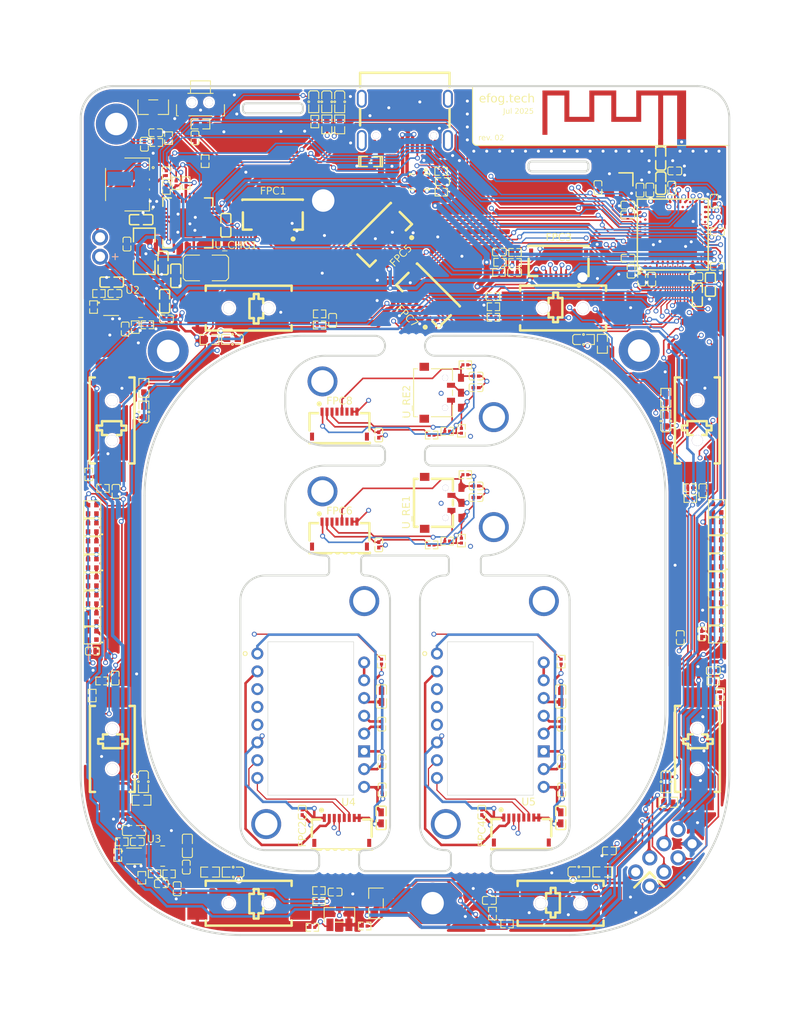
<source format=kicad_pcb>
(kicad_pcb (version 20241229) (generator "pcbnew") (generator_version "9.0")
  (layers (0 "F.Cu" signal) (4 "In1.Cu" signal) (6 "In2.Cu" signal) (2 "B.Cu" signal) (13 "F.Paste" user) (15 "B.Paste" user) (5 "F.SilkS" user "F.Silkscreen") (7 "B.SilkS" user "B.Silkscreen") (1 "F.Mask" user) (3 "B.Mask" user) (25 "Edge.Cuts" user))
  (net 0 "")
  (net 1 "BAT_VCC")
  (net 2 "Net-(U2-FB)")
  (net 3 "BAT_TS")
  (net 4 "Net-(U3-FB)")
  (net 5 "3V3")
  (net 6 "USB_VBUS")
  (net 7 "1V8")
  (net 8 "Net-(U5-CP)")
  (net 9 "VSYS")
  (net 10 "Net-(U_CHG1-BATSENSP)")
  (net 11 "RE1_SW")
  (net 12 "SW1")
  (net 13 "SW5")
  (net 14 "SW2")
  (net 15 "SW6")
  (net 16 "RE1_A")
  (net 17 "RE1_B")
  (net 18 "SW3")
  (net 19 "SW7")
  (net 20 "MCU_DEC46")
  (net 21 "RE2_SW")
  (net 22 "Net-(U_MCU1-DEC1)")
  (net 23 "Net-(U_MCU1-DECUSB)")
  (net 24 "SW4")
  (net 25 "SW8")
  (net 26 "Net-(U_MCU1-ANT)")
  (net 27 "RE2_A")
  (net 28 "RE2_B")
  (net 29 "Net-(U5-CN)")
  (net 30 "MCU_XC1")
  (net 31 "MCU_XC2")
  (net 32 "ADC_VBUS")
  (net 33 "Net-(U5-VCP)")
  (net 34 "Net-(U5-+VCSEL)")
  (net 35 "Net-(U_MCU1-DEC3)")
  (net 36 "ADC_BAT")
  (net 37 "Net-(C57-Pad2)")
  (net 38 "Net-(U2-LX)")
  (net 39 "Net-(U_MCU1-DEC5)")
  (net 40 "Net-(U4-CN)")
  (net 41 "Net-(U4-CP)")
  (net 42 "Net-(U4-VCP)")
  (net 43 "Net-(U4-+VCSEL)")
  (net 44 "SS1_CLK")
  (net 45 "SS1_NCS")
  (net 46 "SS1_RST")
  (net 49 "SS1_DIO")
  (net 50 "SS1_MTN")
  (net 53 "SS2_NCS")
  (net 55 "SS2_RST")
  (net 57 "SS2_MTN")
  (net 58 "SS2_DIO")
  (net 59 "SS2_CLK")
  (net 78 "MCU_RESET")
  (net 79 "MCU_SWDCLK")
  (net 80 "MCU_SWDIO")
  (net 81 "Net-(U3-LX)")
  (net 82 "Net-(L2-Pad1)")
  (net 83 "Net-(LED1-A)")
  (net 84 "VIB_GND")
  (net 85 "Net-(LED3-A)")
  (net 86 "Net-(LED4-A)")
  (net 87 "Net-(LED5-A)")
  (net 88 "MCU_VIB_EN")
  (net 89 "Net-(U_MUX1-~{OE})")
  (net 90 "USB_CC1")
  (net 91 "USB_CC2")
  (net 92 "USB_MUX_SEL")
  (net 93 "Net-(R3-Pad1)")
  (net 94 "CHG_SDA")
  (net 95 "CHG_SCL")
  (net 96 "CHG_IRQ")
  (net 97 "RGB_GND")
  (net 98 "Net-(R16-Pad1)")
  (net 99 "MCU_RGB_EN")
  (net 100 "Net-(U2-EN)")
  (net 101 "Net-(U2-PG)")
  (net 102 "Net-(R17-Pad1)")
  (net 103 "Net-(R7-Pad2)")
  (net 104 "Net-(R9-Pad1)")
  (net 105 "Net-(U3-EN)")
  (net 106 "Net-(R19-Pad1)")
  (net 107 "SJ_NOTS1")
  (net 108 "Net-(U3-PG)")
  (net 109 "Net-(R20-Pad1)")
  (net 110 "MCU_LED2")
  (net 111 "MCU_LED1")
  (net 112 "Net-(R21-Pad2)")
  (net 113 "USB_D_N")
  (net 114 "Net-(R26-Pad1)")
  (net 115 "USB_D_P")
  (net 116 "Net-(R27-Pad1)")
  (net 117 "Net-(R29-Pad1)")
  (net 118 "Net-(R30-Pad1)")
  (net 119 "Net-(U4--VCSEL)")
  (net 121 "RGB_DOUT")
  (net 122 "Net-(R35-Pad2)")
  (net 123 "Net-(U6-DOUT)")
  (net 124 "Net-(U7-DOUT)")
  (net 125 "Net-(U8-DOUT)")
  (net 126 "Net-(U10-DIN)")
  (net 127 "Net-(U10-DOUT)")
  (net 128 "Net-(U11-DOUT)")
  (net 129 "Net-(U12-DOUT)")
  (net 130 "Net-(U13-DOUT)")
  (net 131 "Net-(U14-DOUT)")
  (net 132 "Net-(U15-DOUT)")
  (net 133 "Net-(U16-DOUT)")
  (net 134 "Net-(U17-DOUT)")
  (net 135 "Net-(U18-DOUT)")
  (net 136 "Net-(U19-DOUT)")
  (net 137 "CHG_USBD_N")
  (net 138 "Net-(U_CHG1-PWROK)")
  (net 142 "CHG_ISACTIVE")
  (net 143 "CHG_USBD_P")
  (net 150 "MCU_SWO")
  (net 152 "MCU_USBD_N")
  (net 155 "MCU_USBD_P")
  (net 161 "Net-(AE1-A)")
  (net 162 "GND")
  (net 163 "GNDS")
  (net 169 "D_RE1_SW")
  (net 170 "D_RE1_A")
  (net 171 "D_RE1_B")
  (net 172 "D_RE2_SW")
  (net 173 "D_RE2_A")
  (net 174 "D_RE2_B")
  (net 175 "D_SS1_CLK")
  (net 176 "D_SS1_NCS")
  (net 177 "D_SS1_MTN")
  (net 178 "D_SS1_RST")
  (net 179 "D_SS1_DIO")
  (net 180 "D_SS2_DIO")
  (net 181 "D_SS2_MTN")
  (net 182 "D_SS2_RST")
  (net 183 "D_SS2_CLK")
  (net 184 "D_SS2_NCS")
  (net 185 "D_RE1_GND")
  (net 186 "D_SS1_1V8")
  (net 187 "D_SS1_GND")
  (net 188 "D_SS2_GND")
  (net 189 "D_SS2_1V8")
  (net 190 "D_RE1_1V8")
  (net 191 "D_RE2_1V8")
  (net 192 "D_RE2_GND")
  (net 193 "Net-(LED7-A)")
  (net 194 "BCKLT_GND")
  (net 195 "Net-(LED8-A)")
  (net 196 "Net-(LED9-A)")
  (net 197 "Net-(LED10-A)")
  (net 198 "Net-(LED11-A)")
  (net 199 "Net-(LED12-A)")
  (net 200 "Net-(LED13-A)")
  (net 202 "Net-(U5--VCSEL)")
  (net 203 "MCU_BCKLT_EN")
  (net 206 "Net-(U20-DOUT)")
  (footprint "" (layer "F.Cu") (at 66.421 72.5043)
    (property "Reference" "")
    (property "Value" "")
  )
  (footprint "easyeda2kicad:FPC-SMD_8P-P0.50_JS_AFH34-S08FIA-1H" (layer "F.Cu") (at 51.663669 49.708948)
    (property "Reference" "FPC1")
    (property "Value" "AFH34-S08FIA-1H")
  )
  (footprint "easyeda2kicad:C0201" (layer "F.Cu") (at 38.792766 42.252003 -90)
    (property "Reference" "C9" (hide yes))
    (property "Value" "CGA0201X5R105M6R3ET")
  )
  (footprint "" (layer "F.Cu") (at 60.037 85.4329)
    (property "Reference" "")
    (property "Value" "")
  )
  (footprint "easyeda2kicad:LED-SMD_4P-L1.0-W1.0-TL_XL-1010RGBC-WS2812B" (layer "F.Cu") (at 96.181814 78.694549 90)
    (property "Reference" "U6" (hide yes))
    (property "Value" "WS2812B")
  )
  (footprint "easyeda2kicad:C0201" (layer "F.Cu") (at 80.585036 100.321782 -90)
    (property "Reference" "C24" (hide yes))
    (property "Value" "CGA0201X5R104K100ET")
  )
  (footprint "easyeda2kicad:R0201" (layer "F.Cu") (at 33.220901 75.313784 90)
    (property "Reference" "R32" (hide yes))
    (property "Value" "0201WMF1603TEE")
  )
  (footprint "easyeda2kicad:C0201" (layer "F.Cu") (at 36.869824 60.751624 -90)
    (property "Reference" "C6" (hide yes))
    (property "Value" "~")
  )
  (footprint "easyeda2kicad:LED0402-RD_WHITE" (layer "F.Cu") (at 91.070563 106.091391 -90)
    (property "Reference" "LED4" (hide yes))
    (property "Value" "SZYY0402W")
  )
  (footprint "easyeda2kicad:LED0402-RD_WHITE" (layer "F.Cu") (at 38.691767 106.080073 -90)
    (property "Reference" "LED11" (hide yes))
    (property "Value" "SZYY0402W")
  )
  (footprint "easyeda2kicad:C0402" (layer "F.Cu") (at 37.760453 110.972259 180)
    (property "Reference" "C18" (hide yes))
    (property "Value" "CL05A106MP5NUNC_C315248")
  )
  (footprint "" (layer "F.Cu") (at 60.037 83.439)
    (property "Reference" "")
    (property "Value" "")
  )
  (footprint "easyeda2kicad:C0402" (layer "F.Cu") (at 40.820537 57.971992 90)
    (property "Reference" "C4" (hide yes))
    (property "Value" "GRM155R60J226ME11D")
  )
  (footprint "" (layer "F.Cu") (at 59.0343 113.1062)
    (property "Reference" "")
    (property "Value" "")
  )
  (footprint "easyeda2kicad:R0201" (layer "F.Cu") (at 39.80655 115.310474)
    (property "Reference" "R6" (hide yes))
    (property "Value" "RC-01W103JT")
  )
  (footprint "easyeda2kicad:C0201" (layer "F.Cu") (at 72.034518 76.471583 180)
    (property "Reference" "C30" (hide yes))
    (property "Value" "0201B103K160NT")
  )
  (footprint "easyeda2kicad:C0201" (layer "F.Cu") (at 72.029445 77.628234)
    (property "Reference" "C44" (hide yes))
    (property "Value" "0201B103K160NT")
  )
  (footprint "easyeda2kicad:SW-SMD_TC-5608-Y" (layer "F.Cu") (at 80.5 118.1124)
    (property "Reference" "SW6" (hide yes))
    (property "Value" "HX TC-5608-Y")
  )
  (footprint "" (layer "F.Cu") (at 65.652798 63.166223)
    (property "Reference" "")
    (property "Value" "")
  )
  (footprint "easyeda2kicad:IND-SMD_L2.5-W2.0" (layer "F.Cu") (at 40.627461 113.530645 180)
    (property "Reference" "L3" (hide yes))
    (property "Value" "FTC252012SR47MBCA")
  )
  (footprint "easyeda2kicad:R0201" (layer "F.Cu") (at 80.553168 94.063945 -90)
    (property "Reference" "R44" (hide yes))
    (property "Value" "RC-01W103JT")
  )
  (footprint "easyeda2kicad:C0201" (layer "F.Cu") (at 88.461139 46.84948 90)
    (property "Reference" "C45" (hide yes))
    (property "Value" "0201CG120J500NT")
  )
  (footprint "easyeda2kicad:SOT-23-3_L2.9-W1.3-P0.95-LS2.4-BR" (layer "F.Cu") (at 62.002453 118.265766)
    (property "Reference" "Q1" (hide yes))
    (property "Value" "XR2302")
  )
  (footprint "easyeda2kicad:C0402" (layer "F.Cu") (at 80.519035 109.705271 90)
    (property "Reference" "C38" (hide yes))
    (property "Value" "CL05A106MP5NUNC_C315248")
  )
  (footprint "easyeda2kicad:C0201" (layer "F.Cu") (at 94.066398 55.503646)
    (property "Reference" "C58" (hide yes))
    (property "Value" "CGA0201X5R104K100ET")
  )
  (footprint "easyeda2kicad:R0402" (layer "F.Cu") (at 38.742113 66.655084 90)
    (property "Reference" "R66" (hide yes))
    (property "Value" "RT0402BRE0750RL")
  )
  (footprint "" (layer "F.Cu") (at 64.161 74.3585)
    (property "Reference" "")
    (property "Value" "")
  )
  (footprint "easyeda2kicad:LED0402-RD_GREEN" (layer "F.Cu") (at 55.766426 38.001563 -90)
    (property "Reference" "LED5" (hide yes))
    (property "Value" "XL-1005UGC")
  )
  (footprint "easyeda2kicad:R0201" (layer "F.Cu") (at 56.284634 116.988605)
    (property "Reference" "R26" (hide yes))
    (property "Value" "0201WMF1603TEE")
  )
  (footprint "easyeda2kicad:HDR-TH_8P-P2.00-V-F-R2-C4-S2.00" (layer "F.Cu") (at 90.858148 113.713916 45)
    (property "Reference" "J2" (hide yes))
    (property "Value" "ZX-PM2.0-2-4PY")
  )
  (footprint "easyeda2kicad:R0201" (layer "F.Cu") (at 55.870311 39.984958 90)
    (property "Reference" "R52" (hide yes))
    (property "Value" "RC-01W103JT")
  )
  (footprint "" (layer "F.Cu") (at 66.422798 63.166223)
    (property "Reference" "")
    (property "Value" "")
  )
  (footprint "easyeda2kicad:R0201" (layer "F.Cu") (at 68.52605 44.97145 180)
    (property "Reference" "R11" (hide yes))
    (property "Value" "0201WMF1603TEE")
  )
  (footprint "" (layer "F.Cu") (at 59.047 114.9096)
    (property "Reference" "")
    (property "Value" "")
  )
  (footprint "easyeda2kicad:R0201" (layer "F.Cu") (at 70.562842 70.94829 -90)
    (property "Reference" "R41" (hide yes))
    (property "Value" "0201WMF1603TEE")
  )
  (footprint "easyeda2kicad:R0201" (layer "F.Cu") (at 36.53475 112.097989)
    (property "Reference" "R1" (hide yes))
    (property "Value" "RC-01W103JT")
  )
  (footprint "easyeda2kicad:R0402" (layer "F.Cu") (at 57.076468 40.264649 -90)
    (property "Reference" "R61" (hide yes))
    (property "Value" "RT0402BRE0750RL")
  )
  (footprint "" (layer "F.Cu") (at 56.7743 113.1062)
    (property "Reference" "")
    (property "Value" "")
  )
  (footprint "" (layer "F.Cu") (at 59.8043 113.1062)
    (property "Reference" "")
    (property "Value" "")
  )
  (footprint "easyeda2kicad:C0201" (layer "F.Cu") (at 35.950008 77.011016 -90)
    (property "Reference" "C28" (hide yes))
    (property "Value" "0201B103K160NT")
  )
  (footprint "easyeda2kicad:LED-SMD_4P-L1.0-W1.0-TL_XL-1010RGBC-WS2812B" (layer "F.Cu") (at 33.567 86.0289 90)
    (property "Reference" "U18" (hide yes))
    (property "Value" "WS2812B")
  )
  (footprint "easyeda2kicad:LED0402-RD_RED" (layer "F.Cu") (at 57.07018 38.006879 -90)
    (property "Reference" "LED8" (hide yes))
    (property "Value" "TZ-P2-0402RTIA1-0.45T")
  )
  (footprint "easyeda2kicad:C0201" (layer "F.Cu") (at 87.242287 49.322119)
    (property "Reference" "C49" (hide yes))
    (property "Value" "CGA0201X5R104K100ET")
  )
  (footprint "easyeda2kicad:C0201" (layer "F.Cu") (at 89.443803 46.841045 -90)
    (property "Reference" "C46" (hide yes))
    (property "Value" "0201CG1R0C250NT")
  )
  (footprint "easyeda2kicad:C0201" (layer "F.Cu") (at 37.044516 52.252849 -90)
    (property "Reference" "C7" (hide yes))
    (property "Value" "CGA0201X5R105M6R3ET")
  )
  (footprint "easyeda2kicad:R0201" (layer "F.Cu") (at 34.546562 95.996544)
    (property "Reference" "R29" (hide yes))
    (property "Value" "RC-01W103JT")
  )
  (footprint "easyeda2kicad:RES-ADJ-SMD_GT-EVA01AA-L1" (layer "F.Cu") (at 68.7227 78.1639 90)
    (property "Reference" "U_RE1")
    (property "Value" "GT-EVA01AA-L1")
  )
  (footprint "easyeda2kicad:C0201" (layer "F.Cu") (at 87.569195 54.962311 -90)
    (property "Reference" "C50" (hide yes))
    (property "Value" "CGA0201X5R104K100ET")
  )
  (footprint "" (layer "F.Cu") (at 70.8031 113.0554)
    (property "Reference" "")
    (property "Value" "")
  )
  (footprint "pmw3610:PMW3610" (layer "F.Cu") (at 50.1154 93.2584)
    (property "Reference" "U4")
    (property "Value" "PMW3610")
    (fp_line (start 1.05 -1.18) (end 1.05 14.18) (stroke (width 0.05)) (layer "Edge.Cuts"))
    (fp_line (start 1.05 -1.18) (end 9.65 -1.18) (stroke (width 0.05)) (layer "Edge.Cuts"))
    (fp_line (start 1.05 14.18) (end 9.65 14.18) (stroke (width 0.05)) (layer "Edge.Cuts"))
    (fp_line (start 9.65 -1.18) (end 9.65 14.18) (stroke (width 0.05)) (layer "Edge.Cuts"))
  )
  (footprint "easyeda2kicad:SW-SMD_TC-5608-Y" (layer "F.Cu") (at 49.2487 118.3997 180)
    (property "Reference" "SW5" (hide yes))
    (property "Value" "HX TC-5608-Y")
  )
  (footprint "easyeda2kicad:R0201" (layer "F.Cu") (at 60.873706 120.538994)
    (property "Reference" "R45" (hide yes))
    (property "Value" "RC-01W103JT")
  )
  (footprint "easyeda2kicad:R0402" (layer "F.Cu") (at 44.410444 40.221928 180)
    (property "Reference" "R9" (hide yes))
    (property "Value" "RT0402BRE0750RL")
  )
  (footprint "easyeda2kicad:AQFN-73_L7.0-W7.0-P0.50-BL-EP4.8" (layer "F.Cu") (at 91.7448 51.2953)
    (property "Reference" "U_MCU1" (hide yes))
    (property "Value" "NRF52833-QIAA-R")
  )
  (footprint "easyeda2kicad:R0201" (layer "F.Cu") (at 73.676045 119.283893 90)
    (property "Reference" "R34" (hide yes))
    (property "Value" "RC-01W103JT")
  )
  (footprint "easyeda2kicad:C0201" (layer "F.Cu") (at 91.638276 46.660373 90)
    (property "Reference" "C63" (hide yes))
    (property "Value" "0201B821K500NT")
  )
  (footprint "easyeda2kicad:R0201" (layer "F.Cu") (at 34.238171 57.203787)
    (property "Reference" "R59" (hide yes))
    (property "Value" "RC-01W103JT")
  )
  (footprint "" (layer "F.Cu") (at 66.422798 61.615551)
    (property "Reference" "")
    (property "Value" "")
  )
  (footprint "easyeda2kicad:R0201" (layer "F.Cu") (at 68.550962 47.047672 180)
    (property "Reference" "R2" (hide yes))
    (property "Value" "0201WMF1603TEE")
  )
  (footprint "easyeda2kicad:R0201" (layer "F.Cu") (at 75.940587 53.094476)
    (property "Reference" "R50" (hide yes))
    (property "Value" "RC-01W103JT")
  )
  (footprint "easyeda2kicad:USB-TYPE-C-SMD_C9900008089" (layer "F.Cu") (at 64.893 40.0812 180)
    (property "Reference" "U1" (hide yes))
    (property "Value" "USB-TYPE-C-017")
  )
  (footprint "easyeda2kicad:C0201" (layer "F.Cu") (at 85.396061 113.007428 180)
    (property "Reference" "C59" (hide yes))
    (property "Value" "CGA0201X5R105M6R3ET")
  )
  (footprint "easyeda2kicad:LED0402-RD_WHITE" (layer "F.Cu") (at 82.800225 61.808395)
    (property "Reference" "LED1" (hide yes))
    (property "Value" "SZYY0402W")
  )
  (footprint "" (layer "F.Cu") (at 71.5431 113.0554)
    (property "Reference" "")
    (property "Value" "")
  )
  (footprint "easyeda2kicad:R0201" (layer "F.Cu") (at 37.879376 60.569905 90)
    (property "Reference" "R5" (hide yes))
    (property "Value" "0201WMF1603TEE")
  )
  (footprint "easyeda2kicad:IND-SMD_L2.5-W2.0" (layer "F.Cu") (at 38.415986 58.585114 180)
    (property "Reference" "L1" (hide yes))
    (property "Value" "FTC252012SR47MBCA")
  )
  (footprint "easyeda2kicad:LED0402-RD_RED" (layer "F.Cu") (at 58.370393 38.006879 -90)
    (property "Reference" "LED10" (hide yes))
    (property "Value" "TZ-P2-0402RTIA1-0.45T")
  )
  (footprint "" (layer "F.Cu") (at 70.5485 83.4517)
    (property "Reference" "")
    (property "Value" "")
  )
  (footprint "" (layer "F.Cu") (at 69.7785 85.4329)
    (property "Reference" "")
    (property "Value" "")
  )
  (footprint "easyeda2kicad:R0201" (layer "F.Cu") (at 74.431037 54.07612)
    (property "Reference" "R18" (hide yes))
    (property "Value" "0201WMF1603TEE")
  )
  (footprint "" (layer "F.Cu") (at 73.0631 113.0554)
    (property "Reference" "")
    (property "Value" "")
  )
  (footprint "easyeda2kicad:C0201" (layer "F.Cu") (at 80.615204 106.908057 90)
    (property "Reference" "C26" (hide yes))
    (property "Value" "0201B103K160NT")
  )
  (footprint "" (layer "F.Cu") (at 58.547 83.439)
    (property "Reference" "")
    (property "Value" "")
  )
  (footprint "" (layer "F.Cu") (at 72.2677 114.8588)
    (property "Reference" "")
    (property "Value" "")
  )
  (footprint "easyeda2kicad:SW-SMD_TC-5608-Y" (layer "F.Cu") (at 35.4076 69.9197 90)
    (property "Reference" "SW3" (hide yes))
    (property "Value" "HX TC-5608-Y")
  )
  (footprint "easyeda2kicad:LED-SMD_4P-L1.0-W1.0-TL_XL-1010RGBC-WS2812B" (layer "F.Cu") (at 33.567 91.4391 180)
    (property "Reference" "U21" (hide yes))
    (property "Value" "WS2812B")
  )
  (footprint "" (layer "F.Cu") (at 65.651 72.5043)
    (property "Reference" "")
    (property "Value" "")
  )
  (footprint "easyeda2kicad:LED-SMD_4P-L1.0-W1.0-TL_XL-1010RGBC-WS2812B" (layer "F.Cu") (at 96.183614 89.527649 90)
    (property "Reference" "U12" (hide yes))
    (property "Value" "WS2812B")
  )
  (footprint "" (layer "F.Cu") (at 63.391 74.3585)
    (property "Reference" "")
    (property "Value" "")
  )
  (footprint "easyeda2kicad:LED-SMD_4P-L1.0-W1.0-TL_XL-1010RGBC-WS2812B" (layer "F.Cu") (at 33.567 84.2255 180)
    (property "Reference" "U17" (hide yes))
    (property "Value" "WS2812B")
  )
  (footprint "easyeda2kicad:C0402" (layer "F.Cu") (at 94.208871 57.325557 90)
    (property "Reference" "C56" (hide yes))
    (property "Value" "CL05A106MP5NUNC_C315248")
  )
  (footprint "easyeda2kicad:RES-ADJ-SMD_GT-EVA01AA-L1" (layer "F.Cu") (at 68.681597 67.139901 90)
    (property "Reference" "U_RE2")
    (property "Value" "GT-EVA01AA-L1")
  )
  (footprint "" (layer "F.Cu") (at 71.2885 85.4329)
    (property "Reference" "")
    (property "Value" "")
  )
  (footprint "" (layer "F.Cu") (at 66.421 74.3585)
    (property "Reference" "")
    (property "Value" "")
  )
  (footprint "easyeda2kicad:C0402" (layer "F.Cu") (at 62.557311 97.552319 90)
    (property "Reference" "C23" (hide yes))
    (property "Value" "GRM155R60J226ME11D")
  )
  (footprint "easyeda2kicad:R0201" (layer "F.Cu") (at 67.578766 71.375475)
    (property "Reference" "R35" (hide yes))
    (property "Value" "RC-01W103JT")
  )
  (footprint "easyeda2kicad:C0402" (layer "F.Cu") (at 95.514988 56.304462 -90)
    (property "Reference" "C55" (hide yes))
    (property "Value" "CL05A106MP5NUNC_C315248")
  )
  (footprint "" (layer "F.Cu") (at 58.297 114.9096)
    (property "Reference" "")
    (property "Value" "")
  )
  (footprint "easyeda2kicad:C0402" (layer "F.Cu") (at 40.664274 54.136669 90)
    (property "Reference" "C11" (hide yes))
    (property "Value" "CL05A106MP5NUNC_C315248")
  )
  (footprint "" (layer "F.Cu") (at 58.547 85.4329)
    (property "Reference" "")
    (property "Value" "")
  )
  (footprint "easyeda2kicad:CONN-SMD_HCZZ0032-3" (layer "F.Cu") (at 37.60188 46.287332 -90)
    (property "Reference" "BAT1" (hide yes))
    (property "Value" "HCZZ0032-3")
  )
  (footprint "easyeda2kicad:R0201" (layer "F.Cu") (at 56.299885 118.071384)
    (property "Reference" "R33" (hide yes))
    (property "Value" "RC-01W103JT")
  )
  (footprint "easyeda2kicad:SW-SMD_TC-5608-Y" (layer "F.Cu") (at 49.2487 58.8137 180)
    (property "Reference" "SW2" (hide yes))
    (property "Value" "HX TC-5608-Y")
  )
  (footprint "easyeda2kicad:R0201" (layer "F.Cu") (at 41.271024 115.318264)
    (property "Reference" "R3" (hide yes))
    (property "Value" "RC-01W103JT")
  )
  (footprint "easyeda2kicad:LED-SMD_4P-L1.0-W1.0-TL_XL-1010RGBC-WS2812B" (layer "F.Cu") (at 96.182714 84.116549 180)
    (property "Reference" "U9" (hide yes))
    (property "Value" "WS2812B")
  )
  (footprint "" (layer "F.Cu") (at 59.817 114.9096)
    (property "Reference" "")
    (property "Value" "")
  )
  (footprint "easyeda2kicad:C0201" (layer "F.Cu") (at 35.842935 57.200843 180)
    (property "Reference" "C3" (hide yes))
    (property "Value" "CGA0201X5R105M6R3ET")
  )
  (footprint "easyeda2kicad:R0201" (layer "F.Cu") (at 74.326286 55.088304 180)
    (property "Reference" "R24" (hide yes))
    (property "Value" "0201WMF1603TEE")
  )
  (footprint "easyeda2kicad:C0201" (layer "F.Cu") (at 96.22124 54.487407 180)
    (property "Reference" "C53" (hide yes))
    (property "Value" "CGA0201X5R105M6R3ET")
  )
  (footprint "antenna:Texas_SWRA117D_2.4GHz_Left" (layer "F.Cu") (at 90.5338 42.0243)
    (property "Reference" "AE1" (hide yes))
    (property "Value" "Antenna")
  )
  (footprint "easyeda2kicad:C0201" (layer "F.Cu") (at 54.609477 109.148063 90)
    (property "Reference" "C37" (hide yes))
    (property "Value" "CGA0201X5R104K100ET")
  )
  (footprint "easyeda2kicad:LED-SMD_4P-L1.0-W1.0-TL_XL-1010RGBC-WS2812B" (layer "F.Cu") (at 96.181814 80.508849 180)
    (property "Reference" "U7" (hide yes))
    (property "Value" "WS2812B")
  )
  (footprint "easyeda2kicad:C0201" (layer "F.Cu") (at 84.24763 46.595935 90)
    (property "Reference" "C21" (hide yes))
    (property "Value" "0201CG120J500NT")
  )
  (footprint "easyeda2kicad:LED-SMD_4P-L1.0-W1.0-TL_XL-1010RGBC-WS2812B" (layer "F.Cu") (at 33.568 78.8142 90)
    (property "Reference" "U14" (hide yes))
    (property "Value" "WS2812B")
  )
  (footprint "" (layer "F.Cu") (at 57.557 114.9096)
    (property "Reference" "")
    (property "Value" "")
  )
  (footprint "easyeda2kicad:C0201" (layer "F.Cu") (at 75.889429 55.105939)
    (property "Reference" "C61" (hide yes))
    (property "Value" "0201B103K160NT")
  )
  (footprint "easyeda2kicad:C0201" (layer "F.Cu") (at 94.651812 91.284226 90)
    (property "Reference" "C72" (hide yes))
    (property "Value" "CGA0201X5R105M6R3ET")
  )
  (footprint "easyeda2kicad:R0201" (layer "F.Cu") (at 44.878054 43.957309 90)
    (property "Reference" "R48" (hide yes))
    (property "Value" "RC-01W103JT")
  )
  (footprint "easyeda2kicad:C0201" (layer "F.Cu") (at 35.864753 95.709388 90)
    (property "Reference" "C29" (hide yes))
    (property "Value" "0201B103K160NT")
  )
  (footprint "easyeda2kicad:R0201" (layer "F.Cu") (at 33.697674 58.557712 90)
    (property "Reference" "R65" (hide yes))
    (property "Value" "RC-01W103JT")
  )
  (footprint "" (layer "F.Cu") (at 57.777 85.4329)
    (property "Reference" "")
    (property "Value" "")
  )
  (footprint "easyeda2kicad:R0402" (layer "F.Cu") (at 91.05456 67.640231 90)
    (property "Reference" "R53" (hide yes))
    (property "Value" "RT0402BRE0750RL")
  )
  (footprint "easyeda2kicad:R0201" (layer "F.Cu") (at 93.485643 76.655392)
    (property "Reference" "R39" (hide yes))
    (property "Value" "RC-01W103JT")
  )
  (footprint "" (layer "F.Cu") (at 59.287 83.439)
    (property "Reference" "")
    (property "Value" "")
  )
  (footprint "easyeda2kicad:FPC-SMD_8P-P0.50_JS_AFH34-S08FIA-1H" (layer "F.Cu") (at 80.302762 54.351169)
    (property "Reference" "FPC3")
    (property "Value" "AFH34-S08FIA-1H")
  )
  (footprint "easyeda2kicad:R0201" (layer "F.Cu") (at 70.562842 81.94829 -90)
    (property "Reference" "R42" (hide yes))
    (property "Value" "0201WMF1603TEE")
  )
  (footprint "easyeda2kicad:C0402" (layer "F.Cu") (at 62.519035 109.705271 90)
    (property "Reference" "C25" (hide yes))
    (property "Value" "CL05A106MP5NUNC_C315248")
  )
  (footprint "easyeda2kicad:C0201" (layer "F.Cu") (at 40.495943 116.295878)
    (property "Reference" "C71" (hide yes))
    (property "Value" "~")
  )
  (footprint "easyeda2kicad:R0402" (layer "F.Cu") (at 58.364256 40.26501 -90)
    (property "Reference" "R63" (hide yes))
    (property "Value" "RT0402BRE0750RL")
  )
  (footprint "" (layer "F.Cu") (at 71.5177 114.8588)
    (property "Reference" "")
    (property "Value" "")
  )
  (footprint "easyeda2kicad:C0201" (layer "F.Cu") (at 95.811092 94.972291)
    (property "Reference" "C42" (hide yes))
    (property "Value" "0201B103K160NT")
  )
  (footprint "" (layer "F.Cu") (at 64.902798 63.166223)
    (property "Reference" "")
    (property "Value" "")
  )
  (footprint "easyeda2kicad:C0201" (layer "F.Cu") (at 62.280896 82.368486 90)
    (property "Reference" "C16" (hide yes))
    (property "Value" "0201B103K160NT")
  )
  (footprint "easyeda2kicad:R0201" (layer "F.Cu") (at 40.991125 45.152091 90)
    (property "Reference" "R47" (hide yes))
    (property "Value" "RC-01W103JT")
  )
  (footprint "easyeda2kicad:R0201" (layer "F.Cu") (at 70.957468 64.34537)
    (property "Reference" "R28" (hide yes))
    (property "Value" "0201WMF1603TEE")
  )
  (footprint "easyeda2kicad:R0402" (layer "F.Cu") (at 84.693187 62.236306 90)
    (property "Reference" "R49" (hide yes))
    (property "Value" "RT0402BRE0750RL")
  )
  (footprint "easyeda2kicad:L1008" (layer "F.Cu") (at 44.958121 54.627542 180)
    (property "Reference" "L2" (hide yes))
    (property "Value" "FTC252012S1R0MBCD")
  )
  (footprint "easyeda2kicad:QFN-32_L5.0-W5.0-P0.40-TL-EP2.9" (layer "F.Cu") (at 43.147082 50.133963)
    (property "Reference" "U_CHG1")
    (property "Value" "AXP2585")
  )
  (footprint "easyeda2kicad:C0201" (layer "F.Cu") (at 57.655774 59.89454 -90)
    (property "Reference" "C19" (hide yes))
    (property "Value" "0201B103K160NT")
  )
  (footprint "easyeda2kicad:KEY-SMD_TX-1010-X-X" (layer "F.Cu") (at 44.413728 38.381957)
    (property "Reference" "SW9" (hide yes))
    (property "Value" "TS-1010-C-A")
  )
  (footprint "" (layer "F.Cu") (at 64.901 72.5043)
    (property "Reference" "")
    (property "Value" "")
  )
  (footprint "easyeda2kicad:D0402-BI" (layer "F.Cu") (at 61.454693 43.987727 180)
    (property "Reference" "D1" (hide yes))
    (property "Value" "0402ESDA-05N")
  )
  (footprint "" (layer "F.Cu") (at 64.162798 63.166223)
    (property "Reference" "")
    (property "Value" "")
  )
  (footprint "easyeda2kicad:L0402-R-RD" (layer "F.Cu") (at 90.5383 46.101 90)
    (property "Reference" "L5" (hide yes))
    (property "Value" "LQG15HS4N7S02D")
  )
  (footprint "easyeda2kicad:C0201" (layer "F.Cu") (at 92.497203 91.658543 90)
    (property "Reference" "C62" (hide yes))
    (property "Value" "CGA0201X5R105M6R3ET")
  )
  (footprint "easyeda2kicad:C0201" (layer "F.Cu") (at 68.669918 46.002176)
    (property "Reference" "C1" (hide yes))
    (property "Value" "CGA0201X5R105M6R3ET")
  )
  (footprint "easyeda2kicad:R0201" (layer "F.Cu") (at 73.771913 59.581916)
    (property "Reference" "R37" (hide yes))
    (property "Value" "0201WMF1603TEE")
  )
  (footprint "easyeda2kicad:C0402" (layer "F.Cu") (at 46.957515 50.367562 -90)
    (property "Reference" "C8" (hide yes))
    (property "Value" "CL05A106MP5NUNC_C315248")
  )
  (footprint "" (layer "F.Cu") (at 63.392798 61.615551)
    (property "Reference" "")
    (property "Value" "")
  )
  (footprint "easyeda2kicad:LED0402-RD_WHITE" (layer "F.Cu") (at 91.055486 69.973544 90)
    (property "Reference" "LED3" (hide yes))
    (property "Value" "SZYY0402W")
  )
  (footprint "easyeda2kicad:R0402" (layer "F.Cu") (at 91.299553 108.143895)
    (property "Reference" "R55" (hide yes))
    (property "Value" "RT0402BRE0750RL")
  )
  (footprint "easyeda2kicad:R0201" (layer "F.Cu") (at 41.978692 46.168838 -90)
    (property "Reference" "R12" (hide yes))
    (property "Value" "RC-01W103JT")
  )
  (footprint "easyeda2kicad:R0402" (layer "F.Cu") (at 45.380471 115.135037 180)
    (property "Reference" "R62" (hide yes))
    (property "Value" "RT0402BRE0750RL")
  )
  (footprint "easyeda2kicad:R0201" (layer "F.Cu") (at 42.96939 46.14114 90)
    (property "Reference" "R14" (hide yes))
    (property "Value" "RC-01W103JT")
  )
  (footprint "easyeda2kicad:LED-SMD_4P-L1.0-W1.0-TL_XL-1010RGBC-WS2812B" (layer "F.Cu") (at 33.567 89.6357 90)
    (property "Reference" "U20" (hide yes))
    (property "Value" "WS2812B")
  )
  (footprint "easyeda2kicad:R0201" (layer "F.Cu") (at 40.999551 46.642368 90)
    (property "Reference" "R13" (hide yes))
    (property "Value" "RC-01W103JT")
  )
  (footprint "easyeda2kicad:R0402" (layer "F.Cu") (at 84.684417 115.119507)
    (property "Reference" "R60" (hide yes))
    (property "Value" "RT0402BRE0750RL")
  )
  (footprint "" (layer "F.Cu") (at 72.0385 85.4329)
    (property "Reference" "")
    (property "Value" "")
  )
  (footprint "easyeda2kicad:SOT-23-3_L2.9-W1.3-P0.95-LS2.4-BR" (layer "F.Cu") (at 39.681329 38.54493 90)
    (property "Reference" "Q2" (hide yes))
    (property "Value" "XR2302")
  )
  (footprint "easyeda2kicad:C0201" (layer "F.Cu") (at 62.610113 104.079254 -90)
    (property "Reference" "C40" (hide yes))
    (property "Value" "0201B103K160NT")
  )
  (footprint "easyeda2kicad:C0201" (layer "F.Cu") (at 87.268808 53.666137)
    (property "Reference" "C52" (hide yes))
    (property "Value" "CGA0201X5R105M6R3ET")
  )
  (footprint "easyeda2kicad:FPC-SMD_8P-P0.50_JS_AFH34-S08FIA-1H" (layer "F.Cu") (at 58.5724 110.9638 180)
    (property "Reference" "FPC2")
    (property "Value" "AFH34-S08FIA-1H")
  )
  (footprint "easyeda2kicad:C0201" (layer "F.Cu") (at 62.585036 100.321782 -90)
    (property "Reference" "C22" (hide yes))
    (property "Value" "CGA0201X5R104K100ET")
  )
  (footprint "easyeda2kicad:C0402" (layer "F.Cu") (at 80.520207 97.559793 90)
    (property "Reference" "C36" (hide yes))
    (property "Value" "GRM155R60J226ME11D")
  )
  (footprint "easyeda2kicad:FPC-SMD_8P-P0.50_JS_AFH34-S08FIA-1H" (layer "F.Cu") (at 66.934964 57.700668 -45)
    (property "Reference" "FPC7")
    (property "Value" "AFH34-S08FIA-1H")
  )
  (footprint "easyeda2kicad:R0201" (layer "F.Cu") (at 38.536821 115.701444 90)
    (property "Reference" "R23" (hide yes))
    (property "Value" "0201WMF1603TEE")
  )
  (footprint "easyeda2kicad:R0402" (layer "F.Cu") (at 45.315595 61.805253 180)
    (property "Reference" "R68" (hide yes))
    (property "Value" "RT0402BRE0750RL")
  )
  (footprint "easyeda2kicad:R0201" (layer "F.Cu") (at 34.644472 76.715381)
    (property "Reference" "R30" (hide yes))
    (property "Value" "RC-01W103JT")
  )
  (footprint "easyeda2kicad:R0201" (layer "F.Cu") (at 33.556665 97.459417 -90)
    (property "Reference" "R31" (hide yes))
    (property "Value" "0201WMF1603TEE")
  )
  (footprint "easyeda2kicad:FPC-SMD_8P-P0.50_JS_AFH34-S08FIA-1H" (layer "F.Cu") (at 58.3438 70.2818 180)
    (property "Reference" "FPC8")
    (property "Value" "AFH34-S08FIA-1H")
  )
  (footprint "" (layer "F.Cu") (at 69.7785 83.4517)
    (property "Reference" "")
    (property "Value" "")
  )
  (footprint "" (layer "F.Cu") (at 72.2931 113.0554)
    (property "Reference" "")
    (property "Value" "")
  )
  (footprint "easyeda2kicad:C0402" (layer "F.Cu") (at 35.5183 56.061167 180)
    (property "Reference" "C5" (hide yes))
    (property "Value" "CL05A106MP5NUNC_C315248")
  )
  (footprint "easyeda2kicad:C0201" (layer "F.Cu") (at 94.760947 76.950549 -90)
    (property "Reference" "C33" (hide yes))
    (property "Value" "0201B103K160NT")
  )
  (footprint "easyeda2kicad:R0201" (layer "F.Cu") (at 39.090838 60.341073)
    (property "Reference" "R10" (hide yes))
    (property "Value" "RC-01W103JT")
  )
  (footprint "easyeda2kicad:R0201" (layer "F.Cu") (at 96.525428 97.330735 -90)
    (property "Reference" "R17" (hide yes))
    (property "Value" "0201WMF1603TEE")
  )
  (footprint "" (layer "F.Cu") (at 64.162798 61.615551)
    (property "Reference" "")
    (property "Value" "")
  )
  (footprint "easyeda2kicad:VSON-6_L1.5-W1.5-P0.50-TL" (layer "F.Cu") (at 37.635532 113.530848)
    (property "Reference" "U3")
    (property "Value" "SY80004DQD")
  )
  (footprint "easyeda2kicad:C0201" (layer "F.Cu") (at 95.915622 47.960555 -90)
    (property "Reference" "C47" (hide yes))
    (property "Value" "CGA0201X5R104K100ET")
  )
  (footprint "easyeda2kicad:C0201" (layer "F.Cu") (at 62.615204 106.908057 90)
    (property "Reference" "C39" (hide yes))
    (property "Value" "0201B103K160NT")
  )
  (footprint "easyeda2kicad:C0201" (layer "F.Cu") (at 72.029445 66.628234)
    (property "Reference" "C43" (hide yes))
    (property "Value" "0201B103K160NT")
  )
  (footprint "easyeda2kicad:R0201" (layer "F.Cu") (at 69.1403 70.997231 180)
    (property "Reference" "R36" (hide yes))
    (property "Value" "0201WMF1603TEE")
  )
  (footprint "easyeda2kicad:R0201" (layer "F.Cu") (at 62.557268 94.063945 -90)
    (property "Reference" "R43" (hide yes))
    (property "Value" "RC-01W103JT")
  )
  (footprint "easyeda2kicad:C0402" (layer "F.Cu") (at 38.463735 49.812329)
    (property "Reference" "C10" (hide yes))
    (property "Value" "GRM155R60J226ME11D")
  )
  (footprint "easyeda2kicad:R0201" (layer "F.Cu") (at 56.34696 60.358561)
    (property "Reference" "R38" (hide yes))
    (property "Value" "0201WMF1603TEE")
  )
  (footprint "" (layer "F.Cu") (at 56.787 114.9096)
    (property "Reference" "")
    (property "Value" "")
  )
  (footprint "easyeda2kicad:C0201" (layer "F.Cu") (at 33.583295 93.01111 180)
    (property "Reference" "C64" (hide yes))
    (property "Value" "CGA0201X5R105M6R3ET")
  )
  (footprint "" (layer "F.Cu") (at 57.5443 113.1062)
    (property "Reference" "")
    (property "Value" "")
  )
  (footprint "" (layer "F.Cu") (at 70.7777 114.8588)
    (property "Reference" "")
    (property "Value" "")
  )
  (footprint "easyeda2kicad:C0201" (layer "F.Cu") (at 41.008987 59.755533)
    (property "Reference" "C2" (hide yes))
    (property "Value" "CGA0201X5R105M6R3ET")
  )
  (footprint "easyeda2kicad:LED-SMD_4P-L1.0-W1.0-TL_XL-1010RGBC-WS2812B" (layer "F.Cu") (at 33.567 87.8323 180)
    (property "Reference" "U19" (hide yes))
    (property "Value" "WS2812B")
  )
  (footprint "easyeda2kicad:C0201" (layer "F.Cu") (at 73.364748 117.968428 180)
    (property "Reference" "C32" (hide yes))
    (property "Value" "0201B103K160NT")
  )
  (footprint "easyeda2kicad:R0201" (layer "F.Cu") (at 55.624018 120.666241)
    (property "Reference" "R46" (hide yes))
    (property "Value" "RC-01W103JT")
  )
  (footprint "easyeda2kicad:R0402" (layer "F.Cu") (at 38.506087 107.937657 180)
    (property "Reference" "R64" (hide yes))
    (property "Value" "RT0402BRE0750RL")
  )
  (footprint "" (layer "F.Cu") (at 64.161 72.5043)
    (property "Reference" "")
    (property "Value" "")
  )
  (footprint "easyeda2kicad:R0201" (layer "F.Cu") (at 73.775692 58.531492)
    (property "Reference" "R19" (hide yes))
    (property "Value" "RC-01W103JT")
  )
  (footprint "easyeda2kicad:L0402" (layer "F.Cu") (at 90.5383 43.6753 90)
    (property "Reference" "L4" (hide yes))
    (property "Value" "LQG15HS2N2S02D")
  )
  (footprint "" (layer "F.Cu") (at 72.0385 83.4517)
    (property "Reference" "")
    (property "Value" "")
  )
  (footprint "easyeda2kicad:C0201" (layer "F.Cu") (at 57.903552 117.132257)
    (property "Reference" "C41" (hide yes))
    (property "Value" "0201B103K160NT")
  )
  (footprint "easyeda2kicad:R0201" (layer "F.Cu") (at 75.13723 120.321911)
    (property "Reference" "R27" (hide yes))
    (property "Value" "0201WMF1603TEE")
  )
  (footprint "easyeda2kicad:R0201" (layer "F.Cu") (at 40.000328 42.076712 180)
    (property "Reference" "R8" (hide yes))
    (property "Value" "0201WMF1603TEE")
  )
  (footprint "" (layer "F.Cu") (at 63.392798 63.166223)
    (property "Reference" "")
    (property "Value" "")
  )
  (footprint "easyeda2kicad:R0201" (layer "F.Cu") (at 70.957468 75.34537)
    (property "Reference" "R25" (hide yes))
    (property "Value" "0201WMF1603TEE")
  )
  (footprint "easyeda2kicad:R1206" (layer "F.Cu") (at 38.778503 52.970164 -90)
    (property "Reference" "R4" (hide yes))
    (property "Value" "FRM121WFR010TM")
  )
  (footprint "" (layer "F.Cu") (at 58.2843 113.1062)
    (property "Reference" "")
    (property "Value" "")
  )
  (footprint "easyeda2kicad:C0201" (layer "F.Cu") (at 72.609477 109.148063 90)
    (property "Reference" "C34" (hide yes))
    (property "Value" "CGA0201X5R104K100ET")
  )
  (footprint "easyeda2kicad:C0201" (layer "F.Cu") (at 73.722793 57.503738 180)
    (property "Reference" "C20" (hide yes))
    (property "Value" "0201B103K160NT")
  )
  (footprint "easyeda2kicad:LED-SMD_4P-L1.0-W1.0-TL_XL-1010RGBC-WS2812B" (layer "F.Cu") (at 96.182714 82.313149 90)
    (property "Reference" "U8" (hide yes))
    (property "Value" "WS2812B")
  )
  (footprint "easyeda2kicad:C0201" (layer "F.Cu") (at 38.08044 112.095619 180)
    (property "Reference" "C15" (hide yes))
    (property "Value" "CGA0201X5R105M6R3ET")
  )
  (footprint "easyeda2kicad:LED0402-RD_WHITE" (layer "F.Cu") (at 47.690864 115.1394 180)
    (property "Reference" "LED9" (hide yes))
    (property "Value" "SZYY0402W")
  )
  (footprint "easyeda2kicad:LED0402-RD_WHITE" (layer "F.Cu") (at 82.329524 115.116147)
    (property "Reference" "LED7" (hide yes))
    (property "Value" "SZYY0402W")
  )
  (footprint "" (layer "F.Cu") (at 70.0077 114.8588)
    (property "Reference" "")
    (property "Value" "")
  )
  (footprint "easyeda2kicad:R0201" (layer "F.Cu") (at 69.1403 81.997231 180)
    (property "Reference" "R22" (hide yes))
    (property "Value" "0201WMF1603TEE")
  )
  (footprint "easyeda2kicad:FPC-SMD_8P-P0.50_JS_AFH34-S08FIA-1H" (layer "F.Cu") (at 62.708531 51.606748 45)
    (property "Reference" "FPC5")
    (property "Value" "AFH34-S08FIA-1H")
  )
  (footprint "easyeda2kicad:LED0402-RD_WHITE" (layer "F.Cu") (at 47.621614 61.792721 180)
    (property "Reference" "LED13" (hide yes))
    (property "Value" "SZYY0402W")
  )
  (footprint "easyeda2kicad:CRYSTAL-SMD_4P-L2.0-W1.6-BL" (layer "F.Cu") (at 86.099626 46.573123 180)
    (property "Reference" "X1" (hide yes))
    (property "Value" "XL7EL89CKI-111YLC-32M")
  )
  (footprint "easyeda2kicad:LED-SMD_4P-L1.0-W1.0-TL_XL-1010RGBC-WS2812B" (layer "F.Cu") (at 33.5652 82.4221 90)
    (property "Reference" "U16" (hide yes))
    (property "Value" "WS2812B")
  )
  (footprint "easyeda2kicad:SW-SMD_TC-5608-Y" (layer "F.Cu") (at 80.75 58.5089)
    (property "Reference" "SW1" (hide yes))
    (property "Value" "HX TC-5608-Y")
  )
  (footprint "" (layer "F.Cu") (at 59.287 85.4329)
    (property "Reference" "")
    (property "Value" "")
  )
  (footprint "" (layer "F.Cu") (at 63.391 72.5043)
    (property "Reference" "")
    (property "Value" "")
  )
  (footprint "easyeda2kicad:VSON-6_L1.5-W1.5-P0.50-TL" (layer "F.Cu") (at 35.334028 58.605304)
    (property "Reference" "U2")
    (property "Value" "SY80004DQD")
  )
  (footprint "easyeda2kicad:SW-SMD_TC-5608-Y" (layer "F.Cu") (at 94.361 102.8 -90)
    (property "Reference" "SW7" (hide yes))
    (property "Value" "HX TC-5608-Y")
  )
  (footprint "easyeda2kicad:SW-SMD_TC-5608-Y" (layer "F.Cu") (at 94.0636 69.9135 90)
    (property "Reference" "SW8" (hide yes))
    (property "Value" "HX TC-5608-Y")
  )
  (footprint "easyeda2kicad:LED0402-RD_WHITE" (layer "F.Cu") (at 38.742113 69.065729 90)
    (property "Reference" "LED12" (hide yes))
    (property "Value" "SZYY0402W")
  )
  (footprint "easyeda2kicad:C0201" (layer "F.Cu") (at 72.034518 65.471583 180)
    (property "Reference" "C35" (hide yes))
    (property "Value" "0201B103K160NT")
  )
  (footprint "easyeda2kicad:R0201" (layer "F.Cu") (at 36.123167 113.432521 90)
    (property "Reference" "R15" (hide yes))
    (property "Value" "RC-01W103JT")
  )
  (footprint "" (layer "F.Cu") (at 71.2885 83.4517)
    (property "Reference" "")
    (property "Value" "")
  )
  (footprint "easyeda2kicad:FPC-SMD_8P-P0.50_JS_AFH34-S08FIA-1H" (layer "F.Cu") (at 76.5683 110.9257 180)
    (property "Reference" "FPC4")
    (property "Value" "AFH34-S08FIA-1H")
  )
  (footprint "easyeda2kicad:R0201" (layer "F.Cu") (at 41.214383 41.641944 -90)
    (property "Reference" "R7" (hide yes))
    (property "Value" "0201WMF1603TEE")
  )
  (footprint "" (layer "F.Cu") (at 64.902798 61.615551)
    (property "Reference" "")
    (property "Value" "")
  )
  (footprint "easyeda2kicad:R0201" (layer "F.Cu") (at 75.940587 54.102297 180)
    (property "Reference" "R51" (hide yes))
    (property "Value" "RC-01W103JT")
  )
  (footprint "easyeda2kicad:C0201" (layer "F.Cu") (at 74.374817 53.050848)
    (property "Reference" "C67" (hide yes))
    (property "Value" "0201B103K160NT")
  )
  (footprint "" (layer "F.Cu") (at 70.5485 85.4329)
    (property "Reference" "")
    (property "Value" "")
  )
  (footprint "" (layer "F.Cu") (at 64.901 74.3585)
    (property "Reference" "")
    (property "Value" "")
  )
  (footprint "easyeda2kicad:C0201" (layer "F.Cu") (at 91.944643 44.929037 180)
    (property "Reference" "C57" (hide yes))
    (property "Value" "CGA0201C0G1R2C500ET")
  )
  (footprint "easyeda2kicad:C0201" (layer "F.Cu") (at 42.993348 114.633221 -90)
    (property "Reference" "C14" (hide yes))
    (property "Value" "CGA0201X5R105M6R3ET")
  )
  (footprint "" (layer "F.Cu") (at 70.0331 113.0554)
    (property "Reference" "")
    (property "Value" "")
  )
  (footprint "easyeda2kicad:C0201" (layer "F.Cu") (at 43.867634 41.61514 90)
    (property "Reference" "C66" (hide yes))
    (property "Value" "0201B821K500NT")
  )
  (footprint "" (layer "F.Cu") (at 73.0377 114.8588)
    (property "Reference" "")
    (property "Value" "")
  )
  (footprint "easyeda2kicad:C0201" (layer "F.Cu") (at 39.931589 41.102871 180)
    (property "Reference" "C12" (hide yes))
    (property "Value" "0201B103K160NT")
  )
  (footprint "easyeda2kicad:UQFN-10_L1.8-W1.4-P0.40-TL" (layer "F.Cu") (at 66.366363 46.014242 -90)
    (property "Reference" "U_MUX1" (hide yes))
    (property "Value" "TS3USB30")
  )
  (footprint "" (layer "F.Cu") (at 57.777 83.439)
    (property "Reference" "")
    (property "Value" "")
  )
  (footprint "easyeda2kicad:C0402" (layer "F.Cu") (at 41.93814 55.425978 90)
    (property "Reference" "C13" (hide yes))
    (property "Value" "GRM155R60J226ME11D")
  )
  (footprint "easyeda2kicad:FPC-SMD_8P-P0.50_JS_AFH34-S08FIA-1H" (layer "F.Cu") (at 58.3438 81.2927 180)
    (property "Reference" "FPC6")
    (property "Value" "AFH34-S08FIA-1H")
  )
  (footprint "easyeda2kicad:C0201" (layer "F.Cu") (at 42.079828 116.802187 -90)
    (property "Reference" "C65" (hide yes))
    (property "Value" "CGA0201X5R105M6R3ET")
  )
  (footprint "" (layer "F.Cu") (at 65.651 74.3585)
    (property "Reference" "")
    (property "Value" "")
  )
  (footprint "easyeda2kicad:SOT-23-3_L2.9-W1.3-P0.95-LS2.4-BR" (layer "F.Cu") (at 58.337947 119.414994 -90)
    (property "Reference" "Q4" (hide yes))
    (property "Value" "XR2302")
  )
  (footprint "easyeda2kicad:C0201" (layer "F.Cu") (at 62.280896 71.368486 90)
    (property "Reference" "C31" (hide yes))
    (property "Value" "0201B103K160NT")
  )
  (footprint "easyeda2kicad:C0201" (layer "F.Cu") (at 88.622395 55.76059 -90)
    (property "Reference" "C51" (hide yes))
    (property "Value" "CGA0201X5R105M6R3ET")
  )
  (footprint "easyeda2kicad:LED-SMD_4P-L1.0-W1.0-TL_XL-1010RGBC-WS2812B" (layer "F.Cu") (at 33.5652 80.6178 180)
    (property "Reference" "U15" (hide yes))
    (property "Value" "WS2812B")
  )
  (footprint "easyeda2kicad:LED-SMD_4P-L1.0-W1.0-TL_XL-1010RGBC-WS2812B" (layer "F.Cu") (at 96.181814 87.724249 180)
    (property "Reference" "U11" (hide yes))
    (property "Value" "WS2812B")
  )
  (footprint "easyeda2kicad:C0201" (layer "F.Cu") (at 80.610113 104.079254 -90)
    (property "Reference" "C27" (hide yes))
    (property "Value" "0201B103K160NT")
  )
  (footprint "easyeda2kicad:R0201" (layer "F.Cu") (at 56.357556 59.242824)
    (property "Reference" "R20" (hide yes))
    (property "Value" "RC-01W103JT")
  )
  (footprint "easyeda2kicad:SW-SMD_TC-5608-Y" (layer "F.Cu") (at 35.7251 102.8 -90)
    (property "Reference" "SW4" (hide yes))
    (property "Value" "HX TC-5608-Y")
  )
  (footprint "easyeda2kicad:C0201" (layer "F.Cu") (at 89.641283 55.771144 90)
    (property "Reference" "C54" (hide yes))
    (property "Value" "CGA0201X5R104K100ET")
  )
  (footprint "easyeda2kicad:C0402" (layer "F.Cu") (at 43.10171 112.509407 90)
    (property "Reference" "C17" (hide yes))
    (property "Value" "GRM155R60J226ME11D")
  )
  (footprint "easyeda2kicad:LED-SMD_4P-L1.0-W1.0-TL_XL-1010RGBC-WS2812B" (layer "F.Cu") (at 96.182714 85.919949 90)
    (property "Reference" "U10" (hide yes))
    (property "Value" "WS2812B")
  )
  (footprint "pmw3610:PMW3610" (layer "F.Cu") (at 68.1113 93.2584)
    (property "Reference" "U5")
    (property "Value" "PMW3610")
    (fp_line (start 1.05 -1.18) (end 1.05 14.18) (stroke (width 0.05)) (layer "Edge.Cuts"))
    (fp_line (start 1.05 -1.18) (end 9.65 -1.18) (stroke (width 0.05)) (layer "Edge.Cuts"))
    (fp_line (start 1.05 14.18) (end 9.65 14.18) (stroke (width 0.05)) (layer "Edge.Cuts"))
    (fp_line (start 9.65 -1.18) (end 9.65 14.18) (stroke (width 0.05)) (layer "Edge.Cuts"))
  )
  (footprint "easyeda2kicad:R0201" (layer "F.Cu") (at 95.803533 96.00411 180)
    (property "Reference" "R40" (hide yes))
    (property "Value" "RC-01W103JT")
  )
  (footprint "easyeda2kicad:R0201" (layer "F.Cu") (at 93.501817 77.730211)
    (property "Reference" "R16" (hide yes))
    (property "Value" "0201WMF1603TEE")
  )
  (footprint "easyeda2kicad:C0201" (layer "F.Cu") (at 96.215506 51.020613 180)
    (property "Reference" "C48" (hide yes))
    (property "Value" "CGA0201X5R104K100ET")
  )
  (footprint "easyeda2kicad:C0201" (layer "F.Cu") (at 87.245124 48.343413 180)
    (property "Reference" "C60" (hide yes))
    (property "Value" "0201B821K500NT")
  )
  (footprint "easyeda2kicad:LED-SMD_4P-L1.0-W1.0-TL_XL-1010RGBC-WS2812B" (layer "F.Cu") (at 96.182714 91.342849 180)
    (property "Reference" "U13" (hide yes))
    (property "Value" "WS2812B")
  )
  (footprint "easyeda2kicad:R0201" (layer "F.Cu") (at 67.578766 82.375475)
    (property "Reference" "R21" (hide yes))
    (property "Value" "RC-01W103JT")
  )
  (footprint "" (layer "F.Cu") (at 65.652798 61.615551)
    (property "Reference" "")
    (property "Value" "")
  )
  (gr_poly (pts (xy 44.148635 52.230288) (xy 44.393026 51.985897) (xy 44.799683 51.985897) (xy 45.072607 51.712973) (xy 45.072607 51.270216) (xy 45.230176 51.112647) (xy 46.299668 51.112647) (xy 46.393879 51.206858) (xy 46.393879 52.596118) (xy 47.240638 53.442877) (xy 47.240638 55.269146) (xy 46.790638 55.719146) (xy 45.380744 55.719146) (xy 45.037545 55.375947) (xy 45.037545 53.279428) (xy 45.094927 53.238349) (xy 44.275376 53.233914) (xy 44.148635 53.107173)) (stroke (width 0.2)) (fill yes) (layer "F.Cu") (net 82))
  (gr_poly (pts (xy 92.2782 43.0022) (xy 92.2782 41.8465) (xy 92.9894 41.8465) (xy 92.9894 42.9895) (xy 92.837 43.1419) (xy 92.4179 43.1419)) (stroke (width 0.2)) (fill yes) (layer "F.Cu") (net 162))
  (gr_circle (center 67.6783 118.2497) (end 69.6783 118.2497) (stroke (width 0.1)) (fill yes) (layers "F.Cu" "F.Mask") (net 162))
  (gr_circle (center 41.1734 62.9539) (end 43.1734 62.9539) (stroke (width 0.1)) (fill yes) (layers "F.Cu" "F.Mask") (net 163))
  (gr_rect (start 90.3812 42.2402) (end 90.6867 42.7863) (stroke (width 0.2)) (fill yes) (layers "F.Cu" "F.Mask") (net 161))
  (gr_arc (start 90.7415 48.5394) (mid 90.656183 48.370186) (end 90.621943 48.1838) (stroke (width 0.32)) (layers "F.Cu" "F.Mask") (net 26))
  (gr_circle (center 88.3793 62.9137) (end 90.3793 62.9137) (stroke (width 0.1)) (fill yes) (layers "F.Cu" "F.Mask") (net 163))
  (gr_circle (center 35.9791 40.2336) (end 37.9791 40.2336) (stroke (width 0.1)) (fill yes) (layers "F.Cu" "F.Mask") (net 163))
  (gr_poly (pts (xy 92.2782 43.0022) (xy 92.2782 41.8465) (xy 92.9894 41.8465) (xy 92.9894 42.9895) (xy 92.837 43.1419) (xy 92.4179 43.1419)) (stroke (width 0.2)) (fill yes) (layer "B.Cu") (net 162))
  (gr_rect (start 35.178293 45.106389) (end 37.578293 46.306389) (stroke (width 0.2)) (fill yes) (layers "B.Cu" "B.Mask") (net 107))
  (gr_circle (center 67.6783 118.2497) (end 69.6783 118.2497) (stroke (width 0.1)) (fill yes) (layers "B.Cu" "B.Mask") (net 162))
  (gr_circle (center 88.3793 62.9137) (end 90.3793 62.9137) (stroke (width 0.1)) (fill yes) (layers "B.Cu" "B.Mask") (net 163))
  (gr_circle (center 35.9791 40.2336) (end 37.9791 40.2336) (stroke (width 0.1)) (fill yes) (layers "B.Cu" "B.Mask") (net 163))
  (gr_rect (start 35.178293 46.708778) (end 37.578293 47.908778) (stroke (width 0.2)) (fill yes) (layers "B.Cu" "B.Mask") (net 162))
  (gr_circle (center 41.1734 62.9539) (end 43.1734 62.9539) (stroke (width 0.1)) (fill yes) (layers "B.Cu" "B.Mask") (net 163))
  (gr_line (start 35.867467 53.804022) (end 35.867467 53.224749) (stroke (width 0.1)) (layer "F.SilkS"))
  (gr_line (start 72.1106 42.3799) (end 97.3074 42.3799) (stroke (width 0.1)) (layer "F.SilkS"))
  (gr_arc (start 72.1106 42.380646) (mid 71.804744 42.253956) (end 71.678054 41.9481) (stroke (width 0.1)) (layer "F.SilkS"))
  (gr_line (start 71.6788 36.5506) (end 71.6788 41.9481) (stroke (width 0.1)) (layer "F.SilkS"))
  (gr_line (start 35.57783 53.514385) (end 36.157103 53.514385) (stroke (width 0.1)) (layer "F.SilkS"))
  (gr_line (start 35.867467 53.804022) (end 35.867467 53.224749) (stroke (width 0.1)) (layer "B.SilkS"))
  (gr_line (start 35.57783 53.514385) (end 36.157103 53.514385) (stroke (width 0.1)) (layer "B.SilkS"))
  (gr_arc (start 50.910399 112.936701) (mid 49.142632 112.204467) (end 48.4104 110.4367) (stroke (width 0.2)) (layer "Edge.Cuts"))
  (gr_line (start 56.3104 113.586702) (end 56.3104 114.3867) (stroke (width 0.2)) (layer "Edge.Cuts"))
  (gr_arc (start 72.9104 85.436701) (mid 72.627557 85.319544) (end 72.5104 85.036701) (stroke (width 0.2)) (layer "Edge.Cuts"))
  (gr_arc (start 56.3104 114.3867) (mid 56.120019 114.84632) (end 55.660398 115.036701) (stroke (width 0.2)) (layer "Edge.Cuts"))
  (gr_arc (start 55.660399 112.936701) (mid 56.120019 113.127082) (end 56.3104 113.586702) (stroke (width 0.2)) (layer "Edge.Cuts"))
  (gr_arc (start 76.9104 79.436701) (mid 75.738827 82.265128) (end 72.9104 83.436701) (stroke (width 0.2)) (layer "Edge.Cuts"))
  (gr_line (start 67.9104 63.436701) (end 72.9104 63.436701) (stroke (width 0.2)) (layer "Edge.Cuts"))
  (gr_line (start 69.5104 114.386701) (end 69.5104 113.436701) (stroke (width 0.2)) (layer "Edge.Cuts"))
  (gr_arc (start 66.4104 87.936701) (mid 67.142633 86.168934) (end 68.9104 85.436701) (stroke (width 0.2)) (layer "Edge.Cuts"))
  (gr_arc (start 48.410402 121.436701) (mid 37.096692 116.750409) (end 32.4104 105.436699) (stroke (width 0.2)) (layer "Edge.Cuts"))
  (gr_arc (start 83.29012 44.630651) (mid 83.187607 44.878138) (end 82.94012 44.980651) (stroke (width 0.2)) (layer "Edge.Cuts"))
  (gr_line (start 66.9104 73.086701) (end 66.9104 73.786701) (stroke (width 0.2)) (layer "Edge.Cuts"))
  (gr_arc (start 81.4104 110.436701) (mid 80.678167 112.204468) (end 78.9104 112.936701) (stroke (width 0.2)) (layer "Edge.Cuts"))
  (gr_arc (start 97.4104 105.436701) (mid 92.724108 116.750409) (end 81.4104 121.436701) (stroke (width 0.2)) (layer "Edge.Cuts"))
  (gr_line (start 48.675956 38.505572) (end 48.675956 38.805569) (stroke (width 0.2)) (layer "Edge.Cuts"))
  (gr_line (start 56.910401 74.436701) (end 62.260398 74.436701) (stroke (width 0.2)) (layer "Edge.Cuts"))
  (gr_arc (start 60.5104 83.8367) (mid 60.627557 83.553858) (end 60.910398 83.436701) (stroke (width 0.2)) (layer "Edge.Cuts"))
  (gr_line (start 57.3104 83.8367) (end 57.3104 85.036702) (stroke (width 0.2)) (layer "Edge.Cuts"))
  (gr_arc (start 61.910401 61.436701) (mid 62.617507 61.729594) (end 62.9104 62.436701) (stroke (width 0.2)) (layer "Edge.Cuts"))
  (gr_line (start 56.910401 63.436701) (end 61.910402 63.436701) (stroke (width 0.2)) (layer "Edge.Cuts"))
  (gr_line (start 50.9104 85.436701) (end 56.9104 85.436701) (stroke (width 0.2)) (layer "Edge.Cuts"))
  (gr_line (start 78.9104 112.936701) (end 74.1604 112.936701) (stroke (width 0.2)) (layer "Edge.Cuts"))
  (gr_line (start 48.410402 121.436701) (end 81.4104 121.436701) (stroke (width 0.2)) (layer "Edge.Cuts"))
  (gr_line (start 77.29012 44.330653) (end 77.29012 44.63065) (stroke (width 0.2)) (layer "Edge.Cuts"))
  (gr_arc (start 68.9104 83.436701) (mid 69.193243 83.553858) (end 69.3104 83.836701) (stroke (width 0.2)) (layer "Edge.Cuts"))
  (gr_arc (start 66.9104 73.086701) (mid 67.100781 72.627082) (end 67.5604 72.436701) (stroke (width 0.2)) (layer "Edge.Cuts"))
  (gr_line (start 60.3104 114.3867) (end 60.3104 113.436702) (stroke (width 0.2)) (layer "Edge.Cuts"))
  (gr_line (start 94.2104 36.436701) (end 35.6104 36.436701) (stroke (width 0.2)) (layer "Edge.Cuts"))
  (gr_arc (start 94.2104 36.436701) (mid 96.473142 37.373959) (end 97.4104 39.636701) (stroke (width 0.2)) (layer "Edge.Cuts"))
  (gr_arc (start 54.325956 38.15557) (mid 54.573443 38.258083) (end 54.675956 38.50557) (stroke (width 0.2)) (layer "Edge.Cuts"))
  (gr_arc (start 62.9104 62.436701) (mid 62.617508 63.143807) (end 61.910402 63.436701) (stroke (width 0.2)) (layer "Edge.Cuts"))
  (gr_line (start 69.3104 85.036701) (end 69.3104 83.836701) (stroke (width 0.2)) (layer "Edge.Cuts"))
  (gr_arc (start 72.9104 74.436701) (mid 75.738827 75.608274) (end 76.9104 78.436701) (stroke (width 0.2)) (layer "Edge.Cuts"))
  (gr_line (start 78.9104 85.436701) (end 72.9104 85.436701) (stroke (width 0.2)) (layer "Edge.Cuts"))
  (gr_line (start 60.810401 112.936701) (end 60.910401 112.936701) (stroke (width 0.2)) (layer "Edge.Cuts"))
  (gr_line (start 62.260399 72.436701) (end 56.9104 72.436701) (stroke (width 0.2)) (layer "Edge.Cuts"))
  (gr_line (start 76.9104 67.436701) (end 76.9104 68.436701) (stroke (width 0.2)) (layer "Edge.Cuts"))
  (gr_arc (start 74.1604 115.036701) (mid 73.700781 114.84632) (end 73.5104 114.386701) (stroke (width 0.2)) (layer "Edge.Cuts"))
  (gr_arc (start 75.0104 61.436701) (mid 86.324108 66.122993) (end 91.0104 77.436701) (stroke (width 0.2)) (layer "Edge.Cuts"))
  (gr_line (start 48.4104 87.936701) (end 48.4104 110.4367) (stroke (width 0.2)) (layer "Edge.Cuts"))
  (gr_arc (start 60.9104 85.436701) (mid 60.627557 85.319544) (end 60.5104 85.036702) (stroke (width 0.2)) (layer "Edge.Cuts"))
  (gr_line (start 38.8104 77.436702) (end 38.8104 99.036698) (stroke (width 0.2)) (layer "Edge.Cuts"))
  (gr_arc (start 60.3104 113.436702) (mid 60.456847 113.083148) (end 60.810401 112.936701) (stroke (width 0.2)) (layer "Edge.Cuts"))
  (gr_line (start 32.4104 39.6367) (end 32.4104 61.436701) (stroke (width 0.2)) (layer "Edge.Cuts"))
  (gr_arc (start 63.4104 110.436701) (mid 62.678167 112.204468) (end 60.910401 112.936701) (stroke (width 0.2)) (layer "Edge.Cuts"))
  (gr_arc (start 78.9104 85.436701) (mid 80.678167 86.168934) (end 81.4104 87.936701) (stroke (width 0.2)) (layer "Edge.Cuts"))
  (gr_arc (start 48.675956 38.505572) (mid 48.778469 38.258083) (end 49.025957 38.15557) (stroke (width 0.2)) (layer "Edge.Cuts"))
  (gr_line (start 76.9104 78.436701) (end 76.9104 79.436701) (stroke (width 0.2)) (layer "Edge.Cuts"))
  (gr_arc (start 56.9104 83.436701) (mid 54.081973 82.265128) (end 52.9104 79.436702) (stroke (width 0.2)) (layer "Edge.Cuts"))
  (gr_line (start 32.4104 61.436701) (end 32.4104 105.436699) (stroke (width 0.2)) (layer "Edge.Cuts"))
  (gr_line (start 62.9104 73.7867) (end 62.9104 73.086702) (stroke (width 0.2)) (layer "Edge.Cuts"))
  (gr_arc (start 77.29012 44.330653) (mid 77.392633 44.083164) (end 77.640121 43.980651) (stroke (width 0.2)) (layer "Edge.Cuts"))
  (gr_line (start 54.325956 38.15557) (end 49.025957 38.15557) (stroke (width 0.2)) (layer "Edge.Cuts"))
  (gr_arc (start 66.9104 62.436701) (mid 67.203293 61.729594) (end 67.9104 61.436701) (stroke (width 0.2)) (layer "Edge.Cuts"))
  (gr_arc (start 60.960402 115.036701) (mid 60.500781 114.84632) (end 60.3104 114.3867) (stroke (width 0.2)) (layer "Edge.Cuts"))
  (gr_line (start 60.960402 115.036701) (end 68.8604 115.036701) (stroke (width 0.2)) (layer "Edge.Cuts"))
  (gr_line (start 54.325956 39.15557) (end 49.025958 39.15557) (stroke (width 0.2)) (layer "Edge.Cuts"))
  (gr_line (start 50.910399 112.936701) (end 55.660399 112.936701) (stroke (width 0.2)) (layer "Edge.Cuts"))
  (gr_arc (start 67.9104 63.436701) (mid 67.203293 63.143808) (end 66.9104 62.436701) (stroke (width 0.2)) (layer "Edge.Cuts"))
  (gr_arc (start 38.8104 77.436702) (mid 43.496692 66.122993) (end 54.810402 61.436701) (stroke (width 0.2)) (layer "Edge.Cuts"))
  (gr_line (start 67.5604 74.436701) (end 72.9104 74.436701) (stroke (width 0.2)) (layer "Edge.Cuts"))
  (gr_line (start 82.94012 43.980651) (end 77.640121 43.980651) (stroke (width 0.2)) (layer "Edge.Cuts"))
  (gr_line (start 66.4104 87.936701) (end 66.4104 110.436701) (stroke (width 0.2)) (layer "Edge.Cuts"))
  (gr_arc (start 82.94012 43.980651) (mid 83.187607 44.083164) (end 83.29012 44.330651) (stroke (width 0.2)) (layer "Edge.Cuts"))
  (gr_arc (start 32.4104 39.6367) (mid 33.347658 37.373959) (end 35.6104 36.436701) (stroke (width 0.2)) (layer "Edge.Cuts"))
  (gr_line (start 91.0104 99.036699) (end 91.0104 77.436701) (stroke (width 0.2)) (layer "Edge.Cuts"))
  (gr_arc (start 68.9104 112.936701) (mid 67.142633 112.204468) (end 66.4104 110.436701) (stroke (width 0.2)) (layer "Edge.Cuts"))
  (gr_arc (start 62.260399 72.436701) (mid 62.720019 72.627082) (end 62.9104 73.086702) (stroke (width 0.2)) (layer "Edge.Cuts"))
  (gr_arc (start 67.5604 74.436701) (mid 67.100781 74.24632) (end 66.9104 73.786701) (stroke (width 0.2)) (layer "Edge.Cuts"))
  (gr_arc (start 69.0104 112.936701) (mid 69.363953 113.083148) (end 69.5104 113.436701) (stroke (width 0.2)) (layer "Edge.Cuts"))
  (gr_line (start 97.4104 61.436701) (end 97.4104 39.636701) (stroke (width 0.2)) (layer "Edge.Cuts"))
  (gr_line (start 74.1604 115.036701) (end 75.010397 115.036701) (stroke (width 0.2)) (layer "Edge.Cuts"))
  (gr_arc (start 77.640122 44.980651) (mid 77.392633 44.878138) (end 77.29012 44.63065) (stroke (width 0.2)) (layer "Edge.Cuts"))
  (gr_arc (start 54.810402 115.036701) (mid 43.496692 110.350409) (end 38.8104 99.036698) (stroke (width 0.2)) (layer "Edge.Cuts"))
  (gr_arc (start 91.0104 99.036699) (mid 86.324108 110.350409) (end 75.010397 115.036701) (stroke (width 0.2)) (layer "Edge.Cuts"))
  (gr_line (start 82.94012 44.980651) (end 77.640122 44.980651) (stroke (width 0.2)) (layer "Edge.Cuts"))
  (gr_arc (start 72.9104 63.436701) (mid 75.738827 64.608274) (end 76.9104 67.436701) (stroke (width 0.2)) (layer "Edge.Cuts"))
  (gr_arc (start 52.9104 67.436701) (mid 54.081973 64.608274) (end 56.910401 63.436701) (stroke (width 0.2)) (layer "Edge.Cuts"))
  (gr_line (start 97.4104 105.436701) (end 97.4104 61.436701) (stroke (width 0.2)) (layer "Edge.Cuts"))
  (gr_line (start 61.910401 61.436701) (end 59.9104 61.436701) (stroke (width 0.2)) (layer "Edge.Cuts"))
  (gr_arc (start 69.5104 114.386701) (mid 69.320019 114.84632) (end 68.8604 115.036701) (stroke (width 0.2)) (layer "Edge.Cuts"))
  (gr_arc (start 72.5104 83.836701) (mid 72.627557 83.553858) (end 72.9104 83.436701) (stroke (width 0.2)) (layer "Edge.Cuts"))
  (gr_arc (start 48.4104 87.936701) (mid 49.142633 86.168934) (end 50.9104 85.436701) (stroke (width 0.2)) (layer "Edge.Cuts"))
  (gr_arc (start 49.025958 39.15557) (mid 48.778469 39.053057) (end 48.675956 38.805569) (stroke (width 0.2)) (layer "Edge.Cuts"))
  (gr_line (start 72.5104 83.836701) (end 72.5104 85.036701) (stroke (width 0.2)) (layer "Edge.Cuts"))
  (gr_arc (start 76.9104 68.436701) (mid 75.738827 71.265128) (end 72.9104 72.436701) (stroke (width 0.2)) (layer "Edge.Cuts"))
  (gr_line (start 52.9104 79.436702) (end 52.9104 78.436701) (stroke (width 0.2)) (layer "Edge.Cuts"))
  (gr_line (start 63.4104 87.936701) (end 63.4104 110.436701) (stroke (width 0.2)) (layer "Edge.Cuts"))
  (gr_line (start 69.9104 61.436701) (end 67.9104 61.436701) (stroke (width 0.2)) (layer "Edge.Cuts"))
  (gr_arc (start 56.9104 72.436701) (mid 54.081973 71.265128) (end 52.9104 68.436702) (stroke (width 0.2)) (layer "Edge.Cuts"))
  (gr_arc (start 57.3104 85.036702) (mid 57.193243 85.319544) (end 56.9104 85.436701) (stroke (width 0.2)) (layer "Edge.Cuts"))
  (gr_line (start 73.5104 113.586701) (end 73.5104 114.386701) (stroke (width 0.2)) (layer "Edge.Cuts"))
  (gr_line (start 75.0104 61.436701) (end 69.9104 61.436701) (stroke (width 0.2)) (layer "Edge.Cuts"))
  (gr_arc (start 62.9104 73.7867) (mid 62.720019 74.24632) (end 62.260398 74.436701) (stroke (width 0.2)) (layer "Edge.Cuts"))
  (gr_line (start 81.4104 87.936701) (end 81.4104 110.436701) (stroke (width 0.2)) (layer "Edge.Cuts"))
  (gr_arc (start 69.3104 85.036701) (mid 69.193243 85.319544) (end 68.9104 85.436701) (stroke (width 0.2)) (layer "Edge.Cuts"))
  (gr_line (start 69.0104 112.936701) (end 68.9104 112.936701) (stroke (width 0.2)) (layer "Edge.Cuts"))
  (gr_arc (start 52.9104 78.436701) (mid 54.081973 75.608274) (end 56.910401 74.436701) (stroke (width 0.2)) (layer "Edge.Cuts"))
  (gr_line (start 52.9104 68.436702) (end 52.9104 67.436701) (stroke (width 0.2)) (layer "Edge.Cuts"))
  (gr_arc (start 60.9104 85.436701) (mid 62.678167 86.168934) (end 63.4104 87.936701) (stroke (width 0.2)) (layer "Edge.Cuts"))
  (gr_arc (start 54.675956 38.80557) (mid 54.573443 39.053057) (end 54.325956 39.15557) (stroke (width 0.2)) (layer "Edge.Cuts"))
  (gr_line (start 54.675956 38.50557) (end 54.675956 38.80557) (stroke (width 0.2)) (layer "Edge.Cuts"))
  (gr_arc (start 73.5104 113.586701) (mid 73.700781 113.127082) (end 74.1604 112.936701) (stroke (width 0.2)) (layer "Edge.Cuts"))
  (gr_line (start 72.9104 72.436701) (end 67.5604 72.436701) (stroke (width 0.2)) (layer "Edge.Cuts"))
  (gr_line (start 83.29012 44.330651) (end 83.29012 44.630651) (stroke (width 0.2)) (layer "Edge.Cuts"))
  (gr_line (start 68.9104 83.436701) (end 60.910398 83.436701) (stroke (width 0.2)) (layer "Edge.Cuts"))
  (gr_arc (start 56.9104 83.436701) (mid 57.193243 83.553858) (end 57.3104 83.8367) (stroke (width 0.2)) (layer "Edge.Cuts"))
  (gr_line (start 60.5104 85.036702) (end 60.5104 83.8367) (stroke (width 0.2)) (layer "Edge.Cuts"))
  (gr_line (start 59.9104 61.436701) (end 54.810402 61.436701) (stroke (width 0.2)) (layer "Edge.Cuts"))
  (gr_line (start 54.810402 115.036701) (end 55.660398 115.036701) (stroke (width 0.2)) (layer "Edge.Cuts"))
  (gr_text "efog.tech" (at 72.3138 38.2143 0) (layer "F.SilkS") (effects (font (size 0.85 0.85) (thickness 0.1)) (justify left bottom)))
  (gr_text "rev. 02" (at 72.263 41.9481 0) (layer "F.SilkS") (effects (font (size 0.54 0.54) (thickness 0.1)) (justify left bottom)))
  (gr_text "Jul 2025" (at 74.742594 39.291494 0) (layer "F.SilkS") (effects (font (size 0.54 0.54) (thickness 0.1)) (justify left bottom)))
  (via (at 51.0032 110.328928) (size 3) (drill 2.25) (layers "F.Cu" "B.Cu") (net 0))
  (via (at 73.8124 69.5833) (size 3) (drill 2.25) (layers "F.Cu" "B.Cu") (net 0))
  (via (at 73.8124 80.5942) (size 3) (drill 2.25) (layers "F.Cu" "B.Cu") (net 0))
  (via (at 78.8289 88.0022) (size 3) (drill 2.25) (layers "F.Cu" "B.Cu") (net 0))
  (via (at 56.642128 66.0019) (size 3) (drill 2.25) (layers "F.Cu" "B.Cu") (net 0))
  (via (at 60.833 88.0022) (size 3) (drill 2.25) (layers "F.Cu" "B.Cu") (net 0))
  (via (at 68.9991 110.328928) (size 3) (drill 2.25) (layers "F.Cu" "B.Cu") (net 0))
  (via (at 56.642128 77.0128) (size 3) (drill 2.25) (layers "F.Cu" "B.Cu") (net 0))
  (segment (start 37.913735 50.625396) (end 38.778503 51.490164) (width 0.6) (layer "F.Cu") (net 1))
  (segment (start 39.343807 52.055468) (end 38.778503 51.490164) (width 0.42) (layer "F.Cu") (net 1))
  (segment (start 75.634228 54.392606) (end 75.634228 54.168656) (width 0.16) (layer "F.Cu") (net 1))
  (segment (start 38.932851 45.287332) (end 37.913735 46.306448) (width 0.6) (layer "F.Cu") (net 1))
  (segment (start 38.285818 51.982849) (end 38.778503 51.490164) (width 0.34) (layer "F.Cu") (net 1))
  (segment (start 39.134704 51.133963) (end 38.778503 51.490164) (width 0.34) (layer "F.Cu") (net 1))
  (segment (start 37.913735 46.306448) (end 37.913735 49.812329) (width 0.6) (layer "F.Cu") (net 1))
  (segment (start 37.044516 51.982849) (end 38.285818 51.982849) (width 0.34) (layer "F.Cu") (net 1))
  (segment (start 39.343807 52.468232) (end 39.343807 52.055468) (width 0.42) (layer "F.Cu") (net 1))
  (segment (start 40.647082 51.133963) (end 39.134704 51.133963) (width 0.34) (layer "F.Cu") (net 1))
  (segment (start 75.634228 54.168656) (end 75.700587 54.102297) (width 0.16) (layer "F.Cu") (net 1))
  (segment (start 39.55188 45.287332) (end 38.932851 45.287332) (width 0.6) (layer "F.Cu") (net 1))
  (segment (start 37.913735 49.812329) (end 37.913735 50.625396) (width 0.6) (layer "F.Cu") (net 1))
  (via (at 75.634228 54.392606) (size 0.5) (drill 0.3) (layers "F.Cu" "B.Cu") (net 1))
  (via (at 39.343807 52.468232) (size 0.5) (drill 0.3) (layers "F.Cu" "B.Cu") (net 1))
  (segment (start 40.276192 53.400617) (end 39.343807 52.468232) (width 0.16) (layer "B.Cu") (net 1))
  (segment (start 69.777964 54.904011) (end 67.413455 52.539502) (width 0.16) (layer "B.Cu") (net 1))
  (segment (start 75.606274 54.364652) (end 74.9494 54.364652) (width 0.16) (layer "B.Cu") (net 1))
  (segment (start 75.634228 54.392606) (end 75.606274 54.364652) (width 0.16) (layer "B.Cu") (net 1))
  (segment (start 43.241775 52.539502) (end 42.38066 53.400617) (width 0.16) (layer "B.Cu") (net 1))
  (segment (start 74.9494 54.364652) (end 74.410041 54.904011) (width 0.16) (layer "B.Cu") (net 1))
  (segment (start 42.38066 53.400617) (end 40.276192 53.400617) (width 0.16) (layer "B.Cu") (net 1))
  (segment (start 74.410041 54.904011) (end 69.777964 54.904011) (width 0.16) (layer "B.Cu") (net 1))
  (segment (start 67.413455 52.539502) (end 43.241775 52.539502) (width 0.16) (layer "B.Cu") (net 1))
  (segment (start 37.021543 60.329905) (end 36.869824 60.481624) (width 0.16) (layer "F.Cu") (net 2))
  (segment (start 38.850838 60.341073) (end 37.890544 60.341073) (width 0.16) (layer "F.Cu") (net 2))
  (segment (start 37.879376 60.329905) (end 37.021543 60.329905) (width 0.16) (layer "F.Cu") (net 2))
  (segment (start 36.869824 60.481624) (end 35.551853 60.481624) (width 0.16) (layer "F.Cu") (net 2))
  (segment (start 34.754028 59.683799) (end 34.754028 59.105304) (width 0.16) (layer "F.Cu") (net 2))
  (segment (start 35.551853 60.481624) (end 34.754028 59.683799) (width 0.16) (layer "F.Cu") (net 2))
  (segment (start 37.890544 60.341073) (end 37.879376 60.329905) (width 0.16) (layer "F.Cu") (net 2))
  (segment (start 38.563738 48.164144) (end 38.563738 46.925474) (width 0.254) (layer "F.Cu") (net 3))
  (segment (start 38.563738 46.925474) (end 39.20188 46.287332) (width 0.254) (layer "F.Cu") (net 3))
  (segment (start 40.044556 50.333963) (end 39.773895 50.063302) (width 0.254) (layer "F.Cu") (net 3))
  (segment (start 39.773895 50.063302) (end 39.773895 49.374301) (width 0.254) (layer "F.Cu") (net 3))
  (segment (start 40.991125 45.392091) (end 40.733587 45.392091) (width 0.254) (layer "F.Cu") (net 3))
  (segment (start 39.773895 49.374301) (end 38.563738 48.164144) (width 0.254) (layer "F.Cu") (net 3))
  (segment (start 40.647082 50.333963) (end 40.044556 50.333963) (width 0.254) (layer "F.Cu") (net 3))
  (segment (start 39.20188 46.287332) (end 39.55188 46.287332) (width 0.254) (layer "F.Cu") (net 3))
  (segment (start 39.838346 46.287332) (end 39.55188 46.287332) (width 0.254) (layer "F.Cu") (net 3))
  (segment (start 40.733587 45.392091) (end 39.838346 46.287332) (width 0.254) (layer "F.Cu") (net 3))
  (segment (start 37.055532 114.030848) (end 37.055532 114.072264) (width 0.34) (layer "F.Cu") (net 4))
  (segment (start 37.055532 114.606242) (end 37.055532 114.030848) (width 0.16) (layer "F.Cu") (net 4))
  (segment (start 38.536821 115.461444) (end 39.391509 115.461444) (width 0.16) (layer "F.Cu") (net 4))
  (segment (start 38.536821 115.461444) (end 37.910734 115.461444) (width 0.16) (layer "F.Cu") (net 4))
  (segment (start 37.910734 115.461444) (end 37.055532 114.606242) (width 0.16) (layer "F.Cu") (net 4))
  (segment (start 39.56655 115.636485) (end 39.56655 115.310474) (width 0.16) (layer "F.Cu") (net 4))
  (segment (start 39.391509 115.461444) (end 39.56655 115.636485) (width 0.16) (layer "F.Cu") (net 4))
  (segment (start 40.225943 116.295878) (end 39.56655 115.636485) (width 0.16) (layer "F.Cu") (net 4))
  (segment (start 55.870311 41.482554) (end 55.870311 40.224958) (width 0.254) (layer "F.Cu") (net 5))
  (segment (start 69.884744 115.887939) (end 79.921732 115.887939) (width 0.254) (layer "F.Cu") (net 5))
  (segment (start 95.762714 81.893149) (end 95.762714 80.929749) (width 0.254) (layer "F.Cu") (net 5))
  (segment (start 44.077592 61.943792) (end 44.443488 61.577896) (width 0.254) (layer "F.Cu") (net 5))
  (segment (start 45.205751 114.520979) (end 48.724076 114.520979) (width 0.34) (layer "F.Cu") (net 5))
  (segment (start 33.313295 93.01111) (end 33.313295 92.025395) (width 0.254) (layer "F.Cu") (net 5))
  (segment (start 44.077592 62.292387) (end 44.077592 62.158542) (width 0.254) (layer "F.Cu") (net 5))
  (segment (start 91.729553 108.143895) (end 91.729553 108.521292) (width 0.254) (layer "F.Cu") (net 5))
  (segment (start 88.39694 109.474151) (end 88.024527 109.846564) (width 0.254) (layer "F.Cu") (net 5))
  (segment (start 95.011141 81.500916) (end 95.011141 84.748376) (width 0.16) (layer "F.Cu") (net 5))
  (segment (start 95.011141 81.500916) (end 95.403374 81.893149) (width 0.16) (layer "F.Cu") (net 5))
  (segment (start 89.002858 109.474151) (end 88.39694 109.474151) (width 0.254) (layer "F.Cu") (net 5))
  (segment (start 33.147 88.720308) (end 33.147 88.2523) (width 0.254) (layer "F.Cu") (net 5))
  (segment (start 37.380996 68.521696) (end 37.961926 67.940766) (width 0.16) (layer "F.Cu") (net 5))
  (segment (start 44.178655 114.363221) (end 42.993348 114.363221) (width 0.34) (layer "F.Cu") (net 5))
  (segment (start 95.253369 90.999697) (end 95.175325 91.077741) (width 0.16) (layer "F.Cu") (net 5))
  (segment (start 45.662391 57.836702) (end 47.46932 56.029773) (width 0.16) (layer "F.Cu") (net 5))
  (segment (start 43.10171 113.059407) (end 42.128699 113.059407) (width 0.34) (layer "F.Cu") (net 5))
  (segment (start 44.077592 62.292387) (end 44.194867 62.292387) (width 0.254) (layer "F.Cu") (net 5))
  (segment (start 95.403374 81.893149) (end 95.762714 81.893149) (width 0.16) (layer "F.Cu") (net 5))
  (segment (start 90.220372 108.555714) (end 90.220372 107.437402) (width 0.254) (layer "F.Cu") (net 5))
  (segment (start 45.662391 58.186882) (end 45.662391 57.836702) (width 0.16) (layer "F.Cu") (net 5))
  (segment (start 88.024527 112.064312) (end 85.57987 114.508969) (width 0.254) (layer "F.Cu") (net 5))
  (segment (start 54.572256 42.780609) (end 55.870311 41.482554) (width 0.254) (layer "F.Cu") (net 5))
  (segment (start 32.941957 78.188157) (end 33.148 78.3942) (width 0.16) (layer "F.Cu") (net 5))
  (segment (start 94.760334 80.07643) (end 94.760334 80.043577) (width 0.16) (layer "F.Cu") (net 5))
  (segment (start 94.760334 80.118954) (end 95.011141 80.369761) (width 0.16) (layer "F.Cu") (net 5))
  (segment (start 44.077592 62.292387) (end 44.674501 62.292387) (width 0.254) (layer "F.Cu") (net 5))
  (segment (start 90.043047 67.620822) (end 87.618144 65.195919) (width 0.16) (layer "F.Cu") (net 5))
  (segment (start 90.906013 67.210231) (end 90.043047 68.073197) (width 0.16) (layer "F.Cu") (net 5))
  (segment (start 35.104672 78.45958) (end 36.837328 78.45958) (width 0.16) (layer "F.Cu") (net 5))
  (segment (start 41.657461 113.530645) (end 41.657461 112.495086) (width 0.34) (layer "F.Cu") (net 5))
  (segment (start 44.674501 62.292387) (end 44.885595 62.081293) (width 0.254) (layer "F.Cu") (net 5))
  (segment (start 36.837328 78.45958) (end 37.380996 77.915912) (width 0.16) (layer "F.Cu") (net 5))
  (segment (start 44.658238 61.577896) (end 44.885595 61.805253) (width 0.254) (layer "F.Cu") (net 5))
  (segment (start 44.043658 61.577896) (end 44.043658 61.937584) (width 0.254) (layer "F.Cu") (net 5))
  (segment (start 41.511024 115.318264) (end 41.511024 115.740264) (width 0.34) (layer "F.Cu") (net 5))
  (segment (start 44.077592 62.292387) (end 44.077592 61.61183) (width 0.254) (layer "F.Cu") (net 5))
  (segment (start 41.511024 115.740264) (end 40.95541 116.295878) (width 0.34) (layer "F.Cu") (net 5))
  (segment (start 44.443488 61.577896) (end 44.658238 61.577896) (width 0.254) (layer "F.Cu") (net 5))
  (segment (start 94.651812 90.4458) (end 94.651812 91.014226) (width 0.16) (layer "F.Cu") (net 5))
  (segment (start 95.762714 91.762849) (end 95.762714 91.66513) (width 0.16) (layer "F.Cu") (net 5))
  (segment (start 37.961926 66.763515) (end 38.500357 66.225084) (width 0.16) (layer "F.Cu") (net 5))
  (segment (start 33.210033 77.250411) (end 32.941957 77.518487) (width 0.16) (layer "F.Cu") (net 5))
  (segment (start 45.550334 60.652149) (end 45.662391 60.540092) (width 0.16) (layer "F.Cu") (net 5))
  (segment (start 33.06911 94.218889) (end 33.611707 94.218889) (width 0.254) (layer "F.Cu") (net 5))
  (segment (start 44.043658 61.577896) (end 43.445867 60.980105) (width 0.254) (layer "F.Cu") (net 5))
  (segment (start 33.06911 104.155634) (end 35.164207 106.250731) (width 0.254) (layer "F.Cu") (net 5))
  (segment (start 44.043658 62.258453) (end 44.077592 62.292387) (width 0.254) (layer "F.Cu") (net 5))
  (segment (start 32.941957 77.518487) (end 32.941957 78.188157) (width 0.16) (layer "F.Cu") (net 5))
  (segment (start 85.57987 114.508969) (end 85.114417 114.974422) (width 0.254) (layer "F.Cu") (net 5))
  (segment (start 41.253996 66.225084) (end 38.742113 66.225084) (width 0.16) (layer "F.Cu") (net 5))
  (segment (start 89.374561 109.845854) (end 89.002858 109.474151) (width 0.254) (layer "F.Cu") (net 5))
  (segment (start 35.164207 106.250731) (end 37.031831 106.250731) (width 0.254) (layer "F.Cu") (net 5))
  (segment (start 95.011141 87.393576) (end 95.761814 88.144249) (width 0.16) (layer "F.Cu") (net 5))
  (segment (start 44.885595 62.593485) (end 41.253996 66.225084) (width 0.16) (layer "F.Cu") (net 5))
  (segment (start 38.076087 108.913712) (end 38.076087 107.937657) (width 0.34) (layer "F.Cu") (net 5))
  (segment (start 95.501101 78.274549) (end 95.011141 78.764509) (width 0.16) (layer "F.Cu") (net 5))
  (segment (start 85.802397 63.963804) (end 85.802397 62.593858) (width 0.16) (layer "F.Cu") (net 5))
  (segment (start 94.710691 90.386921) (end 94.651812 90.4458) (width 0.16) (layer "F.Cu") (net 5))
  (segment (start 44.077592 61.61183) (end 44.043658 61.577896) (width 0.254) (layer "F.Cu") (net 5))
  (segment (start 90.043047 68.073197) (end 90.043047 67.620822) (width 0.16) (layer "F.Cu") (net 5))
  (segment (start 44.885595 61.316888) (end 45.550334 60.652149) (width 0.16) (layer "F.Cu") (net 5))
  (segment (start 91.729553 108.521292) (end 91.314935 108.93591) (width 0.254) (layer "F.Cu") (net 5))
  (segment (start 44.043658 61.577896) (end 44.443488 61.577896) (width 0.254) (layer "F.Cu") (net 5))
  (segment (start 87.034512 65.195919) (end 85.802397 63.963804) (width 0.16) (layer "F.Cu") (net 5))
  (segment (start 33.213663 77.254041) (end 33.899133 77.254041) (width 0.16) (layer "F.Cu") (net 5))
  (segment (start 42.406415 60.475846) (end 42.406415 59.775486) (width 0.254) (layer "F.Cu") (net 5))
  (segment (start 41.511024 113.677082) (end 41.657461 113.530645) (width 0.34) (layer "F.Cu") (net 5))
  (segment (start 95.011141 79.79277) (end 95.011141 80.003864) (width 0.16) (layer "F.Cu") (net 5))
  (segment (start 40.95541 116.295878) (end 40.765943 116.295878) (width 0.34) (layer "F.Cu") (net 5))
  (segment (start 33.313295 93.01111) (end 33.06911 93.255295) (width 0.254) (layer "F.Cu") (net 5))
  (segment (start 42.490037 114.363221) (end 41.657461 113.530645) (width 0.34) (layer "F.Cu") (net 5))
  (segment (start 33.313295 92.025395) (end 33.147 91.8591) (width 0.254) (layer "F.Cu") (net 5))
  (segment (start 42.993348 114.363221) (end 42.490037 114.363221) (width 0.34) (layer "F.Cu") (net 5))
  (segment (start 94.760334 80.07643) (end 94.760334 80.118954) (width 0.16) (layer "F.Cu") (net 5))
  (segment (start 69.560245 115.56344) (end 69.884744 115.887939) (width 0.254) (layer "F.Cu") (net 5))
  (segment (start 89.443934 113.713916) (end 89.374561 113.644543) (width 0.254) (layer "F.Cu") (net 5))
  (segment (start 44.077592 62.292387) (end 44.398461 62.292387) (width 0.254) (layer "F.Cu") (net 5))
  (segment (start 44.043658 61.937584) (end 44.398461 62.292387) (width 0.254) (layer "F.Cu") (net 5))
  (segment (start 44.885595 62.081293) (end 44.885595 62.593485) (width 0.16) (layer "F.Cu") (net 5))
  (segment (start 47.46932 56.029773) (end 48.099644 55.399449) (width 0.16) (layer "F.Cu") (net 5))
  (segment (start 45.662391 60.540092) (end 45.662391 58.186882) (width 0.16) (layer "F.Cu") (net 5))
  (segment (start 95.11181 91.014226) (end 95.175325 91.077741) (width 0.16) (layer "F.Cu") (net 5))
  (segment (start 48.099644 55.399449) (end 48.099644 51.393391) (width 0.16) (layer "F.Cu") (net 5))
  (segment (start 42.406415 59.775486) (end 42.406415 59.297261) (width 0.254) (layer "F.Cu") (net 5))
  (segment (start 43.10171 113.059407) (end 43.744179 113.059407) (width 0.34) (layer "F.Cu") (net 5))
  (segment (start 85.014845 61.806306) (end 84.693187 61.806306) (width 0.16) (layer "F.Cu") (net 5))
  (segment (start 95.762714 85.499949) (end 95.762714 84.536549) (width 0.254) (layer "F.Cu") (net 5))
  (segment (start 44.043658 61.577896) (end 44.043658 62.258453) (width 0.254) (layer "F.Cu") (net 5))
  (segment (start 41.511024 115.318264) (end 41.511024 113.677082) (width 0.34) (layer "F.Cu") (net 5))
  (segment (start 81.300702 114.508969) (end 85.57987 114.508969) (width 0.254) (layer "F.Cu") (net 5))
  (segment (start 95.011141 84.748376) (end 95.762714 85.499949) (width 0.16) (layer "F.Cu") (net 5))
  (segment (start 44.077592 62.292387) (end 44.077592 61.943792) (width 0.254) (layer "F.Cu") (net 5))
  (segment (start 95.761814 78.274549) (end 95.501101 78.274549) (width 0.16) (layer "F.Cu") (net 5))
  (segment (start 94.760334 80.07643) (end 94.938575 80.07643) (width 0.16) (layer "F.Cu") (net 5))
  (segment (start 43.445867 60.980105) (end 42.910674 60.980105) (width 0.254) (layer "F.Cu") (net 5))
  (segment (start 43.744179 113.059407) (end 45.205751 114.520979) (width 0.34) (layer "F.Cu") (net 5))
  (segment (start 95.763614 88.146049) (end 95.761814 88.144249) (width 0.254) (layer "F.Cu") (net 5))
  (segment (start 38.500357 66.225084) (end 38.742113 66.225084) (width 0.16) (layer "F.Cu") (net 5))
  (segment (start 33.1452 82.0021) (end 33.1452 81.0378) (width 0.254) (layer "F.Cu") (net 5))
  (segment (start 42.910674 60.980105) (end 42.406415 60.475846) (width 0.254) (layer "F.Cu") (net 5))
  (segment (start 48.724076 114.520979) (end 49.990487 115.78739) (width 0.34) (layer "F.Cu") (net 5))
  (segment (start 95.011141 80.003864) (end 95.011141 80.119726) (width 0.16) (layer "F.Cu") (net 5))
  (segment (start 64.284767 115.78739) (end 64.508717 115.56344) (width 0.34) (layer "F.Cu") (net 5))
  (segment (start 65.440729 115.56344) (end 69.560245 115.56344) (width 0.254) (layer "F.Cu") (net 5))
  (segment (start 33.210033 77.250411) (end 33.213663 77.254041) (width 0.16) (layer "F.Cu") (net 5))
  (segment (start 95.253369 87.635804) (end 95.253369 90.999697) (width 0.16) (layer "F.Cu") (net 5))
  (segment (start 37.031831 106.250731) (end 38.076087 107.294987) (width 0.254) (layer "F.Cu") (net 5))
  (segment (start 33.611707 94.218889) (end 33.638727 94.191869) (width 0.254) (layer "F.Cu") (net 5))
  (segment (start 85.114417 114.974422) (end 85.114417 115.119507) (width 0.254) (layer "F.Cu") (net 5))
  (segment (start 94.938575 80.07643) (end 95.011141 80.003864) (width 0.16) (layer "F.Cu") (net 5))
  (segment (start 90.600568 108.93591) (end 90.220372 108.555714) (width 0.254) (layer "F.Cu") (net 5))
  (segment (start 95.011141 80.369761) (end 95.011141 81.500916) (width 0.16) (layer "F.Cu") (net 5))
  (segment (start 49.990487 115.78739) (end 64.284767 115.78739) (width 0.34) (layer "F.Cu") (net 5))
  (segment (start 33.899133 77.254041) (end 35.104672 78.45958) (width 0.16) (layer "F.Cu") (net 5))
  (segment (start 95.011141 80.119726) (end 95.011141 80.369761) (width 0.16) (layer "F.Cu") (net 5))
  (segment (start 90.043047 68.073197) (end 90.043047 69.164693) (width 0.16) (layer "F.Cu") (net 5))
  (segment (start 65.006834 115.565282) (end 64.969253 115.527701) (width 0.16) (layer "F.Cu") (net 5))
  (segment (start 91.05456 67.210231) (end 90.906013 67.210231) (width 0.16) (layer "F.Cu") (net 5))
  (segment (start 95.762714 80.929749) (end 95.761814 80.928849) (width 0.254) (layer "F.Cu") (net 5))
  (segment (start 37.961926 67.940766) (end 37.961926 66.763515) (width 0.16) (layer "F.Cu") (net 5))
  (segment (start 89.028787 108.82353) (end 89.028787 109.448222) (width 0.254) (layer "F.Cu") (net 5))
  (segment (start 87.618144 65.195919) (end 87.034512 65.195919) (width 0.16) (layer "F.Cu") (net 5))
  (segment (start 89.028787 109.448222) (end 89.002858 109.474151) (width 0.254) (layer "F.Cu") (net 5))
  (segment (start 64.508717 115.56344) (end 65.440729 115.56344) (width 0.34) (layer "F.Cu") (net 5))
  (segment (start 91.314935 108.93591) (end 90.600568 108.93591) (width 0.254) (layer "F.Cu") (net 5))
  (segment (start 42.128699 113.059407) (end 41.657461 113.530645) (width 0.34) (layer "F.Cu") (net 5))
  (segment (start 33.147 85.6089) (end 33.147 84.6455) (width 0.254) (layer "F.Cu") (net 5))
  (segment (start 42.406415 59.297261) (end 42.574179 59.129497) (width 0.254) (layer "F.Cu") (net 5))
  (segment (start 95.011141 78.764509) (end 95.011141 79.79277) (width 0.16) (layer "F.Cu") (net 5))
  (segment (start 85.802397 62.593858) (end 85.014845 61.806306) (width 0.16) (layer "F.Cu") (net 5))
  (segment (start 95.762714 91.66513) (end 95.175325 91.077741) (width 0.16) (layer "F.Cu") (net 5))
  (segment (start 44.885595 61.805253) (end 44.885595 62.081293) (width 0.16) (layer "F.Cu") (net 5))
  (segment (start 33.147 89.2157) (end 33.147 88.720308) (width 0.254) (layer "F.Cu") (net 5))
  (segment (start 79.921732 115.887939) (end 81.300702 114.508969) (width 0.254) (layer "F.Cu") (net 5))
  (segment (start 41.657461 112.495086) (end 38.076087 108.913712) (width 0.34) (layer "F.Cu") (net 5))
  (segment (start 95.011141 87.393576) (end 95.253369 87.635804) (width 0.16) (layer "F.Cu") (net 5))
  (segment (start 44.885595 61.805253) (end 44.885595 61.316888) (width 0.16) (layer "F.Cu") (net 5))
  (segment (start 88.024527 109.846564) (end 88.024527 112.064312) (width 0.254) (layer "F.Cu") (net 5))
  (segment (start 44.950471 115.135037) (end 44.178655 114.363221) (width 0.34) (layer "F.Cu") (net 5))
  (segment (start 89.374561 113.644543) (end 89.374561 109.845854) (width 0.254) (layer "F.Cu") (net 5))
  (segment (start 44.077592 62.158542) (end 44.658238 61.577896) (width 0.254) (layer "F.Cu") (net 5))
  (segment (start 33.06911 94.218889) (end 33.06911 104.155634) (width 0.254) (layer "F.Cu") (net 5))
  (segment (start 37.380996 77.915912) (end 37.380996 68.521696) (width 0.16) (layer "F.Cu") (net 5))
  (segment (start 38.076087 107.294987) (end 38.076087 107.937657) (width 0.254) (layer "F.Cu") (net 5))
  (segment (start 95.763614 89.107649) (end 95.763614 88.146049) (width 0.254) (layer "F.Cu") (net 5))
  (segment (start 48.099644 51.393391) (end 48.099644 50.370865) (width 0.16) (layer "F.Cu") (net 5))
  (segment (start 94.651812 91.014226) (end 95.11181 91.014226) (width 0.16) (layer "F.Cu") (net 5))
  (segment (start 44.398461 62.292387) (end 44.885595 61.805253) (width 0.254) (layer "F.Cu") (net 5))
  (segment (start 44.194867 62.292387) (end 44.678038 61.809216) (width 0.254) (layer "F.Cu") (net 5))
  (segment (start 33.06911 93.255295) (end 33.06911 94.218889) (width 0.254) (layer "F.Cu") (net 5))
  (segment (start 94.760334 80.043577) (end 95.011141 79.79277) (width 0.16) (layer "F.Cu") (net 5))
  (segment (start 95.011141 84.748376) (end 95.011141 87.393576) (width 0.16) (layer "F.Cu") (net 5))
  (via (at 33.210033 77.250411) (size 0.5) (drill 0.3) (layers "F.Cu" "B.Cu") (net 5))
  (via (at 33.638727 94.191869) (size 0.5) (drill 0.3) (layers "F.Cu" "B.Cu") (net 5))
  (via (at 90.043047 69.164693) (size 0.5) (drill 0.3) (layers "F.Cu" "B.Cu") (net 5))
  (via (at 33.1452 81.518135) (size 0.5) (drill 0.3) (layers "F.Cu" "B.Cu") (net 5))
  (via (at 42.574179 59.129497) (size 0.5) (drill 0.3) (layers "F.Cu" "B.Cu") (net 5))
  (via (at 33.147 88.720308) (size 0.5) (drill 0.3) (layers "F.Cu" "B.Cu") (net 5))
  (via (at 94.710691 90.386921) (size 0.5) (drill 0.3) (layers "F.Cu" "B.Cu") (net 5))
  (via (at 42.406415 59.775486) (size 0.5) (drill 0.3) (layers "F.Cu" "B.Cu") (net 5))
  (via (at 44.077592 62.292387) (size 0.5) (drill 0.3) (layers "F.Cu" "B.Cu") (net 5))
  (via (at 90.220372 107.437402) (size 0.5) (drill 0.3) (layers "F.Cu" "B.Cu") (net 5))
  (via (at 48.099644 50.370865) (size 0.5) (drill 0.3) (layers "F.Cu" "B.Cu") (net 5))
  (via (at 44.043658 61.577896) (size 0.5) (drill 0.3) (layers "F.Cu" "B.Cu") (net 5))
  (via (at 34.353145 53.516924) (size 1.6) (drill 1) (layers "F.Cu" "B.Cu") (net 5))
  (via (at 94.760334 80.07643) (size 0.5) (drill 0.3) (layers "F.Cu" "B.Cu") (net 5))
  (via (at 89.028787 108.82353) (size 0.5) (drill 0.3) (layers "F.Cu" "B.Cu") (net 5))
  (via (at 54.572256 42.780609) (size 0.5) (drill 0.3) (layers "F.Cu" "B.Cu") (net 5))
  (via (at 33.147 85.124986) (size 0.5) (drill 0.3) (layers "F.Cu" "B.Cu") (net 5))
  (segment (start 33.147 85.124986) (end 33.147 88.720308) (width 0.16) (layer "B.Cu") (net 5))
  (segment (start 33.349611 88.922919) (end 33.349611 93.902753) (width 0.16) (layer "B.Cu") (net 5))
  (segment (start 54.571492 42.778346) (end 54.572256 42.778346) (width 0.16) (layer "B.Cu") (net 5))
  (segment (start 89.028787 108.82353) (end 89.028787 108.628987) (width 0.254) (layer "B.Cu") (net 5))
  (segment (start 33.1452 81.518135) (end 33.1452 85.123186) (width 0.16) (layer "B.Cu") (net 5))
  (segment (start 42.574179 59.607722) (end 42.406415 59.775486) (width 0.254) (layer "B.Cu") (net 5))
  (segment (start 42.363717 59.818184) (end 40.654405 59.818184) (width 0.254) (layer "B.Cu") (net 5))
  (segment (start 33.1452 78.706902) (end 33.1452 81.518135) (width 0.16) (layer "B.Cu") (net 5))
  (segment (start 33.147 88.720308) (end 33.349611 88.922919) (width 0.16) (layer "B.Cu") (net 5))
  (segment (start 89.028787 108.628987) (end 90.220372 107.437402) (width 0.254) (layer "B.Cu") (net 5))
  (segment (start 47.049323 50.370865) (end 45.683464 49.005006) (width 0.16) (layer "B.Cu") (net 5))
  (segment (start 48.099644 50.370865) (end 47.049323 50.370865) (width 0.16) (layer "B.Cu") (net 5))
  (segment (start 32.894443 78.456145) (end 33.1452 78.706902) (width 0.16) (layer "B.Cu") (net 5))
  (segment (start 32.894443 77.566001) (end 32.894443 78.456145) (width 0.16) (layer "B.Cu") (net 5))
  (segment (start 48.741702 44.06747) (end 53.282368 44.06747) (width 0.16) (layer "B.Cu") (net 5))
  (segment (start 53.282368 44.06747) (end 54.571492 42.778346) (width 0.16) (layer "B.Cu") (net 5))
  (segment (start 33.1452 85.123186) (end 33.147 85.124986) (width 0.16) (layer "B.Cu") (net 5))
  (segment (start 45.683464 49.005006) (end 45.683464 47.125708) (width 0.16) (layer "B.Cu") (net 5))
  (segment (start 40.654405 59.818184) (end 34.353145 53.516924) (width 0.254) (layer "B.Cu") (net 5))
  (segment (start 33.349611 93.902753) (end 33.638727 94.191869) (width 0.16) (layer "B.Cu") (net 5))
  (segment (start 42.406415 59.775486) (end 42.363717 59.818184) (width 0.254) (layer "B.Cu") (net 5))
  (segment (start 33.210033 77.250411) (end 32.894443 77.566001) (width 0.16) (layer "B.Cu") (net 5))
  (segment (start 42.574179 59.129497) (end 42.574179 59.607722) (width 0.254) (layer "B.Cu") (net 5))
  (segment (start 45.683464 47.125708) (end 48.741702 44.06747) (width 0.16) (layer "B.Cu") (net 5))
  (segment (start 62.493 43.93046) (end 62.493 42.4612) (width 0.6) (layer "F.Cu") (net 6))
  (segment (start 96.060384 55.544374) (end 96.060384 54.596551) (width 0.16) (layer "F.Cu") (net 6))
  (segment (start 46.841114 49.933963) (end 46.957515 49.817562) (width 0.34) (layer "F.Cu") (net 6))
  (segment (start 68.753237 45.468605) (end 69.824358 45.468605) (width 0.16) (layer "F.Cu") (net 6))
  (segment (start 69.824358 45.468605) (end 69.824358 47.112082) (width 0.6) (layer "F.Cu") (net 6))
  (segment (start 73.097145 54.070583) (end 73.097145 54.553187) (width 0.6) (layer "F.Cu") (net 6))
  (segment (start 73.097145 55.578686) (end 73.097145 54.553187) (width 0.6) (layer "F.Cu") (net 6))
  (segment (start 96.36232 56.285619) (end 96.36232 55.84631) (width 0.16) (layer "F.Cu") (net 6))
  (segment (start 67.293 42.4612) (end 67.293 43.322716) (width 0.6) (layer "F.Cu") (net 6))
  (segment (start 45.705503 49.592384) (end 46.732337 49.592384) (width 0.34) (layer "F.Cu") (net 6))
  (segment (start 73.632261 55.088304) (end 73.990286 55.088304) (width 0.6) (layer "F.Cu") (net 6))
  (segment (start 67.919184 48.394175) (end 67.930151 48.405142) (width 0.6) (layer "F.Cu") (net 6))
  (segment (start 45.75018 49.817562) (end 45.655503 49.722885) (width 0.34) (layer "F.Cu") (net 6))
  (segment (start 61.954693 43.987727) (end 62.435733 43.987727) (width 0.6) (layer "F.Cu") (net 6))
  (segment (start 64.873418 47.794697) (end 62.493 45.414279) (width 0.6) (layer "F.Cu") (net 6))
  (segment (start 73.627041 55.083084) (end 73.632261 55.088304) (width 0.6) (layer "F.Cu") (net 6))
  (segment (start 72.166654 56.509177) (end 73.097145 55.578686) (width 0.6) (layer "F.Cu") (net 6))
  (segment (start 46.957515 49.817562) (end 45.75018 49.817562) (width 0.34) (layer "F.Cu") (net 6))
  (segment (start 68.399918 46.002176) (end 68.399918 45.821924) (width 0.16) (layer "F.Cu") (net 6))
  (segment (start 68.399918 45.821924) (end 68.753237 45.468605) (width 0.16) (layer "F.Cu") (net 6))
  (segment (start 45.647082 49.933963) (end 46.841114 49.933963) (width 0.34) (layer "F.Cu") (net 6))
  (segment (start 69.824358 44.952797) (end 69.824358 45.468605) (width 0.6) (layer "F.Cu") (net 6))
  (segment (start 69.824358 47.112082) (end 69.141743 47.794697) (width 0.6) (layer "F.Cu") (net 6))
  (segment (start 96.060384 54.596551) (end 95.95124 54.487407) (width 0.16) (layer "F.Cu") (net 6))
  (segment (start 68.399918 46.002176) (end 68.39541 46.006684) (width 0.16) (layer "F.Cu") (net 6))
  (segment (start 69.141743 47.794697) (end 67.919184 47.794697) (width 0.6) (layer "F.Cu") (net 6))
  (segment (start 68.973618 44.102057) (end 69.824358 44.952797) (width 0.6) (layer "F.Cu") (net 6))
  (segment (start 67.173921 46.006684) (end 67.166363 46.014242) (width 0.16) (layer "F.Cu") (net 6))
  (segment (start 50.410255 45.452666) (end 47.881577 47.981344) (width 0.6) (layer "F.Cu") (net 6))
  (segment (start 73.097145 54.553187) (end 73.097145 55.083084) (width 0.6) (layer "F.Cu") (net 6))
  (segment (start 47.881577 48.8935) (end 46.957515 49.817562) (width 0.6) (layer "F.Cu") (net 6))
  (segment (start 68.072341 44.102057) (end 68.973618 44.102057) (width 0.6) (layer "F.Cu") (net 6))
  (segment (start 67.919184 47.794697) (end 67.919184 48.394175) (width 0.6) (layer "F.Cu") (net 6))
  (segment (start 46.732337 49.592384) (end 46.957515 49.817562) (width 0.34) (layer "F.Cu") (net 6))
  (segment (start 62.493 45.414279) (end 62.454613 45.452666) (width 0.6) (layer "F.Cu") (net 6))
  (segment (start 62.435733 43.987727) (end 62.493 43.93046) (width 0.6) (layer "F.Cu") (net 6))
  (segment (start 95.436907 54.487407) (end 95.95124 54.487407) (width 0.254) (layer "F.Cu") (net 6))
  (segment (start 62.493 45.414279) (end 62.493 43.93046) (width 0.6) (layer "F.Cu") (net 6))
  (segment (start 62.454613 45.452666) (end 50.410255 45.452666) (width 0.6) (layer "F.Cu") (net 6))
  (segment (start 96.36232 55.84631) (end 96.060384 55.544374) (width 0.16) (layer "F.Cu") (net 6))
  (segment (start 73.097145 55.083084) (end 73.627041 55.083084) (width 0.6) (layer "F.Cu") (net 6))
  (segment (start 47.881577 47.981344) (end 47.881577 48.8935) (width 0.6) (layer "F.Cu") (net 6))
  (segment (start 67.293 43.322716) (end 68.072341 44.102057) (width 0.6) (layer "F.Cu") (net 6))
  (segment (start 94.9948 54.0453) (end 95.436907 54.487407) (width 0.254) (layer "F.Cu") (net 6))
  (segment (start 68.39541 46.006684) (end 67.173921 46.006684) (width 0.16) (layer "F.Cu") (net 6))
  (segment (start 67.919184 47.794697) (end 64.873418 47.794697) (width 0.6) (layer "F.Cu") (net 6))
  (via (at 96.36232 56.285619) (size 0.5) (drill 0.3) (layers "F.Cu" "B.Cu") (net 6))
  (via (at 73.097145 54.070583) (size 0.5) (drill 0.3) (layers "F.Cu" "B.Cu") (net 6))
  (via (at 72.166654 56.509177) (size 0.5) (drill 0.3) (layers "F.Cu" "B.Cu") (net 6))
  (via (at 67.930151 48.405142) (size 0.5) (drill 0.3) (layers "F.Cu" "B.Cu") (net 6))
  (segment (start 95.529416 107.177997) (end 92.272362 110.435051) (width 0.254) (layer "B.Cu") (net 6))
  (segment (start 75.374162 57.007109) (end 88.421529 57.007109) (width 0.16) (layer "B.Cu") (net 6))
  (segment (start 96.538233 56.590725) (end 96.538233 78.054085) (width 0.254) (layer "B.Cu") (net 6))
  (segment (start 74.87623 56.509177) (end 75.374162 57.007109) (width 0.16) (layer "B.Cu") (net 6))
  (segment (start 67.930151 48.405142) (end 68.195766 48.405142) (width 0.6) (layer "B.Cu") (net 6))
  (segment (start 96.538233 78.054085) (end 95.529416 79.062902) (width 0.254) (layer "B.Cu") (net 6))
  (segment (start 72.947061 53.156437) (end 73.097145 53.306521) (width 0.6) (layer "B.Cu") (net 6))
  (segment (start 95.529416 79.062902) (end 95.529416 107.177997) (width 0.254) (layer "B.Cu") (net 6))
  (segment (start 96.36232 56.285619) (end 96.36232 56.414812) (width 0.254) (layer "B.Cu") (net 6))
  (segment (start 94.373211 56.285619) (end 96.36232 56.285619) (width 0.16) (layer "B.Cu") (net 6))
  (segment (start 96.36232 56.414812) (end 96.538233 56.590725) (width 0.254) (layer "B.Cu") (net 6))
  (segment (start 92.272362 110.435051) (end 92.272362 110.885489) (width 0.254) (layer "B.Cu") (net 6))
  (segment (start 73.097145 53.306521) (end 73.097145 54.070583) (width 0.6) (layer "B.Cu") (net 6))
  (segment (start 88.421529 57.007109) (end 88.694408 56.73423) (width 0.16) (layer "B.Cu") (net 6))
  (segment (start 93.9246 56.73423) (end 94.373211 56.285619) (width 0.16) (layer "B.Cu") (net 6))
  (segment (start 88.694408 56.73423) (end 93.9246 56.73423) (width 0.16) (layer "B.Cu") (net 6))
  (segment (start 72.166654 56.509177) (end 74.87623 56.509177) (width 0.16) (layer "B.Cu") (net 6))
  (segment (start 68.195766 48.405142) (end 72.947061 53.156437) (width 0.6) (layer "B.Cu") (net 6))
  (segment (start 78.067426 55.217757) (end 78.169351 55.217757) (width 0.34) (layer "F.Cu") (net 7))
  (segment (start 96.52762 97.861018) (end 96.525428 97.858826) (width 0.254) (layer "F.Cu") (net 7))
  (segment (start 39.330838 60.341073) (end 39.330838 58.700262) (width 0.16) (layer "F.Cu") (net 7))
  (segment (start 35.91475 94.385526) (end 36.541989 93.758287) (width 0.16) (layer "F.Cu") (net 7))
  (segment (start 34.84936 77.799802) (end 36.678206 77.799802) (width 0.16) (layer "F.Cu") (net 7))
  (segment (start 93.717131 54.767631) (end 93.717131 54.945034) (width 0.254) (layer "F.Cu") (net 7))
  (segment (start 94.088786 54.945034) (end 94.336398 55.192646) (width 0.254) (layer "F.Cu") (net 7))
  (segment (start 93.9948 54.5453) (end 94.336398 54.886898) (width 0.254) (layer "F.Cu") (net 7))
  (segment (start 39.509108 58.521992) (end 39.445986 58.585114) (width 0.34) (layer "F.Cu") (net 7))
  (segment (start 88.384827 49.0823) (end 88.456047 49.0823) (width 0.254) (layer "F.Cu") (net 7))
  (segment (start 41.659971 58.521992) (end 40.820537 58.521992) (width 0.34) (layer "F.Cu") (net 7))
  (segment (start 75.101893 120.79501) (end 75.37723 120.519673) (width 0.254) (layer "F.Cu") (net 7))
  (segment (start 78.552763 55.601169) (end 78.552763 55.278299) (width 0.34) (layer "F.Cu") (net 7))
  (segment (start 77.409824 55.875359) (end 77.409824 55.450564) (width 0.34) (layer "F.Cu") (net 7))
  (segment (start 77.409824 55.450564) (end 78.067426 54.792962) (width 0.34) (layer "F.Cu") (net 7))
  (segment (start 37.48743 61.374894) (end 38.599742 61.374894) (width 0.16) (layer "F.Cu") (net 7))
  (segment (start 88.9948 54.953243) (end 88.919784 55.028259) (width 0.34) (layer "F.Cu") (net 7))
  (segment (start 36.541989 93.758287) (end 36.541989 80.099889) (width 0.16) (layer "F.Cu") (net 7))
  (segment (start 84.094518 116.227528) (end 86.930323 116.227528) (width 0.254) (layer "F.Cu") (net 7))
  (segment (start 92.497203 92.881044) (end 92.392619 92.985628) (width 0.16) (layer "F.Cu") (net 7))
  (segment (start 88.847789 54.692311) (end 88.9948 54.5453) (width 0.34) (layer "F.Cu") (net 7))
  (segment (start 88.397001 54.692311) (end 88.622395 54.917705) (width 0.34) (layer "F.Cu") (net 7))
  (segment (start 39.330838 58.700262) (end 39.445986 58.585114) (width 0.16) (layer "F.Cu") (net 7))
  (segment (start 83.328037 116.227528) (end 84.094518 116.227528) (width 0.254) (layer "F.Cu") (net 7))
  (segment (start 65.627854 116.465743) (end 57.235237 116.465743) (width 0.254) (layer "F.Cu") (net 7))
  (segment (start 87.569195 54.692311) (end 88.397001 54.692311) (width 0.34) (layer "F.Cu") (net 7))
  (segment (start 88.9948 54.5453) (end 88.9948 54.953243) (width 0.34) (layer "F.Cu") (net 7))
  (segment (start 66.128398 115.965199) (end 65.627854 116.465743) (width 0.254) (layer "F.Cu") (net 7))
  (segment (start 35.261522 99.284952) (end 34.448052 99.284952) (width 0.16) (layer "F.Cu") (net 7))
  (segment (start 93.809851 54.5453) (end 93.809851 54.577904) (width 0.254) (layer "F.Cu") (net 7))
  (segment (start 38.599742 61.374894) (end 39.330838 60.643798) (width 0.16) (layer "F.Cu") (net 7))
  (segment (start 64.230394 56.667316) (end 63.430993 56.667316) (width 0.254) (layer "F.Cu") (net 7))
  (segment (start 40.738987 58.603542) (end 40.738987 59.755533) (width 0.34) (layer "F.Cu") (net 7))
  (segment (start 94.336398 55.104451) (end 94.336398 55.503646) (width 0.254) (layer "F.Cu") (net 7))
  (segment (start 71.991665 119.364643) (end 71.991665 119.569483) (width 0.254) (layer "F.Cu") (net 7))
  (segment (start 85.666061 112.777482) (end 86.164568 112.278975) (width 0.16) (layer "F.Cu") (net 7))
  (segment (start 70.465538 117.286968) (end 69.143769 115.965199) (width 0.254) (layer "F.Cu") (net 7))
  (segment (start 42.63359 44.310536) (end 42.556332 44.310536) (width 0.16) (layer "F.Cu") (net 7))
  (segment (start 72.317802 57.984862) (end 74.002964 56.2997) (width 0.16) (layer "F.Cu") (net 7))
  (segment (start 93.4948 54.5453) (end 93.689052 54.5453) (width 0.254) (layer "F.Cu") (net 7))
  (segment (start 37.475757 67.532886) (end 37.475757 61.386567) (width 0.16) (layer "F.Cu") (net 7))
  (segment (start 62.098145 60.676574) (end 64.230394 58.544325) (width 0.254) (layer "F.Cu") (net 7))
  (segment (start 78.067426 54.792962) (end 78.067426 55.584266) (width 0.34) (layer "F.Cu") (net 7))
  (segment (start 36.541989 80.099889) (end 36.469181 80.027081) (width 0.16) (layer "F.Cu") (net 7))
  (segment (start 64.133845 56.667316) (end 64.813644 57.347115) (width 0.34) (layer "F.Cu") (net 7))
  (segment (start 78.084329 55.601169) (end 77.684014 55.601169) (width 0.34) (layer "F.Cu") (net 7))
  (segment (start 40.948745 46.351562) (end 40.999551 46.402368) (width 0.254) (layer "F.Cu") (net 7))
  (segment (start 94.336398 55.192646) (end 94.336398 55.503646) (width 0.254) (layer "F.Cu") (net 7))
  (segment (start 71.991665 119.569483) (end 73.217192 120.79501) (width 0.254) (layer "F.Cu") (net 7))
  (segment (start 96.366502 48.230555) (end 95.915622 48.230555) (width 0.254) (layer "F.Cu") (net 7))
  (segment (start 32.837352 75.316546) (end 32.837352 75.792165) (width 0.16) (layer "F.Cu") (net 7))
  (segment (start 56.870282 60.358561) (end 57.188295 60.676574) (width 0.254) (layer "F.Cu") (net 7))
  (segment (start 93.809851 54.5453) (end 93.9948 54.5453) (width 0.254) (layer "F.Cu") (net 7))
  (segment (start 96.52762 98.788549) (end 96.52762 100.067235) (width 0.254) (layer "F.Cu") (net 7))
  (segment (start 45.942073 116.484696) (end 42.127319 116.484696) (width 0.254) (layer "F.Cu") (net 7))
  (segment (start 94.9948 48.5453) (end 95.600877 48.5453) (width 0.254) (layer "F.Cu") (net 7))
  (segment (start 41.735322 58.446641) (end 41.659971 58.521992) (width 0.34) (layer "F.Cu") (net 7))
  (segment (start 57.235237 116.465743) (end 56.712375 116.988605) (width 0.254) (layer "F.Cu") (net 7))
  (segment (start 74.011913 59.581916) (end 74.011913 59.901916) (width 0.16) (layer "F.Cu") (net 7))
  (segment (start 56.58696 60.358561) (end 56.870282 60.358561) (width 0.254) (layer "F.Cu") (net 7))
  (segment (start 46.246688 116.789311) (end 45.942073 116.484696) (width 0.254) (layer "F.Cu") (net 7))
  (segment (start 95.934193 51.0093) (end 95.0308 51.0093) (width 0.16) (layer "F.Cu") (net 7))
  (segment (start 84.094518 116.62054) (end 84.024006 116.691052) (width 0.254) (layer "F.Cu") (net 7))
  (segment (start 93.4948 54.5453) (end 93.717131 54.767631) (width 0.254) (layer "F.Cu") (net 7))
  (segment (start 96.52762 98.561117) (end 96.52762 97.861018) (width 0.254) (layer "F.Cu") (net 7))
  (segment (start 49.452394 116.789311) (end 46.246688 116.789311) (width 0.254) (layer "F.Cu") (net 7))
  (segment (start 96.413904 98.674833) (end 96.52762 98.788549) (width 0.254) (layer "F.Cu") (net 7))
  (segment (start 93.7448 54.2953) (end 94.336398 54.886898) (width 0.254) (layer "F.Cu") (net 7))
  (segment (start 33.220901 75.073784) (end 33.220901 74.09893) (width 0.16) (layer "F.Cu") (net 7))
  (segment (start 94.737547 101.857308) (end 94.724355 101.857308) (width 0.254) (layer "F.Cu") (net 7))
  (segment (start 93.729478 77.74255) (end 93.741817 77.730211) (width 0.16) (layer "F.Cu") (net 7))
  (segment (start 40.948745 46.042291) (end 40.948745 46.351562) (width 0.254) (layer "F.Cu") (net 7))
  (segment (start 93.809851 54.577904) (end 94.336398 55.104451) (width 0.254) (layer "F.Cu") (net 7))
  (segment (start 73.893468 60.020361) (end 73.297368 60.020361) (width 0.16) (layer "F.Cu") (net 7))
  (segment (start 41.884925 58.446641) (end 41.884925 58.019513) (width 0.34) (layer "F.Cu") (net 7))
  (segment (start 36.945474 61.021624) (end 37.298744 61.374894) (width 0.16) (layer "F.Cu") (net 7))
  (segment (start 77.684014 55.601169) (end 77.409824 55.875359) (width 0.34) (layer "F.Cu") (net 7))
  (segment (start 96.52762 100.067235) (end 94.737547 101.857308) (width 0.254) (layer "F.Cu") (net 7))
  (segment (start 82.311451 117.244114) (end 83.328037 116.227528) (width 0.254) (layer "F.Cu") (net 7))
  (segment (start 64.230394 58.544325) (end 64.230394 56.667316) (width 0.254) (layer "F.Cu") (net 7))
  (segment (start 41.884925 58.845421) (end 41.884925 58.446641) (width 0.34) (layer "F.Cu") (net 7))
  (segment (start 94.336398 54.886898) (end 94.336398 55.104451) (width 0.254) (layer "F.Cu") (net 7))
  (segment (start 78.067426 55.217757) (end 77.409824 55.875359) (width 0.34) (layer "F.Cu") (net 7))
  (segment (start 40.820537 58.521992) (end 39.509108 58.521992) (width 0.34) (layer "F.Cu") (net 7))
  (segment (start 93.7448 54.0453) (end 93.7448 54.2953) (width 0.254) (layer "F.Cu") (net 7))
  (segment (start 42.96939 44.646336) (end 42.63359 44.310536) (width 0.16) (layer "F.Cu") (net 7))
  (segment (start 57.188295 60.676574) (end 62.098145 60.676574) (width 0.254) (layer "F.Cu") (net 7))
  (segment (start 69.143769 115.965199) (end 66.128398 115.965199) (width 0.254) (layer "F.Cu") (net 7))
  (segment (start 96.337302 50.485611) (end 95.945506 50.877407) (width 0.16) (layer "F.Cu") (net 7))
  (segment (start 87.512287 48.921678) (end 87.503183 48.912574) (width 0.254) (layer "F.Cu") (net 7))
  (segment (start 35.91475 94.418549) (end 35.91475 94.385526) (width 0.16) (layer "F.Cu") (net 7))
  (segment (start 88.622395 55.49059) (end 88.622395 54.917705) (width 0.34) (layer "F.Cu") (net 7))
  (segment (start 41.978692 44.888176) (end 41.978692 45.928838) (width 0.16) (layer "F.Cu") (net 7))
  (segment (start 72.317802 59.040795) (end 72.317802 57.984862) (width 0.16) (layer "F.Cu") (net 7))
  (segment (start 85.666061 113.007428) (end 85.666061 112.777482) (width 0.16) (layer "F.Cu") (net 7))
  (segment (start 93.717131 54.945034) (end 94.088786 54.945034) (width 0.254) (layer "F.Cu") (net 7))
  (segment (start 76.985483 56.2997) (end 77.409824 55.875359) (width 0.16) (layer "F.Cu") (net 7))
  (segment (start 88.622395 54.917705) (end 88.9948 54.5453) (width 0.34) (layer "F.Cu") (net 7))
  (segment (start 37.475757 61.386567) (end 37.48743 61.374894) (width 0.16) (layer "F.Cu") (net 7))
  (segment (start 78.58151 120.321911) (end 81.659307 117.244114) (width 0.254) (layer "F.Cu") (net 7))
  (segment (start 87.512287 49.322119) (end 88.145008 49.322119) (width 0.254) (layer "F.Cu") (net 7))
  (segment (start 34.017599 76.968041) (end 34.84936 77.799802) (width 0.16) (layer "F.Cu") (net 7))
  (segment (start 74.002964 56.2997) (end 76.985483 56.2997) (width 0.16) (layer "F.Cu") (net 7))
  (segment (start 81.659307 117.244114) (end 82.311451 117.244114) (width 0.254) (layer "F.Cu") (net 7))
  (segment (start 96.47802 50.485611) (end 96.337302 50.485611) (width 0.16) (layer "F.Cu") (net 7))
  (segment (start 63.430993 56.667316) (end 64.133845 56.667316) (width 0.34) (layer "F.Cu") (net 7))
  (segment (start 93.4948 54.5453) (end 93.809851 54.5453) (width 0.254) (layer "F.Cu") (net 7))
  (segment (start 95.0308 51.0093) (end 94.9948 51.0453) (width 0.16) (layer "F.Cu") (net 7))
  (segment (start 78.552763 55.278299) (end 78.067426 54.792962) (width 0.34) (layer "F.Cu") (net 7))
  (segment (start 93.7448 54.2953) (end 93.4948 54.5453) (width 0.254) (layer "F.Cu") (net 7))
  (segment (start 78.552763 55.601169) (end 78.084329 55.601169) (width 0.34) (layer "F.Cu") (net 7))
  (segment (start 78.067426 54.792962) (end 78.067426 55.217757) (width 0.34) (layer "F.Cu") (net 7))
  (segment (start 34.448052 99.284952) (end 33.556665 98.393565) (width 0.16) (layer "F.Cu") (net 7))
  (segment (start 93.689052 54.5453) (end 94.336398 55.192646) (width 0.254) (layer "F.Cu") (net 7))
  (segment (start 36.869824 61.021624) (end 36.945474 61.021624) (width 0.16) (layer "F.Cu") (net 7))
  (segment (start 63.335295 54.708383) (end 62.354979 53.728067) (width 0.34) (layer "F.Cu") (net 7))
  (segment (start 37.298744 61.374894) (end 37.48743 61.374894) (width 0.16) (layer "F.Cu") (net 7))
  (segment (start 49.91367 51.61168) (end 50.108306 51.806316) (width 0.34) (layer "F.Cu") (net 7))
  (segment (start 87.512287 49.322119) (end 87.512287 48.921678) (width 0.254) (layer "F.Cu") (net 7))
  (segment (start 33.080114 75.073784) (end 32.837352 75.316546) (width 0.16) (layer "F.Cu") (net 7))
  (segment (start 74.011913 59.901916) (end 73.893468 60.020361) (width 0.16) (layer "F.Cu") (net 7))
  (segment (start 88.145008 49.322119) (end 88.384827 49.0823) (width 0.254) (layer "F.Cu") (net 7))
  (segment (start 56.712375 116.988605) (end 56.193961 116.470191) (width 0.254) (layer "F.Cu") (net 7))
  (segment (start 49.771514 116.470191) (end 49.452394 116.789311) (width 0.254) (layer "F.Cu") (net 7))
  (segment (start 75.37723 120.321911) (end 78.58151 120.321911) (width 0.254) (layer "F.Cu") (net 7))
  (segment (start 33.220901 74.09893) (end 34.440864 72.878967) (width 0.16) (layer "F.Cu") (net 7))
  (segment (start 56.712375 116.988605) (end 56.524634 116.988605) (width 0.254) (layer "F.Cu") (net 7))
  (segment (start 94.336398 56.64803) (end 94.336398 55.503646) (width 0.254) (layer "F.Cu") (net 7))
  (segment (start 87.569195 54.692311) (end 88.847789 54.692311) (width 0.34) (layer "F.Cu") (net 7))
  (segment (start 78.169351 55.217757) (end 78.552763 55.601169) (width 0.34) (layer "F.Cu") (net 7))
  (segment (start 88.919784 55.028259) (end 88.919784 55.193201) (width 0.34) (layer "F.Cu") (net 7))
  (segment (start 34.440864 70.567779) (end 37.475757 67.532886) (width 0.16) (layer "F.Cu") (net 7))
  (segment (start 73.217192 120.79501) (end 75.101893 120.79501) (width 0.254) (layer "F.Cu") (net 7))
  (segment (start 34.440864 72.878967) (end 34.440864 70.567779) (width 0.16) (layer "F.Cu") (net 7))
  (segment (start 78.067426 55.584266) (end 78.084329 55.601169) (width 0.34) (layer "F.Cu") (net 7))
  (segment (start 32.837352 75.792165) (end 34.013228 76.968041) (width 0.16) (layer "F.Cu") (net 7))
  (segment (start 86.930323 116.227528) (end 88.029721 115.12813) (width 0.254) (layer "F.Cu") (net 7))
  (segment (start 42.127319 116.484696) (end 42.079828 116.532187) (width 0.254) (layer "F.Cu") (net 7))
  (segment (start 33.556665 98.393565) (end 33.556665 97.699417) (width 0.16) (layer "F.Cu") (net 7))
  (segment (start 56.193961 116.470191) (end 49.771514 116.470191) (width 0.254) (layer "F.Cu") (net 7))
  (segment (start 41.884925 58.446641) (end 41.735322 58.446641) (width 0.34) (layer "F.Cu") (net 7))
  (segment (start 49.91367 50.958949) (end 49.91367 51.61168) (width 0.34) (layer "F.Cu") (net 7))
  (segment (start 95.945506 50.877407) (end 95.945506 51.020613) (width 0.16) (layer "F.Cu") (net 7))
  (segment (start 34.013228 76.968041) (end 34.017599 76.968041) (width 0.16) (layer "F.Cu") (net 7))
  (segment (start 41.884925 58.019513) (end 41.88844 58.015998) (width 0.34) (layer "F.Cu") (net 7))
  (segment (start 70.465538 118.015342) (end 70.465538 117.286968) (width 0.254) (layer "F.Cu") (net 7))
  (segment (start 92.497203 91.928543) (end 92.497203 92.881044) (width 0.16) (layer "F.Cu") (net 7))
  (segment (start 40.820537 58.521992) (end 40.738987 58.603542) (width 0.34) (layer "F.Cu") (net 7))
  (segment (start 63.335295 54.757943) (end 63.335295 54.708383) (width 0.34) (layer "F.Cu") (net 7))
  (segment (start 39.330838 60.643798) (end 39.330838 60.341073) (width 0.16) (layer "F.Cu") (net 7))
  (segment (start 73.297368 60.020361) (end 72.317802 59.040795) (width 0.16) (layer "F.Cu") (net 7))
  (segment (start 94.208871 56.775557) (end 94.336398 56.64803) (width 0.254) (layer "F.Cu") (net 7))
  (segment (start 84.094518 116.227528) (end 84.094518 116.62054) (width 0.254) (layer "F.Cu") (net 7))
  (segment (start 42.556332 44.310536) (end 41.978692 44.888176) (width 0.16) (layer "F.Cu") (net 7))
  (segment (start 88.919784 55.193201) (end 88.622395 55.49059) (width 0.34) (layer "F.Cu") (net 7))
  (segment (start 96.413904 98.674833) (end 96.52762 98.561117) (width 0.254) (layer "F.Cu") (net 7))
  (segment (start 93.729478 78.374969) (end 93.729478 77.74255) (width 0.16) (layer "F.Cu") (net 7))
  (segment (start 96.525428 97.858826) (end 96.525428 97.570735) (width 0.254) (layer "F.Cu") (net 7))
  (segment (start 42.96939 45.90114) (end 42.96939 44.646336) (width 0.16) (layer "F.Cu") (net 7))
  (segment (start 95.600877 48.5453) (end 95.915622 48.230555) (width 0.254) (layer "F.Cu") (net 7))
  (segment (start 33.220901 75.073784) (end 33.080114 75.073784) (width 0.16) (layer "F.Cu") (net 7))
  (segment (start 75.37723 120.519673) (end 75.37723 120.321911) (width 0.254) (layer "F.Cu") (net 7))
  (via (at 35.91475 94.418549) (size 0.5) (drill 0.3) (layers "F.Cu" "B.Cu") (net 7))
  (via (at 96.366502 48.230555) (size 0.5) (drill 0.3) (layers "F.Cu" "B.Cu") (net 7))
  (via (at 63.430993 56.667316) (size 0.5) (drill 0.3) (layers "F.Cu" "B.Cu") (net 7))
  (via (at 35.261522 99.284952) (size 0.5) (drill 0.3) (layers "F.Cu" "B.Cu") (net 7))
  (via (at 93.717131 54.945034) (size 0.5) (drill 0.3) (layers "F.Cu" "B.Cu") (net 7))
  (via (at 88.397001 54.692311) (size 0.5) (drill 0.3) (layers "F.Cu" "B.Cu") (net 7))
  (via (at 77.409824 55.875359) (size 0.5) (drill 0.3) (layers "F.Cu" "B.Cu") (net 7))
  (via (at 86.164568 112.278975) (size 0.5) (drill 0.3) (layers "F.Cu" "B.Cu") (net 7))
  (via (at 41.88844 58.015998) (size 0.6) (drill 0.3) (layers "F.Cu" "B.Cu") (net 7))
  (via (at 96.413904 98.674833) (size 0.5) (drill 0.3) (layers "F.Cu" "B.Cu") (net 7))
  (via (at 71.991665 119.364643) (size 0.5) (drill 0.3) (layers "F.Cu" "B.Cu") (net 7))
  (via (at 92.392619 92.985628) (size 0.5) (drill 0.3) (layers "F.Cu" "B.Cu") (net 7))
  (via (at 42.63359 44.310536) (size 0.5) (drill 0.3) (layers "F.Cu" "B.Cu") (net 7))
  (via (at 70.465538 118.015342) (size 0.5) (drill 0.3) (layers "F.Cu" "B.Cu") (net 7))
  (via (at 96.47802 50.485611) (size 0.5) (drill 0.3) (layers "F.Cu" "B.Cu") (net 7))
  (via (at 84.024006 116.691052) (size 0.5) (drill 0.3) (layers "F.Cu" "B.Cu") (net 7))
  (via (at 36.678206 77.799802) (size 0.5) (drill 0.3) (layers "F.Cu" "B.Cu") (net 7))
  (via (at 36.469181 80.027081) (size 0.5) (drill 0.3) (layers "F.Cu" "B.Cu") (net 7))
  (via (at 88.919784 55.028259) (size 0.5) (drill 0.3) (layers "F.Cu" "B.Cu") (net 7))
  (via (at 94.724355 101.857308) (size 0.5) (drill 0.3) (layers "F.Cu" "B.Cu") (net 7))
  (via (at 93.729478 78.374969) (size 0.5) (drill 0.3) (layers "F.Cu" "B.Cu") (net 7))
  (via (at 78.067426 54.792962) (size 0.5) (drill 0.3) (layers "F.Cu" "B.Cu") (net 7))
  (via (at 63.335295 54.757943) (size 0.5) (drill 0.3) (layers "F.Cu" "B.Cu") (net 7))
  (via (at 81.414404 58.60616) (size 0.5) (drill 0.3) (layers "F.Cu" "B.Cu") (net 7))
  (via (at 87.503183 48.912574) (size 0.5) (drill 0.3) (layers "F.Cu" "B.Cu") (net 7))
  (via (at 41.884925 58.845421) (size 0.6) (drill 0.3) (layers "F.Cu" "B.Cu") (net 7))
  (via (at 40.948745 46.042291) (size 0.5) (drill 0.3) (layers "F.Cu" "B.Cu") (net 7))
  (via (at 50.108306 51.806316) (size 0.5) (drill 0.3) (layers "F.Cu" "B.Cu") (net 7))
  (segment (start 42.896399 47.772513) (end 42.678967 47.772513) (width 0.16) (layer "B.Cu") (net 7))
  (segment (start 71.740193 119.289997) (end 70.465538 118.015342) (width 0.254) (layer "B.Cu") (net 7))
  (segment (start 93.141077 77.378958) (end 92.938427 77.176308) (width 0.16) (layer "B.Cu") (net 7))
  (segment (start 40.846544 52.840329) (end 41.644954 52.840329) (width 0.34) (layer "B.Cu") (net 7))
  (segment (start 41.88844 57.608139) (end 38.115141 53.83484) (width 0.34) (layer "B.Cu") (net 7))
  (segment (start 63.430993 54.853641) (end 63.335295 54.757943) (width 0.34) (layer "B.Cu") (net 7))
  (segment (start 42.678967 47.772513) (end 42.678967 51.806316) (width 0.254) (layer "B.Cu") (net 7))
  (segment (start 88.919784 55.028259) (end 93.633906 55.028259) (width 0.34) (layer "B.Cu") (net 7))
  (segment (start 83.878632 59.878804) (end 83.092349 59.878804) (width 0.16) (layer "B.Cu") (net 7))
  (segment (start 71.917019 119.289997) (end 71.740193 119.289997) (width 0.254) (layer "B.Cu") (net 7))
  (segment (start 93.633906 55.028259) (end 93.717131 54.945034) (width 0.34) (layer "B.Cu") (net 7))
  (segment (start 39.011601 51.565674) (end 40.146184 51.565674) (width 0.34) (layer "B.Cu") (net 7))
  (segment (start 92.938427 77.176308) (end 92.938427 75.305168) (width 0.16) (layer "B.Cu") (net 7))
  (segment (start 93.729478 78.374969) (end 93.729478 77.967359) (width 0.16) (layer "B.Cu") (net 7))
  (segment (start 66.816672 55.875359) (end 66.024715 56.667316) (width 0.34) (layer "B.Cu") (net 7))
  (segment (start 41.88844 58.015998) (end 41.88844 57.608139) (width 0.34) (layer "B.Cu") (net 7))
  (segment (start 36.678206 77.799802) (end 36.678206 79.818056) (width 0.16) (layer "B.Cu") (net 7))
  (segment (start 63.430993 56.667316) (end 43.237122 56.667316) (width 0.34) (layer "B.Cu") (net 7))
  (segment (start 43.296913 44.310536) (end 44.3175 45.331123) (width 0.16) (layer "B.Cu") (net 7))
  (segment (start 85.653644 63.532311) (end 85.653644 62.140555) (width 0.16) (layer "B.Cu") (net 7))
  (segment (start 88.583836 54.692311) (end 88.919784 55.028259) (width 0.34) (layer "B.Cu") (net 7))
  (segment (start 44.3175 46.351412) (end 42.896399 47.772513) (width 0.16) (layer "B.Cu") (net 7))
  (segment (start 35.261522 99.284952) (end 35.261522 95.472627) (width 0.16) (layer "B.Cu") (net 7))
  (segment (start 93.324584 78.779863) (end 93.729478 78.374969) (width 0.16) (layer "B.Cu") (net 7))
  (segment (start 86.114652 54.692311) (end 84.231683 56.57528) (width 0.34) (layer "B.Cu") (net 7))
  (segment (start 40.328278 51.747768) (end 40.328278 52.322063) (width 0.34) (layer "B.Cu") (net 7))
  (segment (start 77.409824 55.875359) (end 66.816672 55.875359) (width 0.34) (layer "B.Cu") (net 7))
  (segment (start 41.88844 58.015998) (end 41.88844 58.841906) (width 0.34) (layer "B.Cu") (net 7))
  (segment (start 42.63359 44.310536) (end 43.296913 44.310536) (width 0.16) (layer "B.Cu") (net 7))
  (segment (start 40.948745 46.042291) (end 42.678967 47.772513) (width 0.254) (layer "B.Cu") (net 7))
  (segment (start 90.918677 67.970358) (end 88.921243 65.972924) (width 0.16) (layer "B.Cu") (net 7))
  (segment (start 78.094166 56.57528) (end 77.438758 55.919872) (width 0.34) (layer "B.Cu") (net 7))
  (segment (start 96.784178 48.648231) (end 96.366502 48.230555) (width 0.16) (layer "B.Cu") (net 7))
  (segment (start 85.653644 61.653816) (end 85.062111 61.062283) (width 0.16) (layer "B.Cu") (net 7))
  (segment (start 90.918677 71.272425) (end 90.918677 67.970358) (width 0.16) (layer "B.Cu") (net 7))
  (segment (start 92.938427 74.129796) (end 91.155103 72.346472) (width 0.16) (layer "B.Cu") (net 7))
  (segment (start 42.678967 51.806316) (end 50.108306 51.806316) (width 0.34) (layer "B.Cu") (net 7))
  (segment (start 96.47802 50.485611) (end 96.784178 50.179453) (width 0.16) (layer "B.Cu") (net 7))
  (segment (start 41.644954 52.840329) (end 42.678967 51.806316) (width 0.34) (layer "B.Cu") (net 7))
  (segment (start 40.328278 52.322063) (end 40.846544 52.840329) (width 0.34) (layer "B.Cu") (net 7))
  (segment (start 85.653644 62.140555) (end 85.653644 61.653816) (width 0.16) (layer "B.Cu") (net 7))
  (segment (start 88.397001 54.692311) (end 88.583836 54.692311) (width 0.34) (layer "B.Cu") (net 7))
  (segment (start 38.115141 53.83484) (end 38.115141 52.462134) (width 0.34) (layer "B.Cu") (net 7))
  (segment (start 38.115141 52.462134) (end 39.011601 51.565674) (width 0.34) (layer "B.Cu") (net 7))
  (segment (start 93.464408 54.692311) (end 93.717131 54.945034) (width 0.34) (layer "B.Cu") (net 7))
  (segment (start 92.540083 92.985628) (end 93.324584 92.201127) (width 0.16) (layer "B.Cu") (net 7))
  (segment (start 92.938427 75.305168) (end 92.938427 74.129796) (width 0.16) (layer "B.Cu") (net 7))
  (segment (start 71.991665 119.364643) (end 71.917019 119.289997) (width 0.254) (layer "B.Cu") (net 7))
  (segment (start 93.729478 77.967359) (end 93.141077 77.378958) (width 0.16) (layer "B.Cu") (net 7))
  (segment (start 35.91475 94.819399) (end 35.91475 94.418549) (width 0.16) (layer "B.Cu") (net 7))
  (segment (start 63.430993 56.667316) (end 63.430993 54.853641) (width 0.34) (layer "B.Cu") (net 7))
  (segment (start 41.88844 58.841906) (end 41.884925 58.845421) (width 0.34) (layer "B.Cu") (net 7))
  (segment (start 82.687048 59.878804) (end 81.414404 58.60616) (width 0.16) (layer "B.Cu") (net 7))
  (segment (start 35.261522 95.472627) (end 35.91475 94.819399) (width 0.16) (layer "B.Cu") (net 7))
  (segment (start 43.237122 56.667316) (end 41.88844 58.015998) (width 0.34) (layer "B.Cu") (net 7))
  (segment (start 93.324584 92.201127) (end 93.324584 78.779863) (width 0.16) (layer "B.Cu") (net 7))
  (segment (start 83.092349 59.878804) (end 82.687048 59.878804) (width 0.16) (layer "B.Cu") (net 7))
  (segment (start 88.094257 65.972924) (end 87.247102 65.125769) (width 0.16) (layer "B.Cu") (net 7))
  (segment (start 91.155103 72.346472) (end 90.918677 72.110046) (width 0.16) (layer "B.Cu") (net 7))
  (segment (start 85.062111 61.062283) (end 83.878632 59.878804) (width 0.16) (layer "B.Cu") (net 7))
  (segment (start 92.392619 92.985628) (end 92.540083 92.985628) (width 0.16) (layer "B.Cu") (net 7))
  (segment (start 84.231683 56.57528) (end 78.094166 56.57528) (width 0.34) (layer "B.Cu") (net 7))
  (segment (start 96.784178 50.179453) (end 96.784178 48.648231) (width 0.16) (layer "B.Cu") (net 7))
  (segment (start 90.918677 72.110046) (end 90.918677 71.272425) (width 0.16) (layer "B.Cu") (net 7))
  (segment (start 88.397001 54.692311) (end 93.464408 54.692311) (width 0.34) (layer "B.Cu") (net 7))
  (segment (start 88.921243 65.972924) (end 88.094257 65.972924) (width 0.16) (layer "B.Cu") (net 7))
  (segment (start 88.397001 54.692311) (end 86.114652 54.692311) (width 0.34) (layer "B.Cu") (net 7))
  (segment (start 66.024715 56.667316) (end 63.430993 56.667316) (width 0.34) (layer "B.Cu") (net 7))
  (segment (start 36.678206 79.818056) (end 36.469181 80.027081) (width 0.16) (layer "B.Cu") (net 7))
  (segment (start 40.146184 51.565674) (end 40.328278 51.747768) (width 0.34) (layer "B.Cu") (net 7))
  (segment (start 44.3175 45.331123) (end 44.3175 46.351412) (width 0.16) (layer "B.Cu") (net 7))
  (segment (start 87.247102 65.125769) (end 85.653644 63.532311) (width 0.16) (layer "B.Cu") (net 7))
  (segment (start 79.487918 100.591782) (end 78.8113 101.2684) (width 0.254) (layer "F.Cu") (net 8))
  (segment (start 80.580936 100.591782) (end 79.487918 100.591782) (width 0.254) (layer "F.Cu") (net 8))
  (segment (start 33.214805 65.889867) (end 33.214805 57.987153) (width 0.34) (layer "F.Cu") (net 9))
  (segment (start 43.263692 54.377638) (end 43.513596 54.627542) (width 0.42) (layer "F.Cu") (net 9))
  (segment (start 36.29475 110.346848) (end 36.626468 110.015131) (width 0.34) (layer "F.Cu") (net 9))
  (segment (start 42.31095 54.875978) (end 43.036491 54.150437) (width 0.42) (layer "F.Cu") (net 9))
  (segment (start 36.0683 55.475268) (end 35.62335 55.030318) (width 0.34) (layer "F.Cu") (net 9))
  (segment (start 37.637511 109.863635) (end 38.310453 110.536577) (width 0.34) (layer "F.Cu") (net 9))
  (segment (start 43.036491 52.192398) (end 43.138732 52.294639) (width 0.42) (layer "F.Cu") (net 9))
  (segment (start 42.960509 54.875978) (end 43.539685 54.875978) (width 0.42) (layer "F.Cu") (net 9))
  (segment (start 34.036107 66.711169) (end 33.214805 65.889867) (width 0.34) (layer "F.Cu") (net 9))
  (segment (start 36.123167 113.192521) (end 36.123167 112.269572) (width 0.34) (layer "F.Cu") (net 9))
  (segment (start 42.960509 54.875978) (end 42.960509 54.226419) (width 0.42) (layer "F.Cu") (net 9))
  (segment (start 43.513596 54.627542) (end 43.036491 54.150437) (width 0.42) (layer "F.Cu") (net 9))
  (segment (start 33.998171 55.532875) (end 33.998171 57.203787) (width 0.34) (layer "F.Cu") (net 9))
  (segment (start 36.123167 112.269572) (end 36.29475 112.097989) (width 0.34) (layer "F.Cu") (net 9))
  (segment (start 36.112935 57.906397) (end 35.914028 58.105304) (width 0.34) (layer "F.Cu") (net 9))
  (segment (start 36.112935 56.105802) (end 36.0683 56.061167) (width 0.34) (layer "F.Cu") (net 9))
  (segment (start 38.310453 110.972259) (end 38.310453 112.055632) (width 0.34) (layer "F.Cu") (net 9))
  (segment (start 34.500728 55.030318) (end 33.998171 55.532875) (width 0.34) (layer "F.Cu") (net 9))
  (segment (start 41.93814 54.875978) (end 42.960509 54.875978) (width 0.42) (layer "F.Cu") (net 9))
  (segment (start 38.35044 112.095619) (end 38.35044 112.89594) (width 0.34) (layer "F.Cu") (net 9))
  (segment (start 36.112935 57.200843) (end 36.112935 57.906397) (width 0.34) (layer "F.Cu") (net 9))
  (segment (start 35.62335 55.030318) (end 34.500728 55.030318) (width 0.34) (layer "F.Cu") (net 9))
  (segment (start 38.35044 112.89594) (end 38.215532 113.030848) (width 0.34) (layer "F.Cu") (net 9))
  (segment (start 38.310453 110.536577) (end 38.310453 110.972259) (width 0.34) (layer "F.Cu") (net 9))
  (segment (start 38.310453 112.055632) (end 38.35044 112.095619) (width 0.34) (layer "F.Cu") (net 9))
  (segment (start 33.697674 57.504284) (end 33.998171 57.203787) (width 0.34) (layer "F.Cu") (net 9))
  (segment (start 36.0683 56.061167) (end 36.0683 55.475268) (width 0.34) (layer "F.Cu") (net 9))
  (segment (start 33.214805 57.987153) (end 33.697674 57.504284) (width 0.34) (layer "F.Cu") (net 9))
  (segment (start 43.788121 54.627542) (end 43.521952 54.893711) (width 0.42) (layer "F.Cu") (net 9))
  (segment (start 36.112935 57.200843) (end 36.112935 56.105802) (width 0.34) (layer "F.Cu") (net 9))
  (segment (start 41.93814 54.875978) (end 42.31095 54.875978) (width 0.42) (layer "F.Cu") (net 9))
  (segment (start 43.539685 54.875978) (end 43.788121 54.627542) (width 0.42) (layer "F.Cu") (net 9))
  (segment (start 36.29475 112.097989) (end 36.29475 110.538556) (width 0.34) (layer "F.Cu") (net 9))
  (segment (start 36.777963 109.863635) (end 37.637511 109.863635) (width 0.34) (layer "F.Cu") (net 9))
  (segment (start 43.788121 54.627542) (end 43.513596 54.627542) (width 0.42) (layer "F.Cu") (net 9))
  (segment (start 43.036491 54.150437) (end 43.036491 52.192398) (width 0.42) (layer "F.Cu") (net 9))
  (segment (start 33.697674 58.317712) (end 33.697674 57.504284) (width 0.34) (layer "F.Cu") (net 9))
  (segment (start 41.93814 54.875978) (end 41.78458 54.875978) (width 0.42) (layer "F.Cu") (net 9))
  (segment (start 43.521952 54.893711) (end 43.521952 54.911616) (width 0.42) (layer "F.Cu") (net 9))
  (segment (start 43.036491 52.192398) (end 43.309676 52.465583) (width 0.34) (layer "F.Cu") (net 9))
  (segment (start 43.309676 52.465583) (end 43.309676 54.149097) (width 0.34) (layer "F.Cu") (net 9))
  (segment (start 36.626468 110.015131) (end 36.777963 109.863635) (width 0.34) (layer "F.Cu") (net 9))
  (segment (start 43.309676 54.149097) (end 43.788121 54.627542) (width 0.34) (layer "F.Cu") (net 9))
  (segment (start 42.960509 54.226419) (end 43.036491 54.150437) (width 0.42) (layer "F.Cu") (net 9))
  (segment (start 40.599391 56.061167) (end 36.0683 56.061167) (width 0.42) (layer "F.Cu") (net 9))
  (segment (start 41.78458 54.875978) (end 40.599391 56.061167) (width 0.42) (layer "F.Cu") (net 9))
  (segment (start 36.29475 110.538556) (end 36.29475 110.346848) (width 0.34) (layer "F.Cu") (net 9))
  (via (at 36.626468 110.015131) (size 0.5) (drill 0.3) (layers "F.Cu" "B.Cu") (net 9))
  (via (at 34.036107 66.711169) (size 0.5) (drill 0.3) (layers "F.Cu" "B.Cu") (net 9))
  (via (at 36.29475 110.538556) (size 0.5) (drill 0.3) (layers "F.Cu" "B.Cu") (net 9))
  (segment (start 35.608433 78.10223) (end 33.9446 76.438397) (width 0.34) (layer "B.Cu") (net 9))
  (segment (start 36.626468 110.015131) (end 36.626468 92.46976) (width 0.34) (layer "B.Cu") (net 9))
  (segment (start 33.9446 66.826489) (end 34.05992 66.711169) (width 0.34) (layer "B.Cu") (net 9))
  (segment (start 33.9446 76.438397) (end 33.9446 66.826489) (width 0.34) (layer "B.Cu") (net 9))
  (segment (start 36.626468 92.46976) (end 35.608433 91.451725) (width 0.34) (layer "B.Cu") (net 9))
  (segment (start 35.608433 91.451725) (end 35.608433 78.10223) (width 0.34) (layer "B.Cu") (net 9))
  (segment (start 41.986376 53.586669) (end 42.504711 53.068334) (width 0.34) (layer "F.Cu") (net 10))
  (segment (start 42.171151 53.855554) (end 42.349858 53.676847) (width 0.34) (layer "F.Cu") (net 10))
  (segment (start 37.081344 52.522849) (end 38.778503 54.220008) (width 0.16) (layer "F.Cu") (net 10))
  (segment (start 40.664274 53.586669) (end 39.641998 53.586669) (width 0.34) (layer "F.Cu") (net 10))
  (segment (start 38.778503 54.220008) (end 38.778503 54.450164) (width 0.16) (layer "F.Cu") (net 10))
  (segment (start 41.717491 53.855554) (end 41.986376 53.586669) (width 0.34) (layer "F.Cu") (net 10))
  (segment (start 42.184087 53.388958) (end 42.184087 52.390261) (width 0.34) (layer "F.Cu") (net 10))
  (segment (start 40.474541 51.772504) (end 40.647082 51.599963) (width 0.34) (layer "F.Cu") (net 10))
  (segment (start 42.349858 53.676847) (end 42.349858 53.223187) (width 0.34) (layer "F.Cu") (net 10))
  (segment (start 39.373113 53.855554) (end 41.717491 53.855554) (width 0.34) (layer "F.Cu") (net 10))
  (segment (start 38.778503 54.450164) (end 39.373113 53.855554) (width 0.34) (layer "F.Cu") (net 10))
  (segment (start 42.184087 53.388958) (end 42.349858 53.223187) (width 0.34) (layer "F.Cu") (net 10))
  (segment (start 37.044516 52.522849) (end 37.081344 52.522849) (width 0.16) (layer "F.Cu") (net 10))
  (segment (start 42.349858 53.223187) (end 42.349858 52.22449) (width 0.34) (layer "F.Cu") (net 10))
  (segment (start 42.504711 52.230409) (end 42.355777 52.230409) (width 0.34) (layer "F.Cu") (net 10))
  (segment (start 41.986376 53.586669) (end 42.184087 53.388958) (width 0.34) (layer "F.Cu") (net 10))
  (segment (start 42.349858 53.223187) (end 42.504711 53.068334) (width 0.34) (layer "F.Cu") (net 10))
  (segment (start 42.355777 52.230409) (end 42.349858 52.22449) (width 0.34) (layer "F.Cu") (net 10))
  (segment (start 42.504711 53.068334) (end 42.504711 52.230409) (width 0.34) (layer "F.Cu") (net 10))
  (segment (start 42.184087 52.390261) (end 42.349858 52.22449) (width 0.34) (layer "F.Cu") (net 10))
  (segment (start 40.664274 53.586669) (end 40.474541 53.396936) (width 0.34) (layer "F.Cu") (net 10))
  (segment (start 40.474541 53.396936) (end 40.474541 51.772504) (width 0.34) (layer "F.Cu") (net 10))
  (segment (start 41.717491 53.855554) (end 42.171151 53.855554) (width 0.34) (layer "F.Cu") (net 10))
  (segment (start 39.641998 53.586669) (end 38.778503 54.450164) (width 0.34) (layer "F.Cu") (net 10))
  (segment (start 40.664274 53.586669) (end 41.986376 53.586669) (width 0.34) (layer "F.Cu") (net 10))
  (segment (start 95.2804 52.3309) (end 94.9948 52.0453) (width 0.16) (layer "F.Cu") (net 11))
  (segment (start 76.398322 51.530446) (end 76.12658 51.802188) (width 0.16) (layer "F.Cu") (net 11))
  (segment (start 63.391241 54.057224) (end 62.708532 53.374515) (width 0.16) (layer "F.Cu") (net 11))
  (segment (start 76.12658 51.802188) (end 69.987937 51.802188) (width 0.16) (layer "F.Cu") (net 11))
  (segment (start 96.371978 52.311861) (end 96.352939 52.3309) (width 0.16) (layer "F.Cu") (net 11))
  (segment (start 96.352939 52.3309) (end 95.2804 52.3309) (width 0.16) (layer "F.Cu") (net 11))
  (segment (start 96.536549 52.311861) (end 96.371978 52.311861) (width 0.16) (layer "F.Cu") (net 11))
  (segment (start 69.987937 51.802188) (end 67.732901 54.057224) (width 0.16) (layer "F.Cu") (net 11))
  (segment (start 67.732901 54.057224) (end 63.391241 54.057224) (width 0.16) (layer "F.Cu") (net 11))
  (via (at 76.398322 51.530446) (size 0.5) (drill 0.3) (layers "F.Cu" "B.Cu") (net 11))
  (via (at 96.536549 52.311861) (size 0.5) (drill 0.3) (layers "F.Cu" "B.Cu") (net 11))
  (segment (start 83.277615 51.096704) (end 83.612392 51.431481) (width 0.16) (layer "B.Cu") (net 11))
  (segment (start 83.612392 51.431481) (end 94.175912 51.431481) (width 0.16) (layer "B.Cu") (net 11))
  (segment (start 76.398322 51.530446) (end 76.832064 51.096704) (width 0.16) (layer "B.Cu") (net 11))
  (segment (start 96.480479 52.367931) (end 96.536549 52.311861) (width 0.16) (layer "B.Cu") (net 11))
  (segment (start 94.175912 51.431481) (end 95.112362 52.367931) (width 0.16) (layer "B.Cu") (net 11))
  (segment (start 95.112362 52.367931) (end 96.480479 52.367931) (width 0.16) (layer "B.Cu") (net 11))
  (segment (start 76.832064 51.096704) (end 83.277615 51.096704) (width 0.16) (layer "B.Cu") (net 11))
  (segment (start 87.426851 56.655693) (end 74.520838 56.655693) (width 0.16) (layer "F.Cu") (net 12))
  (segment (start 74.015692 58.531492) (end 74.015692 57.526637) (width 0.16) (layer "F.Cu") (net 12))
  (segment (start 89.670283 57.21871) (end 87.989868 57.21871) (width 0.16) (layer "F.Cu") (net 12))
  (segment (start 90.469719 56.419274) (end 89.670283 57.21871) (width 0.16) (layer "F.Cu") (net 12))
  (segment (start 73.992793 57.183738) (end 73.992793 57.503738) (width 0.16) (layer "F.Cu") (net 12))
  (segment (start 87.989868 57.21871) (end 87.426851 56.655693) (width 0.16) (layer "F.Cu") (net 12))
  (segment (start 74.520838 56.655693) (end 73.992793 57.183738) (width 0.16) (layer "F.Cu") (net 12))
  (segment (start 74.015692 57.526637) (end 73.992793 57.503738) (width 0.16) (layer "F.Cu") (net 12))
  (segment (start 90.469719 54.570382) (end 90.469719 56.419274) (width 0.16) (layer "F.Cu") (net 12))
  (segment (start 90.4948 54.545301) (end 90.469719 54.570382) (width 0.16) (layer "F.Cu") (net 12))
  (segment (start 57.08356 118.066301) (end 56.544968 118.066301) (width 0.254) (layer "F.Cu") (net 13))
  (segment (start 91.998816 58.133952) (end 91.998816 54.549316) (width 0.12) (layer "F.Cu") (net 13))
  (segment (start 56.544968 118.066301) (end 56.539885 118.071384) (width 0.254) (layer "F.Cu") (net 13))
  (segment (start 57.08356 118.066301) (end 57.08356 117.682249) (width 0.254) (layer "F.Cu") (net 13))
  (segment (start 91.998816 54.549316) (end 91.9948 54.5453) (width 0.12) (layer "F.Cu") (net 13))
  (segment (start 57.08356 117.682249) (end 57.633552 117.132257) (width 0.254) (layer "F.Cu") (net 13))
  (segment (start 91.717241 58.415527) (end 91.998816 58.133952) (width 0.12) (layer "F.Cu") (net 13))
  (via (at 46.086646 62.9046) (size 0.5) (drill 0.3) (layers "F.Cu" "B.Cu") (net 13))
  (via (at 91.717241 58.415527) (size 0.5) (drill 0.3) (layers "F.Cu" "B.Cu") (net 13))
  (via (at 57.08356 118.066301) (size 0.5) (drill 0.3) (layers "F.Cu" "B.Cu") (net 13))
  (segment (start 39.236036 112.88517) (end 39.236036 111.146831) (width 0.254) (layer "B.Cu") (net 13))
  (segment (start 41.663275 117.013026) (end 39.236036 114.585787) (width 0.254) (layer "B.Cu") (net 13))
  (segment (start 42.25564 66.280846) (end 44.488096 64.04839) (width 0.254) (layer "B.Cu") (net 13))
  (segment (start 39.664888 66.58402) (end 39.968062 66.280846) (width 0.254) (layer "B.Cu") (net 13))
  (segment (start 37.542676 70.96625) (end 38.714027 69.794899) (width 0.254) (layer "B.Cu") (net 13))
  (segment (start 37.211942 109.122737) (end 37.211942 104.907859) (width 0.254) (layer "B.Cu") (net 13))
  (segment (start 45.631886 62.9046) (end 46.086646 62.9046) (width 0.254) (layer "B.Cu") (net 13))
  (segment (start 37.542676 77.126176) (end 37.542676 70.96625) (width 0.254) (layer "B.Cu") (net 13))
  (segment (start 41.938686 66.280846) (end 42.25564 66.280846) (width 0.254) (layer "B.Cu") (net 13))
  (segment (start 39.968062 66.280846) (end 41.938686 66.280846) (width 0.254) (layer "B.Cu") (net 13))
  (segment (start 39.236036 114.585787) (end 39.236036 112.88517) (width 0.254) (layer "B.Cu") (net 13))
  (segment (start 44.488096 64.04839) (end 45.631886 62.9046) (width 0.254) (layer "B.Cu") (net 13))
  (segment (start 38.714027 69.794899) (end 38.769149 69.739777) (width 0.254) (layer "B.Cu") (net 13))
  (segment (start 38.769149 67.948299) (end 38.769149 67.479759) (width 0.254) (layer "B.Cu") (net 13))
  (segment (start 37.569135 109.47993) (end 37.211942 109.122737) (width 0.254) (layer "B.Cu") (net 13))
  (segment (start 38.769149 69.739777) (end 38.769149 67.948299) (width 0.254) (layer "B.Cu") (net 13))
  (segment (start 39.236036 111.146831) (end 37.569135 109.47993) (width 0.254) (layer "B.Cu") (net 13))
  (segment (start 37.211942 77.45691) (end 37.542676 77.126176) (width 0.254) (layer "B.Cu") (net 13))
  (segment (start 37.211942 104.907859) (end 37.211942 77.45691) (width 0.254) (layer "B.Cu") (net 13))
  (segment (start 38.769149 67.479759) (end 39.664888 66.58402) (width 0.254) (layer "B.Cu") (net 13))
  (segment (start 57.08356 118.066301) (end 52.808953 118.066301) (width 0.254) (layer "B.Cu") (net 13))
  (segment (start 51.755678 117.013026) (end 41.663275 117.013026) (width 0.254) (layer "B.Cu") (net 13))
  (segment (start 52.808953 118.066301) (end 51.755678 117.013026) (width 0.254) (layer "B.Cu") (net 13))
  (segment (start 90.625416 56.774154) (end 90.7448 56.65477) (width 0.12) (layer "F.Cu") (net 14))
  (segment (start 89.555851 57.842689) (end 89.557664 57.842689) (width 0.16) (layer "F.Cu") (net 14))
  (segment (start 90.7448 54.755876) (end 90.7448 54.0453) (width 0.077) (layer "F.Cu") (net 14))
  (segment (start 89.557664 57.842689) (end 90.625416 56.774937) (width 0.16) (layer "F.Cu") (net 14))
  (segment (start 61.659027 59.62454) (end 57.655774 59.62454) (width 0.16) (layer "F.Cu") (net 14))
  (segment (start 63.099547 58.18402) (end 61.659027 59.62454) (width 0.16) (layer "F.Cu") (net 14))
  (segment (start 90.7448 56.65477) (end 90.7448 54.755876) (width 0.12) (layer "F.Cu") (net 14))
  (segment (start 56.979272 59.62454) (end 56.597556 59.242824) (width 0.254) (layer "F.Cu") (net 14))
  (segment (start 57.655774 59.62454) (end 56.979272 59.62454) (width 0.254) (layer "F.Cu") (net 14))
  (via (at 63.099547 58.18402) (size 0.5) (drill 0.3) (layers "F.Cu" "B.Cu") (net 14))
  (via (at 89.555851 57.842689) (size 0.5) (drill 0.3) (layers "F.Cu" "B.Cu") (net 14))
  (segment (start 63.099547 58.18402) (end 63.29603 58.380503) (width 0.16) (layer "B.Cu") (net 14))
  (segment (start 63.29603 58.380503) (end 66.352671 58.380503) (width 0.16) (layer "B.Cu") (net 14))
  (segment (start 66.352671 58.380503) (end 67.374371 57.358803) (width 0.16) (layer "B.Cu") (net 14))
  (segment (start 67.374371 57.358803) (end 89.071965 57.358803) (width 0.16) (layer "B.Cu") (net 14))
  (segment (start 89.071965 57.358803) (end 89.555851 57.842689) (width 0.16) (layer "B.Cu") (net 14))
  (segment (start 92.042831 60.739581) (end 92.597883 60.739581) (width 0.16) (layer "F.Cu") (net 15))
  (segment (start 74.23796 116.265454) (end 80.792777 116.265454) (width 0.16) (layer "F.Cu") (net 15))
  (segment (start 80.792777 116.265454) (end 81.25901 116.731687) (width 0.16) (layer "F.Cu") (net 15))
  (segment (start 91.851434 60.930978) (end 92.042831 60.739581) (width 0.16) (layer "F.Cu") (net 15))
  (segment (start 91.746821 54.047321) (end 91.746821 54.734909) (width 0.077) (layer "F.Cu") (net 15))
  (segment (start 73.676045 118.009725) (end 73.634748 117.968428) (width 0.16) (layer "F.Cu") (net 15))
  (segment (start 82.271406 116.731687) (end 83.124272 115.878821) (width 0.16) (layer "F.Cu") (net 15))
  (segment (start 83.124272 115.878821) (end 85.777515 115.878821) (width 0.16) (layer "F.Cu") (net 15))
  (segment (start 91.156638 58.991922) (end 91.156638 58.290981) (width 0.12) (layer "F.Cu") (net 15))
  (segment (start 88.706977 112.163865) (end 88.706977 110.014091) (width 0.16) (layer "F.Cu") (net 15))
  (segment (start 91.745029 57.70259) (end 91.745029 54.739331) (width 0.12) (layer "F.Cu") (net 15))
  (segment (start 81.25901 116.731687) (end 82.271406 116.731687) (width 0.16) (layer "F.Cu") (net 15))
  (segment (start 73.676045 119.043893) (end 73.676045 118.009725) (width 0.16) (layer "F.Cu") (net 15))
  (segment (start 86.220025 115.436311) (end 86.220025 114.650817) (width 0.16) (layer "F.Cu") (net 15))
  (segment (start 73.634748 117.968428) (end 73.962336 117.64084) (width 0.16) (layer "F.Cu") (net 15))
  (segment (start 91.156638 58.290981) (end 91.745029 57.70259) (width 0.12) (layer "F.Cu") (net 15))
  (segment (start 86.220025 114.650817) (end 88.706977 112.163865) (width 0.16) (layer "F.Cu") (net 15))
  (segment (start 73.962336 117.64084) (end 73.962336 116.541078) (width 0.16) (layer "F.Cu") (net 15))
  (segment (start 90.837804 61.944608) (end 91.851434 60.930978) (width 0.16) (layer "F.Cu") (net 15))
  (segment (start 85.777515 115.878821) (end 86.220025 115.436311) (width 0.16) (layer "F.Cu") (net 15))
  (segment (start 73.962336 116.541078) (end 74.23796 116.265454) (width 0.16) (layer "F.Cu") (net 15))
  (segment (start 90.837804 63.656638) (end 90.837804 61.944608) (width 0.16) (layer "F.Cu") (net 15))
  (segment (start 91.7448 54.0453) (end 91.746821 54.047321) (width 0.077) (layer "F.Cu") (net 15))
  (via (at 95.086341 73.064732) (size 0.5) (drill 0.3) (layers "F.Cu" "B.Cu") (net 15))
  (via (at 91.501438 71.635156) (size 0.5) (drill 0.3) (layers "F.Cu" "B.Cu") (net 15))
  (via (at 88.706977 110.014091) (size 0.5) (drill 0.3) (layers "F.Cu" "B.Cu") (net 15))
  (via (at 91.156638 58.991922) (size 0.5) (drill 0.3) (layers "F.Cu" "B.Cu") (net 15))
  (via (at 92.597883 60.739581) (size 0.5) (drill 0.3) (layers "F.Cu" "B.Cu") (net 15))
  (via (at 90.837804 63.656638) (size 0.5) (drill 0.3) (layers "F.Cu" "B.Cu") (net 15))
  (segment (start 92.81742 98.407583) (end 92.019002 99.206001) (width 0.16) (layer "B.Cu") (net 15))
  (segment (start 95.270161 73.842918) (end 95.270161 77.928118) (width 0.16) (layer "B.Cu") (net 15))
  (segment (start 92.295796 59.508768) (end 92.597883 59.810855) (width 0.12) (layer "B.Cu") (net 15))
  (segment (start 95.270161 77.928118) (end 93.692504 79.505775) (width 0.16) (layer "B.Cu") (net 15))
  (segment (start 90.837804 63.656638) (end 90.829497 63.648331) (width 0.16) (layer "B.Cu") (net 15))
  (segment (start 95.086341 73.659098) (end 95.270161 73.842918) (width 0.16) (layer "B.Cu") (net 15))
  (segment (start 91.673484 59.508768) (end 92.295796 59.508768) (width 0.12) (layer "B.Cu") (net 15))
  (segment (start 92.597883 59.810855) (end 92.597883 60.739581) (width 0.12) (layer "B.Cu") (net 15))
  (segment (start 89.056496 110.014091) (end 88.706977 110.014091) (width 0.16) (layer "B.Cu") (net 15))
  (segment (start 93.692504 79.505775) (end 93.692504 92.83774) (width 0.16) (layer "B.Cu") (net 15))
  (segment (start 91.501438 64.320272) (end 90.837804 63.656638) (width 0.16) (layer "B.Cu") (net 15))
  (segment (start 92.81742 93.712824) (end 92.81742 98.407583) (width 0.16) (layer "B.Cu") (net 15))
  (segment (start 91.501438 71.635156) (end 91.501438 64.320272) (width 0.16) (layer "B.Cu") (net 15))
  (segment (start 92.019002 99.206001) (end 92.019002 104.105294) (width 0.16) (layer "B.Cu") (net 15))
  (segment (start 93.692504 92.83774) (end 92.81742 93.712824) (width 0.16) (layer "B.Cu") (net 15))
  (segment (start 91.031187 108.0394) (end 89.056496 110.014091) (width 0.16) (layer "B.Cu") (net 15))
  (segment (start 91.156638 58.991922) (end 91.673484 59.508768) (width 0.12) (layer "B.Cu") (net 15))
  (segment (start 95.086341 73.064732) (end 95.086341 73.659098) (width 0.16) (layer "B.Cu") (net 15))
  (segment (start 91.031187 105.093109) (end 91.031187 108.0394) (width 0.16) (layer "B.Cu") (net 15))
  (segment (start 92.019002 104.105294) (end 91.031187 105.093109) (width 0.16) (layer "B.Cu") (net 15))
  (segment (start 95.939997 52.01993) (end 95.46943 52.01993) (width 0.16) (layer "F.Cu") (net 16))
  (segment (start 96.317602 51.642325) (end 95.939997 52.01993) (width 0.16) (layer "F.Cu") (net 16))
  (segment (start 95.46943 52.01993) (end 94.9948 51.5453) (width 0.16) (layer "F.Cu") (net 16))
  (segment (start 75.801726 51.114683) (end 75.426571 51.489838) (width 0.16) (layer "F.Cu") (net 16))
  (segment (start 63.769353 53.728232) (end 63.062084 53.020963) (width 0.16) (layer "F.Cu") (net 16))
  (segment (start 69.823992 51.489838) (end 67.585598 53.728232) (width 0.16) (layer "F.Cu") (net 16))
  (segment (start 67.585598 53.728232) (end 63.769353 53.728232) (width 0.16) (layer "F.Cu") (net 16))
  (segment (start 75.426571 51.489838) (end 69.823992 51.489838) (width 0.16) (layer "F.Cu") (net 16))
  (via (at 96.317602 51.642325) (size 0.5) (drill 0.3) (layers "F.Cu" "B.Cu") (net 16))
  (via (at 75.801726 51.114683) (size 0.5) (drill 0.3) (layers "F.Cu" "B.Cu") (net 16))
  (segment (start 94.295217 51.107752) (end 95.231668 52.044203) (width 0.16) (layer "B.Cu") (net 16))
  (segment (start 76.161857 50.754552) (end 83.40731 50.754552) (width 0.16) (layer "B.Cu") (net 16))
  (segment (start 95.915724 52.044203) (end 96.317602 51.642325) (width 0.16) (layer "B.Cu") (net 16))
  (segment (start 75.801726 51.114683) (end 76.161857 50.754552) (width 0.16) (layer "B.Cu") (net 16))
  (segment (start 83.40731 50.754552) (end 83.76051 51.107752) (width 0.16) (layer "B.Cu") (net 16))
  (segment (start 83.76051 51.107752) (end 94.295217 51.107752) (width 0.16) (layer "B.Cu") (net 16))
  (segment (start 95.231668 52.044203) (end 95.915724 52.044203) (width 0.16) (layer "B.Cu") (net 16))
  (segment (start 94.4948 51.873268) (end 94.743722 52.12219) (width 0.077) (layer "F.Cu") (net 17))
  (segment (start 96.332263 52.854661) (end 96.219615 52.742014) (width 0.16) (layer "F.Cu") (net 17))
  (segment (start 94.865785 52.796715) (end 95.20584 52.796715) (width 0.077) (layer "F.Cu") (net 17))
  (segment (start 95.20584 52.796715) (end 95.371143 52.631412) (width 0.077) (layer "F.Cu") (net 17))
  (segment (start 66.705818 53.407305) (end 64.862642 53.407305) (width 0.16) (layer "F.Cu") (net 17))
  (segment (start 95.371143 52.631412) (end 95.543336 52.631412) (width 0.077) (layer "F.Cu") (net 17))
  (segment (start 94.743722 52.674652) (end 94.865785 52.796715) (width 0.077) (layer "F.Cu") (net 17))
  (segment (start 96.219615 52.742014) (end 96.109013 52.631412) (width 0.16) (layer "F.Cu") (net 17))
  (segment (start 94.4948 51.7953) (end 94.4948 51.873268) (width 0.077) (layer "F.Cu") (net 17))
  (segment (start 67.040136 53.072987) (end 66.705818 53.407305) (width 0.16) (layer "F.Cu") (net 17))
  (segment (start 64.862642 53.407305) (end 63.769192 52.313855) (width 0.16) (layer "F.Cu") (net 17))
  (segment (start 96.501736 53.024135) (end 96.332263 52.854661) (width 0.16) (layer "F.Cu") (net 17))
  (segment (start 94.743722 52.12219) (end 94.743722 52.674652) (width 0.077) (layer "F.Cu") (net 17))
  (segment (start 96.501736 53.504595) (end 96.501736 53.024135) (width 0.16) (layer "F.Cu") (net 17))
  (segment (start 67.040136 53.057504) (end 67.040136 53.072987) (width 0.16) (layer "F.Cu") (net 17))
  (segment (start 96.109013 52.631412) (end 95.543336 52.631412) (width 0.16) (layer "F.Cu") (net 17))
  (via (at 96.501736 53.504595) (size 0.5) (drill 0.3) (layers "F.Cu" "B.Cu") (net 17))
  (via (at 67.040136 53.057504) (size 0.5) (drill 0.3) (layers "F.Cu" "B.Cu") (net 17))
  (segment (start 69.592732 55.307734) (end 81.28358 55.307734) (width 0.16) (layer "B.Cu") (net 17))
  (segment (start 95.024168 54.423402) (end 96.098 54.423402) (width 0.16) (layer "B.Cu") (net 17))
  (segment (start 96.098 54.423402) (end 96.501736 54.019666) (width 0.16) (layer "B.Cu") (net 17))
  (segment (start 96.501736 54.019666) (end 96.501736 53.504595) (width 0.16) (layer "B.Cu") (net 17))
  (segment (start 67.342502 53.057504) (end 69.592732 55.307734) (width 0.16) (layer "B.Cu") (net 17))
  (segment (start 94.771502 54.170736) (end 95.024168 54.423402) (width 0.16) (layer "B.Cu") (net 17))
  (segment (start 67.040136 53.057504) (end 67.342502 53.057504) (width 0.16) (layer "B.Cu") (net 17))
  (segment (start 81.28358 55.307734) (end 82.420578 54.170736) (width 0.16) (layer "B.Cu") (net 17))
  (segment (start 82.420578 54.170736) (end 94.771502 54.170736) (width 0.16) (layer "B.Cu") (net 17))
  (segment (start 36.710659 76.741016) (end 36.718556 76.733119) (width 0.254) (layer "F.Cu") (net 18))
  (segment (start 90.153913 56.290832) (end 90.153913 54.136187) (width 0.16) (layer "F.Cu") (net 18))
  (segment (start 90.153913 54.136187) (end 90.2448 54.0453) (width 0.16) (layer "F.Cu") (net 18))
  (segment (start 35.950008 76.741016) (end 36.710659 76.741016) (width 0.254) (layer "F.Cu") (net 18))
  (segment (start 89.536303 56.908442) (end 90.153913 56.290832) (width 0.16) (layer "F.Cu") (net 18))
  (segment (start 88.022954 56.384805) (end 88.546591 56.908442) (width 0.16) (layer "F.Cu") (net 18))
  (segment (start 34.910107 76.741016) (end 34.884472 76.715381) (width 0.254) (layer "F.Cu") (net 18))
  (segment (start 35.950008 76.741016) (end 34.910107 76.741016) (width 0.254) (layer "F.Cu") (net 18))
  (segment (start 88.546591 56.908442) (end 89.536303 56.908442) (width 0.16) (layer "F.Cu") (net 18))
  (via (at 36.718556 76.733119) (size 0.5) (drill 0.3) (layers "F.Cu" "B.Cu") (net 18))
  (via (at 88.022954 56.384805) (size 0.5) (drill 0.3) (layers "F.Cu" "B.Cu") (net 18))
  (via (at 81.318241 59.629757) (size 0.5) (drill 0.3) (layers "F.Cu" "B.Cu") (net 18))
  (segment (start 49.333285 60.747331) (end 64.214828 60.747331) (width 0.254) (layer "B.Cu") (net 18))
  (segment (start 65.32061 59.641549) (end 65.344194 59.641549) (width 0.254) (layer "B.Cu") (net 18))
  (segment (start 64.214828 60.747331) (end 65.32061 59.641549) (width 0.254) (layer "B.Cu") (net 18))
  (segment (start 36.718556 76.733119) (end 36.718556 68.275632) (width 0.254) (layer "B.Cu") (net 18))
  (segment (start 42.046546 65.748034) (end 46.047108 61.747472) (width 0.254) (layer "B.Cu") (net 18))
  (segment (start 65.332402 59.629757) (end 81.318241 59.629757) (width 0.254) (layer "B.Cu") (net 18))
  (segment (start 36.718556 68.275632) (end 39.246154 65.748034) (width 0.254) (layer "B.Cu") (net 18))
  (segment (start 46.047108 61.747472) (end 48.333144 61.747472) (width 0.254) (layer "B.Cu") (net 18))
  (segment (start 39.246154 65.748034) (end 42.046546 65.748034) (width 0.254) (layer "B.Cu") (net 18))
  (segment (start 48.333144 61.747472) (end 49.333285 60.747331) (width 0.254) (layer "B.Cu") (net 18))
  (segment (start 91.2448 54.0453) (end 91.2448 54.731077) (width 0.077) (layer "F.Cu") (net 19))
  (segment (start 96.62241 95.522141) (end 95.579557 95.522141) (width 0.254) (layer "F.Cu") (net 19))
  (segment (start 95.563533 94.994732) (end 95.541092 94.972291) (width 0.254) (layer "F.Cu") (net 19))
  (segment (start 90.062211 58.649575) (end 91.2448 57.466986) (width 0.12) (layer "F.Cu") (net 19))
  (segment (start 90.062211 58.949256) (end 90.062211 58.649575) (width 0.12) (layer "F.Cu") (net 19))
  (segment (start 95.579557 95.522141) (end 95.563533 95.506117) (width 0.254) (layer "F.Cu") (net 19))
  (segment (start 95.563533 95.506117) (end 95.563533 94.994732) (width 0.254) (layer "F.Cu") (net 19))
  (segment (start 95.563533 96.00411) (end 95.563533 95.506117) (width 0.254) (layer "F.Cu") (net 19))
  (segment (start 91.2448 57.466986) (end 91.2448 54.731077) (width 0.12) (layer "F.Cu") (net 19))
  (via (at 90.062211 58.949256) (size 0.5) (drill 0.3) (layers "F.Cu" "B.Cu") (net 19))
  (via (at 96.62241 95.522141) (size 0.5) (drill 0.3) (layers "F.Cu" "B.Cu") (net 19))
  (segment (start 87.897132 53.307813) (end 87.909645 53.2953) (width 0.16) (layer "F.Cu") (net 20))
  (segment (start 87.779646 53.425299) (end 87.538808 53.666137) (width 0.254) (layer "F.Cu") (net 20))
  (segment (start 88.9948 53.2953) (end 87.909645 53.2953) (width 0.254) (layer "F.Cu") (net 20))
  (segment (start 87.332014 53.307813) (end 87.425884 53.401683) (width 0.16) (layer "F.Cu") (net 20))
  (segment (start 87.425884 53.401683) (end 87.538808 53.514607) (width 0.16) (layer "F.Cu") (net 20))
  (segment (start 87.803491 53.189146) (end 87.909645 53.2953) (width 0.16) (layer "F.Cu") (net 20))
  (segment (start 89.531164 47.972031) (end 89.913633 47.972031) (width 0.254) (layer "F.Cu") (net 20))
  (segment (start 87.425884 53.401683) (end 87.4495 53.425299) (width 0.16) (layer "F.Cu") (net 20))
  (segment (start 85.070077 52.299291) (end 85.093153 52.299291) (width 0.16) (layer "F.Cu") (net 20))
  (segment (start 87.909645 53.2953) (end 87.779646 53.425299) (width 0.254) (layer "F.Cu") (net 20))
  (segment (start 87.213348 53.189146) (end 87.332014 53.307813) (width 0.16) (layer "F.Cu") (net 20))
  (segment (start 89.913633 47.972031) (end 89.976547 48.034945) (width 0.254) (layer "F.Cu") (net 20))
  (segment (start 87.538808 53.514607) (end 87.538808 53.666137) (width 0.16) (layer "F.Cu") (net 20))
  (segment (start 87.015722 52.99152) (end 87.213348 53.189146) (width 0.16) (layer "F.Cu") (net 20))
  (segment (start 87.4495 53.425299) (end 87.779646 53.425299) (width 0.16) (layer "F.Cu") (net 20))
  (segment (start 87.332014 53.307813) (end 87.897132 53.307813) (width 0.16) (layer "F.Cu") (net 20))
  (segment (start 89.976547 48.034945) (end 89.976547 48.0453) (width 0.254) (layer "F.Cu") (net 20))
  (segment (start 87.213348 53.189146) (end 87.803491 53.189146) (width 0.16) (layer "F.Cu") (net 20))
  (segment (start 85.785382 52.99152) (end 87.015722 52.99152) (width 0.16) (layer "F.Cu") (net 20))
  (segment (start 85.093153 52.299291) (end 85.785382 52.99152) (width 0.16) (layer "F.Cu") (net 20))
  (via (at 85.070077 52.299291) (size 0.5) (drill 0.3) (layers "F.Cu" "B.Cu") (net 20))
  (via (at 89.531164 47.972031) (size 0.5) (drill 0.3) (layers "F.Cu" "B.Cu") (net 20))
  (segment (start 86.918712 60.402188) (end 87.345548 59.975352) (width 0.16) (layer "F.Cu") (net 21))
  (segment (start 92.7448 54.694465) (end 92.923119 54.872784) (width 0.077) (layer "F.Cu") (net 21))
  (segment (start 70.145034 60.402188) (end 86.918712 60.402188) (width 0.16) (layer "F.Cu") (net 21))
  (segment (start 92.126063 59.978624) (end 92.923119 59.181568) (width 0.16) (layer "F.Cu") (net 21))
  (segment (start 65.167197 57.700668) (end 65.439391 57.428474) (width 0.16) (layer "F.Cu") (net 21))
  (segment (start 87.345548 59.975352) (end 89.247008 59.975352) (width 0.16) (layer "F.Cu") (net 21))
  (segment (start 67.17132 57.428474) (end 70.145034 60.402188) (width 0.16) (layer "F.Cu") (net 21))
  (segment (start 92.923119 54.872784) (end 92.923119 55.032031) (width 0.077) (layer "F.Cu") (net 21))
  (segment (start 92.923119 59.181568) (end 92.923119 55.032031) (width 0.16) (layer "F.Cu") (net 21))
  (segment (start 65.439391 57.428474) (end 67.17132 57.428474) (width 0.16) (layer "F.Cu") (net 21))
  (segment (start 92.7448 54.0453) (end 92.7448 54.694465) (width 0.077) (layer "F.Cu") (net 21))
  (segment (start 89.247008 59.975352) (end 89.425285 59.797075) (width 0.16) (layer "F.Cu") (net 21))
  (via (at 92.126063 59.978624) (size 0.5) (drill 0.3) (layers "F.Cu" "B.Cu") (net 21))
  (via (at 89.425285 59.797075) (size 0.5) (drill 0.3) (layers "F.Cu" "B.Cu") (net 21))
  (segment (start 89.425285 59.797075) (end 90.090596 59.797075) (width 0.16) (layer "B.Cu") (net 21))
  (segment (start 91.991637 60.11305) (end 92.126063 59.978624) (width 0.16) (layer "B.Cu") (net 21))
  (segment (start 90.406571 60.11305) (end 91.991637 60.11305) (width 0.16) (layer "B.Cu") (net 21))
  (segment (start 90.090596 59.797075) (end 90.406571 60.11305) (width 0.16) (layer "B.Cu") (net 21))
  (segment (start 89.4948 55.354661) (end 89.641283 55.501144) (width 0.254) (layer "F.Cu") (net 22))
  (segment (start 89.4948 54.5453) (end 89.4948 55.354661) (width 0.254) (layer "F.Cu") (net 22))
  (segment (start 94.6198 53.4203) (end 94.6198 54.25557) (width 0.16) (layer "F.Cu") (net 23))
  (segment (start 94.6198 54.25557) (end 95.514988 55.150758) (width 0.16) (layer "F.Cu") (net 23))
  (segment (start 94.4948 53.2953) (end 94.6198 53.4203) (width 0.16) (layer "F.Cu") (net 23))
  (segment (start 95.514988 55.150758) (end 95.514988 55.754462) (width 0.16) (layer "F.Cu") (net 23))
  (segment (start 35.38468 95.996544) (end 35.847597 95.996544) (width 0.254) (layer "F.Cu") (net 24))
  (segment (start 95.521976 50.295262) (end 95.521938 50.2953) (width 0.077) (layer "F.Cu") (net 24))
  (segment (start 34.786562 95.996544) (end 35.38468 95.996544) (width 0.254) (layer "F.Cu") (net 24))
  (segment (start 95.521976 50.263315) (end 95.521976 50.295262) (width 0.077) (layer "F.Cu") (net 24))
  (segment (start 35.38468 93.946899) (end 35.38468 95.996544) (width 0.16) (layer "F.Cu") (net 24))
  (segment (start 35.811592 93.519987) (end 35.38468 93.946899) (width 0.16) (layer "F.Cu") (net 24))
  (segment (start 95.451152 50.192491) (end 95.521976 50.263315) (width 0.077) (layer "F.Cu") (net 24))
  (segment (start 95.521938 50.2953) (end 94.4948 50.2953) (width 0.077) (layer "F.Cu") (net 24))
  (segment (start 35.847597 95.996544) (end 35.864753 95.979388) (width 0.254) (layer "F.Cu") (net 24))
  (via (at 95.451152 50.192491) (size 0.5) (drill 0.3) (layers "F.Cu" "B.Cu") (net 24))
  (via (at 35.811592 93.519987) (size 0.5) (drill 0.3) (layers "F.Cu" "B.Cu") (net 24))
  (via (at 95.269715 58.737078) (size 0.5) (drill 0.3) (layers "F.Cu" "B.Cu") (net 24))
  (segment (start 89.325758 58.416621) (end 90.127752 58.416621) (width 0.16) (layer "B.Cu") (net 24))
  (segment (start 33.297993 76.433122) (end 33.297993 65.120713) (width 0.16) (layer "B.Cu") (net 24))
  (segment (start 35.070556 92.778951) (end 35.070556 78.205685) (width 0.16) (layer "B.Cu") (net 24))
  (segment (start 67.61138 57.712173) (end 88.62131 57.712173) (width 0.16) (layer "B.Cu") (net 24))
  (segment (start 35.811592 93.519987) (end 35.070556 92.778951) (width 0.16) (layer "B.Cu") (net 24))
  (segment (start 35.070556 78.205685) (end 33.297993 76.433122) (width 0.16) (layer "B.Cu") (net 24))
  (segment (start 88.62131 57.712173) (end 89.325758 58.416621) (width 0.16) (layer "B.Cu") (net 24))
  (segment (start 90.752451 57.791922) (end 93.251248 57.791922) (width 0.16) (layer "B.Cu") (net 24))
  (segment (start 66.521479 58.802074) (end 67.61138 57.712173) (width 0.16) (layer "B.Cu") (net 24))
  (segment (start 93.251248 57.791922) (end 94.196404 58.737078) (width 0.16) (layer "B.Cu") (net 24))
  (segment (start 94.196404 58.737078) (end 95.269715 58.737078) (width 0.16) (layer "B.Cu") (net 24))
  (segment (start 62.587825 58.802074) (end 66.521479 58.802074) (width 0.16) (layer "B.Cu") (net 24))
  (segment (start 33.297993 65.120713) (end 38.13211 60.286596) (width 0.16) (layer "B.Cu") (net 24))
  (segment (start 90.127752 58.416621) (end 90.752451 57.791922) (width 0.16) (layer "B.Cu") (net 24))
  (segment (start 61.103303 60.286596) (end 62.587825 58.802074) (width 0.16) (layer "B.Cu") (net 24))
  (segment (start 38.13211 60.286596) (end 61.103303 60.286596) (width 0.16) (layer "B.Cu") (net 24))
  (segment (start 94.73579 76.655392) (end 94.760947 76.680549) (width 0.254) (layer "F.Cu") (net 25))
  (segment (start 93.820555 77.092264) (end 93.820555 76.750304) (width 0.254) (layer "F.Cu") (net 25))
  (segment (start 93.820555 76.750304) (end 93.725643 76.655392) (width 0.254) (layer "F.Cu") (net 25))
  (segment (start 93.725643 76.655392) (end 93.894001 76.655392) (width 0.254) (layer "F.Cu") (net 25))
  (segment (start 93.894001 76.655392) (end 94.73579 76.655392) (width 0.254) (layer "F.Cu") (net 25))
  (segment (start 91.341307 62.307146) (end 92.080642 61.567811) (width 0.254) (layer "F.Cu") (net 25))
  (segment (start 90.9948 57.292883) (end 90.9948 54.5453) (width 0.12) (layer "F.Cu") (net 25))
  (segment (start 91.341307 62.988593) (end 91.341307 62.307146) (width 0.254) (layer "F.Cu") (net 25))
  (segment (start 89.252889 59.034794) (end 90.9948 57.292883) (width 0.12) (layer "F.Cu") (net 25))
  (via (at 93.820555 77.092264) (size 0.5) (drill 0.3) (layers "F.Cu" "B.Cu") (net 25))
  (via (at 89.252889 59.034794) (size 0.5) (drill 0.3) (layers "F.Cu" "B.Cu") (net 25))
  (via (at 91.341307 62.988593) (size 0.5) (drill 0.3) (layers "F.Cu" "B.Cu") (net 25))
  (via (at 92.080642 61.567811) (size 0.5) (drill 0.3) (layers "F.Cu" "B.Cu") (net 25))
  (segment (start 89.393859 60.271242) (end 89.77785 60.655233) (width 0.12) (layer "B.Cu") (net 25))
  (segment (start 88.932106 59.355577) (end 88.932106 60.013506) (width 0.12) (layer "B.Cu") (net 25))
  (segment (start 89.189842 60.271242) (end 89.393859 60.271242) (width 0.12) (layer "B.Cu") (net 25))
  (segment (start 89.252889 59.034794) (end 88.932106 59.355577) (width 0.12) (layer "B.Cu") (net 25))
  (segment (start 88.932106 60.013506) (end 89.189842 60.271242) (width 0.12) (layer "B.Cu") (net 25))
  (segment (start 90.572574 60.655233) (end 91.485152 61.567811) (width 0.12) (layer "B.Cu") (net 25))
  (segment (start 91.341307 62.988593) (end 91.648446 62.988593) (width 0.254) (layer "B.Cu") (net 25))
  (segment (start 93.204654 72.697402) (end 93.820555 73.313303) (width 0.254) (layer "B.Cu") (net 25))
  (segment (start 91.485152 61.567811) (end 92.080642 61.567811) (width 0.12) (layer "B.Cu") (net 25))
  (segment (start 89.77785 60.655233) (end 90.572574 60.655233) (width 0.12) (layer "B.Cu") (net 25))
  (segment (start 93.820555 73.313303) (end 93.820555 77.092264) (width 0.254) (layer "B.Cu") (net 25))
  (segment (start 93.204654 69.968844) (end 93.204654 72.697402) (width 0.254) (layer "B.Cu") (net 25))
  (segment (start 92.361282 69.125472) (end 93.204654 69.968844) (width 0.254) (layer "B.Cu") (net 25))
  (segment (start 91.648446 62.988593) (end 92.361282 63.701429) (width 0.254) (layer "B.Cu") (net 25))
  (segment (start 92.361282 63.701429) (end 92.361282 69.125472) (width 0.254) (layer "B.Cu") (net 25))
  (segment (start 89.443803 46.571045) (end 90.458343 46.571045) (width 0.42) (layer "F.Cu") (net 26))
  (segment (start 90.458343 46.571045) (end 90.538298 46.651) (width 0.42) (layer "F.Cu") (net 26))
  (segment (start 90.6198 48.1785) (end 90.6198 46.732502) (width 0.32) (layers "F.Cu" "F.Mask") (net 26))
  (segment (start 92.2448 58.626841) (end 91.938004 58.933637) (width 0.1) (layer "F.Cu") (net 27))
  (segment (start 92.2448 54.742782) (end 92.2448 58.626841) (width 0.1) (layer "F.Cu") (net 27))
  (segment (start 69.97385 60.701229) (end 67.027368 57.754747) (width 0.16) (layer "F.Cu") (net 27))
  (segment (start 65.820224 57.754747) (end 65.52075 58.054221) (width 0.16) (layer "F.Cu") (net 27))
  (segment (start 67.027368 57.754747) (end 65.820224 57.754747) (width 0.16) (layer "F.Cu") (net 27))
  (segment (start 90.588448 60.281361) (end 87.471264 60.281361) (width 0.16) (layer "F.Cu") (net 27))
  (segment (start 92.2448 54.0453) (end 92.2448 54.742782) (width 0.077) (layer "F.Cu") (net 27))
  (segment (start 87.051396 60.701229) (end 69.97385 60.701229) (width 0.16) (layer "F.Cu") (net 27))
  (segment (start 91.936172 58.933637) (end 90.588448 60.281361) (width 0.16) (layer "F.Cu") (net 27))
  (segment (start 87.471264 60.281361) (end 87.051396 60.701229) (width 0.16) (layer "F.Cu") (net 27))
  (segment (start 66.227857 58.761328) (end 66.473885 58.5153) (width 0.16) (layer "F.Cu") (net 28))
  (segment (start 92.5003 54.5508) (end 92.4948 54.5453) (width 0.16) (layer "F.Cu") (net 28))
  (segment (start 92.5003 58.835361) (end 92.5003 54.5508) (width 0.16) (layer "F.Cu") (net 28))
  (segment (start 87.184252 60.987229) (end 87.600831 60.57065) (width 0.16) (layer "F.Cu") (net 28))
  (segment (start 67.367255 58.5153) (end 69.839184 60.987229) (width 0.16) (layer "F.Cu") (net 28))
  (segment (start 90.765011 60.57065) (end 92.5003 58.835361) (width 0.16) (layer "F.Cu") (net 28))
  (segment (start 87.600831 60.57065) (end 90.765011 60.57065) (width 0.16) (layer "F.Cu") (net 28))
  (segment (start 66.473885 58.5153) (end 67.367255 58.5153) (width 0.16) (layer "F.Cu") (net 28))
  (segment (start 69.839184 60.987229) (end 87.184252 60.987229) (width 0.16) (layer "F.Cu") (net 28))
  (segment (start 79.374682 100.051782) (end 78.8113 99.4884) (width 0.254) (layer "F.Cu") (net 29))
  (segment (start 80.580936 100.051782) (end 79.374682 100.051782) (width 0.254) (layer "F.Cu") (net 29))
  (segment (start 88.9948 48.0453) (end 88.9948 47.653141) (width 0.16) (layer "F.Cu") (net 30))
  (segment (start 86.799626 46.023123) (end 87.248025 46.023123) (width 0.16) (layer "F.Cu") (net 30))
  (segment (start 88.9948 47.653141) (end 88.461139 47.11948) (width 0.16) (layer "F.Cu") (net 30))
  (segment (start 87.248025 46.023123) (end 88.344382 47.11948) (width 0.16) (layer "F.Cu") (net 30))
  (segment (start 88.344382 47.11948) (end 88.461139 47.11948) (width 0.16) (layer "F.Cu") (net 30))
  (segment (start 85.47686 47.123123) (end 86.176492 47.822755) (width 0.16) (layer "F.Cu") (net 31))
  (segment (start 85.399626 47.123123) (end 85.47686 47.123123) (width 0.16) (layer "F.Cu") (net 31))
  (segment (start 86.176492 47.822755) (end 87.82696 47.822755) (width 0.16) (layer "F.Cu") (net 31))
  (segment (start 85.143709 46.867206) (end 85.399626 47.123123) (width 0.16) (layer "F.Cu") (net 31))
  (segment (start 84.24763 46.865935) (end 84.248901 46.867206) (width 0.16) (layer "F.Cu") (net 31))
  (segment (start 84.248901 46.867206) (end 85.143709 46.867206) (width 0.16) (layer "F.Cu") (net 31))
  (segment (start 87.82696 47.822755) (end 88.4948 48.490595) (width 0.16) (layer "F.Cu") (net 31))
  (segment (start 88.4948 48.490595) (end 88.4948 48.5453) (width 0.16) (layer "F.Cu") (net 31))
  (segment (start 88.133338 52.0708) (end 88.4693 52.0708) (width 0.12) (layer "F.Cu") (net 32))
  (segment (start 74.644817 53.050848) (end 74.644817 54.0499) (width 0.254) (layer "F.Cu") (net 32))
  (segment (start 88.4693 52.0708) (end 88.4948 52.0453) (width 0.12) (layer "F.Cu") (net 32))
  (segment (start 76.821549 52.662983) (end 76.84924 52.690674) (width 0.254) (layer "F.Cu") (net 32))
  (segment (start 75.032682 52.662983) (end 76.821549 52.662983) (width 0.254) (layer "F.Cu") (net 32))
  (segment (start 74.671037 54.983553) (end 74.671037 54.562556) (width 0.254) (layer "F.Cu") (net 32))
  (segment (start 74.644817 54.0499) (end 74.671037 54.07612) (width 0.254) (layer "F.Cu") (net 32))
  (segment (start 88.070299 52.133838) (end 88.133338 52.0708) (width 0.12) (layer "F.Cu") (net 32))
  (segment (start 74.671037 54.562556) (end 74.671037 54.07612) (width 0.254) (layer "F.Cu") (net 32))
  (segment (start 86.797384 51.957631) (end 86.973591 52.133838) (width 0.12) (layer "F.Cu") (net 32))
  (segment (start 86.973591 52.133838) (end 88.070299 52.133838) (width 0.12) (layer "F.Cu") (net 32))
  (segment (start 74.566286 55.088304) (end 74.671037 54.983553) (width 0.254) (layer "F.Cu") (net 32))
  (segment (start 74.644817 53.050848) (end 75.032682 52.662983) (width 0.254) (layer "F.Cu") (net 32))
  (via (at 86.797384 51.957631) (size 0.5) (drill 0.3) (layers "F.Cu" "B.Cu") (net 32))
  (via (at 76.84924 52.690674) (size 0.5) (drill 0.3) (layers "F.Cu" "B.Cu") (net 32))
  (segment (start 86.797384 51.957631) (end 86.634549 51.794796) (width 0.12) (layer "B.Cu") (net 32))
  (segment (start 77.304904 52.23501) (end 76.84924 52.690674) (width 0.12) (layer "B.Cu") (net 32))
  (segment (start 83.225762 52.23501) (end 77.304904 52.23501) (width 0.12) (layer "B.Cu") (net 32))
  (segment (start 86.634549 51.794796) (end 83.665976 51.794796) (width 0.12) (layer "B.Cu") (net 32))
  (segment (start 83.665976 51.794796) (end 83.225762 52.23501) (width 0.12) (layer "B.Cu") (net 32))
  (segment (start 80.40175 106.638057) (end 80.611104 106.638057) (width 0.254) (layer "F.Cu") (net 33))
  (segment (start 80.300104 106.638057) (end 80.611104 106.638057) (width 0.254) (layer "F.Cu") (net 33))
  (segment (start 80.153341 106.907696) (end 80.132111 106.907696) (width 0.254) (layer "F.Cu") (net 33))
  (segment (start 79.862472 106.638057) (end 78.840957 106.638057) (width 0.254) (layer "F.Cu") (net 33))
  (segment (start 80.153341 106.78482) (end 80.300104 106.638057) (width 0.254) (layer "F.Cu") (net 33))
  (segment (start 80.611104 106.638057) (end 79.862472 106.638057) (width 0.254) (layer "F.Cu") (net 33))
  (segment (start 80.514935 109.155271) (end 80.153341 108.793677) (width 0.254) (layer "F.Cu") (net 33))
  (segment (start 78.840957 106.638057) (end 78.8113 106.6084) (width 0.254) (layer "F.Cu") (net 33))
  (segment (start 80.153341 106.907696) (end 80.153341 106.78482) (width 0.254) (layer "F.Cu") (net 33))
  (segment (start 80.153341 108.793677) (end 80.153341 106.907696) (width 0.254) (layer "F.Cu") (net 33))
  (segment (start 80.132111 106.907696) (end 80.40175 106.638057) (width 0.254) (layer "F.Cu") (net 33))
  (segment (start 80.132111 106.907696) (end 79.862472 106.638057) (width 0.254) (layer "F.Cu") (net 33))
  (segment (start 78.8113 104.8284) (end 80.126867 104.8284) (width 0.254) (layer "F.Cu") (net 34))
  (segment (start 80.126867 104.8284) (end 80.606013 104.349254) (width 0.254) (layer "F.Cu") (net 34))
  (segment (start 78.8113 104.8284) (end 79.2948 104.8284) (width 0.254) (layer "B.Cu") (net 34))
  (segment (start 78.238027 91.360425) (end 69.245707 91.360425) (width 0.254) (layer "B.Cu") (net 34))
  (segment (start 69.245707 91.360425) (end 68.1113 92.494832) (width 0.254) (layer "B.Cu") (net 34))
  (segment (start 79.2948 104.8284) (end 79.946821 104.176379) (width 0.254) (layer "B.Cu") (net 34))
  (segment (start 79.946821 93.069219) (end 78.238027 91.360425) (width 0.254) (layer "B.Cu") (net 34))
  (segment (start 68.1113 92.494832) (end 68.1113 93.2584) (width 0.254) (layer "B.Cu") (net 34))
  (segment (start 79.946821 104.176379) (end 79.946821 93.069219) (width 0.254) (layer "B.Cu") (net 34))
  (segment (start 88.082402 48.7908) (end 88.190256 48.7908) (width 0.16) (layer "F.Cu") (net 35))
  (segment (start 87.635015 48.343413) (end 88.082402 48.7908) (width 0.16) (layer "F.Cu") (net 35))
  (segment (start 89.7448 48.5453) (end 88.946946 48.5453) (width 0.077) (layer "F.Cu") (net 35))
  (segment (start 88.701446 48.7908) (end 88.190256 48.7908) (width 0.077) (layer "F.Cu") (net 35))
  (segment (start 87.515124 48.343413) (end 87.635015 48.343413) (width 0.16) (layer "F.Cu") (net 35))
  (segment (start 88.946946 48.5453) (end 88.701446 48.7908) (width 0.077) (layer "F.Cu") (net 35))
  (segment (start 76.159429 54.123455) (end 76.180587 54.102297) (width 0.254) (layer "F.Cu") (net 36))
  (segment (start 78.437644 53.181219) (end 77.516566 54.102297) (width 0.16) (layer "F.Cu") (net 36))
  (segment (start 85.787832 52.359771) (end 86.126692 52.698631) (width 0.16) (layer "F.Cu") (net 36))
  (segment (start 88.341468 52.698631) (end 88.494799 52.5453) (width 0.16) (layer "F.Cu") (net 36))
  (segment (start 86.126692 52.698631) (end 88.341468 52.698631) (width 0.16) (layer "F.Cu") (net 36))
  (segment (start 76.159429 54.601323) (end 76.159429 54.123455) (width 0.254) (layer "F.Cu") (net 36))
  (segment (start 76.159429 55.105939) (end 76.159429 54.601323) (width 0.254) (layer "F.Cu") (net 36))
  (segment (start 76.180587 53.094476) (end 76.180587 54.102297) (width 0.254) (layer "F.Cu") (net 36))
  (segment (start 85.787832 52.302083) (end 85.787832 52.359771) (width 0.16) (layer "F.Cu") (net 36))
  (segment (start 78.437644 52.719971) (end 78.437644 53.181219) (width 0.16) (layer "F.Cu") (net 36))
  (segment (start 77.516566 54.102297) (end 76.180587 54.102297) (width 0.16) (layer "F.Cu") (net 36))
  (via (at 78.437644 52.719971) (size 0.5) (drill 0.3) (layers "F.Cu" "B.Cu") (net 36))
  (via (at 85.787832 52.302083) (size 0.5) (drill 0.3) (layers "F.Cu" "B.Cu") (net 36))
  (segment (start 78.497456 52.779783) (end 85.310132 52.779783) (width 0.16) (layer "B.Cu") (net 36))
  (segment (start 85.310132 52.779783) (end 85.787832 52.302083) (width 0.16) (layer "B.Cu") (net 36))
  (segment (start 78.437644 52.719971) (end 78.497456 52.779783) (width 0.16) (layer "B.Cu") (net 36))
  (segment (start 90.538302 45.551) (end 90.538302 44.937702) (width 0.5) (layers "F.Cu" "F.Mask") (net 37))
  (segment (start 90.538302 44.937702) (end 90.538302 44.225303) (width 0.5) (layers "F.Cu" "F.Mask") (net 37))
  (segment (start 90.803395 44.929037) (end 91.585018 44.929037) (width 0.5) (layer "F.Cu") (net 37))
  (segment (start 90.538302 44.937702) (end 90.79473 44.937702) (width 0.5) (layer "F.Cu") (net 37))
  (segment (start 90.79473 44.937702) (end 90.803395 44.929037) (width 0.5) (layer "F.Cu") (net 37))
  (segment (start 90.547102 45.5422) (end 90.538302 45.551) (width 0.42) (layer "F.Cu") (net 37))
  (segment (start 90.538302 44.225303) (end 90.538299 44.2253) (width 0.42) (layer "F.Cu") (net 37))
  (segment (start 37.365796 58.605304) (end 37.385986 58.585114) (width 0.34) (layer "F.Cu") (net 38))
  (segment (start 35.914028 58.605304) (end 37.365796 58.605304) (width 0.34) (layer "F.Cu") (net 38))
  (segment (start 91.9948 48.0453) (end 91.955771 48.006271) (width 0.16) (layer "F.Cu") (net 39))
  (segment (start 91.955771 47.247868) (end 91.638276 46.930373) (width 0.16) (layer "F.Cu") (net 39))
  (segment (start 91.955771 48.006271) (end 91.955771 47.247868) (width 0.16) (layer "F.Cu") (net 39))
  (segment (start 61.378782 100.051782) (end 60.8154 99.4884) (width 0.254) (layer "F.Cu") (net 40))
  (segment (start 62.585036 100.051782) (end 61.378782 100.051782) (width 0.254) (layer "F.Cu") (net 40))
  (segment (start 62.585036 100.591782) (end 61.492018 100.591782) (width 0.254) (layer "F.Cu") (net 41))
  (segment (start 61.492018 100.591782) (end 60.8154 101.2684) (width 0.254) (layer "F.Cu") (net 41))
  (segment (start 62.157441 108.793677) (end 62.157441 106.907696) (width 0.254) (layer "F.Cu") (net 42))
  (segment (start 61.866572 106.638057) (end 60.845057 106.638057) (width 0.254) (layer "F.Cu") (net 42))
  (segment (start 62.40585 106.638057) (end 62.615204 106.638057) (width 0.254) (layer "F.Cu") (net 42))
  (segment (start 62.519035 109.155271) (end 62.157441 108.793677) (width 0.254) (layer "F.Cu") (net 42))
  (segment (start 62.136211 106.907696) (end 61.866572 106.638057) (width 0.254) (layer "F.Cu") (net 42))
  (segment (start 62.136211 106.907696) (end 62.40585 106.638057) (width 0.254) (layer "F.Cu") (net 42))
  (segment (start 60.845057 106.638057) (end 60.8154 106.6084) (width 0.254) (layer "F.Cu") (net 42))
  (segment (start 62.157441 106.907696) (end 62.136211 106.907696) (width 0.254) (layer "F.Cu") (net 42))
  (segment (start 62.615204 106.638057) (end 61.866572 106.638057) (width 0.254) (layer "F.Cu") (net 42))
  (segment (start 62.157441 106.78482) (end 62.304204 106.638057) (width 0.254) (layer "F.Cu") (net 42))
  (segment (start 62.157441 106.907696) (end 62.157441 106.78482) (width 0.254) (layer "F.Cu") (net 42))
  (segment (start 62.304204 106.638057) (end 62.615204 106.638057) (width 0.254) (layer "F.Cu") (net 42))
  (segment (start 60.8154 104.8284) (end 62.130967 104.8284) (width 0.254) (layer "F.Cu") (net 43))
  (segment (start 62.130967 104.8284) (end 62.610113 104.349254) (width 0.254) (layer "F.Cu") (net 43))
  (segment (start 61.950921 104.176379) (end 61.950921 93.069219) (width 0.254) (layer "B.Cu") (net 43))
  (segment (start 61.950921 93.069219) (end 60.242127 91.360425) (width 0.254) (layer "B.Cu") (net 43))
  (segment (start 60.242127 91.360425) (end 51.249807 91.360425) (width 0.254) (layer "B.Cu") (net 43))
  (segment (start 51.249807 91.360425) (end 50.1154 92.494832) (width 0.254) (layer "B.Cu") (net 43))
  (segment (start 60.8154 104.8284) (end 61.2989 104.8284) (width 0.254) (layer "B.Cu") (net 43))
  (segment (start 50.1154 92.494832) (end 50.1154 93.2584) (width 0.254) (layer "B.Cu") (net 43))
  (segment (start 61.2989 104.8284) (end 61.950921 104.176379) (width 0.254) (layer "B.Cu") (net 43))
  (segment (start 50.593528 53.072896) (end 49.482146 51.961514) (width 0.16) (layer "F.Cu") (net 44))
  (segment (start 87.034428 51.411409) (end 84.541306 51.411409) (width 0.16) (layer "F.Cu") (net 44))
  (segment (start 88.994453 51.795647) (end 88.9948 51.7953) (width 0.077) (layer "F.Cu") (net 44))
  (segment (start 83.342426 50.212529) (end 60.475339 50.212529) (width 0.16) (layer "F.Cu") (net 44))
  (segment (start 88.346133 51.824961) (end 88.375447 51.795647) (width 0.077) (layer "F.Cu") (net 44))
  (segment (start 88.375447 51.795647) (end 88.994453 51.795647) (width 0.077) (layer "F.Cu") (net 44))
  (segment (start 88.023107 51.824961) (end 88.346133 51.824961) (width 0.077) (layer "F.Cu") (net 44))
  (segment (start 50.655318 50.315653) (end 50.913669 50.574004) (width 0.16) (layer "F.Cu") (net 44))
  (segment (start 49.672889 50.315653) (end 50.655318 50.315653) (width 0.16) (layer "F.Cu") (net 44))
  (segment (start 84.541306 51.411409) (end 83.342426 50.212529) (width 0.16) (layer "F.Cu") (net 44))
  (segment (start 49.482146 51.961514) (end 49.482146 50.506396) (width 0.16) (layer "F.Cu") (net 44))
  (segment (start 49.482146 50.506396) (end 49.672889 50.315653) (width 0.16) (layer "F.Cu") (net 44))
  (segment (start 50.913669 50.574004) (end 50.913669 50.958947) (width 0.16) (layer "F.Cu") (net 44))
  (segment (start 88.023107 51.824961) (end 87.44798 51.824961) (width 0.16) (layer "F.Cu") (net 44))
  (segment (start 57.614972 53.072896) (end 50.593528 53.072896) (width 0.16) (layer "F.Cu") (net 44))
  (segment (start 60.475339 50.212529) (end 57.614972 53.072896) (width 0.16) (layer "F.Cu") (net 44))
  (segment (start 87.44798 51.824961) (end 87.034428 51.411409) (width 0.16) (layer "F.Cu") (net 44))
  (segment (start 51.41367 50.593859) (end 51.41367 50.958948) (width 0.16) (layer "F.Cu") (net 45))
  (segment (start 49.515351 49.979503) (end 50.799314 49.979503) (width 0.16) (layer "F.Cu") (net 45))
  (segment (start 88.108997 52.412631) (end 87.900941 52.412631) (width 0.077) (layer "F.Cu") (net 45))
  (segment (start 51.269669 50.449858) (end 51.41367 50.593859) (width 0.16) (layer "F.Cu") (net 45))
  (segment (start 51.269669 50.352947) (end 51.269669 50.449858) (width 0.16) (layer "F.Cu") (net 45))
  (segment (start 49.139574 50.35528) (end 49.515351 49.979503) (width 0.16) (layer "F.Cu") (net 45))
  (segment (start 51.172758 50.352947) (end 51.269669 50.352947) (width 0.16) (layer "F.Cu") (net 45))
  (segment (start 60.639622 50.548101) (end 57.794922 53.392801) (width 0.16) (layer "F.Cu") (net 45))
  (segment (start 88.111189 52.410439) (end 88.108997 52.412631) (width 0.077) (layer "F.Cu") (net 45))
  (segment (start 88.226328 52.2953) (end 88.111189 52.410439) (width 0.077) (layer "F.Cu") (net 45))
  (segment (start 88.237594 52.2953) (end 88.226328 52.2953) (width 0.077) (layer "F.Cu") (net 45))
  (segment (start 83.183556 50.548101) (end 60.639622 50.548101) (width 0.16) (layer "F.Cu") (net 45))
  (segment (start 49.139574 52.135277) (end 49.139574 50.35528) (width 0.16) (layer "F.Cu") (net 45))
  (segment (start 84.332864 51.697409) (end 83.183556 50.548101) (width 0.16) (layer "F.Cu") (net 45))
  (segment (start 57.794922 53.392801) (end 50.397098 53.392801) (width 0.16) (layer "F.Cu") (net 45))
  (segment (start 88.237594 52.2953) (end 88.9948 52.2953) (width 0.077) (layer "F.Cu") (net 45))
  (segment (start 85.869012 51.697409) (end 84.332864 51.697409) (width 0.16) (layer "F.Cu") (net 45))
  (segment (start 87.900941 52.412631) (end 86.584234 52.412631) (width 0.16) (layer "F.Cu") (net 45))
  (segment (start 50.799314 49.979503) (end 51.172758 50.352947) (width 0.16) (layer "F.Cu") (net 45))
  (segment (start 86.584234 52.412631) (end 85.869012 51.697409) (width 0.16) (layer "F.Cu") (net 45))
  (segment (start 50.397098 53.392801) (end 49.139574 52.135277) (width 0.16) (layer "F.Cu") (net 45))
  (segment (start 48.811601 52.300793) (end 50.22584 53.715032) (width 0.16) (layer "F.Cu") (net 46))
  (segment (start 51.91367 50.958948) (end 51.91367 50.579547) (width 0.16) (layer "F.Cu") (net 46))
  (segment (start 63.164725 55.586043) (end 66.683906 55.586043) (width 0.16) (layer "F.Cu") (net 46))
  (segment (start 61.293714 53.715032) (end 63.164725 55.586043) (width 0.16) (layer "F.Cu") (net 46))
  (segment (start 48.811601 50.196479) (end 48.811601 52.300793) (width 0.16) (layer "F.Cu") (net 46))
  (segment (start 85.266474 54.1693) (end 89.6208 54.1693) (width 0.16) (layer "F.Cu") (net 46))
  (segment (start 89.6208 54.1693) (end 89.7448 54.0453) (width 0.16) (layer "F.Cu") (net 46))
  (segment (start 83.232566 52.135392) (end 85.266474 54.1693) (width 0.16) (layer "F.Cu") (net 46))
  (segment (start 49.357203 49.650877) (end 48.811601 50.196479) (width 0.16) (layer "F.Cu") (net 46))
  (segment (start 70.134557 52.135392) (end 83.232566 52.135392) (width 0.16) (layer "F.Cu") (net 46))
  (segment (start 66.683906 55.586043) (end 70.134557 52.135392) (width 0.16) (layer "F.Cu") (net 46))
  (segment (start 50.985 49.650877) (end 49.357203 49.650877) (width 0.16) (layer "F.Cu") (net 46))
  (segment (start 51.91367 50.579547) (end 50.985 49.650877) (width 0.16) (layer "F.Cu") (net 46))
  (segment (start 50.22584 53.715032) (end 61.293714 53.715032) (width 0.16) (layer "F.Cu") (net 46))
  (segment (start 51.845815 52.741271) (end 50.413668 51.309124) (width 0.16) (layer "F.Cu") (net 49))
  (segment (start 85.88153 50.844453) (end 84.900874 49.863797) (width 0.16) (layer "F.Cu") (net 49))
  (segment (start 87.699816 51.29466) (end 87.249609 50.844453) (width 0.16) (layer "F.Cu") (net 49))
  (segment (start 57.434948 52.741271) (end 51.845815 52.741271) (width 0.16) (layer "F.Cu") (net 49))
  (segment (start 88.99416 51.29466) (end 88.9948 51.2953) (width 0.077) (layer "F.Cu") (net 49))
  (segment (start 50.413668 51.309124) (end 50.413668 50.958948) (width 0.16) (layer "F.Cu") (net 49))
  (segment (start 88.222811 51.29466) (end 87.699816 51.29466) (width 0.16) (layer "F.Cu") (net 49))
  (segment (start 84.900874 49.863797) (end 60.312422 49.863797) (width 0.16) (layer "F.Cu") (net 49))
  (segment (start 87.249609 50.844453) (end 85.88153 50.844453) (width 0.16) (layer "F.Cu") (net 49))
  (segment (start 60.312422 49.863797) (end 57.434948 52.741271) (width 0.16) (layer "F.Cu") (net 49))
  (segment (start 88.222811 51.29466) (end 88.99416 51.29466) (width 0.077) (layer "F.Cu") (net 49))
  (segment (start 88.480239 51.559861) (end 88.4948 51.5453) (width 0.12) (layer "F.Cu") (net 50))
  (segment (start 87.55906 51.559861) (end 88.480239 51.559861) (width 0.12) (layer "F.Cu") (net 50))
  (segment (start 52.41367 50.958948) (end 52.41367 50.496948) (width 0.16) (layer "F.Cu") (net 50))
  (segment (start 84.107021 49.526906) (end 84.267476 49.366451) (width 0.16) (layer "F.Cu") (net 50))
  (segment (start 84.682702 50.342658) (end 84.682702 50.410963) (width 0.12) (layer "F.Cu") (net 50))
  (segment (start 87.132096 51.132897) (end 87.55906 51.559861) (width 0.12) (layer "F.Cu") (net 50))
  (segment (start 53.383712 49.526906) (end 84.107021 49.526906) (width 0.16) (layer "F.Cu") (net 50))
  (segment (start 52.41367 50.496948) (end 53.383712 49.526906) (width 0.16) (layer "F.Cu") (net 50))
  (segment (start 84.682702 50.410963) (end 85.404636 51.132897) (width 0.12) (layer "F.Cu") (net 50))
  (segment (start 85.404636 51.132897) (end 87.132096 51.132897) (width 0.12) (layer "F.Cu") (net 50))
  (via (at 84.267476 49.366451) (size 0.5) (drill 0.3) (layers "F.Cu" "B.Cu") (net 50))
  (via (at 84.682702 50.342658) (size 0.5) (drill 0.3) (layers "F.Cu" "B.Cu") (net 50))
  (segment (start 84.682702 49.653081) (end 84.682702 50.342658) (width 0.16) (layer "B.Cu") (net 50))
  (segment (start 84.396072 49.366451) (end 84.682702 49.653081) (width 0.16) (layer "B.Cu") (net 50))
  (segment (start 84.267476 49.366451) (end 84.396072 49.366451) (width 0.16) (layer "B.Cu") (net 50))
  (segment (start 80.052762 54.799912) (end 79.971589 54.718739) (width 0.16) (layer "F.Cu") (net 53))
  (segment (start 92.2448 47.666336) (end 92.2448 46.927869) (width 0.16) (layer "F.Cu") (net 53))
  (segment (start 92.331521 46.841148) (end 92.2808 46.891869) (width 0.16) (layer "F.Cu") (net 53))
  (segment (start 80.052762 55.601169) (end 80.052762 54.799912) (width 0.16) (layer "F.Cu") (net 53))
  (segment (start 92.2448 48.5453) (end 92.2448 47.666336) (width 0.077) (layer "F.Cu") (net 53))
  (segment (start 92.2448 46.927869) (end 92.331521 46.841148) (width 0.16) (layer "F.Cu") (net 53))
  (via (at 92.331521 46.841148) (size 0.5) (drill 0.3) (layers "F.Cu" "B.Cu") (net 53))
  (via (at 79.971589 54.718739) (size 0.5) (drill 0.3) (layers "F.Cu" "B.Cu") (net 53))
  (segment (start 92.4948 47.867045) (end 92.4948 48.0453) (width 0.16) (layer "F.Cu") (net 55))
  (segment (start 80.552762 54.434574) (end 80.637952 54.349384) (width 0.16) (layer "F.Cu") (net 55))
  (segment (start 92.84082 47.521025) (end 92.4948 47.867045) (width 0.16) (layer "F.Cu") (net 55))
  (segment (start 80.552762 55.601169) (end 80.552762 54.434574) (width 0.16) (layer "F.Cu") (net 55))
  (via (at 80.637952 54.349384) (size 0.5) (drill 0.3) (layers "F.Cu" "B.Cu") (net 55))
  (via (at 92.84082 47.521025) (size 0.5) (drill 0.3) (layers "F.Cu" "B.Cu") (net 55))
  (segment (start 81.052761 54.848443) (end 81.285275 54.615929) (width 0.16) (layer "F.Cu") (net 57))
  (segment (start 93.306216 47.733883) (end 93.306216 46.860089) (width 0.16) (layer "F.Cu") (net 57))
  (segment (start 92.9948 48.045299) (end 93.306216 47.733883) (width 0.16) (layer "F.Cu") (net 57))
  (segment (start 93.306216 46.860089) (end 93.241582 46.795455) (width 0.16) (layer "F.Cu") (net 57))
  (segment (start 81.052761 55.601169) (end 81.052761 54.848443) (width 0.16) (layer "F.Cu") (net 57))
  (via (at 81.285275 54.615929) (size 0.5) (drill 0.3) (layers "F.Cu" "B.Cu") (net 57))
  (via (at 93.241582 46.795455) (size 0.5) (drill 0.3) (layers "F.Cu" "B.Cu") (net 57))
  (segment (start 79.052762 55.60117) (end 79.052762 54.942247) (width 0.16) (layer "F.Cu") (net 58))
  (segment (start 90.9948 48.0453) (end 90.9948 48.150031) (width 0.16) (layer "F.Cu") (net 58))
  (segment (start 90.9948 48.150031) (end 91.363381 48.518612) (width 0.16) (layer "F.Cu") (net 58))
  (segment (start 79.052762 54.942247) (end 78.775945 54.66543) (width 0.16) (layer "F.Cu") (net 58))
  (via (at 91.363381 48.518612) (size 0.5) (drill 0.3) (layers "F.Cu" "B.Cu") (net 58))
  (via (at 78.775945 54.66543) (size 0.5) (drill 0.3) (layers "F.Cu" "B.Cu") (net 58))
  (segment (start 79.552761 55.601169) (end 79.476578 55.524986) (width 0.16) (layer "F.Cu") (net 59))
  (segment (start 90.570179 59.357187) (end 90.570179 58.489503) (width 0.12) (layer "F.Cu") (net 59))
  (segment (start 79.476578 55.524986) (end 79.476578 54.307498) (width 0.16) (layer "F.Cu") (net 59))
  (segment (start 90.683425 59.470433) (end 90.570179 59.357187) (width 0.12) (layer "F.Cu") (net 59))
  (segment (start 91.4948 57.564882) (end 91.4948 54.5453) (width 0.12) (layer "F.Cu") (net 59))
  (segment (start 90.570179 58.489503) (end 91.4948 57.564882) (width 0.12) (layer "F.Cu") (net 59))
  (via (at 90.683425 59.470433) (size 0.5) (drill 0.3) (layers "F.Cu" "B.Cu") (net 59))
  (via (at 79.476578 54.307498) (size 0.5) (drill 0.3) (layers "F.Cu" "B.Cu") (net 59))
  (segment (start 43.867634 41.34514) (end 43.867634 40.334738) (width 0.254) (layer "F.Cu") (net 78))
  (segment (start 92.526412 104.001747) (end 92.070101 103.545436) (width 0.16) (layer "F.Cu") (net 78))
  (segment (start 91.120955 112.036895) (end 91.120955 110.248989) (width 0.16) (layer "F.Cu") (net 78))
  (segment (start 92.070101 103.545436) (end 92.070101 94.864035) (width 0.16) (layer "F.Cu") (net 78))
  (segment (start 43.867634 40.925733) (end 43.867634 41.34514) (width 0.16) (layer "F.Cu") (net 78))
  (segment (start 43.867634 41.115245) (end 43.867634 40.925733) (width 0.16) (layer "F.Cu") (net 78))
  (segment (start 92.171316 78.036765) (end 92.171316 72.625298) (width 0.16) (layer "F.Cu") (net 78))
  (segment (start 94.4948 51.2953) (end 95.236081 51.2953) (width 0.077) (layer "F.Cu") (net 78))
  (segment (start 55.230636 43.420825) (end 46.173214 43.420825) (width 0.16) (layer "F.Cu") (net 78))
  (segment (start 95.870136 68.926478) (end 95.870136 62.510023) (width 0.16) (layer "F.Cu") (net 78))
  (segment (start 90.858148 112.299702) (end 91.120955 112.036895) (width 0.16) (layer "F.Cu") (net 78))
  (segment (start 43.867634 40.334738) (end 43.980444 40.221928) (width 0.254) (layer "F.Cu") (net 78))
  (segment (start 92.171316 72.625298) (end 95.870136 68.926478) (width 0.16) (layer "F.Cu") (net 78))
  (segment (start 95.646367 51.553399) (end 95.646367 51.459769) (width 0.16) (layer "F.Cu") (net 78))
  (segment (start 93.585042 79.450491) (end 92.171316 78.036765) (width 0.16) (layer "F.Cu") (net 78))
  (segment (start 92.526412 108.843532) (end 92.526412 104.001747) (width 0.16) (layer "F.Cu") (net 78))
  (segment (start 91.120955 110.248989) (end 92.526412 108.843532) (width 0.16) (layer "F.Cu") (net 78))
  (segment (start 95.481898 51.2953) (end 95.236081 51.2953) (width 0.16) (layer "F.Cu") (net 78))
  (segment (start 95.870136 62.510023) (end 95.402526 62.042413) (width 0.16) (layer "F.Cu") (net 78))
  (segment (start 92.070101 94.864035) (end 93.585042 93.349094) (width 0.16) (layer "F.Cu") (net 78))
  (segment (start 55.478639 43.172821) (end 55.230636 43.420825) (width 0.16) (layer "F.Cu") (net 78))
  (segment (start 95.646367 51.459769) (end 95.481898 51.2953) (width 0.16) (layer "F.Cu") (net 78))
  (segment (start 93.585042 93.349094) (end 93.585042 79.450491) (width 0.16) (layer "F.Cu") (net 78))
  (segment (start 46.173214 43.420825) (end 43.867634 41.115245) (width 0.16) (layer "F.Cu") (net 78))
  (via (at 95.646367 51.553399) (size 0.5) (drill 0.3) (layers "F.Cu" "B.Cu") (net 78))
  (via (at 95.402526 62.042413) (size 0.5) (drill 0.3) (layers "F.Cu" "B.Cu") (net 78))
  (via (at 55.478639 43.172821) (size 0.5) (drill 0.3) (layers "F.Cu" "B.Cu") (net 78))
  (segment (start 95.256275 51.553399) (end 95.646367 51.553399) (width 0.16) (layer "B.Cu") (net 78))
  (segment (start 65.219354 43.07632) (end 67.184706 43.07632) (width 0.16) (layer "B.Cu") (net 78))
  (segment (start 94.500534 50.797658) (end 95.256275 51.553399) (width 0.16) (layer "B.Cu") (net 78))
  (segment (start 67.184706 43.07632) (end 74.496573 50.388187) (width 0.16) (layer "B.Cu") (net 78))
  (segment (start 55.478639 43.172821) (end 56.292561 43.986743) (width 0.16) (layer "B.Cu") (net 78))
  (segment (start 56.292561 43.986743) (end 64.308931 43.986743) (width 0.16) (layer "B.Cu") (net 78))
  (segment (start 83.902326 50.797658) (end 94.500534 50.797658) (width 0.16) (layer "B.Cu") (net 78))
  (segment (start 83.492855 50.388187) (end 83.902326 50.797658) (width 0.16) (layer "B.Cu") (net 78))
  (segment (start 74.496573 50.388187) (end 83.492855 50.388187) (width 0.16) (layer "B.Cu") (net 78))
  (segment (start 64.308931 43.986743) (end 65.219354 43.07632) (width 0.16) (layer "B.Cu") (net 78))
  (segment (start 94.461718 47.578382) (end 94.461718 47.404538) (width 0.16) (layer "F.Cu") (net 79))
  (segment (start 93.9948 48.0453) (end 94.461718 47.578382) (width 0.16) (layer "F.Cu") (net 79))
  (via (at 94.461718 47.404538) (size 0.5) (drill 0.3) (layers "F.Cu" "B.Cu") (net 79))
  (segment (start 95.271969 51.044102) (end 96.364261 51.044102) (width 0.16) (layer "B.Cu") (net 79))
  (segment (start 95.162238 108.342653) (end 95.162238 112.460823) (width 0.16) (layer "B.Cu") (net 79))
  (segment (start 96.992549 51.67239) (end 96.992549 78.315518) (width 0.16) (layer "B.Cu") (net 79))
  (segment (start 95.162238 112.460823) (end 91.080718 116.542343) (width 0.16) (layer "B.Cu") (net 79))
  (segment (start 94.461718 50.233851) (end 95.271969 51.044102) (width 0.16) (layer "B.Cu") (net 79))
  (segment (start 96.992549 78.315518) (end 95.929345 79.378722) (width 0.16) (layer "B.Cu") (net 79))
  (segment (start 95.929345 79.378722) (end 95.929345 107.575546) (width 0.16) (layer "B.Cu") (net 79))
  (segment (start 96.364261 51.044102) (end 96.992549 51.67239) (width 0.16) (layer "B.Cu") (net 79))
  (segment (start 91.080718 116.542343) (end 89.443934 116.542343) (width 0.16) (layer "B.Cu") (net 79))
  (segment (start 94.461718 47.404538) (end 94.461718 50.233851) (width 0.16) (layer "B.Cu") (net 79))
  (segment (start 95.929345 107.575546) (end 95.162238 108.342653) (width 0.16) (layer "B.Cu") (net 79))
  (segment (start 93.915214 93.495556) (end 93.915214 79.25616) (width 0.16) (layer "F.Cu") (net 80))
  (segment (start 93.915214 79.25616) (end 96.222035 76.949339) (width 0.16) (layer "F.Cu") (net 80))
  (segment (start 96.222035 61.870946) (end 93.427317 59.076228) (width 0.16) (layer "F.Cu") (net 80))
  (segment (start 95.099828 110.800254) (end 96.316554 109.583528) (width 0.16) (layer "F.Cu") (net 80))
  (segment (start 95.008817 48.0453) (end 95.076476 47.977641) (width 0.16) (layer "F.Cu") (net 80))
  (segment (start 92.414376 94.996394) (end 93.915214 93.495556) (width 0.16) (layer "F.Cu") (net 80))
  (segment (start 94.4948 48.0453) (end 95.008817 48.0453) (width 0.16) (layer "F.Cu") (net 80))
  (segment (start 95.099828 112.559864) (end 95.099828 110.800254) (width 0.16) (layer "F.Cu") (net 80))
  (segment (start 96.316554 109.583528) (end 96.316554 105.427547) (width 0.16) (layer "F.Cu") (net 80))
  (segment (start 96.316554 105.427547) (end 92.414376 101.525369) (width 0.16) (layer "F.Cu") (net 80))
  (segment (start 92.272362 113.713916) (end 92.369008 113.810562) (width 0.16) (layer "F.Cu") (net 80))
  (segment (start 92.414376 101.525369) (end 92.414376 94.996394) (width 0.16) (layer "F.Cu") (net 80))
  (segment (start 92.369008 113.810562) (end 93.84913 113.810562) (width 0.16) (layer "F.Cu") (net 80))
  (segment (start 93.84913 113.810562) (end 95.099828 112.559864) (width 0.16) (layer "F.Cu") (net 80))
  (segment (start 96.222035 76.949339) (end 96.222035 61.870946) (width 0.16) (layer "F.Cu") (net 80))
  (via (at 93.393207 59.110338) (size 0.5) (drill 0.3) (layers "F.Cu" "B.Cu") (net 80))
  (via (at 95.076476 47.977641) (size 0.5) (drill 0.3) (layers "F.Cu" "B.Cu") (net 80))
  (segment (start 38.215735 113.530645) (end 38.215532 113.530848) (width 0.34) (layer "F.Cu") (net 81))
  (segment (start 39.597461 113.530645) (end 38.215735 113.530645) (width 0.34) (layer "F.Cu") (net 81))
  (segment (start 83.340225 61.808395) (end 84.198136 62.666306) (width 0.254) (layer "F.Cu") (net 83))
  (segment (start 84.198136 62.666306) (end 84.693187 62.666306) (width 0.254) (layer "F.Cu") (net 83))
  (segment (start 34.083527 47.818242) (end 34.083527 51.316111) (width 0.254) (layer "F.Cu") (net 84))
  (segment (start 38.144174 43.757595) (end 34.083527 47.818242) (width 0.254) (layer "F.Cu") (net 84))
  (segment (start 38.737676 40.488583) (end 39.681329 39.54493) (width 0.254) (layer "F.Cu") (net 84))
  (segment (start 38.144174 41.774001) (end 38.144174 43.757595) (width 0.254) (layer "F.Cu") (net 84))
  (segment (start 38.737676 41.180499) (end 38.144174 41.774001) (width 0.254) (layer "F.Cu") (net 84))
  (segment (start 38.737676 41.180499) (end 38.737676 40.488583) (width 0.254) (layer "F.Cu") (net 84))
  (segment (start 34.083527 51.316111) (end 34.353145 51.585729) (width 0.254) (layer "F.Cu") (net 84))
  (via (at 34.353145 51.585729) (size 1.6) (drill 1) (layers "F.Cu" "B.Cu") (net 84))
  (segment (start 91.055486 69.433544) (end 91.055486 68.071157) (width 0.254) (layer "F.Cu") (net 85))
  (segment (start 91.055486 68.071157) (end 91.05456 68.070231) (width 0.254) (layer "F.Cu") (net 85))
  (segment (start 90.869553 106.832401) (end 91.070563 106.631391) (width 0.16) (layer "F.Cu") (net 86))
  (segment (start 90.869553 108.143895) (end 90.869553 106.832401) (width 0.16) (layer "F.Cu") (net 86))
  (segment (start 55.870311 39.744958) (end 55.870311 38.645448) (width 0.254) (layer "F.Cu") (net 87))
  (segment (start 55.870311 38.645448) (end 55.766426 38.541563) (width 0.254) (layer "F.Cu") (net 87))
  (segment (start 82.274446 48.618182) (end 74.403444 48.618182) (width 0.16) (layer "F.Cu") (net 88))
  (segment (start 69.322225 40.197569) (end 59.950222 40.197569) (width 0.16) (layer "F.Cu") (net 88))
  (segment (start 70.543508 42.785338) (end 70.543508 41.418852) (width 0.16) (layer "F.Cu") (net 88))
  (segment (start 94.9948 49.5453) (end 95.634135 49.5453) (width 0.16) (layer "F.Cu") (net 88))
  (segment (start 71.157978 43.399808) (end 70.543508 42.785338) (width 0.16) (layer "F.Cu") (net 88))
  (segment (start 70.543508 41.418852) (end 69.322225 40.197569) (width 0.16) (layer "F.Cu") (net 88))
  (segment (start 59.950222 40.197569) (end 56.407828 43.739963) (width 0.16) (layer "F.Cu") (net 88))
  (segment (start 44.818559 43.739963) (end 40.631329 39.552733) (width 0.16) (layer "F.Cu") (net 88))
  (segment (start 74.403444 48.618182) (end 71.157978 45.372716) (width 0.16) (layer "F.Cu") (net 88))
  (segment (start 40.631329 39.552733) (end 40.631329 37.54493) (width 0.16) (layer "F.Cu") (net 88))
  (segment (start 95.634135 49.5453) (end 95.644786 49.534649) (width 0.16) (layer "F.Cu") (net 88))
  (segment (start 56.407828 43.739963) (end 44.818559 43.739963) (width 0.16) (layer "F.Cu") (net 88))
  (segment (start 82.305905 48.649641) (end 82.274446 48.618182) (width 0.16) (layer "F.Cu") (net 88))
  (segment (start 71.157978 45.372716) (end 71.157978 43.399808) (width 0.16) (layer "F.Cu") (net 88))
  (via (at 82.305905 48.649641) (size 0.5) (drill 0.3) (layers "F.Cu" "B.Cu") (net 88))
  (via (at 95.644786 49.534649) (size 0.5) (drill 0.3) (layers "F.Cu" "B.Cu") (net 88))
  (segment (start 95.187124 46.25303) (end 92.04369 46.25303) (width 0.16) (layer "B.Cu") (net 88))
  (segment (start 82.566928 48.388618) (end 82.305905 48.649641) (width 0.16) (layer "B.Cu") (net 88))
  (segment (start 95.951383 47.017289) (end 95.187124 46.25303) (width 0.16) (layer "B.Cu") (net 88))
  (segment (start 86.663307 50.202184) (end 84.849741 48.388618) (width 0.16) (layer "B.Cu") (net 88))
  (segment (start 95.644786 47.8489) (end 95.951383 47.542303) (width 0.16) (layer "B.Cu") (net 88))
  (segment (start 84.849741 48.388618) (end 82.566928 48.388618) (width 0.16) (layer "B.Cu") (net 88))
  (segment (start 92.306822 49.185386) (end 91.290024 50.202184) (width 0.16) (layer "B.Cu") (net 88))
  (segment (start 91.644946 46.651774) (end 91.644946 46.910957) (width 0.16) (layer "B.Cu") (net 88))
  (segment (start 95.644786 49.534649) (end 95.644786 47.8489) (width 0.16) (layer "B.Cu") (net 88))
  (segment (start 92.04369 46.25303) (end 91.644946 46.651774) (width 0.16) (layer "B.Cu") (net 88))
  (segment (start 95.951383 47.542303) (end 95.951383 47.017289) (width 0.16) (layer "B.Cu") (net 88))
  (segment (start 91.644946 46.910957) (end 92.306822 47.572833) (width 0.16) (layer "B.Cu") (net 88))
  (segment (start 92.306822 47.572833) (end 92.306822 49.185386) (width 0.16) (layer "B.Cu") (net 88))
  (segment (start 91.290024 50.202184) (end 86.663307 50.202184) (width 0.16) (layer "B.Cu") (net 88))
  (segment (start 67.166363 46.414242) (end 67.677532 46.414242) (width 0.16) (layer "F.Cu") (net 89))
  (segment (start 67.677532 46.414242) (end 68.310962 47.047672) (width 0.16) (layer "F.Cu") (net 89))
  (segment (start 57.749632 44.607548) (end 57.737653 44.607548) (width 0.16) (layer "F.Cu") (net 90))
  (segment (start 66.143 43.626855) (end 66.163094 43.646949) (width 0.16) (layer "F.Cu") (net 90))
  (segment (start 57.737653 44.607548) (end 57.495574 44.365469) (width 0.16) (layer "F.Cu") (net 90))
  (segment (start 44.147082 47.044614) (end 44.147082 47.633963) (width 0.16) (layer "F.Cu") (net 90))
  (segment (start 66.143 42.4612) (end 66.143 43.626855) (width 0.16) (layer "F.Cu") (net 90))
  (segment (start 46.826227 44.365469) (end 44.147082 47.044614) (width 0.16) (layer "F.Cu") (net 90))
  (segment (start 57.495574 44.365469) (end 46.826227 44.365469) (width 0.16) (layer "F.Cu") (net 90))
  (via (at 66.163094 43.646949) (size 0.5) (drill 0.3) (layers "F.Cu" "B.Cu") (net 90))
  (via (at 57.749632 44.607548) (size 0.5) (drill 0.3) (layers "F.Cu" "B.Cu") (net 90))
  (segment (start 57.749632 44.607548) (end 57.749632 44.619527) (width 0.16) (layer "B.Cu") (net 90))
  (segment (start 64.153948 44.923637) (end 65.430636 43.646949) (width 0.16) (layer "B.Cu") (net 90))
  (segment (start 57.749632 44.619527) (end 58.053742 44.923637) (width 0.16) (layer "B.Cu") (net 90))
  (segment (start 65.430636 43.646949) (end 66.163094 43.646949) (width 0.16) (layer "B.Cu") (net 90))
  (segment (start 58.053742 44.923637) (end 64.153948 44.923637) (width 0.16) (layer "B.Cu") (net 90))
  (segment (start 62.25838 40.494731) (end 60.094512 40.494731) (width 0.16) (layer "F.Cu") (net 91))
  (segment (start 46.714387 44.054658) (end 43.747082 47.021963) (width 0.16) (layer "F.Cu") (net 91))
  (segment (start 43.747082 47.021963) (end 43.747082 47.633963) (width 0.16) (layer "F.Cu") (net 91))
  (segment (start 63.143 41.379351) (end 62.25838 40.494731) (width 0.16) (layer "F.Cu") (net 91))
  (segment (start 63.143 42.4612) (end 63.143 41.379351) (width 0.16) (layer "F.Cu") (net 91))
  (segment (start 60.094512 40.494731) (end 56.534585 44.054658) (width 0.16) (layer "F.Cu") (net 91))
  (segment (start 56.534585 44.054658) (end 46.714387 44.054658) (width 0.16) (layer "F.Cu") (net 91))
  (segment (start 88.4948 51.0453) (end 88.47816 51.02866) (width 0.12) (layer "F.Cu") (net 92))
  (segment (start 87.821849 51.02866) (end 87.370932 50.577743) (width 0.12) (layer "F.Cu") (net 92))
  (segment (start 68.011899 45.245601) (end 68.28605 44.97145) (width 0.12) (layer "F.Cu") (net 92))
  (segment (start 67.643752 45.613748) (end 68.0119 45.245601) (width 0.16) (layer "F.Cu") (net 92))
  (segment (start 66.104392 44.410736) (end 66.165731 44.349397) (width 0.12) (layer "F.Cu") (net 92))
  (segment (start 88.47816 51.02866) (end 87.821849 51.02866) (width 0.12) (layer "F.Cu") (net 92))
  (segment (start 67.643752 45.614242) (end 67.643752 45.613748) (width 0.16) (layer "F.Cu") (net 92))
  (segment (start 66.165731 44.349397) (end 67.107294 44.349397) (width 0.12) (layer "F.Cu") (net 92))
  (segment (start 68.0119 45.245601) (end 68.28605 44.97145) (width 0.16) (layer "F.Cu") (net 92))
  (segment (start 87.370932 50.577743) (end 86.328706 50.577743) (width 0.12) (layer "F.Cu") (net 92))
  (segment (start 86.328706 50.577743) (end 83.732605 47.981642) (width 0.12) (layer "F.Cu") (net 92))
  (segment (start 68.003498 45.245601) (end 68.011899 45.245601) (width 0.12) (layer "F.Cu") (net 92))
  (segment (start 67.643752 45.614242) (end 67.166363 45.614242) (width 0.16) (layer "F.Cu") (net 92))
  (segment (start 82.940686 47.981642) (end 81.60981 46.650766) (width 0.12) (layer "F.Cu") (net 92))
  (segment (start 67.107294 44.349397) (end 68.003498 45.245601) (width 0.12) (layer "F.Cu") (net 92))
  (segment (start 83.732605 47.981642) (end 82.940686 47.981642) (width 0.12) (layer "F.Cu") (net 92))
  (via (at 83.064879 51.645314) (size 0.5) (drill 0.3) (layers "F.Cu" "B.Cu") (net 92))
  (via (at 81.60981 46.650766) (size 0.5) (drill 0.3) (layers "F.Cu" "B.Cu") (net 92))
  (via (at 66.104392 44.410736) (size 0.5) (drill 0.3) (layers "F.Cu" "B.Cu") (net 92))
  (segment (start 77.029169 51.647291) (end 83.066856 51.647291) (width 0.12) (layer "B.Cu") (net 92))
  (segment (start 83.066856 51.647291) (end 83.064879 51.645314) (width 0.12) (layer "B.Cu") (net 92))
  (segment (start 75.838089 52.116268) (end 76.560192 52.116268) (width 0.12) (layer "B.Cu") (net 92))
  (segment (start 66.104392 44.410736) (end 68.132557 44.410736) (width 0.12) (layer "B.Cu") (net 92))
  (segment (start 76.560192 52.116268) (end 77.029169 51.647291) (width 0.12) (layer "B.Cu") (net 92))
  (segment (start 68.132557 44.410736) (end 75.838089 52.116268) (width 0.12) (layer "B.Cu") (net 92))
  (segment (start 40.05434 115.318264) (end 40.04655 115.310474) (width 0.16) (layer "F.Cu") (net 93))
  (segment (start 41.031024 115.318264) (end 40.05434 115.318264) (width 0.16) (layer "F.Cu") (net 93))
  (segment (start 88.722433 49.317667) (end 88.4948 49.5453) (width 0.16) (layer "F.Cu") (net 94))
  (segment (start 41.222514 46.882368) (end 40.999551 46.882368) (width 0.12) (layer "F.Cu") (net 94))
  (segment (start 40.647082 48.733963) (end 40.647082 47.52318) (width 0.254) (layer "F.Cu") (net 94))
  (segment (start 40.647082 47.52318) (end 40.647082 47.234837) (width 0.254) (layer "F.Cu") (net 94))
  (segment (start 88.902944 49.317667) (end 88.722433 49.317667) (width 0.16) (layer "F.Cu") (net 94))
  (segment (start 40.647082 47.234837) (end 40.999551 46.882368) (width 0.254) (layer "F.Cu") (net 94))
  (segment (start 41.409654 43.555854) (end 41.409654 46.695228) (width 0.12) (layer "F.Cu") (net 94))
  (segment (start 41.409654 46.695228) (end 41.222514 46.882368) (width 0.12) (layer "F.Cu") (net 94))
  (segment (start 41.835148 43.13036) (end 41.409654 43.555854) (width 0.12) (layer "F.Cu") (net 94))
  (via (at 88.902944 49.317667) (size 0.5) (drill 0.3) (layers "F.Cu" "B.Cu") (net 94))
  (via (at 41.835148 43.13036) (size 0.5) (drill 0.3) (layers "F.Cu" "B.Cu") (net 94))
  (segment (start 88.760899 49.459712) (end 86.478492 49.459712) (width 0.16) (layer "B.Cu") (net 94))
  (segment (start 86.478492 49.459712) (end 85.522754 48.503974) (width 0.16) (layer "B.Cu") (net 94))
  (segment (start 85.521341 48.503974) (end 85.254223 48.236856) (width 0.16) (layer "B.Cu") (net 94))
  (segment (start 67.308758 42.782562) (end 65.088769 42.782562) (width 0.16) (layer "B.Cu") (net 94))
  (segment (start 85.254223 48.236856) (end 85.254223 48.235443) (width 0.16) (layer "B.Cu") (net 94))
  (segment (start 72.503302 47.977106) (end 67.308758 42.782562) (width 0.16) (layer "B.Cu") (net 94))
  (segment (start 65.088769 42.782562) (end 64.17257 43.698761) (width 0.16) (layer "B.Cu") (net 94))
  (segment (start 85.254223 48.235443) (end 84.995886 47.977106) (width 0.16) (layer "B.Cu") (net 94))
  (segment (start 85.522754 48.503974) (end 85.521341 48.503974) (width 0.16) (layer "B.Cu") (net 94))
  (segment (start 84.995886 47.977106) (end 72.503302 47.977106) (width 0.16) (layer "B.Cu") (net 94))
  (segment (start 88.902944 49.317667) (end 88.760899 49.459712) (width 0.16) (layer "B.Cu") (net 94))
  (segment (start 51.951685 42.176498) (end 50.997823 43.13036) (width 0.16) (layer "B.Cu") (net 94))
  (segment (start 50.997823 43.13036) (end 41.835148 43.13036) (width 0.16) (layer "B.Cu") (net 94))
  (segment (start 55.400143 42.176498) (end 51.951685 42.176498) (width 0.16) (layer "B.Cu") (net 94))
  (segment (start 64.17257 43.698761) (end 56.922406 43.698761) (width 0.16) (layer "B.Cu") (net 94))
  (segment (start 56.922406 43.698761) (end 55.400143 42.176498) (width 0.16) (layer "B.Cu") (net 94))
  (segment (start 42.451225 46.149843) (end 42.19223 46.408838) (width 0.16) (layer "F.Cu") (net 95))
  (segment (start 85.710223 48.77557) (end 86.652046 49.717393) (width 0.16) (layer "F.Cu") (net 95))
  (segment (start 41.767082 47.613963) (end 41.767082 47.476562) (width 0.254) (layer "F.Cu") (net 95))
  (segment (start 85.710223 48.047974) (end 85.710223 48.77557) (width 0.16) (layer "F.Cu") (net 95))
  (segment (start 41.747082 47.633963) (end 41.767082 47.613963) (width 0.254) (layer "F.Cu") (net 95))
  (segment (start 42.446774 45.064976) (end 42.446774 45.279451) (width 0.16) (layer "F.Cu") (net 95))
  (segment (start 41.77822 47.465424) (end 41.77822 46.60931) (width 0.254) (layer "F.Cu") (net 95))
  (segment (start 88.294323 50.2953) (end 88.120366 50.121343) (width 0.077) (layer "F.Cu") (net 95))
  (segment (start 41.77822 46.60931) (end 41.978692 46.408838) (width 0.254) (layer "F.Cu") (net 95))
  (segment (start 42.451225 45.283902) (end 42.451225 46.149843) (width 0.16) (layer "F.Cu") (net 95))
  (segment (start 41.767082 47.476562) (end 41.77822 47.465424) (width 0.254) (layer "F.Cu") (net 95))
  (segment (start 42.446774 45.279451) (end 42.451225 45.283902) (width 0.16) (layer "F.Cu") (net 95))
  (segment (start 42.19223 46.408838) (end 41.978692 46.408838) (width 0.16) (layer "F.Cu") (net 95))
  (segment (start 87.716416 49.717393) (end 88.120366 50.121343) (width 0.16) (layer "F.Cu") (net 95))
  (segment (start 88.357526 50.2953) (end 88.294323 50.2953) (width 0.077) (layer "F.Cu") (net 95))
  (segment (start 88.9948 50.2953) (end 88.357526 50.2953) (width 0.077) (layer "F.Cu") (net 95))
  (segment (start 86.652046 49.717393) (end 87.716416 49.717393) (width 0.16) (layer "F.Cu") (net 95))
  (via (at 42.446774 45.064976) (size 0.5) (drill 0.3) (layers "F.Cu" "B.Cu") (net 95))
  (via (at 85.710223 48.047974) (size 0.5) (drill 0.3) (layers "F.Cu" "B.Cu") (net 95))
  (segment (start 85.191852 47.630974) (end 85.608852 48.047974) (width 0.16) (layer "B.Cu") (net 95))
  (segment (start 85.608852 48.047974) (end 85.710223 48.047974) (width 0.16) (layer "B.Cu") (net 95))
  (segment (start 41.038968 43.871645) (end 41.038968 43.147444) (width 0.16) (layer "B.Cu") (net 95))
  (segment (start 67.435191 42.482339) (end 72.583826 47.630974) (width 0.16) (layer "B.Cu") (net 95))
  (segment (start 64.962113 42.482339) (end 67.435191 42.482339) (width 0.16) (layer "B.Cu") (net 95))
  (segment (start 64.044749 43.399703) (end 64.962113 42.482339) (width 0.16) (layer "B.Cu") (net 95))
  (segment (start 42.446774 45.064976) (end 42.232299 45.064976) (width 0.16) (layer "B.Cu") (net 95))
  (segment (start 57.08113 43.399703) (end 64.044749 43.399703) (width 0.16) (layer "B.Cu") (net 95))
  (segment (start 42.232299 45.064976) (end 41.038968 43.871645) (width 0.16) (layer "B.Cu") (net 95))
  (segment (start 72.583826 47.630974) (end 85.191852 47.630974) (width 0.16) (layer "B.Cu") (net 95))
  (segment (start 42.616893 41.569519) (end 55.250946 41.569519) (width 0.16) (layer "B.Cu") (net 95))
  (segment (start 41.038968 43.147444) (end 42.616893 41.569519) (width 0.16) (layer "B.Cu") (net 95))
  (segment (start 55.250946 41.569519) (end 57.08113 43.399703) (width 0.16) (layer "B.Cu") (net 95))
  (segment (start 84.013931 47.477223) (end 83.795387 47.477223) (width 0.12) (layer "F.Cu") (net 96))
  (segment (start 88.4693 50.5198) (end 88.142643 50.5198) (width 0.12) (layer "F.Cu") (net 96))
  (segment (start 43.783556 46.091863) (end 43.494279 46.38114) (width 0.12) (layer "F.Cu") (net 96))
  (segment (start 83.795387 47.477223) (end 83.456997 47.138833) (width 0.12) (layer "F.Cu") (net 96))
  (segment (start 88.4948 50.5453) (end 88.4693 50.5198) (width 0.12) (layer "F.Cu") (net 96))
  (segment (start 42.947082 46.403448) (end 42.96939 46.38114) (width 0.254) (layer "F.Cu") (net 96))
  (segment (start 83.456997 47.138833) (end 83.454689 47.136525) (width 0.12) (layer "F.Cu") (net 96))
  (segment (start 86.534532 49.997824) (end 84.013931 47.477223) (width 0.12) (layer "F.Cu") (net 96))
  (segment (start 88.142643 50.5198) (end 87.620667 49.997824) (width 0.12) (layer "F.Cu") (net 96))
  (segment (start 87.620667 49.997824) (end 86.534532 49.997824) (width 0.12) (layer "F.Cu") (net 96))
  (segment (start 42.947082 47.633963) (end 42.947082 46.403448) (width 0.254) (layer "F.Cu") (net 96))
  (segment (start 43.494279 46.38114) (end 42.96939 46.38114) (width 0.12) (layer "F.Cu") (net 96))
  (via (at 43.783556 46.091863) (size 0.5) (drill 0.3) (layers "F.Cu" "B.Cu") (net 96))
  (via (at 83.456997 47.138833) (size 0.5) (drill 0.3) (layers "F.Cu" "B.Cu") (net 96))
  (segment (start 40.696527 43.000645) (end 40.696527 44.272904) (width 0.12) (layer "B.Cu") (net 96))
  (segment (start 43.734279 39.962893) (end 40.696527 43.000645) (width 0.12) (layer "B.Cu") (net 96))
  (segment (start 74.568611 47.290991) (end 70.059953 42.782333) (width 0.12) (layer "B.Cu") (net 96))
  (segment (start 42.515486 46.091863) (end 43.783556 46.091863) (width 0.12) (layer "B.Cu") (net 96))
  (segment (start 40.696527 44.272904) (end 42.515486 46.091863) (width 0.12) (layer "B.Cu") (net 96))
  (segment (start 69.030737 39.962893) (end 43.734279 39.962893) (width 0.12) (layer "B.Cu") (net 96))
  (segment (start 83.456997 47.138833) (end 83.304839 47.290991) (width 0.12) (layer "B.Cu") (net 96))
  (segment (start 70.059953 40.992109) (end 69.030737 39.962893) (width 0.12) (layer "B.Cu") (net 96))
  (segment (start 83.304839 47.290991) (end 74.568611 47.290991) (width 0.12) (layer "B.Cu") (net 96))
  (segment (start 70.059953 42.782333) (end 70.059953 40.992109) (width 0.12) (layer "B.Cu") (net 96))
  (segment (start 33.988 79.2342) (end 33.988 79.7139) (width 0.254) (layer "F.Cu") (net 97))
  (segment (start 96.602714 82.733149) (end 96.602714 83.213497) (width 0.254) (layer "F.Cu") (net 97))
  (segment (start 61.121255 118.384568) (end 61.002453 118.265766) (width 0.34) (layer "F.Cu") (net 97))
  (segment (start 33.987 86.931408) (end 33.987 86.4489) (width 0.254) (layer "F.Cu") (net 97))
  (segment (start 96.601814 86.820327) (end 96.601814 86.340849) (width 0.254) (layer "F.Cu") (net 97))
  (segment (start 96.602714 90.922849) (end 96.602714 90.433278) (width 0.254) (layer "F.Cu") (net 97))
  (segment (start 33.9852 83.8037) (end 33.987 83.8055) (width 0.254) (layer "F.Cu") (net 97))
  (segment (start 95.597866 94.075739) (end 94.336282 95.337323) (width 0.34) (layer "F.Cu") (net 97))
  (segment (start 96.601814 87.304249) (end 96.601814 86.820327) (width 0.254) (layer "F.Cu") (net 97))
  (segment (start 33.987 90.542456) (end 33.987 90.0557) (width 0.254) (layer "F.Cu") (net 97))
  (segment (start 34.903064 91.832919) (end 34.089245 91.0191) (width 0.254) (layer "F.Cu") (net 97))
  (segment (start 33.987 87.4123) (end 33.987 86.931408) (width 0.254) (layer "F.Cu") (net 97))
  (segment (start 94.336282 95.337323) (end 94.336282 95.941627) (width 0.34) (layer "F.Cu") (net 97))
  (segment (start 96.602714 90.433278) (end 96.602714 89.948549) (width 0.254) (layer "F.Cu") (net 97))
  (segment (start 96.562482 94.075739) (end 95.597866 94.075739) (width 0.34) (layer "F.Cu") (net 97))
  (segment (start 33.988 79.7139) (end 33.988 80.195) (width 0.254) (layer "F.Cu") (net 97))
  (segment (start 33.9852 82.8421) (end 33.9852 83.326705) (width 0.254) (layer "F.Cu") (net 97))
  (segment (start 34.089245 91.0191) (end 33.987 91.0191) (width 0.254) (layer "F.Cu") (net 97))
  (segment (start 96.601814 80.088849) (end 96.601814 79.597485) (width 0.254) (layer "F.Cu") (net 97))
  (segment (start 33.987 91.0191) (end 33.987 90.542456) (width 0.254) (layer "F.Cu") (net 97))
  (segment (start 96.601814 86.340849) (end 96.602714 86.339949) (width 0.254) (layer "F.Cu") (net 97))
  (segment (start 96.602714 89.948549) (end 96.603614 89.947649) (width 0.254) (layer "F.Cu") (net 97))
  (segment (start 33.9852 83.326705) (end 33.9852 83.8037) (width 0.254) (layer "F.Cu") (net 97))
  (segment (start 33.988 80.195) (end 33.9852 80.1978) (width 0.254) (layer "F.Cu") (net 97))
  (segment (start 34.903064 94.164413) (end 34.903064 91.832919) (width 0.254) (layer "F.Cu") (net 97))
  (segment (start 96.602714 83.213497) (end 96.602714 83.696549) (width 0.254) (layer "F.Cu") (net 97))
  (segment (start 61.121255 119.46899) (end 61.121255 118.384568) (width 0.34) (layer "F.Cu") (net 97))
  (segment (start 96.601814 79.597485) (end 96.601814 79.114549) (width 0.254) (layer "F.Cu") (net 97))
  (via (at 96.562482 94.075739) (size 0.5) (drill 0.3) (layers "F.Cu" "B.Cu") (net 97))
  (via (at 96.601814 86.820327) (size 0.5) (drill 0.3) (layers "F.Cu" "B.Cu") (net 97))
  (via (at 94.336282 95.941627) (size 0.5) (drill 0.3) (layers "F.Cu" "B.Cu") (net 97))
  (via (at 33.9852 83.326705) (size 0.5) (drill 0.3) (layers "F.Cu" "B.Cu") (net 97))
  (via (at 33.988 79.7139) (size 0.5) (drill 0.3) (layers "F.Cu" "B.Cu") (net 97))
  (via (at 61.121255 119.46899) (size 0.5) (drill 0.3) (layers "F.Cu" "B.Cu") (net 97))
  (via (at 96.601814 79.597485) (size 0.5) (drill 0.3) (layers "F.Cu" "B.Cu") (net 97))
  (via (at 96.602714 83.213497) (size 0.5) (drill 0.3) (layers "F.Cu" "B.Cu") (net 97))
  (via (at 34.903064 94.164413) (size 0.5) (drill 0.3) (layers "F.Cu" "B.Cu") (net 97))
  (via (at 33.987 86.931408) (size 0.5) (drill 0.3) (layers "F.Cu" "B.Cu") (net 97))
  (via (at 33.987 90.542456) (size 0.5) (drill 0.3) (layers "F.Cu" "B.Cu") (net 97))
  (via (at 96.602714 90.433278) (size 0.5) (drill 0.3) (layers "F.Cu" "B.Cu") (net 97))
  (segment (start 96.601814 83.212597) (end 96.602714 83.213497) (width 0.254) (layer "B.Cu") (net 97))
  (segment (start 96.602714 86.819427) (end 96.601814 86.820327) (width 0.254) (layer "B.Cu") (net 97))
  (segment (start 93.274857 107.855719) (end 86.41212 114.718456) (width 0.34) (layer "B.Cu") (net 97))
  (segment (start 66.581302 120.665272) (end 65.360702 119.444672) (width 0.34) (layer "B.Cu") (net 97))
  (segment (start 65.360702 119.444672) (end 61.145573 119.444672) (width 0.34) (layer "B.Cu") (net 97))
  (segment (start 93.274857 99.780289) (end 93.274857 107.855719) (width 0.34) (layer "B.Cu") (net 97))
  (segment (start 86.41212 114.718456) (end 86.41212 117.777748) (width 0.34) (layer "B.Cu") (net 97))
  (segment (start 86.41212 117.777748) (end 83.524596 120.665272) (width 0.34) (layer "B.Cu") (net 97))
  (segment (start 83.524596 120.665272) (end 66.581302 120.665272) (width 0.34) (layer "B.Cu") (net 97))
  (segment (start 96.601814 86.820327) (end 96.601814 90.432378) (width 0.254) (layer "B.Cu") (net 97))
  (segment (start 94.336282 98.718864) (end 93.274857 99.780289) (width 0.34) (layer "B.Cu") (net 97))
  (segment (start 96.601814 90.432378) (end 96.602714 90.433278) (width 0.254) (layer "B.Cu") (net 97))
  (segment (start 61.145573 119.444672) (end 61.121255 119.46899) (width 0.34) (layer "B.Cu") (net 97))
  (segment (start 94.336282 95.941627) (end 94.336282 98.718864) (width 0.34) (layer "B.Cu") (net 97))
  (segment (start 96.601814 79.597485) (end 96.601814 83.212597) (width 0.254) (layer "B.Cu") (net 97))
  (segment (start 96.602714 94.035507) (end 96.602714 90.433278) (width 0.254) (layer "B.Cu") (net 97))
  (segment (start 96.562482 94.075739) (end 96.602714 94.035507) (width 0.254) (layer "B.Cu") (net 97))
  (segment (start 96.602714 83.213497) (end 96.602714 86.819427) (width 0.254) (layer "B.Cu") (net 97))
  (segment (start 93.245643 75.881457) (end 93.245643 76.655392) (width 0.254) (layer "F.Cu") (net 98))
  (segment (start 94.0636 75.0635) (end 93.245643 75.881457) (width 0.254) (layer "F.Cu") (net 98))
  (segment (start 93.261817 77.730211) (end 93.261817 76.671566) (width 0.254) (layer "F.Cu") (net 98))
  (segment (start 93.261817 76.671566) (end 93.245643 76.655392) (width 0.254) (layer "F.Cu") (net 98))
  (segment (start 87.518771 50.243824) (end 88.057607 50.78266) (width 0.12) (layer "F.Cu") (net 99))
  (segment (start 65.010462 119.215766) (end 63.002453 119.215766) (width 0.254) (layer "F.Cu") (net 99))
  (segment (start 61.113706 120.538994) (end 61.679225 120.538994) (width 0.2) (layer "F.Cu") (net 99))
  (segment (start 61.679225 120.538994) (end 63.002453 119.215766) (width 0.2) (layer "F.Cu") (net 99))
  (segment (start 82.292835 46.746062) (end 83.269996 47.723223) (width 0.12) (layer "F.Cu") (net 99))
  (segment (start 88.202853 50.7953) (end 88.190213 50.78266) (width 0.077) (layer "F.Cu") (net 99))
  (segment (start 82.292835 46.561458) (end 82.292835 46.746062) (width 0.12) (layer "F.Cu") (net 99))
  (segment (start 83.269996 47.723223) (end 83.87315 47.723223) (width 0.12) (layer "F.Cu") (net 99))
  (segment (start 88.9948 50.7953) (end 88.202853 50.7953) (width 0.077) (layer "F.Cu") (net 99))
  (segment (start 86.393751 50.243824) (end 87.518771 50.243824) (width 0.12) (layer "F.Cu") (net 99))
  (segment (start 72.580491 117.107221) (end 69.066439 120.621273) (width 0.254) (layer "F.Cu") (net 99))
  (segment (start 69.066439 120.621273) (end 66.415969 120.621273) (width 0.254) (layer "F.Cu") (net 99))
  (segment (start 73.434888 117.107221) (end 72.580491 117.107221) (width 0.254) (layer "F.Cu") (net 99))
  (segment (start 66.415969 120.621273) (end 65.010462 119.215766) (width 0.254) (layer "F.Cu") (net 99))
  (segment (start 88.057607 50.78266) (end 88.190213 50.78266) (width 0.12) (layer "F.Cu") (net 99))
  (segment (start 83.87315 47.723223) (end 86.393751 50.243824) (width 0.12) (layer "F.Cu") (net 99))
  (via (at 73.434888 117.107221) (size 0.5) (drill 0.3) (layers "F.Cu" "B.Cu") (net 99))
  (via (at 83.969354 58.776672) (size 0.5) (drill 0.3) (layers "F.Cu" "B.Cu") (net 99))
  (via (at 82.292835 46.561458) (size 0.5) (drill 0.3) (layers "F.Cu" "B.Cu") (net 99))
  (segment (start 94.175056 79.674611) (end 95.779652 78.070015) (width 0.254) (layer "B.Cu") (net 99))
  (segment (start 85.437788 114.268417) (end 91.453375 108.25283) (width 0.254) (layer "B.Cu") (net 99))
  (segment (start 90.357983 60.975465) (end 89.607552 60.975465) (width 0.254) (layer "B.Cu") (net 99))
  (segment (start 92.940596 63.558078) (end 90.357983 60.975465) (width 0.254) (layer "B.Cu") (net 99))
  (segment (start 95.779652 78.070015) (end 95.779652 71.835358) (width 0.254) (layer "B.Cu") (net 99))
  (segment (start 84.49958 117.3464) (end 85.437788 116.408192) (width 0.254) (layer "B.Cu") (net 99))
  (segment (start 89.607552 60.975465) (end 89.216329 60.584242) (width 0.254) (layer "B.Cu") (net 99))
  (segment (start 91.453375 108.25283) (end 91.453375 105.193538) (width 0.254) (layer "B.Cu") (net 99))
  (segment (start 85.437788 116.408192) (end 85.437788 114.268417) (width 0.254) (layer "B.Cu") (net 99))
  (segment (start 95.779652 71.835358) (end 92.940596 68.996302) (width 0.254) (layer "B.Cu") (net 99))
  (segment (start 92.940596 68.996302) (end 92.940596 63.558078) (width 0.254) (layer "B.Cu") (net 99))
  (segment (start 93.251386 93.991928) (end 94.175056 93.068258) (width 0.254) (layer "B.Cu") (net 99))
  (segment (start 93.251386 98.475855) (end 93.251386 93.991928) (width 0.254) (layer "B.Cu") (net 99))
  (segment (start 73.434888 117.107221) (end 73.674067 117.3464) (width 0.254) (layer "B.Cu") (net 99))
  (segment (start 92.383208 104.263705) (end 92.383208 99.344033) (width 0.254) (layer "B.Cu") (net 99))
  (segment (start 85.776924 60.584242) (end 83.969354 58.776672) (width 0.254) (layer "B.Cu") (net 99))
  (segment (start 73.674067 117.3464) (end 84.49958 117.3464) (width 0.254) (layer "B.Cu") (net 99))
  (segment (start 92.383208 99.344033) (end 93.251386 98.475855) (width 0.254) (layer "B.Cu") (net 99))
  (segment (start 94.175056 93.068258) (end 94.175056 79.674611) (width 0.254) (layer "B.Cu") (net 99))
  (segment (start 89.216329 60.584242) (end 85.776924 60.584242) (width 0.254) (layer "B.Cu") (net 99))
  (segment (start 91.453375 105.193538) (end 92.383208 104.263705) (width 0.254) (layer "B.Cu") (net 99))
  (segment (start 34.754028 58.105304) (end 34.754028 57.479644) (width 0.34) (layer "F.Cu") (net 100))
  (segment (start 34.754028 57.479644) (end 34.478171 57.203787) (width 0.34) (layer "F.Cu") (net 100))
  (segment (start 34.312082 58.605304) (end 34.119674 58.797712) (width 0.34) (layer "F.Cu") (net 101))
  (segment (start 34.754028 58.605304) (end 34.312082 58.605304) (width 0.34) (layer "F.Cu") (net 101))
  (segment (start 34.119674 58.797712) (end 33.697674 58.797712) (width 0.34) (layer "F.Cu") (net 101))
  (segment (start 94.811643 97.65) (end 94.361 97.65) (width 0.254) (layer "F.Cu") (net 102))
  (segment (start 94.920265 97.090735) (end 94.361 97.65) (width 0.254) (layer "F.Cu") (net 102))
  (segment (start 96.525428 97.090735) (end 94.920265 97.090735) (width 0.254) (layer "F.Cu") (net 102))
  (segment (start 96.043533 96.41811) (end 94.811643 97.65) (width 0.254) (layer "F.Cu") (net 102))
  (segment (start 96.043533 96.00411) (end 96.043533 96.41811) (width 0.254) (layer "F.Cu") (net 102))
  (segment (start 40.435096 41.881944) (end 40.240328 42.076712) (width 0.254) (layer "F.Cu") (net 103))
  (segment (start 41.214383 41.881944) (end 40.435096 41.881944) (width 0.254) (layer "F.Cu") (net 103))
  (segment (start 45.233752 40.221928) (end 46.103723 39.351957) (width 0.254) (layer "F.Cu") (net 104))
  (segment (start 44.840444 40.221928) (end 45.233752 40.221928) (width 0.254) (layer "F.Cu") (net 104))
  (segment (start 46.103723 39.351957) (end 46.113728 39.351957) (width 0.254) (layer "F.Cu") (net 104))
  (segment (start 37.055532 112.378771) (end 36.77475 112.097989) (width 0.34) (layer "F.Cu") (net 105))
  (segment (start 37.055532 113.030848) (end 37.055532 112.378771) (width 0.34) (layer "F.Cu") (net 105))
  (segment (start 73.531913 58.535271) (end 73.535692 58.531492) (width 0.254) (layer "F.Cu") (net 106))
  (segment (start 73.531913 59.581916) (end 73.531913 59.03611) (width 0.254) (layer "F.Cu") (net 106))
  (segment (start 73.531913 59.03611) (end 73.531913 58.535271) (width 0.254) (layer "F.Cu") (net 106))
  (segment (start 75.07279 59.03611) (end 75.6 58.5089) (width 0.254) (layer "F.Cu") (net 106))
  (segment (start 73.531913 59.03611) (end 75.07279 59.03611) (width 0.254) (layer "F.Cu") (net 106))
  (segment (start 40.991125 44.912091) (end 40.415465 44.336431) (width 0.16) (layer "F.Cu") (net 107))
  (segment (start 40.415465 44.336431) (end 38.830331 44.336431) (width 0.16) (layer "F.Cu") (net 107))
  (segment (start 38.830331 44.336431) (end 38.825295 44.336431) (width 0.16) (layer "F.Cu") (net 107))
  (via (at 38.830331 44.336431) (size 0.5) (drill 0.3) (layers "F.Cu" "B.Cu") (net 107))
  (segment (start 38.830331 44.336431) (end 37.748251 44.336431) (width 0.16) (layer "B.Cu") (net 107))
  (segment (start 37.748251 44.336431) (end 36.378293 45.706389) (width 0.16) (layer "B.Cu") (net 107))
  (segment (start 36.579167 113.530848) (end 36.437494 113.672521) (width 0.34) (layer "F.Cu") (net 108))
  (segment (start 37.055532 113.530848) (end 36.579167 113.530848) (width 0.34) (layer "F.Cu") (net 108))
  (segment (start 36.437494 113.672521) (end 36.123167 113.672521) (width 0.34) (layer "F.Cu") (net 108))
  (segment (start 56.117556 59.242824) (end 54.827824 59.242824) (width 0.254) (layer "F.Cu") (net 109))
  (segment (start 54.827824 59.242824) (end 54.3987 58.8137) (width 0.254) (layer "F.Cu") (net 109))
  (segment (start 56.10696 60.358561) (end 56.10696 59.25342) (width 0.254) (layer "F.Cu") (net 109))
  (segment (start 56.10696 59.25342) (end 56.117556 59.242824) (width 0.254) (layer "F.Cu") (net 109))
  (segment (start 57.108294 40.726475) (end 57.076468 40.694649) (width 0.254) (layer "F.Cu") (net 110))
  (segment (start 57.108294 41.387807) (end 57.108294 40.726475) (width 0.254) (layer "F.Cu") (net 110))
  (segment (start 93.7448 48.5453) (end 93.7448 47.486825) (width 0.077) (layer "F.Cu") (net 110))
  (segment (start 93.7448 47.486825) (end 93.773144 47.458481) (width 0.077) (layer "F.Cu") (net 110))
  (via (at 57.108294 41.387807) (size 0.5) (drill 0.3) (layers "F.Cu" "B.Cu") (net 110))
  (via (at 73.564187 48.66587) (size 0.5) (drill 0.3) (layers "F.Cu" "B.Cu") (net 110))
  (via (at 93.773144 47.458481) (size 0.5) (drill 0.3) (layers "F.Cu" "B.Cu") (net 110))
  (segment (start 90.899127 50.511292) (end 86.440947 50.511292) (width 0.12) (layer "B.Cu") (net 110))
  (segment (start 82.411969 49.4129) (end 74.281418 49.4129) (width 0.12) (layer "B.Cu") (net 110))
  (segment (start 83.053468 48.771401) (end 82.411969 49.4129) (width 0.12) (layer "B.Cu") (net 110))
  (segment (start 85.305634 49.375979) (end 84.701056 48.771401) (width 0.12) (layer "B.Cu") (net 110))
  (segment (start 74.281418 49.4129) (end 73.592388 48.72387) (width 0.12) (layer "B.Cu") (net 110))
  (segment (start 84.701056 48.771401) (end 83.782653 48.771401) (width 0.12) (layer "B.Cu") (net 110))
  (segment (start 83.782653 48.771401) (end 83.053468 48.771401) (width 0.12) (layer "B.Cu") (net 110))
  (segment (start 86.440947 50.511292) (end 85.305634 49.375979) (width 0.12) (layer "B.Cu") (net 110))
  (segment (start 73.592388 48.72387) (end 73.551046 48.682528) (width 0.12) (layer "B.Cu") (net 110))
  (segment (start 93.773144 47.458481) (end 93.773144 48.135705) (width 0.12) (layer "B.Cu") (net 110))
  (segment (start 93.773144 48.135705) (end 91.397557 50.511292) (width 0.12) (layer "B.Cu") (net 110))
  (segment (start 91.397557 50.511292) (end 90.899127 50.511292) (width 0.12) (layer "B.Cu") (net 110))
  (segment (start 91.447999 47.998499) (end 91.4948 48.0453) (width 0.16) (layer "F.Cu") (net 111))
  (segment (start 91.447999 47.521713) (end 91.447999 47.998499) (width 0.16) (layer "F.Cu") (net 111))
  (segment (start 58.364256 40.893813) (end 58.364256 40.69501) (width 0.254) (layer "F.Cu") (net 111))
  (segment (start 57.818702 41.439367) (end 58.364256 40.893813) (width 0.254) (layer "F.Cu") (net 111))
  (via (at 91.447999 47.521713) (size 0.5) (drill 0.3) (layers "F.Cu" "B.Cu") (net 111))
  (via (at 73.525305 45.462093) (size 0.5) (drill 0.3) (layers "F.Cu" "B.Cu") (net 111))
  (via (at 57.818702 41.439367) (size 0.5) (drill 0.3) (layers "F.Cu" "B.Cu") (net 111))
  (segment (start 90.220061 49.637296) (end 89.323097 48.740332) (width 0.16) (layer "B.Cu") (net 111))
  (segment (start 81.431179 45.962164) (end 74.025376 45.962164) (width 0.16) (layer "B.Cu") (net 111))
  (segment (start 74.025376 45.962164) (end 73.525305 45.462093) (width 0.16) (layer "B.Cu") (net 111))
  (segment (start 88.178159 48.740332) (end 86.640244 47.202417) (width 0.16) (layer "B.Cu") (net 111))
  (segment (start 91.383065 49.637296) (end 90.220061 49.637296) (width 0.16) (layer "B.Cu") (net 111))
  (segment (start 84.391251 47.202417) (end 83.150998 45.962164) (width 0.16) (layer "B.Cu") (net 111))
  (segment (start 86.640244 47.202417) (end 84.391251 47.202417) (width 0.16) (layer "B.Cu") (net 111))
  (segment (start 89.323097 48.740332) (end 88.178159 48.740332) (width 0.16) (layer "B.Cu") (net 111))
  (segment (start 91.967889 49.052472) (end 91.383065 49.637296) (width 0.16) (layer "B.Cu") (net 111))
  (segment (start 83.150998 45.962164) (end 81.431179 45.962164) (width 0.16) (layer "B.Cu") (net 111))
  (segment (start 91.447999 47.521713) (end 91.967889 48.041603) (width 0.16) (layer "B.Cu") (net 111))
  (segment (start 91.967889 48.041603) (end 91.967889 49.052472) (width 0.16) (layer "B.Cu") (net 111))
  (segment (start 69.521597 78.900801) (end 69.633708 79.012912) (width 0.16) (layer "F.Cu") (net 112))
  (segment (start 69.633708 79.012912) (end 69.633708 81.032723) (width 0.16) (layer "F.Cu") (net 112))
  (segment (start 68.9003 82.008131) (end 68.522056 82.386375) (width 0.16) (layer "F.Cu") (net 112))
  (segment (start 69.633708 81.032723) (end 68.9003 81.766131) (width 0.16) (layer "F.Cu") (net 112))
  (segment (start 68.522056 82.386375) (end 67.818766 82.386375) (width 0.16) (layer "F.Cu") (net 112))
  (segment (start 68.9003 81.766131) (end 68.9003 82.008131) (width 0.16) (layer "F.Cu") (net 112))
  (segment (start 65.673643 41.394195) (end 65.808774 41.259064) (width 0.34) (layer "F.Cu") (net 113))
  (segment (start 64.306696 46.059393) (end 64.657545 46.410242) (width 0.34) (layer "F.Cu") (net 113))
  (segment (start 64.643 42.4612) (end 64.643 41.311144) (width 0.34) (layer "F.Cu") (net 113))
  (segment (start 64.643 43.436201) (end 64.673 43.466201) (width 0.34) (layer "F.Cu") (net 113))
  (segment (start 64.657545 46.410242) (end 65.562363 46.410242) (width 0.34) (layer "F.Cu") (net 113))
  (segment (start 64.643 41.311144) (end 64.649207 41.304937) (width 0.34) (layer "F.Cu") (net 113))
  (segment (start 64.673 45.237516) (end 64.306696 45.60382) (width 0.34) (layer "F.Cu") (net 113))
  (segment (start 64.306696 45.60382) (end 64.306696 46.059393) (width 0.34) (layer "F.Cu") (net 113))
  (segment (start 65.673643 42.430557) (end 65.673643 41.394195) (width 0.34) (layer "F.Cu") (net 113))
  (segment (start 64.673 43.466201) (end 64.673 45.237516) (width 0.34) (layer "F.Cu") (net 113))
  (segment (start 64.643 42.4612) (end 64.643 43.436201) (width 0.34) (layer "F.Cu") (net 113))
  (via (at 65.808774 41.259064) (size 0.5) (drill 0.3) (layers "F.Cu" "B.Cu") (net 113))
  (via (at 64.649207 41.304937) (size 0.5) (drill 0.3) (layers "F.Cu" "B.Cu") (net 113))
  (segment (start 64.649207 41.304937) (end 65.762901 41.304937) (width 0.34) (layer "B.Cu") (net 113))
  (segment (start 65.762901 41.304937) (end 65.808774 41.259064) (width 0.34) (layer "B.Cu") (net 113))
  (segment (start 54.727016 118.071384) (end 54.3987 118.3997) (width 0.254) (layer "F.Cu") (net 114))
  (segment (start 56.044634 116.988605) (end 56.044634 118.056133) (width 0.254) (layer "F.Cu") (net 114))
  (segment (start 56.059885 118.071384) (end 54.727016 118.071384) (width 0.254) (layer "F.Cu") (net 114))
  (segment (start 56.044634 118.056133) (end 56.059885 118.071384) (width 0.254) (layer "F.Cu") (net 114))
  (segment (start 64.143 42.4612) (end 64.143 41.557812) (width 0.34) (layer "F.Cu") (net 115))
  (segment (start 65.143 41.557182) (end 65.143 42.4612) (width 0.34) (layer "F.Cu") (net 115))
  (segment (start 64.000382 41.415194) (end 64.000382 41.042348) (width 0.34) (layer "F.Cu") (net 115))
  (segment (start 65.232643 41.467539) (end 65.229658 41.464554) (width 0.34) (layer "F.Cu") (net 115))
  (segment (start 65.232643 41.467539) (end 65.143 41.557182) (width 0.34) (layer "F.Cu") (net 115))
  (segment (start 65.229658 41.464554) (end 65.229658 41.051384) (width 0.34) (layer "F.Cu") (net 115))
  (segment (start 65.143 42.4612) (end 65.143 43.436201) (width 0.34) (layer "F.Cu") (net 115))
  (segment (start 64.000382 41.042348) (end 64.292884 40.749846) (width 0.34) (layer "F.Cu") (net 115))
  (segment (start 65.114 43.465201) (end 65.114 45.223395) (width 0.34) (layer "F.Cu") (net 115))
  (segment (start 64.292884 40.749846) (end 64.92812 40.749846) (width 0.34) (layer "F.Cu") (net 115))
  (segment (start 65.504847 45.614242) (end 65.566363 45.614242) (width 0.34) (layer "F.Cu") (net 115))
  (segment (start 64.143 41.557812) (end 64.000382 41.415194) (width 0.34) (layer "F.Cu") (net 115))
  (segment (start 64.92812 40.749846) (end 65.229658 41.051384) (width 0.34) (layer "F.Cu") (net 115))
  (segment (start 65.114 45.223395) (end 65.504847 45.614242) (width 0.34) (layer "F.Cu") (net 115))
  (segment (start 65.143 43.436201) (end 65.114 43.465201) (width 0.34) (layer "F.Cu") (net 115))
  (segment (start 75.35 118.1124) (end 74.89723 118.56517) (width 0.254) (layer "F.Cu") (net 116))
  (segment (start 74.89723 118.56517) (end 74.89723 120.321911) (width 0.254) (layer "F.Cu") (net 116))
  (segment (start 74.89723 120.321911) (end 74.474063 120.321911) (width 0.254) (layer "F.Cu") (net 116))
  (segment (start 74.474063 120.321911) (end 73.676045 119.523893) (width 0.254) (layer "F.Cu") (net 116))
  (segment (start 33.556665 97.219417) (end 33.556665 96.746441) (width 0.254) (layer "F.Cu") (net 117))
  (segment (start 34.306562 96.231462) (end 34.306562 95.996544) (width 0.254) (layer "F.Cu") (net 117))
  (segment (start 33.556665 96.746441) (end 34.306562 95.996544) (width 0.254) (layer "F.Cu") (net 117))
  (segment (start 35.7251 97.65) (end 34.306562 96.231462) (width 0.254) (layer "F.Cu") (net 117))
  (segment (start 34.404472 76.715381) (end 34.404472 76.072828) (width 0.254) (layer "F.Cu") (net 118))
  (segment (start 34.923516 75.553784) (end 35.4076 75.0697) (width 0.254) (layer "F.Cu") (net 118))
  (segment (start 34.404472 76.072828) (end 35.4076 75.0697) (width 0.254) (layer "F.Cu") (net 118))
  (segment (start 33.220901 75.553784) (end 34.923516 75.553784) (width 0.254) (layer "F.Cu") (net 118))
  (segment (start 60.8154 95.9284) (end 60.8154 94.1484) (width 0.254) (layer "F.Cu") (net 119))
  (segment (start 92.9948 54.588771) (end 93.236051 54.830022) (width 0.16) (layer "F.Cu") (net 121))
  (segment (start 93.236051 58.254582) (end 96.601814 61.620345) (width 0.16) (layer "F.Cu") (net 121))
  (segment (start 93.236051 54.830022) (end 93.236051 58.254582) (width 0.16) (layer "F.Cu") (net 121))
  (segment (start 96.601814 61.620345) (end 96.601814 78.274549) (width 0.16) (layer "F.Cu") (net 121))
  (segment (start 92.9948 54.545301) (end 92.9948 54.588771) (width 0.16) (layer "F.Cu") (net 121))
  (segment (start 68.522056 71.375475) (end 68.9003 70.997231) (width 0.16) (layer "F.Cu") (net 122))
  (segment (start 68.9003 70.755231) (end 68.9003 70.997231) (width 0.16) (layer "F.Cu") (net 122))
  (segment (start 67.818766 71.375475) (end 68.522056 71.375475) (width 0.16) (layer "F.Cu") (net 122))
  (segment (start 69.633708 68.002012) (end 69.633708 70.021823) (width 0.16) (layer "F.Cu") (net 122))
  (segment (start 69.521597 67.889901) (end 69.633708 68.002012) (width 0.16) (layer "F.Cu") (net 122))
  (segment (start 69.633708 70.021823) (end 68.9003 70.755231) (width 0.16) (layer "F.Cu") (net 122))
  (segment (start 95.761814 79.114549) (end 95.761814 80.088849) (width 0.254) (layer "F.Cu") (net 123))
  (segment (start 96.601814 80.928849) (end 96.601814 81.892249) (width 0.254) (layer "F.Cu") (net 124))
  (segment (start 96.601814 81.892249) (end 96.602714 81.893149) (width 0.254) (layer "F.Cu") (net 124))
  (segment (start 95.762714 82.733149) (end 95.762714 83.696549) (width 0.254) (layer "F.Cu") (net 125))
  (segment (start 96.602714 84.536549) (end 96.602714 85.499949) (width 0.254) (layer "F.Cu") (net 126))
  (segment (start 95.762714 87.303349) (end 95.761814 87.304249) (width 0.254) (layer "F.Cu") (net 127))
  (segment (start 95.762714 86.339949) (end 95.762714 87.303349) (width 0.254) (layer "F.Cu") (net 127))
  (segment (start 96.601814 88.144249) (end 96.601814 89.105849) (width 0.254) (layer "F.Cu") (net 128))
  (segment (start 96.601814 89.105849) (end 96.603614 89.107649) (width 0.254) (layer "F.Cu") (net 128))
  (segment (start 95.763614 89.947649) (end 95.763614 90.921949) (width 0.254) (layer "F.Cu") (net 129))
  (segment (start 95.763614 90.921949) (end 95.762714 90.922849) (width 0.254) (layer "F.Cu") (net 129))
  (segment (start 33.979459 78.385659) (end 33.988 78.3942) (width 0.254) (layer "F.Cu") (net 130))
  (segment (start 94.819689 93.346197) (end 95.111505 93.346197) (width 0.254) (layer "F.Cu") (net 130))
  (segment (start 96.602714 91.854988) (end 96.602714 91.762849) (width 0.254) (layer "F.Cu") (net 130))
  (segment (start 95.111505 93.346197) (end 96.602714 91.854988) (width 0.254) (layer "F.Cu") (net 130))
  (segment (start 33.676543 77.737812) (end 33.979459 78.040728) (width 0.254) (layer "F.Cu") (net 130))
  (segment (start 33.979459 78.040728) (end 33.979459 78.385659) (width 0.254) (layer "F.Cu") (net 130))
  (via (at 94.819689 93.346197) (size 0.5) (drill 0.3) (layers "F.Cu" "B.Cu") (net 130))
  (via (at 33.676543 77.737812) (size 0.5) (drill 0.3) (layers "F.Cu" "B.Cu") (net 130))
  (segment (start 34.070953 110.15941) (end 36.046171 112.134628) (width 0.254) (layer "B.Cu") (net 130))
  (segment (start 85.91193 117.457719) (end 85.91193 114.532709) (width 0.254) (layer "B.Cu") (net 130))
  (segment (start 33.106311 105.657747) (end 33.40489 105.956326) (width 0.254) (layer "B.Cu") (net 130))
  (segment (start 34.284169 95.115805) (end 33.106311 96.293663) (width 0.254) (layer "B.Cu") (net 130))
  (segment (start 92.829821 107.614818) (end 92.829821 99.544236) (width 0.254) (layer "B.Cu") (net 130))
  (segment (start 38.882678 116.888934) (end 39.364998 116.888934) (width 0.254) (layer "B.Cu") (net 130))
  (segment (start 33.40489 107.770771) (end 34.070953 108.436834) (width 0.254) (layer "B.Cu") (net 130))
  (segment (start 93.738958 98.635099) (end 93.738958 94.265173) (width 0.254) (layer "B.Cu") (net 130))
  (segment (start 73.778189 120.130661) (end 83.238988 120.130661) (width 0.254) (layer "B.Cu") (net 130))
  (segment (start 34.599914 78.578111) (end 34.599914 93.494403) (width 0.254) (layer "B.Cu") (net 130))
  (segment (start 33.676543 77.737812) (end 33.759615 77.737812) (width 0.254) (layer "B.Cu") (net 130))
  (segment (start 93.738958 94.265173) (end 94.657934 93.346197) (width 0.254) (layer "B.Cu") (net 130))
  (segment (start 94.657934 93.346197) (end 94.819689 93.346197) (width 0.254) (layer "B.Cu") (net 130))
  (segment (start 34.599914 93.494403) (end 34.284169 93.810148) (width 0.254) (layer "B.Cu") (net 130))
  (segment (start 92.829821 99.544236) (end 93.738958 98.635099) (width 0.254) (layer "B.Cu") (net 130))
  (segment (start 33.106311 96.293663) (end 33.106311 105.657747) (width 0.254) (layer "B.Cu") (net 130))
  (segment (start 66.001936 115.941325) (end 69.588853 115.941325) (width 0.254) (layer "B.Cu") (net 130))
  (segment (start 69.588853 115.941325) (end 73.778189 120.130661) (width 0.254) (layer "B.Cu") (net 130))
  (segment (start 85.91193 114.532709) (end 92.829821 107.614818) (width 0.254) (layer "B.Cu") (net 130))
  (segment (start 34.284169 93.810148) (end 34.284169 95.115805) (width 0.254) (layer "B.Cu") (net 130))
  (segment (start 41.041637 118.565573) (end 44.567174 118.565573) (width 0.254) (layer "B.Cu") (net 130))
  (segment (start 45.575935 119.574334) (end 53.170378 119.574334) (width 0.254) (layer "B.Cu") (net 130))
  (segment (start 53.170378 119.574334) (end 53.869076 118.875636) (width 0.254) (layer "B.Cu") (net 130))
  (segment (start 33.759615 77.737812) (end 34.599914 78.578111) (width 0.254) (layer "B.Cu") (net 130))
  (segment (start 83.238988 120.130661) (end 85.91193 117.457719) (width 0.254) (layer "B.Cu") (net 130))
  (segment (start 36.046171 114.052427) (end 38.882678 116.888934) (width 0.254) (layer "B.Cu") (net 130))
  (segment (start 34.070953 108.436834) (end 34.070953 110.15941) (width 0.254) (layer "B.Cu") (net 130))
  (segment (start 33.40489 105.956326) (end 33.40489 107.770771) (width 0.254) (layer "B.Cu") (net 130))
  (segment (start 63.067625 118.875636) (end 66.001936 115.941325) (width 0.254) (layer "B.Cu") (net 130))
  (segment (start 39.364998 116.888934) (end 41.041637 118.565573) (width 0.254) (layer "B.Cu") (net 130))
  (segment (start 53.869076 118.875636) (end 63.067625 118.875636) (width 0.254) (layer "B.Cu") (net 130))
  (segment (start 44.567174 118.565573) (end 45.575935 119.574334) (width 0.254) (layer "B.Cu") (net 130))
  (segment (start 36.046171 112.134628) (end 36.046171 114.052427) (width 0.254) (layer "B.Cu") (net 130))
  (segment (start 33.1452 79.237) (end 33.148 79.2342) (width 0.254) (layer "F.Cu") (net 131))
  (segment (start 33.1452 80.1978) (end 33.1452 79.237) (width 0.254) (layer "F.Cu") (net 131))
  (segment (start 33.9852 82.0021) (end 33.9852 81.0378) (width 0.254) (layer "F.Cu") (net 132))
  (segment (start 33.147 83.8055) (end 33.147 82.8439) (width 0.254) (layer "F.Cu") (net 133))
  (segment (start 33.147 82.8439) (end 33.1452 82.8421) (width 0.254) (layer "F.Cu") (net 133))
  (segment (start 33.987 85.6089) (end 33.987 84.6455) (width 0.254) (layer "F.Cu") (net 134))
  (segment (start 33.147 87.4123) (end 33.147 86.4489) (width 0.254) (layer "F.Cu") (net 135))
  (segment (start 33.987 89.2157) (end 33.987 88.2523) (width 0.254) (layer "F.Cu") (net 136))
  (segment (start 65.657907 46.949671) (end 66.035498 46.949671) (width 0.254) (layer "F.Cu") (net 137))
  (segment (start 46.480217 49.133963) (end 46.893932 48.720248) (width 0.254) (layer "F.Cu") (net 137))
  (segment (start 66.166363 46.818806) (end 66.166363 46.614242) (width 0.254) (layer "F.Cu") (net 137))
  (segment (start 45.647082 49.133963) (end 46.480217 49.133963) (width 0.254) (layer "F.Cu") (net 137))
  (segment (start 66.035498 46.949671) (end 66.166363 46.818806) (width 0.254) (layer "F.Cu") (net 137))
  (via (at 65.657907 46.949671) (size 0.5) (drill 0.3) (layers "F.Cu" "B.Cu") (net 137))
  (via (at 46.893932 48.720248) (size 0.5) (drill 0.3) (layers "F.Cu" "B.Cu") (net 137))
  (segment (start 47.049783 48.349743) (end 47.049783 48.246213) (width 0.254) (layer "B.Cu") (net 137))
  (segment (start 64.652175 46.345475) (end 65.053711 46.345475) (width 0.254) (layer "B.Cu") (net 137))
  (segment (start 64.56105 46.25435) (end 64.652175 46.345475) (width 0.254) (layer "B.Cu") (net 137))
  (segment (start 49.041646 46.25435) (end 64.56105 46.25435) (width 0.254) (layer "B.Cu") (net 137))
  (segment (start 46.893932 48.505594) (end 47.049783 48.349743) (width 0.254) (layer "B.Cu") (net 137))
  (segment (start 65.053711 46.345475) (end 65.657907 46.949671) (width 0.254) (layer "B.Cu") (net 137))
  (segment (start 47.049783 48.246213) (end 49.041646 46.25435) (width 0.254) (layer "B.Cu") (net 137))
  (segment (start 46.893932 48.720248) (end 46.893932 48.505594) (width 0.254) (layer "B.Cu") (net 137))
  (segment (start 42.147082 47.633963) (end 42.547082 47.633963) (width 0.254) (layer "F.Cu") (net 138))
  (segment (start 41.215445 52.04808) (end 41.215445 52.047812) (width 0.16) (layer "F.Cu") (net 142))
  (segment (start 41.392331 51.870926) (end 41.392331 50.13181) (width 0.16) (layer "F.Cu") (net 142))
  (segment (start 55.766426 37.461563) (end 54.780272 37.461563) (width 0.12) (layer "F.Cu") (net 142))
  (segment (start 54.780272 37.461563) (end 54.693341 37.374632) (width 0.12) (layer "F.Cu") (net 142))
  (segment (start 41.194484 49.933963) (end 40.647082 49.933963) (width 0.16) (layer "F.Cu") (net 142))
  (segment (start 41.215445 52.047812) (end 41.392331 51.870926) (width 0.16) (layer "F.Cu") (net 142))
  (segment (start 41.392331 50.13181) (end 41.194484 49.933963) (width 0.16) (layer "F.Cu") (net 142))
  (via (at 54.693341 37.374632) (size 0.5) (drill 0.3) (layers "F.Cu" "B.Cu") (net 142))
  (via (at 41.215445 52.04808) (size 0.5) (drill 0.3) (layers "F.Cu" "B.Cu") (net 142))
  (segment (start 40.384895 42.863496) (end 43.634412 39.613979) (width 0.12) (layer "B.Cu") (net 142))
  (segment (start 48.744717 37.374632) (end 54.693341 37.374632) (width 0.12) (layer "B.Cu") (net 142))
  (segment (start 43.634412 39.613979) (end 46.50537 39.613979) (width 0.12) (layer "B.Cu") (net 142))
  (segment (start 40.384895 47.159376) (end 40.384895 42.863496) (width 0.12) (layer "B.Cu") (net 142))
  (segment (start 41.12274 51.955375) (end 41.12274 47.897221) (width 0.12) (layer "B.Cu") (net 142))
  (segment (start 41.12274 47.897221) (end 40.384895 47.159376) (width 0.12) (layer "B.Cu") (net 142))
  (segment (start 46.50537 39.613979) (end 48.744717 37.374632) (width 0.12) (layer "B.Cu") (net 142))
  (segment (start 41.215445 52.04808) (end 41.12274 51.955375) (width 0.12) (layer "B.Cu") (net 142))
  (segment (start 66.045768 45.098958) (end 66.166363 45.219553) (width 0.254) (layer "F.Cu") (net 143))
  (segment (start 66.166363 45.219553) (end 66.166363 45.414242) (width 0.254) (layer "F.Cu") (net 143))
  (segment (start 46.153035 48.733963) (end 46.571783 48.315215) (width 0.254) (layer "F.Cu") (net 143))
  (segment (start 45.647082 48.733963) (end 46.153035 48.733963) (width 0.254) (layer "F.Cu") (net 143))
  (segment (start 46.571783 48.315215) (end 46.571783 48.151748) (width 0.254) (layer "F.Cu") (net 143))
  (segment (start 65.763977 45.098958) (end 66.045768 45.098958) (width 0.254) (layer "F.Cu") (net 143))
  (via (at 65.763977 45.098958) (size 0.5) (drill 0.3) (layers "F.Cu" "B.Cu") (net 143))
  (via (at 46.571783 48.151748) (size 0.5) (drill 0.3) (layers "F.Cu" "B.Cu") (net 143))
  (segment (start 46.571783 48.151748) (end 46.643616 48.151748) (width 0.254) (layer "B.Cu") (net 143))
  (segment (start 64.681592 45.310058) (end 65.068875 45.310058) (width 0.254) (layer "B.Cu") (net 143))
  (segment (start 65.098292 45.310058) (end 65.309392 45.098958) (width 0.254) (layer "B.Cu") (net 143))
  (segment (start 65.068875 45.310058) (end 65.098292 45.310058) (width 0.254) (layer "B.Cu") (net 143))
  (segment (start 64.0913 45.90035) (end 64.681592 45.310058) (width 0.254) (layer "B.Cu") (net 143))
  (segment (start 65.309392 45.098958) (end 65.763977 45.098958) (width 0.254) (layer "B.Cu") (net 143))
  (segment (start 46.643616 48.151748) (end 48.895014 45.90035) (width 0.254) (layer "B.Cu") (net 143))
  (segment (start 48.895014 45.90035) (end 64.0913 45.90035) (width 0.254) (layer "B.Cu") (net 143))
  (segment (start 93.261976 93.185799) (end 93.261976 79.584028) (width 0.16) (layer "F.Cu") (net 150))
  (segment (start 94.9948 49.0453) (end 95.996243 49.0453) (width 0.16) (layer "F.Cu") (net 150))
  (segment (start 95.996243 49.0453) (end 96.160106 48.881437) (width 0.16) (layer "F.Cu") (net 150))
  (segment (start 90.454642 106.510261) (end 90.454642 105.165385) (width 0.16) (layer "F.Cu") (net 150))
  (segment (start 92.20758 65.874854) (end 92.20758 63.648233) (width 0.16) (layer "F.Cu") (net 150))
  (segment (start 91.842238 78.16429) (end 91.842238 72.453155) (width 0.16) (layer "F.Cu") (net 150))
  (segment (start 92.766604 71.528789) (end 92.766604 66.433878) (width 0.16) (layer "F.Cu") (net 150))
  (segment (start 90.454642 105.165385) (end 91.715344 103.904683) (width 0.16) (layer "F.Cu") (net 150))
  (segment (start 91.715344 103.904683) (end 91.715344 94.732431) (width 0.16) (layer "F.Cu") (net 150))
  (segment (start 93.261976 79.584028) (end 91.842238 78.16429) (width 0.16) (layer "F.Cu") (net 150))
  (segment (start 89.707561 107.257342) (end 90.454642 106.510261) (width 0.16) (layer "F.Cu") (net 150))
  (segment (start 91.842238 72.453155) (end 92.766604 71.528789) (width 0.16) (layer "F.Cu") (net 150))
  (segment (start 92.20758 63.648233) (end 94.4774 61.378413) (width 0.16) (layer "F.Cu") (net 150))
  (segment (start 90.858148 115.12813) (end 90.858148 113.709774) (width 0.16) (layer "F.Cu") (net 150))
  (segment (start 94.4774 61.378413) (end 94.59936 61.378413) (width 0.16) (layer "F.Cu") (net 150))
  (segment (start 91.715344 94.732431) (end 93.261976 93.185799) (width 0.16) (layer "F.Cu") (net 150))
  (segment (start 92.766604 66.433878) (end 92.20758 65.874854) (width 0.16) (layer "F.Cu") (net 150))
  (segment (start 89.707561 112.559187) (end 89.707561 107.257342) (width 0.16) (layer "F.Cu") (net 150))
  (segment (start 90.858148 113.709774) (end 89.707561 112.559187) (width 0.16) (layer "F.Cu") (net 150))
  (via (at 96.160106 48.881437) (size 0.5) (drill 0.3) (layers "F.Cu" "B.Cu") (net 150))
  (via (at 94.59936 61.378413) (size 0.5) (drill 0.3) (layers "F.Cu" "B.Cu") (net 150))
  (segment (start 66.904043 46.951922) (end 67.119797 46.951922) (width 0.254) (layer "F.Cu") (net 152))
  (segment (start 94.9948 53.5453) (end 95.0248 53.5153) (width 0.34) (layer "F.Cu") (net 152))
  (segment (start 66.566363 46.614242) (end 66.904043 46.951922) (width 0.254) (layer "F.Cu") (net 152))
  (segment (start 95.0248 53.5153) (end 95.567143 53.5153) (width 0.34) (layer "F.Cu") (net 152))
  (segment (start 95.567143 53.5153) (end 95.885714 53.833871) (width 0.34) (layer "F.Cu") (net 152))
  (via (at 95.885714 53.833871) (size 0.5) (drill 0.3) (layers "F.Cu" "B.Cu") (net 152))
  (via (at 67.119797 46.951922) (size 0.5) (drill 0.3) (layers "F.Cu" "B.Cu") (net 152))
  (segment (start 75.085452 53.720557) (end 68.316817 46.951922) (width 0.34) (layer "B.Cu") (net 152))
  (segment (start 95.885714 53.833871) (end 95.772399 53.720557) (width 0.34) (layer "B.Cu") (net 152))
  (segment (start 68.316817 46.951922) (end 67.119797 46.951922) (width 0.34) (layer "B.Cu") (net 152))
  (segment (start 95.772399 53.720557) (end 75.085452 53.720557) (width 0.34) (layer "B.Cu") (net 152))
  (segment (start 66.566363 45.308242) (end 66.78691 45.087695) (width 0.254) (layer "F.Cu") (net 155))
  (segment (start 95.0248 53.0753) (end 95.400309 53.0753) (width 0.16) (layer "F.Cu") (net 155))
  (segment (start 94.9948 53.0453) (end 95.0248 53.0753) (width 0.16) (layer "F.Cu") (net 155))
  (segment (start 66.78691 45.087695) (end 67.074844 45.087695) (width 0.254) (layer "F.Cu") (net 155))
  (segment (start 95.400309 53.0753) (end 95.88255 53.0753) (width 0.3) (layer "F.Cu") (net 155))
  (segment (start 67.074844 45.100258) (end 67.069828 45.105274) (width 0.42) (layer "F.Cu") (net 155))
  (segment (start 66.566363 45.464242) (end 66.566363 45.308242) (width 0.254) (layer "F.Cu") (net 155))
  (segment (start 67.074844 45.087695) (end 67.074844 45.100258) (width 0.42) (layer "F.Cu") (net 155))
  (via (at 67.074844 45.087695) (size 0.5) (drill 0.3) (layers "F.Cu" "B.Cu") (net 155))
  (via (at 95.930103 53.122853) (size 0.5) (drill 0.3) (layers "F.Cu" "B.Cu") (net 155))
  (segment (start 75.267706 53.280557) (end 67.074844 45.087695) (width 0.34) (layer "B.Cu") (net 155))
  (segment (start 95.930103 53.122853) (end 95.772399 53.280557) (width 0.34) (layer "B.Cu") (net 155))
  (segment (start 95.772399 53.280557) (end 75.267706 53.280557) (width 0.34) (layer "B.Cu") (net 155))
  (segment (start 69.862588 43.38952) (end 70.366028 43.89296) (width 0.42) (layer "F.Cu") (net 162))
  (segment (start 90.144849 47.704029) (end 90.144849 47.707275) (width 0.1) (layer "F.Cu") (net 162))
  (segment (start 81.552763 55.601169) (end 82.682449 55.601169) (width 0.16) (layer "F.Cu") (net 162))
  (segment (start 39.37612 47.958499) (end 39.37612 47.463092) (width 0.42) (layer "F.Cu") (net 162))
  (segment (start 60.954693 43.626962) (end 60.954693 43.987727) (width 0.42) (layer "F.Cu") (net 162))
  (segment (start 38.215532 114.030848) (end 38.215532 114.276633) (width 0.34) (layer "F.Cu") (net 162))
  (segment (start 86.849801 47.173298) (end 86.799626 47.123123) (width 0.16) (layer "F.Cu") (net 162))
  (segment (start 35.622629 59.726998) (end 35.608608 59.741019) (width 0.34) (layer "F.Cu") (net 162))
  (segment (start 40.51703 54.833913) (end 40.664274 54.686669) (width 0.16) (layer "F.Cu") (net 162))
  (segment (start 68.440908 40.750098) (end 68.440908 42.113292) (width 0.254) (layer "F.Cu") (net 162))
  (segment (start 88.461139 46.57948) (end 88.461139 46.006421) (width 0.16) (layer "F.Cu") (net 162))
  (segment (start 35.914028 59.435599) (end 35.608608 59.741019) (width 0.34) (layer "F.Cu") (net 162))
  (segment (start 64.860525 45.842475) (end 65.032292 46.014242) (width 0.16) (layer "F.Cu") (net 162))
  (segment (start 68.939918 46.002176) (end 68.939918 46.146874) (width 0.12) (layer "F.Cu") (net 162))
  (segment (start 43.747082 50.733963) (end 43.147082 50.133963) (width 0.254) (layer "F.Cu") (net 162))
  (segment (start 42.547082 49.533963) (end 43.147082 50.133963) (width 0.254) (layer "F.Cu") (net 162))
  (segment (start 39.37612 48.236539) (end 39.37612 47.958499) (width 0.42) (layer "F.Cu") (net 162))
  (segment (start 89.551865 47.111045) (end 89.443803 47.111045) (width 0.2) (layer "F.Cu") (net 162))
  (segment (start 37.97826 60.908789) (end 37.879376 60.809905) (width 0.16) (layer "F.Cu") (net 162))
  (segment (start 54.073494 50.92695) (end 53.976305 50.92695) (width 0.34) (layer "F.Cu") (net 162))
  (segment (start 59.900883 43.140881) (end 60.109204 43.349201) (width 0.42) (layer "F.Cu") (net 162))
  (segment (start 69.68222 43.38952) (end 69.862588 43.38952) (width 0.42) (layer "F.Cu") (net 162))
  (segment (start 41.747082 52.633963) (end 41.747082 51.533963) (width 0.254) (layer "F.Cu") (net 162))
  (segment (start 35.914028 59.345362) (end 36.295664 59.726998) (width 0.34) (layer "F.Cu") (net 162))
  (segment (start 54.073494 50.92695) (end 54.073494 50.652629) (width 0.34) (layer "F.Cu") (net 162))
  (segment (start 85.399626 45.21206) (end 85.399626 46.023123) (width 0.16) (layer "F.Cu") (net 162))
  (segment (start 66.84473 43.917177) (end 67.02297 43.917177) (width 0.12) (layer "F.Cu") (net 162))
  (segment (start 96.094548 47.511629) (end 95.915622 47.690555) (width 0.16) (layer "F.Cu") (net 162))
  (segment (start 68.093 42.4612) (end 68.093 43.052315) (width 0.42) (layer "F.Cu") (net 162))
  (segment (start 68.356047 40.665237) (end 68.440908 40.750098) (width 0.254) (layer "F.Cu") (net 162))
  (segment (start 53.413669 50.364314) (end 53.599424 50.178559) (width 0.34) (layer "F.Cu") (net 162))
  (segment (start 96.61569 51.020613) (end 96.485506 51.020613) (width 0.16) (layer "F.Cu") (net 162))
  (segment (start 60.509706 120.414994) (end 60.633706 120.538994) (width 0.2) (layer "F.Cu") (net 162))
  (segment (start 85.095543 46.327206) (end 85.399626 46.023123) (width 0.16) (layer "F.Cu") (net 162))
  (segment (start 53.221289 50.556694) (end 53.221289 50.958948) (width 0.34) (layer "F.Cu") (net 162))
  (segment (start 60.139912 44.441743) (end 60.954693 43.626962) (width 0.42) (layer "F.Cu") (net 162))
  (segment (start 60.088661 43.328659) (end 59.900883 43.140881) (width 0.42) (layer "F.Cu") (net 162))
  (segment (start 96.787971 94.803411) (end 96.249972 94.803411) (width 0.16) (layer "F.Cu") (net 162))
  (segment (start 61.32693 43.61549) (end 61.32693 43.274274) (width 0.42) (layer "F.Cu") (net 162))
  (segment (start 87.615385 47.173298) (end 86.849801 47.173298) (width 0.16) (layer "F.Cu") (net 162))
  (segment (start 40.51703 55.277873) (end 40.51703 54.833913) (width 0.16) (layer "F.Cu") (net 162))
  (segment (start 60.088661 44.441743) (end 60.139912 44.441743) (width 0.42) (layer "F.Cu") (net 162))
  (segment (start 43.347082 47.633963) (end 43.347082 49.933963) (width 0.254) (layer "F.Cu") (net 162))
  (segment (start 96.466543 47.511629) (end 96.094548 47.511629) (width 0.16) (layer "F.Cu") (net 162))
  (segment (start 68.537288 44.588057) (end 68.76605 44.816819) (width 0.12) (layer "F.Cu") (net 162))
  (segment (start 60.109204 43.349201) (end 60.291541 43.531539) (width 0.42) (layer "F.Cu") (net 162))
  (segment (start 54.073494 50.652629) (end 53.599424 50.178559) (width 0.34) (layer "F.Cu") (net 162))
  (segment (start 59.458107 42.126835) (end 59.458107 43.811189) (width 0.42) (layer "F.Cu") (net 162))
  (segment (start 35.009365 55.592109) (end 35.009365 56.020102) (width 0.34) (layer "F.Cu") (net 162))
  (segment (start 96.249972 94.803411) (end 96.081092 94.972291) (width 0.16) (layer "F.Cu") (net 162))
  (segment (start 52.945668 50.92695) (end 52.913669 50.958949) (width 0.34) (layer "F.Cu") (net 162))
  (segment (start 60.088661 44.441743) (end 60.500677 44.441743) (width 0.42) (layer "F.Cu") (net 162))
  (segment (start 61.32693 43.274274) (end 61.317155 43.264499) (width 0.42) (layer "F.Cu") (net 162))
  (segment (start 37.205208 110.967014) (end 37.210453 110.972259) (width 0.34) (layer "F.Cu") (net 162))
  (segment (start 39.013735 49.45835) (end 38.66302 49.107635) (width 0.254) (layer "F.Cu") (net 162))
  (segment (start 68.430205 43.38952) (end 69.68222 43.38952) (width 0.42) (layer "F.Cu") (net 162))
  (segment (start 88.461139 46.006421) (end 88.630574 45.836986) (width 0.16) (layer "F.Cu") (net 162))
  (segment (start 36.295664 59.48694) (end 35.914028 59.105304) (width 0.34) (layer "F.Cu") (net 162))
  (segment (start 60.088661 43.925265) (end 60.386964 43.626962) (width 0.42) (layer "F.Cu") (net 162))
  (segment (start 68.939918 46.146874) (end 69.143202 46.350158) (width 0.12) (layer "F.Cu") (net 162))
  (segment (start 52.913669 50.864314) (end 53.599424 50.178559) (width 0.34) (layer "F.Cu") (net 162))
  (segment (start 59.458107 43.294711) (end 60.088661 43.925265) (width 0.42) (layer "F.Cu") (net 162))
  (segment (start 96.466543 47.511629) (end 96.961075 48.006161) (width 0.16) (layer "F.Cu") (net 162))
  (segment (start 60.954693 43.987727) (end 60.747729 43.987727) (width 0.42) (layer "F.Cu") (net 162))
  (segment (start 61.232453 43.349201) (end 60.109204 43.349201) (width 0.42) (layer "F.Cu") (net 162))
  (segment (start 38.215532 114.276633) (end 38.461711 114.522812) (width 0.34) (layer "F.Cu") (net 162))
  (segment (start 43.747082 52.633963) (end 43.747082 50.733963) (width 0.254) (layer "F.Cu") (net 162))
  (segment (start 75.150118 53.644945) (end 75.700587 53.094476) (width 0.16) (layer "F.Cu") (net 162))
  (segment (start 52.913669 50.958949) (end 53.221289 50.958948) (width 0.34) (layer "F.Cu") (net 162))
  (segment (start 75.150118 54.636628) (end 75.150118 53.644945) (width 0.16) (layer "F.Cu") (net 162))
  (segment (start 59.677036 117.321738) (end 59.719155 117.363857) (width 0.16) (layer "F.Cu") (net 162))
  (segment (start 35.608608 59.410724) (end 35.914028 59.105304) (width 0.34) (layer "F.Cu") (net 162))
  (segment (start 39.728378 48.542731) (end 40.026564 48.244545) (width 0.42) (layer "F.Cu") (net 162))
  (segment (start 40.026564 47.762016) (end 39.55188 47.287332) (width 0.42) (layer "F.Cu") (net 162))
  (segment (start 96.961075 48.006161) (end 96.961075 50.675228) (width 0.16) (layer "F.Cu") (net 162))
  (segment (start 43.347082 49.933963) (end 43.147082 50.133963) (width 0.254) (layer "F.Cu") (net 162))
  (segment (start 36.295664 59.726998) (end 35.622629 59.726998) (width 0.34) (layer "F.Cu") (net 162))
  (segment (start 37.81044 112.095619) (end 37.81044 111.800914) (width 0.34) (layer "F.Cu") (net 162))
  (segment (start 35.914028 59.105304) (end 35.914028 59.435599) (width 0.34) (layer "F.Cu") (net 162))
  (segment (start 90.279547 47.841973) (end 90.279547 48.510553) (width 0.1) (layer "F.Cu") (net 162))
  (segment (start 61.317155 43.264499) (end 60.954693 43.626962) (width 0.42) (layer "F.Cu") (net 162))
  (segment (start 37.824059 114.422321) (end 38.215532 114.030848) (width 0.34) (layer "F.Cu") (net 162))
  (segment (start 41.747082 51.533963) (end 43.147082 50.133963) (width 0.254) (layer "F.Cu") (net 162))
  (segment (start 61.317155 43.264499) (end 61.232453 43.349201) (width 0.42) (layer "F.Cu") (net 162))
  (segment (start 96.094548 47.511629) (end 95.509006 47.511629) (width 0.16) (layer "F.Cu") (net 162))
  (segment (start 66.803066 43.875513) (end 66.84473 43.917177) (width 0.12) (layer "F.Cu") (net 162))
  (segment (start 40.026564 48.244545) (end 40.026564 47.981869) (width 0.42) (layer "F.Cu") (net 162))
  (segment (start 38.414075 114.570448) (end 38.461711 114.522812) (width 0.34) (layer "F.Cu") (net 162))
  (segment (start 67.02297 43.917177) (end 67.69385 44.588057) (width 0.12) (layer "F.Cu") (net 162))
  (segment (start 40.647082 49.533963) (end 42.547082 49.533963) (width 0.254) (layer "F.Cu") (net 162))
  (segment (start 72.819737 58.363723) (end 72.819737 58.136794) (width 0.16) (layer "F.Cu") (net 162))
  (segment (start 60.088661 44.441743) (end 60.088661 43.567499) (width 0.42) (layer "F.Cu") (net 162))
  (segment (start 90.2448 49.478709) (end 90.267688 49.501597) (width 0.1) (layer "F.Cu") (net 162))
  (segment (start 37.824059 114.570448) (end 37.824059 114.422321) (width 0.34) (layer "F.Cu") (net 162))
  (segment (start 60.747729 43.987727) (end 60.291541 43.531539) (width 0.42) (layer "F.Cu") (net 162))
  (segment (start 36.295664 59.726998) (end 36.295664 59.48694) (width 0.34) (layer "F.Cu") (net 162))
  (segment (start 60.088661 43.567499) (end 60.088661 43.328659) (width 0.42) (layer "F.Cu") (net 162))
  (segment (start 60.088661 44.441743) (end 60.088661 43.925265) (width 0.42) (layer "F.Cu") (net 162))
  (segment (start 59.458107 43.811189) (end 60.088661 44.441743) (width 0.42) (layer "F.Cu") (net 162))
  (segment (start 35.608608 59.741019) (end 35.608608 59.410724) (width 0.34) (layer "F.Cu") (net 162))
  (segment (start 53.413669 50.958948) (end 53.413669 50.364314) (width 0.34) (layer "F.Cu") (net 162))
  (segment (start 61.693 42.4612) (end 61.693 42.888655) (width 0.42) (layer "F.Cu") (net 162))
  (segment (start 38.215532 114.030848) (end 38.215532 114.178975) (width 0.34) (layer "F.Cu") (net 162))
  (segment (start 60.386964 43.626962) (end 60.954693 43.626962) (width 0.42) (layer "F.Cu") (net 162))
  (segment (start 54.073494 50.92695) (end 52.945668 50.92695) (width 0.34) (layer "F.Cu") (net 162))
  (segment (start 59.458107 42.936945) (end 60.088661 43.567499) (width 0.42) (layer "F.Cu") (net 162))
  (segment (start 67.69385 44.588057) (end 68.537288 44.588057) (width 0.12) (layer "F.Cu") (net 162))
  (segment (start 84.24763 46.325935) (end 84.248901 46.327206) (width 0.16) (layer "F.Cu") (net 162))
  (segment (start 68.76605 44.816819) (end 68.76605 44.97145) (width 0.12) (layer "F.Cu") (net 162))
  (segment (start 39.68771 48.542731) (end 39.682312 48.542731) (width 0.42) (layer "F.Cu") (net 162))
  (segment (start 68.093 43.052315) (end 68.430205 43.38952) (width 0.42) (layer "F.Cu") (net 162))
  (segment (start 37.205208 110.471236) (end 37.205208 110.967014) (width 0.34) (layer "F.Cu") (net 162))
  (segment (start 59.287947 120.414994) (end 60.509706 120.414994) (width 0.2) (layer "F.Cu") (net 162))
  (segment (start 59.458107 42.698105) (end 59.900883 43.140881) (width 0.42) (layer "F.Cu") (net 162))
  (segment (start 89.800847 52.7953) (end 88.9948 52.7953) (width 0.12) (layer "F.Cu") (net 162))
  (segment (start 39.682312 48.542731) (end 39.37612 48.236539) (width 0.42) (layer "F.Cu") (net 162))
  (segment (start 38.215532 114.178975) (end 37.824059 114.570448) (width 0.34) (layer "F.Cu") (net 162))
  (segment (start 84.248901 46.327206) (end 85.095543 46.327206) (width 0.16) (layer "F.Cu") (net 162))
  (segment (start 53.976305 50.92695) (end 53.413669 50.364314) (width 0.34) (layer "F.Cu") (net 162))
  (segment (start 37.81044 111.800914) (end 37.210453 111.200927) (width 0.34) (layer "F.Cu") (net 162))
  (segment (start 95.509006 47.511629) (end 95.264936 47.267559) (width 0.16) (layer "F.Cu") (net 162))
  (segment (start 39.013735 49.812329) (end 39.013735 49.45835) (width 0.254) (layer "F.Cu") (net 162))
  (segment (start 38.461711 114.522812) (end 38.461711 114.277027) (width 0.34) (layer "F.Cu") (net 162))
  (segment (start 53.221289 50.958948) (end 53.413669 50.958948) (width 0.34) (layer "F.Cu") (net 162))
  (segment (start 37.824059 114.570448) (end 38.414075 114.570448) (width 0.34) (layer "F.Cu") (net 162))
  (segment (start 39.37612 47.463092) (end 39.55188 47.287332) (width 0.42) (layer "F.Cu") (net 162))
  (segment (start 53.599424 50.178559) (end 53.221289 50.556694) (width 0.34) (layer "F.Cu") (net 162))
  (segment (start 39.68771 48.542731) (end 39.68771 47.423162) (width 0.42) (layer "F.Cu") (net 162))
  (segment (start 40.026564 47.981869) (end 40.026564 47.762016) (width 0.42) (layer "F.Cu") (net 162))
  (segment (start 59.458107 42.126835) (end 59.458107 42.698105) (width 0.42) (layer "F.Cu") (net 162))
  (segment (start 59.458107 42.126835) (end 59.458107 43.294711) (width 0.42) (layer "F.Cu") (net 162))
  (segment (start 61.693 42.888655) (end 61.317155 43.264499) (width 0.42) (layer "F.Cu") (net 162))
  (segment (start 39.68771 47.423162) (end 39.55188 47.287332) (width 0.42) (layer "F.Cu") (net 162))
  (segment (start 35.914028 59.105304) (end 35.914028 59.345362) (width 0.34) (layer "F.Cu") (net 162))
  (segment (start 52.913669 50.958949) (end 52.913669 50.864314) (width 0.34) (layer "F.Cu") (net 162))
  (segment (start 90.144849 47.704029) (end 89.551865 47.111045) (width 0.2) (layer "F.Cu") (net 162))
  (segment (start 90.2448 48.5453) (end 90.2448 49.478709) (width 0.1) (layer "F.Cu") (net 162))
  (segment (start 60.954693 43.987727) (end 61.32693 43.61549) (width 0.42) (layer "F.Cu") (net 162))
  (segment (start 72.819737 58.136794) (end 73.452793 57.503738) (width 0.16) (layer "F.Cu") (net 162))
  (segment (start 68.440908 42.113292) (end 68.093 42.4612) (width 0.254) (layer "F.Cu") (net 162))
  (segment (start 82.682449 55.601169) (end 82.700552 55.583066) (width 0.16) (layer "F.Cu") (net 162))
  (segment (start 34.9683 56.596208) (end 35.572935 57.200843) (width 0.34) (layer "F.Cu") (net 162))
  (segment (start 34.9683 56.061167) (end 34.9683 56.596208) (width 0.34) (layer "F.Cu") (net 162))
  (segment (start 90.279547 48.510553) (end 90.2448 48.5453) (width 0.1) (layer "F.Cu") (net 162))
  (segment (start 38.371548 60.908789) (end 37.97826 60.908789) (width 0.16) (layer "F.Cu") (net 162))
  (segment (start 39.68771 48.542731) (end 39.728378 48.542731) (width 0.42) (layer "F.Cu") (net 162))
  (segment (start 59.458107 42.126835) (end 59.458107 42.936945) (width 0.42) (layer "F.Cu") (net 162))
  (segment (start 38.461711 114.277027) (end 38.215532 114.030848) (width 0.34) (layer "F.Cu") (net 162))
  (segment (start 90.144849 47.707275) (end 90.279547 47.841973) (width 0.1) (layer "F.Cu") (net 162))
  (segment (start 60.291541 43.531539) (end 60.386964 43.626962) (width 0.42) (layer "F.Cu") (net 162))
  (segment (start 65.032292 46.014242) (end 65.566363 46.014242) (width 0.16) (layer "F.Cu") (net 162))
  (segment (start 75.619429 55.105939) (end 75.150118 54.636628) (width 0.16) (layer "F.Cu") (net 162))
  (segment (start 37.210453 111.200927) (end 37.210453 110.972259) (width 0.34) (layer "F.Cu") (net 162))
  (segment (start 96.961075 50.675228) (end 96.61569 51.020613) (width 0.16) (layer "F.Cu") (net 162))
  (segment (start 60.500677 44.441743) (end 60.954693 43.987727) (width 0.42) (layer "F.Cu") (net 162))
  (segment (start 35.009365 56.020102) (end 34.9683 56.061167) (width 0.34) (layer "F.Cu") (net 162))
  (via (at 84.649271 113.497579) (size 0.5) (drill 0.3) (layers "F.Cu" "B.Cu") (net 162))
  (via (at 35.009365 55.592109) (size 0.5) (drill 0.3) (layers "F.Cu" "B.Cu") (net 162))
  (via (at 92.912307 44.438992) (size 0.6) (drill 0.3) (layers "F.Cu" "B.Cu") (net 162))
  (via (at 63.604719 44.46077) (size 0.5) (drill 0.3) (layers "F.Cu" "B.Cu") (net 162))
  (via (at 86.389552 48.42093) (size 0.6) (drill 0.3) (layers "F.Cu" "B.Cu") (net 162))
  (via (at 94.22647 110.188632) (size 0.5) (drill 0.3) (layers "F.Cu" "B.Cu") (net 162))
  (via (at 52.48168 40.978451) (size 0.6) (drill 0.3) (layers "F.Cu" "B.Cu") (net 162))
  (via (at 39.68771 48.542731) (size 0.5) (drill 0.3) (layers "F.Cu" "B.Cu") (net 162))
  (via (at 71.1581 39.2303) (size 0.6) (drill 0.3) (layers "F.Cu" "B.Cu") (net 162))
  (via (at 71.1581 41.8211) (size 0.6) (drill 0.3) (layers "F.Cu" "B.Cu") (net 162))
  (via (at 79.619427 115.214362) (size 0.5) (drill 0.3) (layers "F.Cu" "B.Cu") (net 162))
  (via (at 59.438967 37.475883) (size 0.6) (drill 0.3) (layers "F.Cu" "B.Cu") (net 162))
  (via (at 35.328994 61.362071) (size 0.5) (drill 0.3) (layers "F.Cu" "B.Cu") (net 162))
  (via (at 61.400788 39.399425) (size 0.6) (drill 0.3) (layers "F.Cu" "B.Cu") (net 162))
  (via (at 73.1012 42.9514) (size 0.6) (drill 0.3) (layers "F.Cu" "B.Cu") (net 162))
  (via (at 43.855048 50.878107) (size 0.5) (drill 0.3) (layers "F.Cu" "B.Cu") (net 162))
  (via (at 84.166598 52.280657) (size 0.5) (drill 0.3) (layers "F.Cu" "B.Cu") (net 162))
  (via (at 40.51703 55.277873) (size 0.5) (drill 0.3) (layers "F.Cu" "B.Cu") (net 162))
  (via (at 89.376546 43.908137) (size 0.6) (drill 0.3) (layers "F.Cu" "B.Cu") (net 162))
  (via (at 40.73766 41.037281) (size 0.5) (drill 0.3) (layers "F.Cu" "B.Cu") (net 162))
  (via (at 82.700552 55.583066) (size 1.2) (drill 1) (layers "F.Cu" "B.Cu") (net 162))
  (via (at 91.740187 43.904666) (size 0.6) (drill 0.3) (layers "F.Cu" "B.Cu") (net 162))
  (via (at 90.458775 51.986087) (size 0.6) (drill 0.3) (layers "F.Cu" "B.Cu") (net 162))
  (via (at 56.714588 47.893326) (size 2.5) (drill 2.25) (layers "F.Cu" "B.Cu") (net 162))
  (via (at 95.0849 42.9514) (size 0.6) (drill 0.3) (layers "F.Cu" "B.Cu") (net 162))
  (via (at 87.3506 42.9514) (size 0.6) (drill 0.3) (layers "F.Cu" "B.Cu") (net 162))
  (via (at 56.616504 55.166144) (size 0.5) (drill 0.3) (layers "F.Cu" "B.Cu") (net 162))
  (via (at 87.506582 117.638061) (size 0.5) (drill 0.3) (layers "F.Cu" "B.Cu") (net 162))
  (via (at 62.116877 57.906492) (size 0.5) (drill 0.3) (layers "F.Cu" "B.Cu") (net 162))
  (via (at 64.860525 45.842475) (size 0.5) (drill 0.3) (layers "F.Cu" "B.Cu") (net 162))
  (via (at 39.37612 47.958499) (size 0.5) (drill 0.3) (layers "F.Cu" "B.Cu") (net 162))
  (via (at 38.944363 53.222749) (size 0.5) (drill 0.3) (layers "F.Cu" "B.Cu") (net 162))
  (via (at 42.166294 49.255028) (size 0.5) (drill 0.3) (layers "F.Cu" "B.Cu") (net 162))
  (via (at 52.461409 59.082824) (size 0.5) (drill 0.3) (layers "F.Cu" "B.Cu") (net 162))
  (via (at 71.748485 116.778823) (size 0.5) (drill 0.3) (layers "F.Cu" "B.Cu") (net 162))
  (via (at 90.986246 65.04773) (size 0.5) (drill 0.3) (layers "F.Cu" "B.Cu") (net 162))
  (via (at 43.353113 50.226061) (size 0.5) (drill 0.3) (layers "F.Cu" "B.Cu") (net 162))
  (via (at 42.14753 51.065747) (size 0.5) (drill 0.3) (layers "F.Cu" "B.Cu") (net 162))
  (via (at 39.672456 43.154212) (size 0.5) (drill 0.3) (layers "F.Cu" "B.Cu") (net 162))
  (via (at 66.383101 60.232691) (size 0.5) (drill 0.3) (layers "F.Cu" "B.Cu") (net 162))
  (via (at 66.803066 43.875513) (size 0.5) (drill 0.3) (layers "F.Cu" "B.Cu") (net 162))
  (via (at 48.050835 39.227167) (size 0.6) (drill 0.3) (layers "F.Cu" "B.Cu") (net 162))
  (via (at 63.28605 38.605127) (size 0.6) (drill 0.3) (layers "F.Cu" "B.Cu") (net 162))
  (via (at 59.458107 42.126835) (size 0.6) (drill 0.3) (layers "F.Cu" "B.Cu") (net 162))
  (via (at 95.417999 57.767601) (size 0.5) (drill 0.3) (layers "F.Cu" "B.Cu") (net 162))
  (via (at 80.8736 42.9514) (size 0.6) (drill 0.3) (layers "F.Cu" "B.Cu") (net 162))
  (via (at 95.264936 47.267559) (size 0.5) (drill 0.3) (layers "F.Cu" "B.Cu") (net 162))
  (via (at 60.088661 44.441743) (size 0.5) (drill 0.3) (layers "F.Cu" "B.Cu") (net 162))
  (via (at 36.284331 77.281563) (size 0.5) (drill 0.3) (layers "F.Cu" "B.Cu") (net 162))
  (via (at 86.0552 42.9514) (size 0.6) (drill 0.3) (layers "F.Cu" "B.Cu") (net 162))
  (via (at 44.421231 38.837758) (size 0.5) (drill 0.3) (layers "F.Cu" "B.Cu") (net 162))
  (via (at 89.38122 45.062579) (size 0.6) (drill 0.3) (layers "F.Cu" "B.Cu") (net 162))
  (via (at 88.630574 45.836986) (size 0.6) (drill 0.3) (layers "F.Cu" "B.Cu") (net 162))
  (via (at 37.824059 114.570448) (size 0.5) (drill 0.3) (layers "F.Cu" "B.Cu") (net 162))
  (via (at 82.169 42.9514) (size 0.6) (drill 0.3) (layers "F.Cu" "B.Cu") (net 162))
  (via (at 93.030674 52.491163) (size 0.6) (drill 0.3) (layers "F.Cu" "B.Cu") (net 162))
  (via (at 87.615385 47.173298) (size 0.6) (drill 0.3) (layers "F.Cu" "B.Cu") (net 162))
  (via (at 70.614737 53.471834) (size 0.5) (drill 0.3) (layers "F.Cu" "B.Cu") (net 162))
  (via (at 94.518287 105.973503) (size 0.5) (drill 0.3) (layers "F.Cu" "B.Cu") (net 162))
  (via (at 85.399626 45.21206) (size 0.6) (drill 0.3) (layers "F.Cu" "B.Cu") (net 162))
  (via (at 86.328203 55.286639) (size 0.5) (drill 0.3) (layers "F.Cu" "B.Cu") (net 162))
  (via (at 92.897083 115.708829) (size 0.5) (drill 0.3) (layers "F.Cu" "B.Cu") (net 162))
  (via (at 89.800847 52.318374) (size 0.6) (drill 0.3) (layers "F.Cu" "B.Cu") (net 162))
  (via (at 96.787971 94.803411) (size 0.5) (drill 0.3) (layers "F.Cu" "B.Cu") (net 162))
  (via (at 68.194293 51.535479) (size 0.5) (drill 0.3) (layers "F.Cu" "B.Cu") (net 162))
  (via (at 65.438092 56.122316) (size 0.5) (drill 0.3) (layers "F.Cu" "B.Cu") (net 162))
  (via (at 69.68222 43.38952) (size 0.5) (drill 0.3) (layers "F.Cu" "B.Cu") (net 162))
  (via (at 93.7768 42.9514) (size 0.6) (drill 0.3) (layers "F.Cu" "B.Cu") (net 162))
  (via (at 92.4687 42.9514) (size 0.6) (drill 0.3) (layers "F.Cu" "B.Cu") (net 162))
  (via (at 93.785976 49.992309) (size 0.6) (drill 0.3) (layers "F.Cu" "B.Cu") (net 162))
  (via (at 88.049685 119.194416) (size 0.5) (drill 0.3) (layers "F.Cu" "B.Cu") (net 162))
  (via (at 94.760319 99.581911) (size 0.5) (drill 0.3) (layers "F.Cu" "B.Cu") (net 162))
  (via (at 77.355481 119.201486) (size 0.5) (drill 0.3) (layers "F.Cu" "B.Cu") (net 162))
  (via (at 59.677036 117.321738) (size 0.5) (drill 0.3) (layers "F.Cu" "B.Cu") (net 162))
  (via (at 47.811589 37.322765) (size 0.6) (drill 0.3) (layers "F.Cu" "B.Cu") (net 162))
  (via (at 79.5782 42.9514) (size 0.6) (drill 0.3) (layers "F.Cu" "B.Cu") (net 162))
  (via (at 70.366028 43.89296) (size 0.5) (drill 0.3) (layers "F.Cu" "B.Cu") (net 162))
  (via (at 46.758466 41.012873) (size 0.5) (drill 0.3) (layers "F.Cu" "B.Cu") (net 162))
  (via (at 81.279369 119.406175) (size 0.5) (drill 0.3) (layers "F.Cu" "B.Cu") (net 162))
  (via (at 93.776247 55.98581) (size 0.5) (drill 0.3) (layers "F.Cu" "B.Cu") (net 162))
  (via (at 56.838378 51.394286) (size 0.5) (drill 0.3) (layers "F.Cu" "B.Cu") (net 162))
  (via (at 94.401844 77.836025) (size 0.5) (drill 0.3) (layers "F.Cu" "B.Cu") (net 162))
  (via (at 41.49599 110.98191) (size 0.5) (drill 0.3) (layers "F.Cu" "B.Cu") (net 162))
  (via (at 96.516384 55.145422) (size 0.5) (drill 0.3) (layers "F.Cu" "B.Cu") (net 162))
  (via (at 38.186365 62.145653) (size 0.5) (drill 0.3) (layers "F.Cu" "B.Cu") (net 162))
  (via (at 64.351661 59.42637) (size 0.5) (drill 0.3) (layers "F.Cu" "B.Cu") (net 162))
  (via (at 61.94148 51.717012) (size 0.5) (drill 0.3) (layers "F.Cu" "B.Cu") (net 162))
  (via (at 34.502118 103.560041) (size 0.5) (drill 0.3) (layers "F.Cu" "B.Cu") (net 162))
  (via (at 87.521589 58.624742) (size 0.5) (drill 0.3) (layers "F.Cu" "B.Cu") (net 162))
  (via (at 63.642102 51.073124) (size 0.5) (drill 0.3) (layers "F.Cu" "B.Cu") (net 162))
  (via (at 35.698566 109.834098) (size 0.5) (drill 0.3) (layers "F.Cu" "B.Cu") (net 162))
  (via (at 91.978258 84.408877) (size 0.5) (drill 0.3) (layers "F.Cu" "B.Cu") (net 162))
  (via (at 38.66302 49.107635) (size 0.5) (drill 0.3) (layers "F.Cu" "B.Cu") (net 162))
  (via (at 74.3966 42.9514) (size 0.6) (drill 0.3) (layers "F.Cu" "B.Cu") (net 162))
  (via (at 65.723546 51.128949) (size 0.5) (drill 0.3) (layers "F.Cu" "B.Cu") (net 162))
  (via (at 76.9874 42.9514) (size 0.6) (drill 0.3) (layers "F.Cu" "B.Cu") (net 162))
  (via (at 38.013391 95.293955) (size 0.5) (drill 0.3) (layers "F.Cu" "B.Cu") (net 162))
  (via (at 71.1581 40.5257) (size 0.6) (drill 0.3) (layers "F.Cu" "B.Cu") (net 162))
  (via (at 41.834429 39.693323) (size 0.5) (drill 0.3) (layers "F.Cu" "B.Cu") (net 162))
  (via (at 40.014457 56.696426) (size 0.5) (drill 0.3) (layers "F.Cu" "B.Cu") (net 162))
  (via (at 75.692 42.9514) (size 0.6) (drill 0.3) (layers "F.Cu" "B.Cu") (net 162))
  (via (at 83.4644 42.9514) (size 0.6) (drill 0.3) (layers "F.Cu" "B.Cu") (net 162))
  (via (at 94.737149 88.910337) (size 0.5) (drill 0.3) (layers "F.Cu" "B.Cu") (net 162))
  (via (at 96.3803 42.9514) (size 0.6) (drill 0.3) (layers "F.Cu" "B.Cu") (net 162))
  (via (at 40.026564 47.981869) (size 0.5) (drill 0.3) (layers "F.Cu" "B.Cu") (net 162))
  (via (at 33.649062 94.933287) (size 0.5) (drill 0.3) (layers "F.Cu" "B.Cu") (net 162))
  (via (at 89.099206 56.103236) (size 0.5) (drill 0.3) (layers "F.Cu" "B.Cu") (net 162))
  (via (at 69.143202 46.350158) (size 0.5) (drill 0.3) (layers "F.Cu" "B.Cu") (net 162))
  (via (at 66.396254 38.021365) (size 0.6) (drill 0.3) (layers "F.Cu" "B.Cu") (net 162))
  (via (at 62.133764 55.879987) (size 0.5) (drill 0.3) (layers "F.Cu" "B.Cu") (net 162))
  (via (at 68.356047 40.665237) (size 0.5) (drill 0.3) (layers "F.Cu" "B.Cu") (net 162))
  (via (at 38.371548 60.908789) (size 0.5) (drill 0.3) (layers "F.Cu" "B.Cu") (net 162))
  (via (at 48.961832 45.054868) (size 0.5) (drill 0.3) (layers "F.Cu" "B.Cu") (net 162))
  (via (at 84.7598 42.9514) (size 0.6) (drill 0.3) (layers "F.Cu" "B.Cu") (net 162))
  (via (at 36.542364 66.692678) (size 0.5) (drill 0.3) (layers "F.Cu" "B.Cu") (net 162))
  (via (at 88.040946 55.384935) (size 0.5) (drill 0.3) (layers "F.Cu" "B.Cu") (net 162))
  (via (at 93.595562 52.025962) (size 0.6) (drill 0.3) (layers "F.Cu" "B.Cu") (net 162))
  (via (at 96.466543 47.511629) (size 0.5) (drill 0.3) (layers "F.Cu" "B.Cu") (net 162))
  (via (at 41.982351 117.820146) (size 0.5) (drill 0.3) (layers "F.Cu" "B.Cu") (net 162))
  (via (at 71.8058 42.9514) (size 0.6) (drill 0.3) (layers "F.Cu" "B.Cu") (net 162))
  (via (at 94.870174 103.000339) (size 0.5) (drill 0.3) (layers "F.Cu" "B.Cu") (net 162))
  (via (at 63.389992 40.759023) (size 0.5) (drill 0.3) (layers "F.Cu" "B.Cu") (net 162))
  (via (at 39.949424 60.741596) (size 0.5) (drill 0.3) (layers "F.Cu" "B.Cu") (net 162))
  (via (at 54.073494 50.92695) (size 0.6) (drill 0.3) (layers "F.Cu" "B.Cu") (net 162))
  (via (at 67.6783 118.2497) (size 2.5) (drill 2.25) (layers "F.Cu" "B.Cu") (net 162))
  (via (at 72.819737 58.363723) (size 0.5) (drill 0.3) (layers "F.Cu" "B.Cu") (net 162))
  (via (at 53.599424 50.178559) (size 0.6) (drill 0.3) (layers "F.Cu" "B.Cu") (net 162))
  (via (at 94.273945 94.567537) (size 0.5) (drill 0.3) (layers "F.Cu" "B.Cu") (net 162))
  (via (at 36.295664 59.726998) (size 0.5) (drill 0.3) (layers "F.Cu" "B.Cu") (net 162))
  (via (at 35.141645 73.248046) (size 0.5) (drill 0.3) (layers "F.Cu" "B.Cu") (net 162))
  (via (at 94.96771 66.681648) (size 0.5) (drill 0.3) (layers "F.Cu" "B.Cu") (net 162))
  (via (at 84.196427 55.701942) (size 0.5) (drill 0.3) (layers "F.Cu" "B.Cu") (net 162))
  (via (at 71.1581 37.9349) (size 0.6) (drill 0.3) (layers "F.Cu" "B.Cu") (net 162))
  (via (at 78.2828 42.9514) (size 0.6) (drill 0.3) (layers "F.Cu" "B.Cu") (net 162))
  (via (at 42.357096 56.44514) (size 0.5) (drill 0.3) (layers "F.Cu" "B.Cu") (net 162))
  (via (at 54.855005 40.949742) (size 0.6) (drill 0.3) (layers "F.Cu" "B.Cu") (net 162))
  (via (at 92.930098 45.346291) (size 0.6) (drill 0.3) (layers "F.Cu" "B.Cu") (net 162))
  (via (at 43.892576 49.578705) (size 0.5) (drill 0.3) (layers "F.Cu" "B.Cu") (net 162))
  (via (at 88.646 42.9514) (size 0.6) (drill 0.3) (layers "F.Cu" "B.Cu") (net 162))
  (via (at 37.205208 110.471236) (size 0.5) (drill 0.3) (layers "F.Cu" "B.Cu") (net 162))
  (via (at 70.954095 119.583505) (size 0.5) (drill 0.3) (layers "F.Cu" "B.Cu") (net 162))
  (via (at 35.608608 59.741019) (size 0.5) (drill 0.3) (layers "F.Cu" "B.Cu") (net 162))
  (via (at 38.461711 114.522812) (size 0.5) (drill 0.3) (layers "F.Cu" "B.Cu") (net 162))
  (segment (start 39.661589 41.977973) (end 39.760328 42.076712) (width 0.16) (layer "F.Cu") (net 163))
  (segment (start 39.665619 41.982003) (end 39.760328 42.076712) (width 0.16) (layer "F.Cu") (net 163))
  (segment (start 63.765045 59.962942) (end 64.572405 60.770302) (width 0.16) (layer "F.Cu") (net 163))
  (segment (start 39.343106 41.982003) (end 39.665619 41.982003) (width 0.16) (layer "F.Cu") (net 163))
  (segment (start 39.661589 41.102871) (end 39.661589 41.977973) (width 0.16) (layer "F.Cu") (net 163))
  (segment (start 38.792766 41.982003) (end 39.343106 41.982003) (width 0.16) (layer "F.Cu") (net 163))
  (segment (start 64.572405 60.770302) (end 67.934668 60.770302) (width 0.16) (layer "F.Cu") (net 163))
  (segment (start 67.934668 60.770302) (end 68.302977 60.401993) (width 0.16) (layer "F.Cu") (net 163))
  (via (at 39.343106 41.982003) (size 0.5) (drill 0.3) (layers "F.Cu" "B.Cu") (net 163))
  (via (at 63.765045 59.962942) (size 0.5) (drill 0.3) (layers "F.Cu" "B.Cu") (net 163))
  (via (at 35.9791 40.2336) (size 2.5) (drill 2.25) (layers "F.Cu" "B.Cu") (net 163))
  (via (at 88.3793 62.9137) (size 2.5) (drill 2.25) (layers "F.Cu" "B.Cu") (net 163))
  (via (at 68.302977 60.401993) (size 0.5) (drill 0.3) (layers "F.Cu" "B.Cu") (net 163))
  (via (at 41.1734 62.9539) (size 2.5) (drill 2.25) (layers "F.Cu" "B.Cu") (net 163))
  (segment (start 37.727503 41.982003) (end 35.9791 40.2336) (width 0.16) (layer "B.Cu") (net 163))
  (segment (start 39.343106 41.982003) (end 37.727503 41.982003) (width 0.16) (layer "B.Cu") (net 163))
  (segment (start 62.526894 81.863388) (end 62.280896 82.109386) (width 0.16) (layer "F.Cu") (net 169))
  (segment (start 66.815779 81.863388) (end 62.526894 81.863388) (width 0.16) (layer "F.Cu") (net 169))
  (segment (start 61.869094 82.109386) (end 62.280896 82.109386) (width 0.16) (layer "F.Cu") (net 169))
  (segment (start 57.0938 80.777528) (end 57.874469 81.558197) (width 0.16) (layer "F.Cu") (net 169))
  (segment (start 67.338766 82.386375) (end 66.815779 81.863388) (width 0.16) (layer "F.Cu") (net 169))
  (segment (start 57.874469 81.558197) (end 61.317905 81.558197) (width 0.16) (layer "F.Cu") (net 169))
  (segment (start 57.0938 80.0427) (end 57.0938 80.777528) (width 0.16) (layer "F.Cu") (net 169))
  (segment (start 61.317905 81.558197) (end 61.869094 82.109386) (width 0.16) (layer "F.Cu") (net 169))
  (segment (start 57.5938 80.5047) (end 57.5938 80.0427) (width 0.16) (layer "F.Cu") (net 170))
  (segment (start 71.759445 78.412953) (end 71.759445 77.639134) (width 0.16) (layer "F.Cu") (net 170))
  (segment (start 58.261824 81.172724) (end 57.5938 80.5047) (width 0.16) (layer "F.Cu") (net 170))
  (segment (start 67.636641 81.514379) (end 61.781087 81.514379) (width 0.16) (layer "F.Cu") (net 170))
  (segment (start 70.562842 81.71919) (end 70.562842 79.692046) (width 0.16) (layer "F.Cu") (net 170))
  (segment (start 70.562842 79.692046) (end 70.521597 79.650801) (width 0.16) (layer "F.Cu") (net 170))
  (segment (start 71.135613 79.036785) (end 71.759445 78.412953) (width 0.16) (layer "F.Cu") (net 170))
  (segment (start 67.729529 81.607267) (end 67.636641 81.514379) (width 0.16) (layer "F.Cu") (net 170))
  (segment (start 70.521597 79.650801) (end 71.135613 79.036785) (width 0.16) (layer "F.Cu") (net 170))
  (segment (start 61.439432 81.172724) (end 58.261824 81.172724) (width 0.16) (layer "F.Cu") (net 170))
  (segment (start 61.781087 81.514379) (end 61.439432 81.172724) (width 0.16) (layer "F.Cu") (net 170))
  (via (at 67.729529 81.607267) (size 0.5) (drill 0.3) (layers "F.Cu" "B.Cu") (net 170))
  (via (at 71.135613 79.036785) (size 0.5) (drill 0.3) (layers "F.Cu" "B.Cu") (net 170))
  (segment (start 71.135613 79.556381) (end 71.135613 79.036785) (width 0.16) (layer "B.Cu") (net 170))
  (segment (start 69.115074 81.57692) (end 71.135613 79.556381) (width 0.16) (layer "B.Cu") (net 170))
  (segment (start 67.759876 81.57692) (end 69.115074 81.57692) (width 0.16) (layer "B.Cu") (net 170))
  (segment (start 67.729529 81.607267) (end 67.759876 81.57692) (width 0.16) (layer "B.Cu") (net 170))
  (segment (start 70.521597 75.552141) (end 70.717468 75.35627) (width 0.16) (layer "F.Cu") (net 171))
  (segment (start 70.521597 76.650801) (end 70.521597 75.770501) (width 0.16) (layer "F.Cu") (net 171))
  (segment (start 70.689915 76.482483) (end 70.521597 76.650801) (width 0.16) (layer "F.Cu") (net 171))
  (segment (start 58.5938 78.815604) (end 58.5938 80.0427) (width 0.16) (layer "F.Cu") (net 171))
  (segment (start 71.764518 76.482483) (end 70.689915 76.482483) (width 0.16) (layer "F.Cu") (net 171))
  (segment (start 70.521597 75.770501) (end 68.603593 75.770501) (width 0.16) (layer "F.Cu") (net 171))
  (segment (start 68.603593 75.770501) (end 67.660053 76.714041) (width 0.16) (layer "F.Cu") (net 171))
  (segment (start 70.521597 75.770501) (end 70.521597 75.552141) (width 0.16) (layer "F.Cu") (net 171))
  (segment (start 60.695363 76.714041) (end 58.5938 78.815604) (width 0.16) (layer "F.Cu") (net 171))
  (segment (start 67.660053 76.714041) (end 60.695363 76.714041) (width 0.16) (layer "F.Cu") (net 171))
  (segment (start 67.338766 71.375475) (end 66.815779 70.852488) (width 0.16) (layer "F.Cu") (net 172))
  (segment (start 57.0938 69.0318) (end 57.0938 69.766628) (width 0.16) (layer "F.Cu") (net 172))
  (segment (start 66.815779 70.852488) (end 62.526894 70.852488) (width 0.16) (layer "F.Cu") (net 172))
  (segment (start 57.874469 70.547297) (end 61.317905 70.547297) (width 0.16) (layer "F.Cu") (net 172))
  (segment (start 61.869094 71.098486) (end 62.280896 71.098486) (width 0.16) (layer "F.Cu") (net 172))
  (segment (start 61.317905 70.547297) (end 61.869094 71.098486) (width 0.16) (layer "F.Cu") (net 172))
  (segment (start 62.526894 70.852488) (end 62.280896 71.098486) (width 0.16) (layer "F.Cu") (net 172))
  (segment (start 57.0938 69.766628) (end 57.874469 70.547297) (width 0.16) (layer "F.Cu") (net 172))
  (segment (start 67.729529 70.596367) (end 67.636641 70.503479) (width 0.16) (layer "F.Cu") (net 173))
  (segment (start 71.759445 67.402053) (end 71.759445 66.628234) (width 0.16) (layer "F.Cu") (net 173))
  (segment (start 70.562842 68.681146) (end 70.521597 68.639901) (width 0.16) (layer "F.Cu") (net 173))
  (segment (start 70.521597 68.639901) (end 71.135613 68.025885) (width 0.16) (layer "F.Cu") (net 173))
  (segment (start 61.781087 70.503479) (end 61.439432 70.161824) (width 0.16) (layer "F.Cu") (net 173))
  (segment (start 71.135613 68.025885) (end 71.759445 67.402053) (width 0.16) (layer "F.Cu") (net 173))
  (segment (start 58.261824 70.161824) (end 57.5938 69.4938) (width 0.16) (layer "F.Cu") (net 173))
  (segment (start 61.439432 70.161824) (end 58.261824 70.161824) (width 0.16) (layer "F.Cu") (net 173))
  (segment (start 57.5938 69.4938) (end 57.5938 69.0318) (width 0.16) (layer "F.Cu") (net 173))
  (segment (start 67.636641 70.503479) (end 61.781087 70.503479) (width 0.16) (layer "F.Cu") (net 173))
  (segment (start 70.562842 70.70829) (end 70.562842 68.681146) (width 0.16) (layer "F.Cu") (net 173))
  (via (at 71.135613 68.025885) (size 0.5) (drill 0.3) (layers "F.Cu" "B.Cu") (net 173))
  (via (at 67.729529 70.596367) (size 0.5) (drill 0.3) (layers "F.Cu" "B.Cu") (net 173))
  (segment (start 69.115074 70.56602) (end 71.135613 68.545481) (width 0.16) (layer "B.Cu") (net 173))
  (segment (start 67.759876 70.56602) (end 69.115074 70.56602) (width 0.16) (layer "B.Cu") (net 173))
  (segment (start 67.729529 70.596367) (end 67.759876 70.56602) (width 0.16) (layer "B.Cu") (net 173))
  (segment (start 71.135613 68.545481) (end 71.135613 68.025885) (width 0.16) (layer "B.Cu") (net 173))
  (segment (start 70.521597 64.759601) (end 68.603593 64.759601) (width 0.16) (layer "F.Cu") (net 174))
  (segment (start 71.764518 65.471583) (end 70.689915 65.471583) (width 0.16) (layer "F.Cu") (net 174))
  (segment (start 70.521597 64.759601) (end 70.521597 64.541241) (width 0.16) (layer "F.Cu") (net 174))
  (segment (start 70.689915 65.471583) (end 70.521597 65.639901) (width 0.16) (layer "F.Cu") (net 174))
  (segment (start 67.660053 65.703141) (end 60.695363 65.703141) (width 0.16) (layer "F.Cu") (net 174))
  (segment (start 58.5938 67.804704) (end 58.5938 69.0318) (width 0.16) (layer "F.Cu") (net 174))
  (segment (start 68.603593 64.759601) (end 67.660053 65.703141) (width 0.16) (layer "F.Cu") (net 174))
  (segment (start 70.521597 64.541241) (end 70.717468 64.34537) (width 0.16) (layer "F.Cu") (net 174))
  (segment (start 60.695363 65.703141) (end 58.5938 67.804704) (width 0.16) (layer "F.Cu") (net 174))
  (segment (start 70.521597 65.639901) (end 70.521597 64.759601) (width 0.16) (layer "F.Cu") (net 174))
  (segment (start 57.801398 110.692803) (end 57.801398 109.734802) (width 0.12) (layer "F.Cu") (net 175))
  (segment (start 57.801398 109.734802) (end 57.8224 109.7138) (width 0.12) (layer "F.Cu") (net 175))
  (via (at 57.801398 110.692803) (size 0.5) (drill 0.3) (layers "F.Cu" "B.Cu") (net 175))
  (segment (start 58.3224 111.154819) (end 58.3224 109.7138) (width 0.12) (layer "F.Cu") (net 176))
  (segment (start 58.237958 111.239261) (end 58.3224 111.154819) (width 0.12) (layer "F.Cu") (net 176))
  (via (at 58.237958 111.239261) (size 0.5) (drill 0.3) (layers "F.Cu" "B.Cu") (net 176))
  (segment (start 57.958839 107.830239) (end 51.018424 107.830239) (width 0.12) (layer "F.Cu") (net 177))
  (segment (start 51.018424 107.830239) (end 50.1154 106.927215) (width 0.12) (layer "F.Cu") (net 177))
  (segment (start 59.3224 109.7138) (end 59.3224 109.1938) (width 0.12) (layer "F.Cu") (net 177))
  (segment (start 50.1154 106.927215) (end 50.1154 105.7184) (width 0.12) (layer "F.Cu") (net 177))
  (segment (start 59.3224 109.1938) (end 57.958839 107.830239) (width 0.12) (layer "F.Cu") (net 177))
  (segment (start 49.808077 91.312852) (end 60.046175 91.312852) (width 0.12) (layer "F.Cu") (net 178))
  (segment (start 49.264244 104.789556) (end 49.264244 106.592667) (width 0.12) (layer "F.Cu") (net 178))
  (segment (start 60.046175 91.312852) (end 62.557268 93.823945) (width 0.12) (layer "F.Cu") (net 178))
  (segment (start 58.8224 109.2918) (end 58.8224 109.7138) (width 0.12) (layer "F.Cu") (net 178))
  (segment (start 50.1154 103.9384) (end 49.264244 104.789556) (width 0.12) (layer "F.Cu") (net 178))
  (segment (start 57.651418 108.120818) (end 58.8224 109.2918) (width 0.12) (layer "F.Cu") (net 178))
  (segment (start 50.792395 108.120818) (end 57.651418 108.120818) (width 0.12) (layer "F.Cu") (net 178))
  (segment (start 49.264244 106.592667) (end 50.792395 108.120818) (width 0.12) (layer "F.Cu") (net 178))
  (via (at 49.808077 91.312852) (size 0.5) (drill 0.3) (layers "F.Cu" "B.Cu") (net 178))
  (segment (start 50.1154 95.0384) (end 48.931886 96.221914) (width 0.254) (layer "F.Cu") (net 179))
  (segment (start 57.3224 110.158687) (end 57.3224 109.7138) (width 0.254) (layer "F.Cu") (net 179))
  (segment (start 50.545547 112.417802) (end 54.479299 112.417802) (width 0.254) (layer "F.Cu") (net 179))
  (segment (start 56.385606 110.511495) (end 56.969592 110.511495) (width 0.254) (layer "F.Cu") (net 179))
  (segment (start 48.931886 96.221914) (end 48.931886 110.804141) (width 0.254) (layer "F.Cu") (net 179))
  (segment (start 48.931886 110.804141) (end 50.545547 112.417802) (width 0.254) (layer "F.Cu") (net 179))
  (segment (start 54.479299 112.417802) (end 56.385606 110.511495) (width 0.254) (layer "F.Cu") (net 179))
  (segment (start 56.969592 110.511495) (end 57.3224 110.158687) (width 0.254) (layer "F.Cu") (net 179))
  (segment (start 66.927786 96.221914) (end 66.927786 110.795756) (width 0.254) (layer "F.Cu") (net 180))
  (segment (start 74.965492 110.511495) (end 75.3183 110.158687) (width 0.254) (layer "F.Cu") (net 180))
  (segment (start 75.3183 110.158687) (end 75.3183 109.7138) (width 0.254) (layer "F.Cu") (net 180))
  (segment (start 68.1113 95.0384) (end 66.927786 96.221914) (width 0.254) (layer "F.Cu") (net 180))
  (segment (start 72.475199 112.417802) (end 74.381506 110.511495) (width 0.254) (layer "F.Cu") (net 180))
  (segment (start 66.927786 110.795756) (end 68.549832 112.417802) (width 0.254) (layer "F.Cu") (net 180))
  (segment (start 68.549832 112.417802) (end 72.475199 112.417802) (width 0.254) (layer "F.Cu") (net 180))
  (segment (start 74.381506 110.511495) (end 74.965492 110.511495) (width 0.254) (layer "F.Cu") (net 180))
  (segment (start 68.1113 106.927215) (end 68.1113 105.7184) (width 0.12) (layer "F.Cu") (net 181))
  (segment (start 75.954739 107.830239) (end 69.014324 107.830239) (width 0.12) (layer "F.Cu") (net 181))
  (segment (start 77.3183 109.7138) (end 77.3183 109.1938) (width 0.12) (layer "F.Cu") (net 181))
  (segment (start 77.3183 109.1938) (end 75.954739 107.830239) (width 0.12) (layer "F.Cu") (net 181))
  (segment (start 69.014324 107.830239) (end 68.1113 106.927215) (width 0.12) (layer "F.Cu") (net 181))
  (segment (start 67.260144 106.592667) (end 68.788295 108.120818) (width 0.12) (layer "F.Cu") (net 182))
  (segment (start 68.788295 108.120818) (end 75.647318 108.120818) (width 0.12) (layer "F.Cu") (net 182))
  (segment (start 67.803977 91.312852) (end 78.042075 91.312852) (width 0.12) (layer "F.Cu") (net 182))
  (segment (start 78.042075 91.312852) (end 80.553168 93.823945) (width 0.12) (layer "F.Cu") (net 182))
  (segment (start 67.260144 104.789556) (end 67.260144 106.592667) (width 0.12) (layer "F.Cu") (net 182))
  (segment (start 68.1113 103.9384) (end 67.260144 104.789556) (width 0.12) (layer "F.Cu") (net 182))
  (segment (start 75.647318 108.120818) (end 76.8183 109.2918) (width 0.12) (layer "F.Cu") (net 182))
  (segment (start 76.8183 109.2918) (end 76.8183 109.7138) (width 0.12) (layer "F.Cu") (net 182))
  (via (at 67.803977 91.312852) (size 0.5) (drill 0.3) (layers "F.Cu" "B.Cu") (net 182))
  (segment (start 75.797298 110.692803) (end 75.797298 109.734802) (width 0.12) (layer "F.Cu") (net 183))
  (segment (start 75.797298 109.734802) (end 75.8183 109.7138) (width 0.12) (layer "F.Cu") (net 183))
  (via (at 75.797298 110.692803) (size 0.5) (drill 0.3) (layers "F.Cu" "B.Cu") (net 183))
  (segment (start 76.233858 111.239261) (end 76.3183 111.154819) (width 0.12) (layer "F.Cu") (net 184))
  (segment (start 76.3183 111.154819) (end 76.3183 109.7138) (width 0.12) (layer "F.Cu") (net 184))
  (via (at 76.233858 111.239261) (size 0.5) (drill 0.3) (layers "F.Cu" "B.Cu") (net 184))
  (segment (start 72.59043 76.482483) (end 73.114618 77.006671) (width 0.16) (layer "F.Cu") (net 185))
  (segment (start 59.5938 80.0427) (end 60.0938 80.0427) (width 0.16) (layer "F.Cu") (net 185))
  (segment (start 71.115673 78.162637) (end 70.533433 78.162637) (width 0.16) (layer "F.Cu") (net 185))
  (segment (start 70.533433 78.162637) (end 70.521597 78.150801) (width 0.16) (layer "F.Cu") (net 185))
  (segment (start 72.299445 77.639134) (end 72.482155 77.639134) (width 0.16) (layer "F.Cu") (net 185))
  (segment (start 60.13044 80.0427) (end 61.260876 78.912264) (width 0.16) (layer "F.Cu") (net 185))
  (segment (start 72.304518 76.482483) (end 72.59043 76.482483) (width 0.16) (layer "F.Cu") (net 185))
  (segment (start 72.482155 77.639134) (end 73.114618 77.006671) (width 0.16) (layer "F.Cu") (net 185))
  (segment (start 62.827781 82.510743) (end 62.419539 82.510743) (width 0.16) (layer "F.Cu") (net 185))
  (segment (start 69.771597 77.400801) (end 70.521597 78.150801) (width 0.16) (layer "F.Cu") (net 185))
  (segment (start 62.951623 82.386901) (end 62.827781 82.510743) (width 0.16) (layer "F.Cu") (net 185))
  (segment (start 60.0938 80.0427) (end 60.13044 80.0427) (width 0.16) (layer "F.Cu") (net 185))
  (segment (start 62.419539 82.510743) (end 62.280896 82.649386) (width 0.16) (layer "F.Cu") (net 185))
  (segment (start 69.521597 77.400801) (end 69.771597 77.400801) (width 0.16) (layer "F.Cu") (net 185))
  (via (at 62.951623 82.386901) (size 0.5) (drill 0.3) (layers "F.Cu" "B.Cu") (net 185))
  (via (at 61.260876 78.912264) (size 0.5) (drill 0.3) (layers "F.Cu" "B.Cu") (net 185))
  (via (at 71.474862 82.519171) (size 0.5) (drill 0.3) (layers "F.Cu" "B.Cu") (net 185))
  (via (at 71.115673 78.162637) (size 0.5) (drill 0.3) (layers "F.Cu" "B.Cu") (net 185))
  (via (at 68.532378 78.20677) (size 0.5) (drill 0.3) (layers "F.Cu" "B.Cu") (net 185))
  (via (at 73.114618 77.006671) (size 0.5) (drill 0.3) (layers "F.Cu" "B.Cu") (net 185))
  (segment (start 55.816783 109.62787) (end 55.730853 109.7138) (width 0.254) (layer "F.Cu") (net 186))
  (segment (start 61.770539 98.102319) (end 61.209319 98.102319) (width 0.254) (layer "F.Cu") (net 186))
  (segment (start 55.730853 109.7138) (end 54.895116 108.878063) (width 0.254) (layer "F.Cu") (net 186))
  (segment (start 62.550464 95.236091) (end 61.935906 95.850649) (width 0.254) (layer "F.Cu") (net 186))
  (segment (start 62.557268 95.230057) (end 62.551234 95.236091) (width 0.16) (layer "F.Cu") (net 186))
  (segment (start 61.935906 98.094943) (end 61.943282 98.102319) (width 0.254) (layer "F.Cu") (net 186))
  (segment (start 62.557268 94.303945) (end 62.557268 95.230057) (width 0.16) (layer "F.Cu") (net 186))
  (segment (start 61.91279 98.102319) (end 61.770539 98.102319) (width 0.254) (layer "F.Cu") (net 186))
  (segment (start 61.935906 95.850649) (end 61.935906 98.094943) (width 0.254) (layer "F.Cu") (net 186))
  (segment (start 61.209319 98.102319) (end 60.8154 97.7084) (width 0.254) (layer "F.Cu") (net 186))
  (segment (start 62.557311 98.102319) (end 61.91279 98.102319) (width 0.254) (layer "F.Cu") (net 186))
  (segment (start 54.895116 108.878063) (end 54.609477 108.878063) (width 0.254) (layer "F.Cu") (net 186))
  (segment (start 50.5954 101.492515) (end 50.5954 101.6784) (width 0.254) (layer "F.Cu") (net 186))
  (segment (start 56.8224 109.7138) (end 55.730853 109.7138) (width 0.254) (layer "F.Cu") (net 186))
  (segment (start 55.816783 108.751097) (end 55.816783 109.62787) (width 0.254) (layer "F.Cu") (net 186))
  (segment (start 50.5954 101.6784) (end 50.1154 102.1584) (width 0.254) (layer "F.Cu") (net 186))
  (segment (start 62.551234 95.236091) (end 62.550464 95.236091) (width 0.254) (layer "F.Cu") (net 186))
  (via (at 50.5954 101.492515) (size 0.5) (drill 0.3) (layers "F.Cu" "B.Cu") (net 186))
  (via (at 62.551234 95.236091) (size 0.5) (drill 0.3) (layers "F.Cu" "B.Cu") (net 186))
  (via (at 55.816783 108.751097) (size 0.5) (drill 0.3) (layers "F.Cu" "B.Cu") (net 186))
  (segment (start 52.976673 108.104127) (end 50.675314 108.104127) (width 0.254) (layer "B.Cu") (net 186))
  (segment (start 48.952739 103.321061) (end 50.1154 102.1584) (width 0.254) (layer "B.Cu") (net 186))
  (segment (start 53.623643 108.751097) (end 52.976673 108.104127) (width 0.254) (layer "B.Cu") (net 186))
  (segment (start 55.816783 108.751097) (end 53.623643 108.751097) (width 0.254) (layer "B.Cu") (net 186))
  (segment (start 50.675314 108.104127) (end 48.952739 106.381552) (width 0.254) (layer "B.Cu") (net 186))
  (segment (start 48.952739 106.381552) (end 48.952739 103.321061) (width 0.254) (layer "B.Cu") (net 186))
  (segment (start 61.886952 110.31153) (end 62.462776 110.31153) (width 0.254) (layer "F.Cu") (net 187))
  (segment (start 60.079826 109.7138) (end 60.3224 109.7138) (width 0.254) (layer "F.Cu") (net 187))
  (segment (start 62.610113 103.047812) (end 62.623292 103.034633) (width 0.254) (layer "F.Cu") (net 187))
  (segment (start 62.54231 96.987318) (end 62.557311 97.002319) (width 0.254) (layer "F.Cu") (net 187))
  (segment (start 62.680748 107.243601) (end 62.615204 107.178057) (width 0.254) (layer "F.Cu") (net 187))
  (segment (start 62.462776 110.31153) (end 62.519035 110.255271) (width 0.254) (layer "F.Cu") (net 187))
  (segment (start 60.3224 109.7138) (end 61.289222 109.7138) (width 0.254) (layer "F.Cu") (net 187))
  (segment (start 62.610113 103.809254) (end 62.610113 103.047812) (width 0.254) (layer "F.Cu") (net 187))
  (segment (start 61.289222 109.7138) (end 61.886952 110.31153) (width 0.254) (layer "F.Cu") (net 187))
  (segment (start 59.8224 109.7138) (end 60.079826 109.7138) (width 0.254) (layer "F.Cu") (net 187))
  (segment (start 62.54231 96.038531) (end 62.54231 96.987318) (width 0.254) (layer "F.Cu") (net 187))
  (segment (start 60.8154 103.0484) (end 62.609525 103.0484) (width 0.254) (layer "F.Cu") (net 187))
  (segment (start 55.464985 110.269471) (end 54.613577 109.418063) (width 0.254) (layer "F.Cu") (net 187))
  (segment (start 62.609525 103.0484) (end 62.623292 103.034633) (width 0.254) (layer "F.Cu") (net 187))
  (segment (start 62.680748 107.796304) (end 62.680748 107.243601) (width 0.254) (layer "F.Cu") (net 187))
  (segment (start 55.464985 110.427372) (end 55.464985 110.269471) (width 0.254) (layer "F.Cu") (net 187))
  (via (at 62.680748 107.796304) (size 0.5) (drill 0.3) (layers "F.Cu" "B.Cu") (net 187))
  (via (at 62.623292 103.034633) (size 0.5) (drill 0.3) (layers "F.Cu" "B.Cu") (net 187))
  (via (at 62.54231 96.038531) (size 0.5) (drill 0.3) (layers "F.Cu" "B.Cu") (net 187))
  (via (at 61.886952 110.31153) (size 0.5) (drill 0.3) (layers "F.Cu" "B.Cu") (net 187))
  (via (at 55.464985 110.427372) (size 0.5) (drill 0.3) (layers "F.Cu" "B.Cu") (net 187))
  (segment (start 61.886952 110.31153) (end 61.886952 108.5901) (width 0.254) (layer "B.Cu") (net 187))
  (segment (start 62.54231 96.038531) (end 62.623292 96.119513) (width 0.254) (layer "B.Cu") (net 187))
  (segment (start 62.623292 107.738848) (end 62.680748 107.796304) (width 0.254) (layer "B.Cu") (net 187))
  (segment (start 62.623292 103.034633) (end 62.623292 107.738848) (width 0.254) (layer "B.Cu") (net 187))
  (segment (start 62.623292 96.119513) (end 62.623292 103.034633) (width 0.254) (layer "B.Cu") (net 187))
  (segment (start 61.886952 108.5901) (end 62.680748 107.796304) (width 0.254) (layer "B.Cu") (net 187))
  (segment (start 73.460885 110.427372) (end 73.460885 110.269471) (width 0.254) (layer "F.Cu") (net 188))
  (segment (start 73.460885 110.269471) (end 72.609477 109.418063) (width 0.254) (layer "F.Cu") (net 188))
  (segment (start 78.075726 109.7138) (end 78.3183 109.7138) (width 0.254) (layer "F.Cu") (net 188))
  (segment (start 80.53821 96.987318) (end 80.553211 97.002319) (width 0.254) (layer "F.Cu") (net 188))
  (segment (start 80.676648 107.243601) (end 80.611104 107.178057) (width 0.254) (layer "F.Cu") (net 188))
  (segment (start 77.8183 109.7138) (end 78.075726 109.7138) (width 0.254) (layer "F.Cu") (net 188))
  (segment (start 80.606013 103.809254) (end 80.606013 103.047812) (width 0.254) (layer "F.Cu") (net 188))
  (segment (start 80.53821 96.038531) (end 80.53821 96.987318) (width 0.254) (layer "F.Cu") (net 188))
  (segment (start 79.285122 109.7138) (end 79.882852 110.31153) (width 0.254) (layer "F.Cu") (net 188))
  (segment (start 79.882852 110.31153) (end 80.458676 110.31153) (width 0.254) (layer "F.Cu") (net 188))
  (segment (start 78.3183 109.7138) (end 79.285122 109.7138) (width 0.254) (layer "F.Cu") (net 188))
  (segment (start 80.458676 110.31153) (end 80.514935 110.255271) (width 0.254) (layer "F.Cu") (net 188))
  (segment (start 80.606013 103.047812) (end 80.619192 103.034633) (width 0.254) (layer "F.Cu") (net 188))
  (segment (start 80.676648 107.796304) (end 80.676648 107.243601) (width 0.254) (layer "F.Cu") (net 188))
  (segment (start 80.605425 103.0484) (end 80.619192 103.034633) (width 0.254) (layer "F.Cu") (net 188))
  (segment (start 78.8113 103.0484) (end 80.605425 103.0484) (width 0.254) (layer "F.Cu") (net 188))
  (via (at 79.882852 110.31153) (size 0.5) (drill 0.3) (layers "F.Cu" "B.Cu") (net 188))
  (via (at 80.53821 96.038531) (size 0.5) (drill 0.3) (layers "F.Cu" "B.Cu") (net 188))
  (via (at 73.460885 110.427372) (size 0.5) (drill 0.3) (layers "F.Cu" "B.Cu") (net 188))
  (via (at 80.676648 107.796304) (size 0.5) (drill 0.3) (layers "F.Cu" "B.Cu") (net 188))
  (via (at 80.619192 103.034633) (size 0.5) (drill 0.3) (layers "F.Cu" "B.Cu") (net 188))
  (segment (start 80.619192 96.119513) (end 80.619192 103.034633) (width 0.254) (layer "B.Cu") (net 188))
  (segment (start 79.882852 108.5901) (end 80.676648 107.796304) (width 0.254) (layer "B.Cu") (net 188))
  (segment (start 80.619192 103.034633) (end 80.619192 107.738848) (width 0.254) (layer "B.Cu") (net 188))
  (segment (start 79.882852 110.31153) (end 79.882852 108.5901) (width 0.254) (layer "B.Cu") (net 188))
  (segment (start 80.53821 96.038531) (end 80.619192 96.119513) (width 0.254) (layer "B.Cu") (net 188))
  (segment (start 80.619192 107.738848) (end 80.676648 107.796304) (width 0.254) (layer "B.Cu") (net 188))
  (segment (start 79.931806 98.094943) (end 79.939182 98.102319) (width 0.254) (layer "F.Cu") (net 189))
  (segment (start 68.5913 101.492515) (end 68.5913 101.6784) (width 0.254) (layer "F.Cu") (net 189))
  (segment (start 79.90869 98.102319) (end 79.766439 98.102319) (width 0.254) (layer "F.Cu") (net 189))
  (segment (start 80.547134 94.309979) (end 80.547134 95.236091) (width 0.16) (layer "F.Cu") (net 189))
  (segment (start 80.553211 98.102319) (end 79.90869 98.102319) (width 0.254) (layer "F.Cu") (net 189))
  (segment (start 79.931806 95.851611) (end 79.931806 98.094943) (width 0.254) (layer "F.Cu") (net 189))
  (segment (start 68.5913 101.6784) (end 68.1113 102.1584) (width 0.254) (layer "F.Cu") (net 189))
  (segment (start 80.547134 95.236283) (end 79.931806 95.851611) (width 0.254) (layer "F.Cu") (net 189))
  (segment (start 80.547134 95.236091) (end 80.547134 95.236283) (width 0.254) (layer "F.Cu") (net 189))
  (segment (start 79.205219 98.102319) (end 78.8113 97.7084) (width 0.254) (layer "F.Cu") (net 189))
  (segment (start 79.766439 98.102319) (end 79.205219 98.102319) (width 0.254) (layer "F.Cu") (net 189))
  (segment (start 73.726753 109.7138) (end 72.891016 108.878063) (width 0.254) (layer "F.Cu") (net 189))
  (segment (start 72.891016 108.878063) (end 72.605377 108.878063) (width 0.254) (layer "F.Cu") (net 189))
  (segment (start 73.812683 108.751097) (end 73.812683 109.62787) (width 0.254) (layer "F.Cu") (net 189))
  (segment (start 74.8183 109.7138) (end 73.726753 109.7138) (width 0.254) (layer "F.Cu") (net 189))
  (segment (start 73.812683 109.62787) (end 73.726753 109.7138) (width 0.254) (layer "F.Cu") (net 189))
  (via (at 68.5913 101.492515) (size 0.5) (drill 0.3) (layers "F.Cu" "B.Cu") (net 189))
  (via (at 73.812683 108.751097) (size 0.5) (drill 0.3) (layers "F.Cu" "B.Cu") (net 189))
  (via (at 80.547134 95.236091) (size 0.5) (drill 0.3) (layers "F.Cu" "B.Cu") (net 189))
  (segment (start 68.671214 108.104127) (end 66.948639 106.381552) (width 0.254) (layer "B.Cu") (net 189))
  (segment (start 73.812683 108.751097) (end 71.619543 108.751097) (width 0.254) (layer "B.Cu") (net 189))
  (segment (start 71.619543 108.751097) (end 70.972573 108.104127) (width 0.254) (layer "B.Cu") (net 189))
  (segment (start 66.948639 106.381552) (end 66.948639 103.321061) (width 0.254) (layer "B.Cu") (net 189))
  (segment (start 66.948639 103.321061) (end 68.1113 102.1584) (width 0.254) (layer "B.Cu") (net 189))
  (segment (start 70.972573 108.104127) (end 68.671214 108.104127) (width 0.254) (layer "B.Cu") (net 189))
  (segment (start 69.571359 82.19919) (end 69.3803 82.008131) (width 0.16) (layer "F.Cu") (net 190))
  (segment (start 56.653461 81.492997) (end 56.653461 80.102361) (width 0.16) (layer "F.Cu") (net 190))
  (segment (start 71.645969 75.35627) (end 71.803056 75.513357) (width 0.16) (layer "F.Cu") (net 190))
  (segment (start 70.562842 82.19919) (end 69.985525 82.19919) (width 0.16) (layer "F.Cu") (net 190))
  (segment (start 56.653461 80.102361) (end 56.5938 80.0427) (width 0.16) (layer "F.Cu") (net 190))
  (segment (start 71.197468 75.35627) (end 71.645969 75.35627) (width 0.16) (layer "F.Cu") (net 190))
  (segment (start 70.040484 81.408053) (end 70.040484 82.144231) (width 0.16) (layer "F.Cu") (net 190))
  (segment (start 70.040484 82.144231) (end 69.985525 82.19919) (width 0.16) (layer "F.Cu") (net 190))
  (segment (start 69.985525 82.19919) (end 69.571359 82.19919) (width 0.16) (layer "F.Cu") (net 190))
  (via (at 56.653461 81.492997) (size 0.5) (drill 0.3) (layers "F.Cu" "B.Cu") (net 190))
  (via (at 71.803056 75.513357) (size 0.5) (drill 0.3) (layers "F.Cu" "B.Cu") (net 190))
  (via (at 70.040484 81.408053) (size 0.5) (drill 0.3) (layers "F.Cu" "B.Cu") (net 190))
  (segment (start 60.618654 82.114459) (end 57.274923 82.114459) (width 0.16) (layer "B.Cu") (net 190))
  (segment (start 69.312358 82.283334) (end 65.89432 82.283334) (width 0.16) (layer "B.Cu") (net 190))
  (segment (start 70.040484 81.408053) (end 70.040484 81.555208) (width 0.16) (layer "B.Cu") (net 190))
  (segment (start 65.244575 81.633589) (end 61.099524 81.633589) (width 0.16) (layer "B.Cu") (net 190))
  (segment (start 61.099524 81.633589) (end 60.618654 82.114459) (width 0.16) (layer "B.Cu") (net 190))
  (segment (start 71.803056 79.645481) (end 70.040484 81.408053) (width 0.16) (layer "B.Cu") (net 190))
  (segment (start 70.040484 81.555208) (end 69.312358 82.283334) (width 0.16) (layer "B.Cu") (net 190))
  (segment (start 65.89432 82.283334) (end 65.244575 81.633589) (width 0.16) (layer "B.Cu") (net 190))
  (segment (start 71.803056 75.513357) (end 71.803056 79.645481) (width 0.16) (layer "B.Cu") (net 190))
  (segment (start 57.274923 82.114459) (end 56.653461 81.492997) (width 0.16) (layer "B.Cu") (net 190))
  (segment (start 71.645969 64.34537) (end 71.803056 64.502457) (width 0.16) (layer "F.Cu") (net 191))
  (segment (start 69.985525 71.18829) (end 69.571359 71.18829) (width 0.16) (layer "F.Cu") (net 191))
  (segment (start 69.571359 71.18829) (end 69.3803 70.997231) (width 0.16) (layer "F.Cu") (net 191))
  (segment (start 70.040484 71.133331) (end 69.985525 71.18829) (width 0.16) (layer "F.Cu") (net 191))
  (segment (start 71.197468 64.34537) (end 71.645969 64.34537) (width 0.16) (layer "F.Cu") (net 191))
  (segment (start 70.040484 70.397153) (end 70.040484 71.133331) (width 0.16) (layer "F.Cu") (net 191))
  (segment (start 70.562842 71.18829) (end 69.985525 71.18829) (width 0.16) (layer "F.Cu") (net 191))
  (segment (start 56.653461 70.482097) (end 56.653461 69.091461) (width 0.16) (layer "F.Cu") (net 191))
  (segment (start 56.653461 69.091461) (end 56.5938 69.0318) (width 0.16) (layer "F.Cu") (net 191))
  (via (at 56.653461 70.482097) (size 0.5) (drill 0.3) (layers "F.Cu" "B.Cu") (net 191))
  (via (at 71.803056 64.502457) (size 0.5) (drill 0.3) (layers "F.Cu" "B.Cu") (net 191))
  (via (at 70.040484 70.397153) (size 0.5) (drill 0.3) (layers "F.Cu" "B.Cu") (net 191))
  (segment (start 65.244575 70.622689) (end 61.099524 70.622689) (width 0.16) (layer "B.Cu") (net 191))
  (segment (start 61.099524 70.622689) (end 60.618654 71.103559) (width 0.16) (layer "B.Cu") (net 191))
  (segment (start 71.803056 64.502457) (end 71.803056 68.634581) (width 0.16) (layer "B.Cu") (net 191))
  (segment (start 70.040484 70.544308) (end 69.312358 71.272434) (width 0.16) (layer "B.Cu") (net 191))
  (segment (start 70.040484 70.397153) (end 70.040484 70.544308) (width 0.16) (layer "B.Cu") (net 191))
  (segment (start 69.312358 71.272434) (end 65.89432 71.272434) (width 0.16) (layer "B.Cu") (net 191))
  (segment (start 65.89432 71.272434) (end 65.244575 70.622689) (width 0.16) (layer "B.Cu") (net 191))
  (segment (start 57.274923 71.103559) (end 56.653461 70.482097) (width 0.16) (layer "B.Cu") (net 191))
  (segment (start 60.618654 71.103559) (end 57.274923 71.103559) (width 0.16) (layer "B.Cu") (net 191))
  (segment (start 71.803056 68.634581) (end 70.040484 70.397153) (width 0.16) (layer "B.Cu") (net 191))
  (segment (start 72.299445 66.628234) (end 72.482155 66.628234) (width 0.16) (layer "F.Cu") (net 192))
  (segment (start 70.533433 67.151737) (end 70.521597 67.139901) (width 0.16) (layer "F.Cu") (net 192))
  (segment (start 71.115673 67.151737) (end 70.533433 67.151737) (width 0.16) (layer "F.Cu") (net 192))
  (segment (start 60.0938 69.0318) (end 60.13044 69.0318) (width 0.16) (layer "F.Cu") (net 192))
  (segment (start 62.951623 71.376001) (end 62.827781 71.499843) (width 0.16) (layer "F.Cu") (net 192))
  (segment (start 62.827781 71.499843) (end 62.419539 71.499843) (width 0.16) (layer "F.Cu") (net 192))
  (segment (start 72.304518 65.471583) (end 72.59043 65.471583) (width 0.16) (layer "F.Cu") (net 192))
  (segment (start 69.521597 66.389901) (end 69.771597 66.389901) (width 0.16) (layer "F.Cu") (net 192))
  (segment (start 60.13044 69.0318) (end 61.260876 67.901364) (width 0.16) (layer "F.Cu") (net 192))
  (segment (start 72.59043 65.471583) (end 73.114618 65.995771) (width 0.16) (layer "F.Cu") (net 192))
  (segment (start 59.5938 69.0318) (end 60.0938 69.0318) (width 0.16) (layer "F.Cu") (net 192))
  (segment (start 69.771597 66.389901) (end 70.521597 67.139901) (width 0.16) (layer "F.Cu") (net 192))
  (segment (start 72.482155 66.628234) (end 73.114618 65.995771) (width 0.16) (layer "F.Cu") (net 192))
  (segment (start 62.419539 71.499843) (end 62.280896 71.638486) (width 0.16) (layer "F.Cu") (net 192))
  (via (at 73.114618 65.995771) (size 0.5) (drill 0.3) (layers "F.Cu" "B.Cu") (net 192))
  (via (at 62.951623 71.376001) (size 0.5) (drill 0.3) (layers "F.Cu" "B.Cu") (net 192))
  (via (at 71.115673 67.151737) (size 0.5) (drill 0.3) (layers "F.Cu" "B.Cu") (net 192))
  (via (at 61.260876 67.901364) (size 0.5) (drill 0.3) (layers "F.Cu" "B.Cu") (net 192))
  (via (at 68.532378 67.19587) (size 0.5) (drill 0.3) (layers "F.Cu" "B.Cu") (net 192))
  (via (at 71.474862 71.508271) (size 0.5) (drill 0.3) (layers "F.Cu" "B.Cu") (net 192))
  (segment (start 82.872884 115.119507) (end 82.869524 115.116147) (width 0.254) (layer "F.Cu") (net 193))
  (segment (start 84.254417 115.119507) (end 82.872884 115.119507) (width 0.254) (layer "F.Cu") (net 193))
  (segment (start 48.133795 61.771245) (end 48.140138 61.771245) (width 0.254) (layer "F.Cu") (net 194))
  (segment (start 38.651929 105.579911) (end 38.691767 105.540073) (width 0.254) (layer "F.Cu") (net 194))
  (segment (start 37.807974 105.579911) (end 38.651929 105.579911) (width 0.254) (layer "F.Cu") (net 194))
  (segment (start 91.135718 70.433312) (end 91.055486 70.513544) (width 0.254) (layer "F.Cu") (net 194))
  (segment (start 82.331078 61.737542) (end 82.260225 61.808395) (width 0.254) (layer "F.Cu") (net 194))
  (segment (start 91.120827 105.601655) (end 91.070563 105.551391) (width 0.254) (layer "F.Cu") (net 194))
  (segment (start 47.474238 60.972181) (end 48.133795 61.631738) (width 0.254) (layer "F.Cu") (net 194))
  (segment (start 81.755331 115.15034) (end 81.789524 115.116147) (width 0.254) (layer "F.Cu") (net 194))
  (segment (start 38.181751 69.605729) (end 37.989765 69.413743) (width 0.254) (layer "F.Cu") (net 194))
  (segment (start 48.133795 61.631738) (end 48.133795 61.771245) (width 0.254) (layer "F.Cu") (net 194))
  (segment (start 48.238354 115.14689) (end 48.230864 115.1394) (width 0.254) (layer "F.Cu") (net 194))
  (segment (start 58.341619 118.418666) (end 58.337947 118.414994) (width 0.254) (layer "F.Cu") (net 194))
  (segment (start 82.905227 62.453397) (end 83.20241 62.453397) (width 0.254) (layer "F.Cu") (net 194))
  (segment (start 38.742113 69.605729) (end 38.181751 69.605729) (width 0.254) (layer "F.Cu") (net 194))
  (segment (start 81.755331 115.920149) (end 81.755331 115.15034) (width 0.254) (layer "F.Cu") (net 194))
  (segment (start 48.140138 61.771245) (end 48.161614 61.792721) (width 0.254) (layer "F.Cu") (net 194))
  (segment (start 48.238354 115.891853) (end 48.238354 115.14689) (width 0.254) (layer "F.Cu") (net 194))
  (segment (start 58.341619 119.488242) (end 58.341619 118.418666) (width 0.254) (layer "F.Cu") (net 194))
  (segment (start 92.056164 105.601655) (end 91.120827 105.601655) (width 0.254) (layer "F.Cu") (net 194))
  (segment (start 46.449733 60.972181) (end 47.474238 60.972181) (width 0.254) (layer "F.Cu") (net 194))
  (segment (start 92.09821 70.433312) (end 91.135718 70.433312) (width 0.254) (layer "F.Cu") (net 194))
  (segment (start 82.260225 61.808395) (end 82.905227 62.453397) (width 0.254) (layer "F.Cu") (net 194))
  (via (at 37.989765 69.413743) (size 0.5) (drill 0.3) (layers "F.Cu" "B.Cu") (net 194))
  (via (at 81.755331 115.920149) (size 0.5) (drill 0.3) (layers "F.Cu" "B.Cu") (net 194))
  (via (at 48.238354 115.891853) (size 0.5) (drill 0.3) (layers "F.Cu" "B.Cu") (net 194))
  (via (at 58.341619 119.488242) (size 0.5) (drill 0.3) (layers "F.Cu" "B.Cu") (net 194))
  (via (at 46.449733 60.972181) (size 0.5) (drill 0.3) (layers "F.Cu" "B.Cu") (net 194))
  (via (at 83.20241 62.453397) (size 0.5) (drill 0.3) (layers "F.Cu" "B.Cu") (net 194))
  (via (at 37.807974 105.579911) (size 0.5) (drill 0.3) (layers "F.Cu" "B.Cu") (net 194))
  (via (at 92.056164 105.601655) (size 0.5) (drill 0.3) (layers "F.Cu" "B.Cu") (net 194))
  (via (at 92.09821 70.433312) (size 0.5) (drill 0.3) (layers "F.Cu" "B.Cu") (net 194))
  (segment (start 57.076468 39.834649) (end 57.076468 38.523167) (width 0.254) (layer "F.Cu") (net 195))
  (segment (start 57.076468 38.523167) (end 57.07018 38.516879) (width 0.254) (layer "F.Cu") (net 195))
  (segment (start 47.150864 115.1394) (end 45.814834 115.1394) (width 0.254) (layer "F.Cu") (net 196))
  (segment (start 45.814834 115.1394) (end 45.810471 115.135037) (width 0.254) (layer "F.Cu") (net 196))
  (segment (start 58.364256 39.83501) (end 58.364256 38.523016) (width 0.254) (layer "F.Cu") (net 197))
  (segment (start 58.364256 38.523016) (end 58.370393 38.516879) (width 0.254) (layer "F.Cu") (net 197))
  (segment (start 38.691767 106.620073) (end 38.691767 107.693337) (width 0.254) (layer "F.Cu") (net 198))
  (segment (start 38.691767 107.693337) (end 38.936087 107.937657) (width 0.254) (layer "F.Cu") (net 198))
  (segment (start 38.742113 68.525729) (end 38.742113 67.085084) (width 0.254) (layer "F.Cu") (net 199))
  (segment (start 47.069082 61.805253) (end 47.081614 61.792721) (width 0.254) (layer "F.Cu") (net 200))
  (segment (start 45.745595 61.805253) (end 47.069082 61.805253) (width 0.254) (layer "F.Cu") (net 200))
  (segment (start 78.8113 95.9284) (end 78.8113 94.1484) (width 0.254) (layer "F.Cu") (net 202))
  (segment (start 94.418648 73.529447) (end 94.418648 72.981938) (width 0.16) (layer "F.Cu") (net 203))
  (segment (start 56.890471 120.55877) (end 57.244171 120.55877) (width 0.16) (layer "F.Cu") (net 203))
  (segment (start 95.657789 50.647491) (end 95.096991 50.647491) (width 0.16) (layer "F.Cu") (net 203))
  (segment (start 56.435069 120.103368) (end 55.979667 120.55877) (width 0.254) (layer "F.Cu") (net 203))
  (segment (start 95.096991 50.647491) (end 94.9948 50.5453) (width 0.16) (layer "F.Cu") (net 203))
  (segment (start 94.480076 73.660314) (end 94.480076 73.590875) (width 0.16) (layer "F.Cu") (net 203))
  (segment (start 55.971489 120.55877) (end 55.864018 120.666241) (width 0.254) (layer "F.Cu") (net 203))
  (segment (start 55.979667 120.55877) (end 55.971489 120.55877) (width 0.254) (layer "F.Cu") (net 203))
  (segment (start 57.244171 120.55877) (end 57.387947 120.414994) (width 0.16) (layer "F.Cu") (net 203))
  (segment (start 56.435069 120.103368) (end 56.890471 120.55877) (width 0.16) (layer "F.Cu") (net 203))
  (segment (start 94.480076 73.590875) (end 94.418648 73.529447) (width 0.16) (layer "F.Cu") (net 203))
  (segment (start 96.328178 49.56082) (end 96.328178 49.977102) (width 0.16) (layer "F.Cu") (net 203))
  (segment (start 94.418648 72.981938) (end 95.622295 71.778291) (width 0.16) (layer "F.Cu") (net 203))
  (segment (start 96.328178 49.977102) (end 95.657789 50.647491) (width 0.16) (layer "F.Cu") (net 203))
  (segment (start 95.622295 71.778291) (end 95.622295 70.057495) (width 0.16) (layer "F.Cu") (net 203))
  (segment (start 95.622295 70.057495) (end 95.767035 69.912755) (width 0.16) (layer "F.Cu") (net 203))
  (via (at 56.435069 120.103368) (size 0.5) (drill 0.3) (layers "F.Cu" "B.Cu") (net 203))
  (via (at 94.480076 73.660314) (size 0.5) (drill 0.3) (layers "F.Cu" "B.Cu") (net 203))
  (via (at 95.767035 69.912755) (size 0.5) (drill 0.3) (layers "F.Cu" "B.Cu") (net 203))
  (via (at 96.328178 49.56082) (size 0.5) (drill 0.3) (layers "F.Cu" "B.Cu") (net 203))
  (segment (start 33.147 91.0191) (end 33.147 90.0557) (width 0.254) (layer "F.Cu") (net 206))
  (zone (net 162) (net_name "GND") (layer "F.Cu") (priority 1) (connect_pads (clearance 0.15)) (min_thickness 0.25) (fill yes (thermal_gap 0.2) (thermal_bridge_width 0.35))
    (polygon (pts (xy 72.124099 42.380699) (xy 71.8058 42.0624) (xy 71.8058 36.4363) (xy 71.5899 36.2204) (xy 34.3281 36.2204) (xy 32.0802 38.4683) (xy 32.0802 112.8903) (xy 41.3639 122.174) (xy 87.9221 122.174) (xy 98.1456 111.9505) (xy 98.1456 43.561) (xy 96.947345 42.362745)))
  )
  (zone (net 0) (net_name "") (layer "F.Cu") (connect_pads (clearance 0)) (min_thickness 0.25)
    (keepout (tracks allowed) (vias not_allowed) (pads allowed) (copperpour not_allowed) (footprints allowed))
    (fill (thermal_gap 0.5) (thermal_bridge_width 0.5))
    (polygon (pts (xy 89.9948 47.800227) (xy 89.596068 47.401495) (xy 89.1667 47.401495) (xy 88.999057 47.233852) (xy 88.999057 46.391284) (xy 89.222817 46.167524) (xy 89.972039 46.167524) (xy 89.9948 46.190285)))
  )
  (zone (net 0) (net_name "") (layers "F.Cu" "B.Cu" "In1.Cu" "In2.Cu" "Cmts.User") (name "ANTENNA") (connect_pads (clearance 0)) (min_thickness 0.25)
    (keepout (tracks not_allowed) (vias not_allowed) (pads not_allowed) (copperpour not_allowed) (footprints not_allowed))
    (fill (thermal_gap 0.5) (thermal_bridge_width 0.5))
    (polygon (pts (xy 71.6915 42.1132) (xy 71.6915 36.3474) (xy 97.5233 36.3474) (xy 97.536 36.3601) (xy 97.536 42.3799) (xy 71.9963 42.3799)))
  )
  (zone (net 0) (net_name "") (layers "F.Cu" "In1.Cu" "In2.Cu") (connect_pads (clearance 0)) (min_thickness 0.25)
    (keepout (tracks allowed) (vias allowed) (pads allowed) (copperpour not_allowed) (footprints not_allowed))
    (fill (thermal_gap 0.5) (thermal_bridge_width 0.5))
    (polygon (pts (xy 91.103854 42.3418) (xy 91.103854 47.556672) (xy 91.026818 47.633708) (xy 91.026818 48.443718) (xy 91.052878 48.469778) (xy 91.052878 48.685922) (xy 90.9708 48.768) (xy 90.1827 48.768) (xy 89.9668 48.5521) (xy 89.9668 48.284223) (xy 90.029123 48.2219) (xy 90.1065 48.1965) (xy 90.1065 48.0187) (xy 89.967998 47.932567) (xy 89.980971 42.3418)))
  )
  (zone (net 162) (net_name "GND") (layer "B.Cu") (priority 2) (connect_pads (clearance 0.15)) (min_thickness 0.25) (fill yes (thermal_gap 0.5) (thermal_bridge_width 0.5))
    (polygon (pts (xy 72.478738 42.697238) (xy 71.8947 42.1132) (xy 71.8947 36.8808) (xy 71.0565 36.0426) (xy 34.1757 36.0426) (xy 31.9278 38.2905) (xy 31.9278 112.7125) (xy 41.2115 121.9962) (xy 87.7697 121.9962) (xy 97.9932 111.7727) (xy 97.9932 43.3832) (xy 97.204162 42.594162)))
  )
)
</source>
